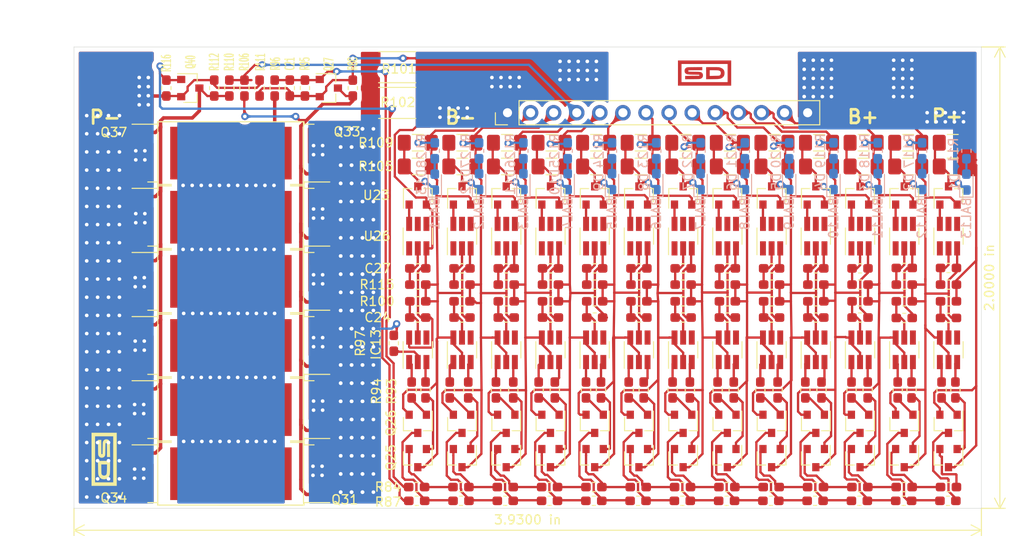
<source format=kicad_pcb>
(kicad_pcb (version 20171130) (host pcbnew "(5.1.5)-3")
  (title_block (title SD04_13S) (date 2020-02-28) (rev v0.2) (company "Shark Dynamics"))
  (layers (0 F.Cu signal) (31 B.Cu signal) (34 B.Paste user) (35 F.Paste user) (36 B.SilkS user) (37 F.SilkS user) (38 B.Mask user) (39 F.Mask user) (44 Edge.Cuts user))
  (net 0 "")
  (net 1 CV12)
  (net 2 "Net-(C2-Pad1)")
  (net 3 CV11)
  (net 4 "Net-(C3-Pad1)")
  (net 5 CV10)
  (net 6 "Net-(C4-Pad1)")
  (net 7 CV9)
  (net 8 "Net-(C5-Pad1)")
  (net 9 CV8)
  (net 10 "Net-(C6-Pad1)")
  (net 11 CV7)
  (net 12 "Net-(C7-Pad1)")
  (net 13 CV6)
  (net 14 "Net-(C8-Pad1)")
  (net 15 CV5)
  (net 16 "Net-(C9-Pad1)")
  (net 17 CV4)
  (net 18 "Net-(C10-Pad1)")
  (net 19 CV3)
  (net 20 "Net-(C11-Pad1)")
  (net 21 "Net-(C13-Pad1)")
  (net 22 "Net-(C14-Pad1)")
  (net 23 "Net-(C15-Pad1)")
  (net 24 "Net-(C16-Pad1)")
  (net 25 "Net-(C17-Pad1)")
  (net 26 "Net-(C18-Pad1)")
  (net 27 "Net-(C19-Pad1)")
  (net 28 "Net-(C20-Pad1)")
  (net 29 "Net-(C21-Pad1)")
  (net 30 "Net-(C22-Pad1)")
  (net 31 B-)
  (net 32 "Net-(C23-Pad1)")
  (net 33 CV2)
  (net 34 "Net-(C24-Pad1)")
  (net 35 CV1)
  (net 36 "Net-(C25-Pad1)")
  (net 37 "Net-(C26-Pad1)")
  (net 38 "Net-(C27-Pad1)")
  (net 39 "Net-(IC2-Pad3)")
  (net 40 "Net-(IC2-Pad1)")
  (net 41 "Net-(IC3-Pad3)")
  (net 42 "Net-(IC3-Pad1)")
  (net 43 "Net-(IC4-Pad3)")
  (net 44 "Net-(IC4-Pad1)")
  (net 45 "Net-(IC5-Pad3)")
  (net 46 "Net-(IC5-Pad1)")
  (net 47 "Net-(IC6-Pad3)")
  (net 48 "Net-(IC6-Pad1)")
  (net 49 "Net-(IC7-Pad3)")
  (net 50 "Net-(IC7-Pad1)")
  (net 51 "Net-(IC8-Pad3)")
  (net 52 "Net-(IC8-Pad1)")
  (net 53 "Net-(IC9-Pad3)")
  (net 54 "Net-(IC9-Pad1)")
  (net 55 "Net-(IC10-Pad3)")
  (net 56 "Net-(IC10-Pad1)")
  (net 57 "Net-(IC11-Pad3)")
  (net 58 "Net-(IC11-Pad1)")
  (net 59 "Net-(IC12-Pad3)")
  (net 60 "Net-(IC12-Pad1)")
  (net 61 "Net-(IC13-Pad3)")
  (net 62 "Net-(IC13-Pad1)")
  (net 63 B+)
  (net 64 "Net-(Q3-Pad2)")
  (net 65 "Net-(Q3-Pad1)")
  (net 66 "Net-(Q4-Pad3)")
  (net 67 "Net-(Q4-Pad1)")
  (net 68 "Net-(Q5-Pad2)")
  (net 69 "Net-(Q5-Pad1)")
  (net 70 "Net-(Q6-Pad3)")
  (net 71 "Net-(Q6-Pad1)")
  (net 72 "Net-(Q7-Pad2)")
  (net 73 "Net-(Q7-Pad1)")
  (net 74 "Net-(Q8-Pad3)")
  (net 75 "Net-(Q8-Pad1)")
  (net 76 "Net-(Q9-Pad2)")
  (net 77 "Net-(Q9-Pad1)")
  (net 78 "Net-(Q10-Pad3)")
  (net 79 "Net-(Q10-Pad1)")
  (net 80 "Net-(Q11-Pad2)")
  (net 81 "Net-(Q11-Pad1)")
  (net 82 "Net-(Q12-Pad3)")
  (net 83 "Net-(Q12-Pad1)")
  (net 84 "Net-(Q13-Pad2)")
  (net 85 "Net-(Q13-Pad1)")
  (net 86 "Net-(Q14-Pad3)")
  (net 87 "Net-(Q14-Pad1)")
  (net 88 "Net-(Q15-Pad2)")
  (net 89 "Net-(Q15-Pad1)")
  (net 90 "Net-(Q16-Pad3)")
  (net 91 "Net-(Q16-Pad1)")
  (net 92 "Net-(Q17-Pad2)")
  (net 93 "Net-(Q17-Pad1)")
  (net 94 "Net-(Q18-Pad3)")
  (net 95 "Net-(Q18-Pad1)")
  (net 96 "Net-(Q19-Pad2)")
  (net 97 "Net-(Q19-Pad1)")
  (net 98 "Net-(Q20-Pad3)")
  (net 99 "Net-(Q20-Pad1)")
  (net 100 "Net-(Q21-Pad1)")
  (net 101 "Net-(Q22-Pad1)")
  (net 102 /S3OC)
  (net 103 "Net-(Q23-Pad1)")
  (net 104 /S3OD)
  (net 105 "Net-(Q24-Pad1)")
  (net 106 "Net-(Q25-Pad2)")
  (net 107 "Net-(Q25-Pad1)")
  (net 108 "Net-(Q26-Pad3)")
  (net 109 "Net-(Q26-Pad1)")
  (net 110 FETSTACK-G1)
  (net 111 FETSTACK-D12)
  (net 112 FETSTACK-S1)
  (net 113 FETSTACK-S2)
  (net 114 FETSTACK-G2)
  (net 115 "Net-(U13-Pad6)")
  (net 116 "Net-(U14-Pad6)")
  (net 117 "Net-(U15-Pad6)")
  (net 118 "Net-(U16-Pad6)")
  (net 119 "Net-(U17-Pad6)")
  (net 120 "Net-(U18-Pad6)")
  (net 121 "Net-(U19-Pad6)")
  (net 122 "Net-(U10-Pad1)")
  (net 123 "Net-(U23-Pad1)")
  (net 124 "Net-(C1-Pad1)")
  (net 125 "Net-(C12-Pad1)")
  (net 126 "Net-(IC1-Pad3)")
  (net 127 "Net-(IC1-Pad1)")
  (net 128 "Net-(IC13-Pad2)")
  (net 129 "Net-(Q1-Pad2)")
  (net 130 "Net-(Q1-Pad1)")
  (net 131 "Net-(Q2-Pad3)")
  (net 132 "Net-(Q2-Pad1)")
  (net 133 "Net-(Q23-Pad2)")
  (net 134 "Net-(Q24-Pad3)")
  (net 135 "Net-(Q40-Pad1)")
  (net 136 "Net-(U1-Pad1)")
  (net 137 "Net-(U12-Pad6)")
  (net 138 "Net-(U21-Pad1)")
  (net 139 "Net-(U22-Pad1)")
  (net 140 "Net-(D1-Pad2)")
  (net 141 "Net-(D1-Pad1)")
  (net 142 "Net-(D2-Pad2)")
  (net 143 "Net-(D2-Pad1)")
  (net 144 "Net-(D3-Pad2)")
  (net 145 "Net-(D3-Pad1)")
  (net 146 "Net-(D4-Pad2)")
  (net 147 "Net-(D4-Pad1)")
  (net 148 "Net-(D5-Pad2)")
  (net 149 "Net-(D5-Pad1)")
  (net 150 "Net-(D6-Pad2)")
  (net 151 "Net-(D6-Pad1)")
  (net 152 "Net-(D7-Pad2)")
  (net 153 "Net-(D7-Pad1)")
  (net 154 "Net-(D8-Pad2)")
  (net 155 "Net-(D8-Pad1)")
  (net 156 "Net-(D9-Pad2)")
  (net 157 "Net-(D9-Pad1)")
  (net 158 "Net-(D10-Pad2)")
  (net 159 "Net-(D10-Pad1)")
  (net 160 "Net-(D11-Pad2)")
  (net 161 "Net-(D11-Pad1)")
  (net 162 "Net-(D12-Pad2)")
  (net 163 "Net-(D12-Pad1)")
  (net 164 "Net-(D13-Pad2)")
  (net 165 "Net-(D13-Pad1)")
  (module 99_others:sd_logo_front_silkscreen (layer F.Cu) (at 68.58 116.6495 270)
    (fp_text reference G*** hide)
    (fp_text value LOGO hide)
  )
  (module 99_others:sd_logo_front_copper_with_mask (layer F.Cu) (at 134.62 74.2315)
    (fp_text reference * hide)
    (fp_text value *)
    (fp_poly (pts (xy 1.110552 -0.761672) (xy 1.27834 -0.760413) (xy 1.409446 -0.757811) (xy 1.510929 -0.753454) (xy 1.589847 -0.74693) (xy 1.653257 -0.737826) (xy 1.708217 -0.725732) (xy 1.756274 -0.711953) (xy 1.932878 -0.637157) (xy 2.066796 -0.535042) (xy 2.158748 -0.404681) (xy 2.209456 -0.245148) (xy 2.220809 -0.1143) (xy 2.202041 0.069542) (xy 2.141775 0.224206) (xy 2.03973 0.350073) (xy 1.895626 0.447522) (xy 1.767493 0.499711) (xy 1.717819 0.512881) (xy 1.654175 0.523543) (xy 1.570379 0.532084) (xy 1.460248 0.538891) (xy 1.317599 0.54435) (xy 1.13625 0.548846) (xy 0.92075 0.552605) (xy 0.2032 0.563488) (xy 0.2032 0.206878) (xy 0.5842 0.206878) (xy 1.11125 0.198689) (xy 1.291527 0.195433) (xy 1.42827 0.19157) (xy 1.528748 0.186425) (xy 1.600224 0.179322) (xy 1.649968 0.169586) (xy 1.685244 0.156542) (xy 1.70797 0.143246) (xy 1.775266 0.069552) (xy 1.813742 -0.030504) (xy 1.822089 -0.140746) (xy 1.798996 -0.244997) (xy 1.745861 -0.32459) (xy 1.695966 -0.360431) (xy 1.628048 -0.387784) (xy 1.535723 -0.407588) (xy 1.412607 -0.420785) (xy 1.252316 -0.428315) (xy 1.048465 -0.431118) (xy 1.02235 -0.43118) (xy 0.5842 -0.4318) (xy 0.5842 0.206878) (xy 0.2032 0.206878) (xy 0.2032 -0.762) (xy 0.899024 -0.762) (xy 1.110552 -0.761672)) (layer F.Cu) (width 0.01))
    (fp_poly (pts (xy 2.9464 1.27) (xy -2.8956 1.27) (xy -2.8956 -1.1176) (xy -2.5146 -1.1176) (xy -2.5146 0.889) (xy 2.5654 0.889) (xy 2.5654 -1.1176) (xy -2.5146 -1.1176) (xy -2.8956 -1.1176) (xy -2.8956 -1.4986) (xy 2.9464 -1.4986) (xy 2.9464 1.27)) (layer F.Cu) (width 0.01))
    (fp_poly (pts (xy -0.2286 -0.4318) (xy -0.94615 -0.431454) (xy -1.134717 -0.430835) (xy -1.308814 -0.429261) (xy -1.461349 -0.426876) (xy -1.585225 -0.423824) (xy -1.673348 -0.420246) (xy -1.718623 -0.416288) (xy -1.72085 -0.415791) (xy -1.768372 -0.382844) (xy -1.778 -0.340422) (xy -1.759855 -0.286752) (xy -1.72085 -0.267305) (xy -1.680015 -0.263365) (xy -1.596217 -0.25935) (xy -1.47729 -0.255491) (xy -1.331071 -0.252017) (xy -1.165394 -0.249158) (xy -1.0541 -0.247771) (xy -0.857853 -0.245291) (xy -0.705476 -0.242178) (xy -0.590039 -0.237907) (xy -0.504612 -0.231948) (xy -0.442266 -0.223775) (xy -0.39607 -0.21286) (xy -0.359095 -0.198676) (xy -0.349651 -0.194146) (xy -0.243739 -0.115462) (xy -0.177398 -0.006) (xy -0.152622 0.130833) (xy -0.152495 0.142698) (xy -0.173378 0.281021) (xy -0.236865 0.392175) (xy -0.344566 0.478824) (xy -0.360954 0.487925) (xy -0.392568 0.503975) (xy -0.424724 0.516838) (xy -0.463297 0.526936) (xy -0.514166 0.534688) (xy -0.583208 0.540515) (xy -0.6763 0.544838) (xy -0.799321 0.548077) (xy -0.958148 0.550652) (xy -1.158657 0.552984) (xy -1.28905 0.554317) (xy -2.1082 0.562535) (xy -2.1082 0.203934) (xy -0.5461 0.1905) (xy -0.5461 0.0635) (xy -1.2065 0.050723) (xy -1.408424 0.046582) (xy -1.566275 0.04251) (xy -1.686776 0.037905) (xy -1.776649 0.032167) (xy -1.842618 0.024694) (xy -1.891405 0.014884) (xy -1.929733 0.002136) (xy -1.964325 -0.014151) (xy -1.970971 -0.017664) (xy -2.075993 -0.09082) (xy -2.139411 -0.18088) (xy -2.167655 -0.298869) (xy -2.17058 -0.360008) (xy -2.156116 -0.49155) (xy -2.106001 -0.593158) (xy -2.01366 -0.676425) (xy -1.978545 -0.6985) (xy -1.952104 -0.712485) (xy -1.921524 -0.72374) (xy -1.881128 -0.732626) (xy -1.825238 -0.739505) (xy -1.748179 -0.744737) (xy -1.644271 -0.748685) (xy -1.507839 -0.751709) (xy -1.333204 -0.754172) (xy -1.11469 -0.756433) (xy -1.06045 -0.756937) (xy -0.2286 -0.764574) (xy -0.2286 -0.4318)) (layer F.Cu) (width 0.01))
  )
  (module Resistor_SMD:R_0603_1608Metric_Pad1.05x0.95mm_HandSolder (layer B.Cu) (at 104.9655 82.677 270)
    (fp_text reference R128 (at 0 1.43 270) (layer B.SilkS) (effects (justify mirror)))
    (fp_text value 1K)
    (pad 2 smd roundrect (at 0.875 0 270) (size 1.05 0.95) (layers B.Cu B.Paste B.Mask) (net 164 "Net-(D13-Pad2)"))
    (pad 1 smd roundrect (at -0.875 0 270) (size 1.05 0.95) (layers B.Cu B.Paste B.Mask) (net 35 CV1))
  )
  (module Resistor_SMD:R_0603_1608Metric_Pad1.05x0.95mm_HandSolder (layer B.Cu) (at 109.839125 82.677 270)
    (fp_text reference R127 (at 0 1.43 270) (layer B.SilkS) (effects (justify mirror)))
    (fp_text value 1K)
    (pad 2 smd roundrect (at 0.875 0 270) (size 1.05 0.95) (layers B.Cu B.Paste B.Mask) (net 162 "Net-(D12-Pad2)"))
    (pad 1 smd roundrect (at -0.875 0 270) (size 1.05 0.95) (layers B.Cu B.Paste B.Mask) (net 33 CV2))
  )
  (module Resistor_SMD:R_0603_1608Metric_Pad1.05x0.95mm_HandSolder (layer B.Cu) (at 114.71275 82.677 270)
    (fp_text reference R126 (at 0 1.43 270) (layer B.SilkS) (effects (justify mirror)))
    (fp_text value 1K)
    (pad 2 smd roundrect (at 0.875 0 270) (size 1.05 0.95) (layers B.Cu B.Paste B.Mask) (net 160 "Net-(D11-Pad2)"))
    (pad 1 smd roundrect (at -0.875 0 270) (size 1.05 0.95) (layers B.Cu B.Paste B.Mask) (net 19 CV3))
  )
  (module Resistor_SMD:R_0603_1608Metric_Pad1.05x0.95mm_HandSolder (layer B.Cu) (at 119.586375 82.677 270)
    (fp_text reference R125 (at 0 1.43 270) (layer B.SilkS) (effects (justify mirror)))
    (fp_text value 1K)
    (pad 2 smd roundrect (at 0.875 0 270) (size 1.05 0.95) (layers B.Cu B.Paste B.Mask) (net 158 "Net-(D10-Pad2)"))
    (pad 1 smd roundrect (at -0.875 0 270) (size 1.05 0.95) (layers B.Cu B.Paste B.Mask) (net 17 CV4))
  )
  (module Resistor_SMD:R_0603_1608Metric_Pad1.05x0.95mm_HandSolder (layer B.Cu) (at 124.46 82.677 270)
    (fp_text reference R124 (at 0 1.43 270) (layer B.SilkS) (effects (justify mirror)))
    (fp_text value 1K)
    (pad 2 smd roundrect (at 0.875 0 270) (size 1.05 0.95) (layers B.Cu B.Paste B.Mask) (net 156 "Net-(D9-Pad2)"))
    (pad 1 smd roundrect (at -0.875 0 270) (size 1.05 0.95) (layers B.Cu B.Paste B.Mask) (net 15 CV5))
  )
  (module Resistor_SMD:R_0603_1608Metric_Pad1.05x0.95mm_HandSolder (layer B.Cu) (at 129.333625 82.677 270)
    (fp_text reference R123 (at 0 1.43 270) (layer B.SilkS) (effects (justify mirror)))
    (fp_text value 1K)
    (pad 2 smd roundrect (at 0.875 0 270) (size 1.05 0.95) (layers B.Cu B.Paste B.Mask) (net 154 "Net-(D8-Pad2)"))
    (pad 1 smd roundrect (at -0.875 0 270) (size 1.05 0.95) (layers B.Cu B.Paste B.Mask) (net 13 CV6))
  )
  (module Resistor_SMD:R_0603_1608Metric_Pad1.05x0.95mm_HandSolder (layer B.Cu) (at 134.20725 82.677 270)
    (fp_text reference R122 (at 0 1.43 270) (layer B.SilkS) (effects (justify mirror)))
    (fp_text value 1K)
    (pad 2 smd roundrect (at 0.875 0 270) (size 1.05 0.95) (layers B.Cu B.Paste B.Mask) (net 152 "Net-(D7-Pad2)"))
    (pad 1 smd roundrect (at -0.875 0 270) (size 1.05 0.95) (layers B.Cu B.Paste B.Mask) (net 11 CV7))
  )
  (module Resistor_SMD:R_0603_1608Metric_Pad1.05x0.95mm_HandSolder (layer B.Cu) (at 139.080875 82.677 270)
    (fp_text reference R121 (at 0 1.43 270) (layer B.SilkS) (effects (justify mirror)))
    (fp_text value 1K)
    (pad 2 smd roundrect (at 0.875 0 270) (size 1.05 0.95) (layers B.Cu B.Paste B.Mask) (net 150 "Net-(D6-Pad2)"))
    (pad 1 smd roundrect (at -0.875 0 270) (size 1.05 0.95) (layers B.Cu B.Paste B.Mask) (net 9 CV8))
  )
  (module Resistor_SMD:R_0603_1608Metric_Pad1.05x0.95mm_HandSolder (layer B.Cu) (at 143.9545 82.677 270)
    (fp_text reference R120 (at 0 1.43 270) (layer B.SilkS) (effects (justify mirror)))
    (fp_text value 1K)
    (pad 2 smd roundrect (at 0.875 0 270) (size 1.05 0.95) (layers B.Cu B.Paste B.Mask) (net 148 "Net-(D5-Pad2)"))
    (pad 1 smd roundrect (at -0.875 0 270) (size 1.05 0.95) (layers B.Cu B.Paste B.Mask) (net 7 CV9))
  )
  (module Resistor_SMD:R_0603_1608Metric_Pad1.05x0.95mm_HandSolder (layer B.Cu) (at 148.828125 82.677 270)
    (fp_text reference R119 (at 0 1.43 270) (layer B.SilkS) (effects (justify mirror)))
    (fp_text value 1K)
    (pad 2 smd roundrect (at 0.875 0 270) (size 1.05 0.95) (layers B.Cu B.Paste B.Mask) (net 146 "Net-(D4-Pad2)"))
    (pad 1 smd roundrect (at -0.875 0 270) (size 1.05 0.95) (layers B.Cu B.Paste B.Mask) (net 5 CV10))
  )
  (module Resistor_SMD:R_0603_1608Metric_Pad1.05x0.95mm_HandSolder (layer B.Cu) (at 153.70175 82.677 270)
    (fp_text reference R118 (at 0 1.43 270) (layer B.SilkS) (effects (justify mirror)))
    (fp_text value 1K)
    (pad 2 smd roundrect (at 0.875 0 270) (size 1.05 0.95) (layers B.Cu B.Paste B.Mask) (net 144 "Net-(D3-Pad2)"))
    (pad 1 smd roundrect (at -0.875 0 270) (size 1.05 0.95) (layers B.Cu B.Paste B.Mask) (net 3 CV11))
  )
  (module Resistor_SMD:R_0603_1608Metric_Pad1.05x0.95mm_HandSolder (layer B.Cu) (at 158.575375 82.677 270)
    (fp_text reference R117 (at 0 1.43 270) (layer B.SilkS) (effects (justify mirror)))
    (fp_text value 1K)
    (pad 2 smd roundrect (at 0.875 0 270) (size 1.05 0.95) (layers B.Cu B.Paste B.Mask) (net 142 "Net-(D2-Pad2)"))
    (pad 1 smd roundrect (at -0.875 0 270) (size 1.05 0.95) (layers B.Cu B.Paste B.Mask) (net 1 CV12))
  )
  (module LED_SMD:LED_0603_1608Metric_Pad1.05x0.95mm_HandSolder (layer B.Cu) (at 104.9655 86.12 90)
    (fp_text reference D13 (at 0.014 -1.4605 90) (layer B.SilkS) (effects (justify mirror)))
    (fp_text value LED)
    (pad 2 smd roundrect (at 0.875 0 90) (size 1.05 0.95) (layers B.Cu B.Paste B.Mask) (net 164 "Net-(D13-Pad2)"))
    (pad 1 smd roundrect (at -0.875 0 90) (size 1.05 0.95) (layers B.Cu B.Paste B.Mask) (net 165 "Net-(D13-Pad1)"))
  )
  (module LED_SMD:LED_0603_1608Metric_Pad1.05x0.95mm_HandSolder (layer B.Cu) (at 109.839125 86.075 90)
    (fp_text reference D12 (at 0.0325 -1.444625 90) (layer B.SilkS) (effects (justify mirror)))
    (fp_text value LED)
    (pad 2 smd roundrect (at 0.875 0 90) (size 1.05 0.95) (layers B.Cu B.Paste B.Mask) (net 162 "Net-(D12-Pad2)"))
    (pad 1 smd roundrect (at -0.875 0 90) (size 1.05 0.95) (layers B.Cu B.Paste B.Mask) (net 163 "Net-(D12-Pad1)"))
  )
  (module LED_SMD:LED_0603_1608Metric_Pad1.05x0.95mm_HandSolder (layer B.Cu) (at 114.71275 86.075 90)
    (fp_text reference D11 (at -0.031 -1.42875 90) (layer B.SilkS) (effects (justify mirror)))
    (fp_text value LED)
    (pad 2 smd roundrect (at 0.875 0 90) (size 1.05 0.95) (layers B.Cu B.Paste B.Mask) (net 160 "Net-(D11-Pad2)"))
    (pad 1 smd roundrect (at -0.875 0 90) (size 1.05 0.95) (layers B.Cu B.Paste B.Mask) (net 161 "Net-(D11-Pad1)"))
  )
  (module LED_SMD:LED_0603_1608Metric_Pad1.05x0.95mm_HandSolder (layer B.Cu) (at 119.586375 86.075 90)
    (fp_text reference D10 (at -0.031 -1.412875 90) (layer B.SilkS) (effects (justify mirror)))
    (fp_text value LED)
    (pad 2 smd roundrect (at 0.875 0 90) (size 1.05 0.95) (layers B.Cu B.Paste B.Mask) (net 158 "Net-(D10-Pad2)"))
    (pad 1 smd roundrect (at -0.875 0 90) (size 1.05 0.95) (layers B.Cu B.Paste B.Mask) (net 159 "Net-(D10-Pad1)"))
  )
  (module LED_SMD:LED_0603_1608Metric_Pad1.05x0.95mm_HandSolder (layer B.Cu) (at 124.46 86.075 90)
    (fp_text reference D9 (at -0.031 -1.4605 90) (layer B.SilkS) (effects (justify mirror)))
    (fp_text value LED)
    (pad 2 smd roundrect (at 0.875 0 90) (size 1.05 0.95) (layers B.Cu B.Paste B.Mask) (net 156 "Net-(D9-Pad2)"))
    (pad 1 smd roundrect (at -0.875 0 90) (size 1.05 0.95) (layers B.Cu B.Paste B.Mask) (net 157 "Net-(D9-Pad1)"))
  )
  (module LED_SMD:LED_0603_1608Metric_Pad1.05x0.95mm_HandSolder (layer B.Cu) (at 129.333625 86.075 90)
    (fp_text reference D8 (at -0.031 -1.381125 90) (layer B.SilkS) (effects (justify mirror)))
    (fp_text value LED)
    (pad 2 smd roundrect (at 0.875 0 90) (size 1.05 0.95) (layers B.Cu B.Paste B.Mask) (net 154 "Net-(D8-Pad2)"))
    (pad 1 smd roundrect (at -0.875 0 90) (size 1.05 0.95) (layers B.Cu B.Paste B.Mask) (net 155 "Net-(D8-Pad1)"))
  )
  (module LED_SMD:LED_0603_1608Metric_Pad1.05x0.95mm_HandSolder (layer B.Cu) (at 134.20725 86.075 90)
    (fp_text reference D7 (at 0.0325 -1.36525 90) (layer B.SilkS) (effects (justify mirror)))
    (fp_text value LED)
    (pad 2 smd roundrect (at 0.875 0 90) (size 1.05 0.95) (layers B.Cu B.Paste B.Mask) (net 152 "Net-(D7-Pad2)"))
    (pad 1 smd roundrect (at -0.875 0 90) (size 1.05 0.95) (layers B.Cu B.Paste B.Mask) (net 153 "Net-(D7-Pad1)"))
  )
  (module LED_SMD:LED_0603_1608Metric_Pad1.05x0.95mm_HandSolder (layer B.Cu) (at 139.080875 86.075 90)
    (fp_text reference D6 (at -0.031 -1.412875 90) (layer B.SilkS) (effects (justify mirror)))
    (fp_text value LED)
    (pad 2 smd roundrect (at 0.875 0 90) (size 1.05 0.95) (layers B.Cu B.Paste B.Mask) (net 150 "Net-(D6-Pad2)"))
    (pad 1 smd roundrect (at -0.875 0 90) (size 1.05 0.95) (layers B.Cu B.Paste B.Mask) (net 151 "Net-(D6-Pad1)"))
  )
  (module LED_SMD:LED_0603_1608Metric_Pad1.05x0.95mm_HandSolder (layer B.Cu) (at 143.9545 86.075 90)
    (fp_text reference D5 (at 0 -1.397 90) (layer B.SilkS) (effects (justify mirror)))
    (fp_text value LED)
    (pad 2 smd roundrect (at 0.875 0 90) (size 1.05 0.95) (layers B.Cu B.Paste B.Mask) (net 148 "Net-(D5-Pad2)"))
    (pad 1 smd roundrect (at -0.875 0 90) (size 1.05 0.95) (layers B.Cu B.Paste B.Mask) (net 149 "Net-(D5-Pad1)"))
  )
  (module LED_SMD:LED_0603_1608Metric_Pad1.05x0.95mm_HandSolder (layer B.Cu) (at 148.828125 86.075 90)
    (fp_text reference D4 (at 0 -1.444625 90) (layer B.SilkS) (effects (justify mirror)))
    (fp_text value LED)
    (pad 2 smd roundrect (at 0.875 0 90) (size 1.05 0.95) (layers B.Cu B.Paste B.Mask) (net 146 "Net-(D4-Pad2)"))
    (pad 1 smd roundrect (at -0.875 0 90) (size 1.05 0.95) (layers B.Cu B.Paste B.Mask) (net 147 "Net-(D4-Pad1)"))
  )
  (module LED_SMD:LED_0603_1608Metric_Pad1.05x0.95mm_HandSolder (layer B.Cu) (at 153.70175 86.075 90)
    (fp_text reference D3 (at -0.031 -1.42875 90) (layer B.SilkS) (effects (justify mirror)))
    (fp_text value LED)
    (pad 2 smd roundrect (at 0.875 0 90) (size 1.05 0.95) (layers B.Cu B.Paste B.Mask) (net 144 "Net-(D3-Pad2)"))
    (pad 1 smd roundrect (at -0.875 0 90) (size 1.05 0.95) (layers B.Cu B.Paste B.Mask) (net 145 "Net-(D3-Pad1)"))
  )
  (module LED_SMD:LED_0603_1608Metric_Pad1.05x0.95mm_HandSolder (layer B.Cu) (at 158.575375 86.075 90)
    (fp_text reference D2 (at -0.031 -1.476375 90) (layer B.SilkS) (effects (justify mirror)))
    (fp_text value LED)
    (pad 2 smd roundrect (at 0.875 0 90) (size 1.05 0.95) (layers B.Cu B.Paste B.Mask) (net 142 "Net-(D2-Pad2)"))
    (pad 1 smd roundrect (at -0.875 0 90) (size 1.05 0.95) (layers B.Cu B.Paste B.Mask) (net 143 "Net-(D2-Pad1)"))
  )
  (module Resistor_SMD:R_0603_1608Metric_Pad1.05x0.95mm_HandSolder (layer B.Cu) (at 163.449 82.677 270)
    (fp_text reference R11 (at 0 1.43 270) (layer B.SilkS) (effects (justify mirror)))
    (fp_text value 1K)
    (pad 2 smd roundrect (at 0.875 0 270) (size 1.05 0.95) (layers B.Cu B.Paste B.Mask) (net 140 "Net-(D1-Pad2)"))
    (pad 1 smd roundrect (at -0.875 0 270) (size 1.05 0.95) (layers B.Cu B.Paste B.Mask) (net 63 B+))
  )
  (module LED_SMD:LED_0603_1608Metric_Pad1.05x0.95mm_HandSolder (layer B.Cu) (at 163.449 86.12 90)
    (fp_text reference D1 (at 0.014 -1.3335 90) (layer B.SilkS) (effects (justify mirror)))
    (fp_text value LED)
    (pad 2 smd roundrect (at 0.875 0 90) (size 1.05 0.95) (layers B.Cu B.Paste B.Mask) (net 140 "Net-(D1-Pad2)"))
    (pad 1 smd roundrect (at -0.875 0 90) (size 1.05 0.95) (layers B.Cu B.Paste B.Mask) (net 141 "Net-(D1-Pad1)"))
  )
  (module Resistor_SMD:R_0603_1608Metric_Pad1.05x0.95mm_HandSolder (layer F.Cu) (at 87.3563 75.7695 270)
    (fp_text reference R96 (at -2.681 -0.0832 90) (layer F.SilkS) (effects (font (size 1 0.5) (thickness 0.125))))
    (fp_text value 1M hide)
    (pad 2 smd roundrect (at 0.875 0 270) (size 1.05 0.95) (layers F.Cu F.Paste F.Mask) (net 111 FETSTACK-D12))
    (pad 1 smd roundrect (at -0.875 0 270) (size 1.05 0.95) (layers F.Cu F.Paste F.Mask) (net 29 "Net-(C21-Pad1)"))
  )
  (module Package_TO_SOT_SMD:SOT-23 (layer F.Cu) (at 103.097 87.598768 90)
    (fp_text reference U23 (at 0.032268 -4.545 180) (layer F.SilkS))
    (fp_text value SLS2302 hide)
    (pad 3 smd rect (at 1 0 90) (size 0.9 0.8) (layers F.Cu F.Paste F.Mask) (net 165 "Net-(D13-Pad1)"))
    (pad 2 smd rect (at -1 0.95 90) (size 0.9 0.8) (layers F.Cu F.Paste F.Mask) (net 31 B-))
    (pad 1 smd rect (at -1 -0.95 90) (size 0.9 0.8) (layers F.Cu F.Paste F.Mask) (net 123 "Net-(U23-Pad1)"))
  )
  (module Package_TO_SOT_SMD:SOT-23-6_Handsoldering (layer F.Cu) (at 156.615201 92.074152 90)
    (fp_text reference U12 hide)
    (fp_text value HY2213-BB3A hide)
    (pad 5 smd rect (at 1.35 0 90) (size 1.56 0.65) (layers F.Cu F.Paste F.Mask))
    (pad 6 smd rect (at 1.35 -0.95 90) (size 1.56 0.65) (layers F.Cu F.Paste F.Mask) (net 137 "Net-(U12-Pad6)"))
    (pad 4 smd rect (at 1.35 0.95 90) (size 1.56 0.65) (layers F.Cu F.Paste F.Mask))
    (pad 3 smd rect (at -1.35 0.95 90) (size 1.56 0.65) (layers F.Cu F.Paste F.Mask) (net 3 CV11))
    (pad 2 smd rect (at -1.35 0 90) (size 1.56 0.65) (layers F.Cu F.Paste F.Mask) (net 125 "Net-(C12-Pad1)"))
    (pad 1 smd rect (at -1.35 -0.95 90) (size 1.56 0.65) (layers F.Cu F.Paste F.Mask))
  )
  (module Resistor_SMD:R_2512_6332Metric_Pad1.52x3.35mm_HandSolder (layer F.Cu) (at 100.838 73.4695 180)
    (fp_text reference R101 (at -0.1905 -0.1905) (layer F.SilkS))
    (fp_text value 4mΩ hide)
    (pad 2 smd roundrect (at 2.9875 0 180) (size 1.525 3.35) (layers F.Cu F.Paste F.Mask) (roundrect_rratio 0.163934) (net 112 FETSTACK-S1))
    (pad 1 smd roundrect (at -2.9875 0 180) (size 1.525 3.35) (layers F.Cu F.Paste F.Mask) (roundrect_rratio 0.163934) (net 31 B-))
  )
  (module SolderWirePad_1x01_SMD_5x5mm:SolderWirePad_1x01_SMD_5x5mm (layer F.Cu) (at 161.163 79.121)
    (fp_text reference H4 hide)
    (fp_text value P+)
    (pad 1 smd rect (at 0 -4.191) (size 5 5) (layers F.Cu F.Paste F.Mask) (net 63 B+))
  )
  (module SolderWirePad_1x01_SMD_5x5mm:SolderWirePad_1x01_SMD_5x5mm (layer F.Cu) (at 151.892 79.1845)
    (fp_text reference H1 hide)
    (fp_text value B+)
    (pad 1 smd rect (at 0 -4.191) (size 5 5) (layers F.Cu F.Paste F.Mask) (net 63 B+))
  )
  (module Package_TO_SOT_SMD:TO-252-2 (layer F.Cu) (at 88.1185 89.9932 180)
    (fp_text reference Q32 hide)
    (fp_text value P75N02LD hide)
    (pad 1 smd rect (at -4.2 -2.28 180) (size 2.2 1.2) (layers F.Cu F.Paste F.Mask) (net 110 FETSTACK-G1))
    (pad 3 smd rect (at -4.2 2.28 180) (size 2.2 1.2) (layers F.Cu F.Paste F.Mask) (net 112 FETSTACK-S1))
    (pad 2 smd rect (at 2.1 0 180) (size 6.4 5.8) (layers F.Cu F.Mask) (net 111 FETSTACK-D12))
  )
  (module Package_TO_SOT_SMD:TO-252-2 (layer F.Cu) (at 76.962 97.054)
    (fp_text reference Q38 hide)
    (fp_text value P75N02LD hide)
    (pad 1 smd rect (at -4.2 -2.28) (size 2.2 1.2) (layers F.Cu F.Paste F.Mask) (net 114 FETSTACK-G2))
    (pad 3 smd rect (at -4.2 2.28) (size 2.2 1.2) (layers F.Cu F.Paste F.Mask) (net 113 FETSTACK-S2))
    (pad 2 smd rect (at 2.1 0) (size 6.4 5.8) (layers F.Cu F.Mask) (net 111 FETSTACK-D12))
  )
  (module Package_TO_SOT_SMD:TO-252-2 (layer F.Cu) (at 76.962 89.993)
    (fp_text reference Q35 hide)
    (fp_text value P75N02LD hide)
    (pad 1 smd rect (at -4.2 -2.28) (size 2.2 1.2) (layers F.Cu F.Paste F.Mask) (net 114 FETSTACK-G2))
    (pad 3 smd rect (at -4.2 2.28) (size 2.2 1.2) (layers F.Cu F.Paste F.Mask) (net 113 FETSTACK-S2))
    (pad 2 smd rect (at 2.1 0) (size 6.4 5.8) (layers F.Cu F.Mask) (net 111 FETSTACK-D12))
  )
  (module Package_TO_SOT_SMD:TO-252-2 (layer F.Cu) (at 76.962 104.115)
    (fp_text reference Q36 hide)
    (fp_text value P75N02LD hide)
    (pad 1 smd rect (at -4.2 -2.28) (size 2.2 1.2) (layers F.Cu F.Paste F.Mask) (net 114 FETSTACK-G2))
    (pad 3 smd rect (at -4.2 2.28) (size 2.2 1.2) (layers F.Cu F.Paste F.Mask) (net 113 FETSTACK-S2))
    (pad 2 smd rect (at 2.1 0) (size 6.4 5.8) (layers F.Cu F.Mask) (net 111 FETSTACK-D12))
  )
  (module Package_TO_SOT_SMD:TO-252-2 (layer F.Cu) (at 76.962 111.176)
    (fp_text reference Q39 hide)
    (fp_text value P75N02LD hide)
    (pad 1 smd rect (at -4.2 -2.28) (size 2.2 1.2) (layers F.Cu F.Paste F.Mask) (net 114 FETSTACK-G2))
    (pad 3 smd rect (at -4.2 2.28) (size 2.2 1.2) (layers F.Cu F.Paste F.Mask) (net 113 FETSTACK-S2))
    (pad 2 smd rect (at 2.1 0) (size 6.4 5.8) (layers F.Cu F.Mask) (net 111 FETSTACK-D12))
  )
  (module Package_TO_SOT_SMD:TO-252-2 (layer F.Cu) (at 88.1185 82.932 180)
    (fp_text reference Q33 (at -7.195 2.3505) (layer F.SilkS))
    (fp_text value P75N02LD hide)
    (pad 1 smd rect (at -4.2 -2.28 180) (size 2.2 1.2) (layers F.Cu F.Paste F.Mask) (net 110 FETSTACK-G1))
    (pad 3 smd rect (at -4.2 2.28 180) (size 2.2 1.2) (layers F.Cu F.Paste F.Mask) (net 112 FETSTACK-S1))
    (pad 2 smd rect (at 2.1 0 180) (size 6.4 5.8) (layers F.Cu F.Mask) (net 111 FETSTACK-D12))
  )
  (module Package_TO_SOT_SMD:TO-252-2 (layer F.Cu) (at 88.1185 118.238 180)
    (fp_text reference Q31 (at -6.941 -2.8565) (layer F.SilkS))
    (fp_text value P75N02LD hide)
    (pad 1 smd rect (at -4.2 -2.28 180) (size 2.2 1.2) (layers F.Cu F.Paste F.Mask) (net 110 FETSTACK-G1))
    (pad 3 smd rect (at -4.2 2.28 180) (size 2.2 1.2) (layers F.Cu F.Paste F.Mask) (net 112 FETSTACK-S1))
    (pad 2 smd rect (at 2.1 0 180) (size 6.4 5.8) (layers F.Cu F.Mask) (net 111 FETSTACK-D12))
  )
  (module Package_TO_SOT_SMD:TO-252-2 (layer F.Cu) (at 88.1185 111.1768 180)
    (fp_text reference Q28 hide)
    (fp_text value P75N02LD hide)
    (pad 1 smd rect (at -4.2 -2.28 180) (size 2.2 1.2) (layers F.Cu F.Paste F.Mask) (net 110 FETSTACK-G1))
    (pad 3 smd rect (at -4.2 2.28 180) (size 2.2 1.2) (layers F.Cu F.Paste F.Mask) (net 112 FETSTACK-S1))
    (pad 2 smd rect (at 2.1 0 180) (size 6.4 5.8) (layers F.Cu F.Mask) (net 111 FETSTACK-D12))
  )
  (module Package_TO_SOT_SMD:TO-252-2 (layer F.Cu) (at 88.1185 104.1156 180)
    (fp_text reference Q30 hide)
    (fp_text value P75N02LD hide)
    (pad 1 smd rect (at -4.2 -2.28 180) (size 2.2 1.2) (layers F.Cu F.Paste F.Mask) (net 110 FETSTACK-G1))
    (pad 3 smd rect (at -4.2 2.28 180) (size 2.2 1.2) (layers F.Cu F.Paste F.Mask) (net 112 FETSTACK-S1))
    (pad 2 smd rect (at 2.1 0 180) (size 6.4 5.8) (layers F.Cu F.Mask) (net 111 FETSTACK-D12))
  )
  (module Package_TO_SOT_SMD:TO-252-2 (layer F.Cu) (at 76.962 118.237)
    (fp_text reference Q34 (at -7.3025 2.667) (layer F.SilkS))
    (fp_text value P75N02LD hide)
    (pad 1 smd rect (at -4.2 -2.28) (size 2.2 1.2) (layers F.Cu F.Paste F.Mask) (net 114 FETSTACK-G2))
    (pad 3 smd rect (at -4.2 2.28) (size 2.2 1.2) (layers F.Cu F.Paste F.Mask) (net 113 FETSTACK-S2))
    (pad 2 smd rect (at 2.1 0) (size 6.4 5.8) (layers F.Cu F.Mask) (net 111 FETSTACK-D12))
  )
  (module Package_TO_SOT_SMD:TO-252-2 (layer F.Cu) (at 88.1185 97.0544 180)
    (fp_text reference Q29 hide)
    (fp_text value P75N02LD hide)
    (pad 1 smd rect (at -4.2 -2.28 180) (size 2.2 1.2) (layers F.Cu F.Paste F.Mask) (net 110 FETSTACK-G1))
    (pad 3 smd rect (at -4.2 2.28 180) (size 2.2 1.2) (layers F.Cu F.Paste F.Mask) (net 112 FETSTACK-S1))
    (pad 2 smd rect (at 2.1 0 180) (size 6.4 5.8) (layers F.Cu F.Mask) (net 111 FETSTACK-D12))
  )
  (module Package_TO_SOT_SMD:TO-252-2 (layer F.Cu) (at 76.962 82.932)
    (fp_text reference Q37 (at -7.3025 -2.287) (layer F.SilkS))
    (fp_text value P75N02LD hide)
    (pad 1 smd rect (at -4.2 -2.28) (size 2.2 1.2) (layers F.Cu F.Paste F.Mask) (net 114 FETSTACK-G2))
    (pad 3 smd rect (at -4.2 2.28) (size 2.2 1.2) (layers F.Cu F.Paste F.Mask) (net 113 FETSTACK-S2))
    (pad 2 smd rect (at 2.1 0) (size 6.4 5.8) (layers F.Cu F.Mask) (net 111 FETSTACK-D12))
  )
  (module Connector_PinHeader_2.54mm:PinHeader_1x14_P2.54mm_Vertical (layer F.Cu) (at 112.9665 78.486 90)
    (fp_text reference J1 hide)
    (fp_text value CONN_14 hide)
    (pad 14 thru_hole oval (at 0 33.02 90) (size 1.7 1.7) (drill 1) (layers *.Cu *.Mask) (net 63 B+))
    (pad 13 thru_hole oval (at 0 30.48 90) (size 1.7 1.7) (drill 1) (layers *.Cu *.Mask) (net 1 CV12))
    (pad 12 thru_hole oval (at 0 27.94 90) (size 1.7 1.7) (drill 1) (layers *.Cu *.Mask) (net 3 CV11))
    (pad 11 thru_hole oval (at 0 25.4 90) (size 1.7 1.7) (drill 1) (layers *.Cu *.Mask) (net 5 CV10))
    (pad 10 thru_hole oval (at 0 22.86 90) (size 1.7 1.7) (drill 1) (layers *.Cu *.Mask) (net 7 CV9))
    (pad 9 thru_hole oval (at 0 20.32 90) (size 1.7 1.7) (drill 1) (layers *.Cu *.Mask) (net 9 CV8))
    (pad 8 thru_hole oval (at 0 17.78 90) (size 1.7 1.7) (drill 1) (layers *.Cu *.Mask) (net 11 CV7))
    (pad 7 thru_hole oval (at 0 15.24 90) (size 1.7 1.7) (drill 1) (layers *.Cu *.Mask) (net 13 CV6))
    (pad 6 thru_hole oval (at 0 12.7 90) (size 1.7 1.7) (drill 1) (layers *.Cu *.Mask) (net 15 CV5))
    (pad 5 thru_hole oval (at 0 10.16 90) (size 1.7 1.7) (drill 1) (layers *.Cu *.Mask) (net 17 CV4))
    (pad 4 thru_hole oval (at 0 7.62 90) (size 1.7 1.7) (drill 1) (layers *.Cu *.Mask) (net 19 CV3))
    (pad 3 thru_hole oval (at 0 5.08 90) (size 1.7 1.7) (drill 1) (layers *.Cu *.Mask) (net 33 CV2))
    (pad 2 thru_hole oval (at 0 2.54 90) (size 1.7 1.7) (drill 1) (layers *.Cu *.Mask) (net 35 CV1))
    (pad 1 thru_hole rect (at 0 0 90) (size 1.7 1.7) (drill 1) (layers *.Cu *.Mask) (net 31 B-))
  )
  (module SolderWirePad_1x01_SMD_5x5mm:SolderWirePad_1x01_SMD_5x5mm (layer F.Cu) (at 73.152 74.93 90)
    (fp_text reference H3 hide)
    (fp_text value P-)
    (pad 1 smd rect (at 0 -4.191 90) (size 5 5) (layers F.Cu F.Paste F.Mask) (net 113 FETSTACK-S2))
  )
  (module SolderWirePad_1x01_SMD_5x5mm:SolderWirePad_1x01_SMD_5x5mm (layer F.Cu) (at 111.9505 74.549 90)
    (fp_text reference H2 hide)
    (fp_text value B-)
    (pad 1 smd rect (at 0 -4.191 90) (size 5 5) (layers F.Cu F.Paste F.Mask) (net 31 B-))
  )
  (module Resistor_SMD:R_1206_3216Metric_Pad1.42x1.75mm_HandSolder (layer F.Cu) (at 161.951996 81.788 180)
    (fp_text reference R62 hide)
    (fp_text value 150R hide)
    (pad 1 smd roundrect (at -1.4875 0 180) (size 1.425 1.75) (layers F.Cu F.Paste F.Mask) (roundrect_rratio 0.175439) (net 63 B+))
    (pad 2 smd roundrect (at 1.4875 0 180) (size 1.425 1.75) (layers F.Cu F.Paste F.Mask) (roundrect_rratio 0.175439) (net 141 "Net-(D1-Pad1)"))
  )
  (module Resistor_SMD:R_1206_3216Metric_Pad1.42x1.75mm_HandSolder (layer F.Cu) (at 161.951996 84.403384 180)
    (fp_text reference R52 hide)
    (fp_text value 150R hide)
    (pad 2 smd roundrect (at 1.4875 0 180) (size 1.425 1.75) (layers F.Cu F.Paste F.Mask) (roundrect_rratio 0.175439) (net 141 "Net-(D1-Pad1)"))
    (pad 1 smd roundrect (at -1.4875 0 180) (size 1.425 1.75) (layers F.Cu F.Paste F.Mask) (roundrect_rratio 0.175439) (net 63 B+))
  )
  (module Package_TO_SOT_SMD:SOT-23-6_Handsoldering (layer F.Cu) (at 103.097 92.074152 90)
    (fp_text reference U26 (at 0 -4.4815 180) (layer F.SilkS))
    (fp_text value HY2213-BB3A hide)
    (pad 5 smd rect (at 1.35 0 90) (size 1.56 0.65) (layers F.Cu F.Paste F.Mask))
    (pad 6 smd rect (at 1.35 -0.95 90) (size 1.56 0.65) (layers F.Cu F.Paste F.Mask) (net 123 "Net-(U23-Pad1)"))
    (pad 4 smd rect (at 1.35 0.95 90) (size 1.56 0.65) (layers F.Cu F.Paste F.Mask))
    (pad 3 smd rect (at -1.35 0.95 90) (size 1.56 0.65) (layers F.Cu F.Paste F.Mask) (net 31 B-))
    (pad 2 smd rect (at -1.35 0 90) (size 1.56 0.65) (layers F.Cu F.Paste F.Mask) (net 38 "Net-(C27-Pad1)"))
    (pad 1 smd rect (at -1.35 -0.95 90) (size 1.56 0.65) (layers F.Cu F.Paste F.Mask))
  )
  (module Package_TO_SOT_SMD:SOT-23-6_Handsoldering (layer F.Cu) (at 107.962291 92.074152 90)
    (fp_text reference U25 hide)
    (fp_text value HY2213-BB3A hide)
    (pad 5 smd rect (at 1.35 0 90) (size 1.56 0.65) (layers F.Cu F.Paste F.Mask))
    (pad 6 smd rect (at 1.35 -0.95 90) (size 1.56 0.65) (layers F.Cu F.Paste F.Mask) (net 139 "Net-(U22-Pad1)"))
    (pad 4 smd rect (at 1.35 0.95 90) (size 1.56 0.65) (layers F.Cu F.Paste F.Mask))
    (pad 3 smd rect (at -1.35 0.95 90) (size 1.56 0.65) (layers F.Cu F.Paste F.Mask) (net 35 CV1))
    (pad 2 smd rect (at -1.35 0 90) (size 1.56 0.65) (layers F.Cu F.Paste F.Mask) (net 37 "Net-(C26-Pad1)"))
    (pad 1 smd rect (at -1.35 -0.95 90) (size 1.56 0.65) (layers F.Cu F.Paste F.Mask))
  )
  (module Package_TO_SOT_SMD:SOT-23-6_Handsoldering (layer F.Cu) (at 112.827582 92.074152 90)
    (fp_text reference U24 hide)
    (fp_text value HY2213-BB3A hide)
    (pad 5 smd rect (at 1.35 0 90) (size 1.56 0.65) (layers F.Cu F.Paste F.Mask))
    (pad 6 smd rect (at 1.35 -0.95 90) (size 1.56 0.65) (layers F.Cu F.Paste F.Mask) (net 138 "Net-(U21-Pad1)"))
    (pad 4 smd rect (at 1.35 0.95 90) (size 1.56 0.65) (layers F.Cu F.Paste F.Mask))
    (pad 3 smd rect (at -1.35 0.95 90) (size 1.56 0.65) (layers F.Cu F.Paste F.Mask) (net 33 CV2))
    (pad 2 smd rect (at -1.35 0 90) (size 1.56 0.65) (layers F.Cu F.Paste F.Mask) (net 36 "Net-(C25-Pad1)"))
    (pad 1 smd rect (at -1.35 -0.95 90) (size 1.56 0.65) (layers F.Cu F.Paste F.Mask))
  )
  (module Package_TO_SOT_SMD:SOT-23 (layer F.Cu) (at 107.962291 87.598768 90)
    (fp_text reference U22 hide)
    (fp_text value SLS2302 hide)
    (pad 3 smd rect (at 1 0 90) (size 0.9 0.8) (layers F.Cu F.Paste F.Mask) (net 163 "Net-(D12-Pad1)"))
    (pad 2 smd rect (at -1 0.95 90) (size 0.9 0.8) (layers F.Cu F.Paste F.Mask) (net 35 CV1))
    (pad 1 smd rect (at -1 -0.95 90) (size 0.9 0.8) (layers F.Cu F.Paste F.Mask) (net 139 "Net-(U22-Pad1)"))
  )
  (module Package_TO_SOT_SMD:SOT-23 (layer F.Cu) (at 112.827582 87.598768 90)
    (fp_text reference U21 hide)
    (fp_text value SLS2302 hide)
    (pad 3 smd rect (at 1 0 90) (size 0.9 0.8) (layers F.Cu F.Paste F.Mask) (net 161 "Net-(D11-Pad1)"))
    (pad 2 smd rect (at -1 0.95 90) (size 0.9 0.8) (layers F.Cu F.Paste F.Mask) (net 33 CV2))
    (pad 1 smd rect (at -1 -0.95 90) (size 0.9 0.8) (layers F.Cu F.Paste F.Mask) (net 138 "Net-(U21-Pad1)"))
  )
  (module Package_TO_SOT_SMD:SOT-23-6_Handsoldering (layer F.Cu) (at 117.692873 92.074152 90)
    (fp_text reference U20 hide)
    (fp_text value HY2213-BB3A hide)
    (pad 5 smd rect (at 1.35 0 90) (size 1.56 0.65) (layers F.Cu F.Paste F.Mask))
    (pad 6 smd rect (at 1.35 -0.95 90) (size 1.56 0.65) (layers F.Cu F.Paste F.Mask) (net 122 "Net-(U10-Pad1)"))
    (pad 4 smd rect (at 1.35 0.95 90) (size 1.56 0.65) (layers F.Cu F.Paste F.Mask))
    (pad 3 smd rect (at -1.35 0.95 90) (size 1.56 0.65) (layers F.Cu F.Paste F.Mask) (net 19 CV3))
    (pad 2 smd rect (at -1.35 0 90) (size 1.56 0.65) (layers F.Cu F.Paste F.Mask) (net 28 "Net-(C20-Pad1)"))
    (pad 1 smd rect (at -1.35 -0.95 90) (size 1.56 0.65) (layers F.Cu F.Paste F.Mask))
  )
  (module Package_TO_SOT_SMD:SOT-23-6_Handsoldering (layer F.Cu) (at 122.558164 92.074152 90)
    (fp_text reference U19 hide)
    (fp_text value HY2213-BB3A hide)
    (pad 5 smd rect (at 1.35 0 90) (size 1.56 0.65) (layers F.Cu F.Paste F.Mask))
    (pad 6 smd rect (at 1.35 -0.95 90) (size 1.56 0.65) (layers F.Cu F.Paste F.Mask) (net 121 "Net-(U19-Pad6)"))
    (pad 4 smd rect (at 1.35 0.95 90) (size 1.56 0.65) (layers F.Cu F.Paste F.Mask))
    (pad 3 smd rect (at -1.35 0.95 90) (size 1.56 0.65) (layers F.Cu F.Paste F.Mask) (net 17 CV4))
    (pad 2 smd rect (at -1.35 0 90) (size 1.56 0.65) (layers F.Cu F.Paste F.Mask) (net 27 "Net-(C19-Pad1)"))
    (pad 1 smd rect (at -1.35 -0.95 90) (size 1.56 0.65) (layers F.Cu F.Paste F.Mask))
  )
  (module Package_TO_SOT_SMD:SOT-23-6_Handsoldering (layer F.Cu) (at 127.423455 92.074152 90)
    (fp_text reference U18 hide)
    (fp_text value HY2213-BB3A hide)
    (pad 5 smd rect (at 1.35 0 90) (size 1.56 0.65) (layers F.Cu F.Paste F.Mask))
    (pad 6 smd rect (at 1.35 -0.95 90) (size 1.56 0.65) (layers F.Cu F.Paste F.Mask) (net 120 "Net-(U18-Pad6)"))
    (pad 4 smd rect (at 1.35 0.95 90) (size 1.56 0.65) (layers F.Cu F.Paste F.Mask))
    (pad 3 smd rect (at -1.35 0.95 90) (size 1.56 0.65) (layers F.Cu F.Paste F.Mask) (net 15 CV5))
    (pad 2 smd rect (at -1.35 0 90) (size 1.56 0.65) (layers F.Cu F.Paste F.Mask) (net 26 "Net-(C18-Pad1)"))
    (pad 1 smd rect (at -1.35 -0.95 90) (size 1.56 0.65) (layers F.Cu F.Paste F.Mask))
  )
  (module Package_TO_SOT_SMD:SOT-23-6_Handsoldering (layer F.Cu) (at 132.288746 92.074152 90)
    (fp_text reference U17 hide)
    (fp_text value HY2213-BB3A hide)
    (pad 5 smd rect (at 1.35 0 90) (size 1.56 0.65) (layers F.Cu F.Paste F.Mask))
    (pad 6 smd rect (at 1.35 -0.95 90) (size 1.56 0.65) (layers F.Cu F.Paste F.Mask) (net 119 "Net-(U17-Pad6)"))
    (pad 4 smd rect (at 1.35 0.95 90) (size 1.56 0.65) (layers F.Cu F.Paste F.Mask))
    (pad 3 smd rect (at -1.35 0.95 90) (size 1.56 0.65) (layers F.Cu F.Paste F.Mask) (net 13 CV6))
    (pad 2 smd rect (at -1.35 0 90) (size 1.56 0.65) (layers F.Cu F.Paste F.Mask) (net 25 "Net-(C17-Pad1)"))
    (pad 1 smd rect (at -1.35 -0.95 90) (size 1.56 0.65) (layers F.Cu F.Paste F.Mask))
  )
  (module Package_TO_SOT_SMD:SOT-23-6_Handsoldering (layer F.Cu) (at 137.154037 92.074152 90)
    (fp_text reference U16 hide)
    (fp_text value HY2213-BB3A hide)
    (pad 5 smd rect (at 1.35 0 90) (size 1.56 0.65) (layers F.Cu F.Paste F.Mask))
    (pad 6 smd rect (at 1.35 -0.95 90) (size 1.56 0.65) (layers F.Cu F.Paste F.Mask) (net 118 "Net-(U16-Pad6)"))
    (pad 4 smd rect (at 1.35 0.95 90) (size 1.56 0.65) (layers F.Cu F.Paste F.Mask))
    (pad 3 smd rect (at -1.35 0.95 90) (size 1.56 0.65) (layers F.Cu F.Paste F.Mask) (net 11 CV7))
    (pad 2 smd rect (at -1.35 0 90) (size 1.56 0.65) (layers F.Cu F.Paste F.Mask) (net 24 "Net-(C16-Pad1)"))
    (pad 1 smd rect (at -1.35 -0.95 90) (size 1.56 0.65) (layers F.Cu F.Paste F.Mask))
  )
  (module Package_TO_SOT_SMD:SOT-23-6_Handsoldering (layer F.Cu) (at 142.019328 92.074152 90)
    (fp_text reference U15 hide)
    (fp_text value HY2213-BB3A hide)
    (pad 5 smd rect (at 1.35 0 90) (size 1.56 0.65) (layers F.Cu F.Paste F.Mask))
    (pad 6 smd rect (at 1.35 -0.95 90) (size 1.56 0.65) (layers F.Cu F.Paste F.Mask) (net 117 "Net-(U15-Pad6)"))
    (pad 4 smd rect (at 1.35 0.95 90) (size 1.56 0.65) (layers F.Cu F.Paste F.Mask))
    (pad 3 smd rect (at -1.35 0.95 90) (size 1.56 0.65) (layers F.Cu F.Paste F.Mask) (net 9 CV8))
    (pad 2 smd rect (at -1.35 0 90) (size 1.56 0.65) (layers F.Cu F.Paste F.Mask) (net 23 "Net-(C15-Pad1)"))
    (pad 1 smd rect (at -1.35 -0.95 90) (size 1.56 0.65) (layers F.Cu F.Paste F.Mask))
  )
  (module Package_TO_SOT_SMD:SOT-23-6_Handsoldering (layer F.Cu) (at 146.884619 92.074152 90)
    (fp_text reference U14 hide)
    (fp_text value HY2213-BB3A hide)
    (pad 5 smd rect (at 1.35 0 90) (size 1.56 0.65) (layers F.Cu F.Paste F.Mask))
    (pad 6 smd rect (at 1.35 -0.95 90) (size 1.56 0.65) (layers F.Cu F.Paste F.Mask) (net 116 "Net-(U14-Pad6)"))
    (pad 4 smd rect (at 1.35 0.95 90) (size 1.56 0.65) (layers F.Cu F.Paste F.Mask))
    (pad 3 smd rect (at -1.35 0.95 90) (size 1.56 0.65) (layers F.Cu F.Paste F.Mask) (net 7 CV9))
    (pad 2 smd rect (at -1.35 0 90) (size 1.56 0.65) (layers F.Cu F.Paste F.Mask) (net 22 "Net-(C14-Pad1)"))
    (pad 1 smd rect (at -1.35 -0.95 90) (size 1.56 0.65) (layers F.Cu F.Paste F.Mask))
  )
  (module Package_TO_SOT_SMD:SOT-23-6_Handsoldering (layer F.Cu) (at 151.74991 92.074152 90)
    (fp_text reference U13 hide)
    (fp_text value HY2213-BB3A hide)
    (pad 5 smd rect (at 1.35 0 90) (size 1.56 0.65) (layers F.Cu F.Paste F.Mask))
    (pad 6 smd rect (at 1.35 -0.95 90) (size 1.56 0.65) (layers F.Cu F.Paste F.Mask) (net 115 "Net-(U13-Pad6)"))
    (pad 4 smd rect (at 1.35 0.95 90) (size 1.56 0.65) (layers F.Cu F.Paste F.Mask))
    (pad 3 smd rect (at -1.35 0.95 90) (size 1.56 0.65) (layers F.Cu F.Paste F.Mask) (net 5 CV10))
    (pad 2 smd rect (at -1.35 0 90) (size 1.56 0.65) (layers F.Cu F.Paste F.Mask) (net 21 "Net-(C13-Pad1)"))
    (pad 1 smd rect (at -1.35 -0.95 90) (size 1.56 0.65) (layers F.Cu F.Paste F.Mask))
  )
  (module Package_TO_SOT_SMD:SOT-23-6_Handsoldering (layer F.Cu) (at 161.480492 92.074152 90)
    (fp_text reference U11 hide)
    (fp_text value HY2213-BB3A hide)
    (pad 5 smd rect (at 1.35 0 90) (size 1.56 0.65) (layers F.Cu F.Paste F.Mask))
    (pad 6 smd rect (at 1.35 -0.95 90) (size 1.56 0.65) (layers F.Cu F.Paste F.Mask) (net 136 "Net-(U1-Pad1)"))
    (pad 4 smd rect (at 1.35 0.95 90) (size 1.56 0.65) (layers F.Cu F.Paste F.Mask))
    (pad 3 smd rect (at -1.35 0.95 90) (size 1.56 0.65) (layers F.Cu F.Paste F.Mask) (net 1 CV12))
    (pad 2 smd rect (at -1.35 0 90) (size 1.56 0.65) (layers F.Cu F.Paste F.Mask) (net 20 "Net-(C11-Pad1)"))
    (pad 1 smd rect (at -1.35 -0.95 90) (size 1.56 0.65) (layers F.Cu F.Paste F.Mask))
  )
  (module Package_TO_SOT_SMD:SOT-23 (layer F.Cu) (at 117.692873 87.598768 90)
    (fp_text reference U10 hide)
    (fp_text value SLS2302 hide)
    (pad 3 smd rect (at 1 0 90) (size 0.9 0.8) (layers F.Cu F.Paste F.Mask) (net 159 "Net-(D10-Pad1)"))
    (pad 2 smd rect (at -1 0.95 90) (size 0.9 0.8) (layers F.Cu F.Paste F.Mask) (net 19 CV3))
    (pad 1 smd rect (at -1 -0.95 90) (size 0.9 0.8) (layers F.Cu F.Paste F.Mask) (net 122 "Net-(U10-Pad1)"))
  )
  (module Package_TO_SOT_SMD:SOT-23 (layer F.Cu) (at 122.558164 87.598768 90)
    (fp_text reference U9 hide)
    (fp_text value SLS2302 hide)
    (pad 3 smd rect (at 1 0 90) (size 0.9 0.8) (layers F.Cu F.Paste F.Mask) (net 157 "Net-(D9-Pad1)"))
    (pad 2 smd rect (at -1 0.95 90) (size 0.9 0.8) (layers F.Cu F.Paste F.Mask) (net 17 CV4))
    (pad 1 smd rect (at -1 -0.95 90) (size 0.9 0.8) (layers F.Cu F.Paste F.Mask) (net 121 "Net-(U19-Pad6)"))
  )
  (module Package_TO_SOT_SMD:SOT-23 (layer F.Cu) (at 127.423455 87.598768 90)
    (fp_text reference U8 hide)
    (fp_text value SLS2302 hide)
    (pad 3 smd rect (at 1 0 90) (size 0.9 0.8) (layers F.Cu F.Paste F.Mask) (net 155 "Net-(D8-Pad1)"))
    (pad 2 smd rect (at -1 0.95 90) (size 0.9 0.8) (layers F.Cu F.Paste F.Mask) (net 15 CV5))
    (pad 1 smd rect (at -1 -0.95 90) (size 0.9 0.8) (layers F.Cu F.Paste F.Mask) (net 120 "Net-(U18-Pad6)"))
  )
  (module Package_TO_SOT_SMD:SOT-23 (layer F.Cu) (at 132.288746 87.598768 90)
    (fp_text reference U7 hide)
    (fp_text value SLS2302 hide)
    (pad 3 smd rect (at 1 0 90) (size 0.9 0.8) (layers F.Cu F.Paste F.Mask) (net 153 "Net-(D7-Pad1)"))
    (pad 2 smd rect (at -1 0.95 90) (size 0.9 0.8) (layers F.Cu F.Paste F.Mask) (net 13 CV6))
    (pad 1 smd rect (at -1 -0.95 90) (size 0.9 0.8) (layers F.Cu F.Paste F.Mask) (net 119 "Net-(U17-Pad6)"))
  )
  (module Package_TO_SOT_SMD:SOT-23 (layer F.Cu) (at 137.154037 87.598768 90)
    (fp_text reference U6 hide)
    (fp_text value SLS2302 hide)
    (pad 3 smd rect (at 1 0 90) (size 0.9 0.8) (layers F.Cu F.Paste F.Mask) (net 151 "Net-(D6-Pad1)"))
    (pad 2 smd rect (at -1 0.95 90) (size 0.9 0.8) (layers F.Cu F.Paste F.Mask) (net 11 CV7))
    (pad 1 smd rect (at -1 -0.95 90) (size 0.9 0.8) (layers F.Cu F.Paste F.Mask) (net 118 "Net-(U16-Pad6)"))
  )
  (module Package_TO_SOT_SMD:SOT-23 (layer F.Cu) (at 142.019328 87.598768 90)
    (fp_text reference U5 hide)
    (fp_text value SLS2302 hide)
    (pad 3 smd rect (at 1 0 90) (size 0.9 0.8) (layers F.Cu F.Paste F.Mask) (net 149 "Net-(D5-Pad1)"))
    (pad 2 smd rect (at -1 0.95 90) (size 0.9 0.8) (layers F.Cu F.Paste F.Mask) (net 9 CV8))
    (pad 1 smd rect (at -1 -0.95 90) (size 0.9 0.8) (layers F.Cu F.Paste F.Mask) (net 117 "Net-(U15-Pad6)"))
  )
  (module Package_TO_SOT_SMD:SOT-23 (layer F.Cu) (at 146.884619 87.598768 90)
    (fp_text reference U4 hide)
    (fp_text value SLS2302 hide)
    (pad 3 smd rect (at 1 0 90) (size 0.9 0.8) (layers F.Cu F.Paste F.Mask) (net 147 "Net-(D4-Pad1)"))
    (pad 2 smd rect (at -1 0.95 90) (size 0.9 0.8) (layers F.Cu F.Paste F.Mask) (net 7 CV9))
    (pad 1 smd rect (at -1 -0.95 90) (size 0.9 0.8) (layers F.Cu F.Paste F.Mask) (net 116 "Net-(U14-Pad6)"))
  )
  (module Package_TO_SOT_SMD:SOT-23 (layer F.Cu) (at 151.74991 87.598768 90)
    (fp_text reference U3 hide)
    (fp_text value SLS2302 hide)
    (pad 3 smd rect (at 1 0 90) (size 0.9 0.8) (layers F.Cu F.Paste F.Mask) (net 145 "Net-(D3-Pad1)"))
    (pad 2 smd rect (at -1 0.95 90) (size 0.9 0.8) (layers F.Cu F.Paste F.Mask) (net 5 CV10))
    (pad 1 smd rect (at -1 -0.95 90) (size 0.9 0.8) (layers F.Cu F.Paste F.Mask) (net 115 "Net-(U13-Pad6)"))
  )
  (module Package_TO_SOT_SMD:SOT-23 (layer F.Cu) (at 156.615201 87.598768 90)
    (fp_text reference U2 hide)
    (fp_text value SLS2302 hide)
    (pad 3 smd rect (at 1 0 90) (size 0.9 0.8) (layers F.Cu F.Paste F.Mask) (net 143 "Net-(D2-Pad1)"))
    (pad 2 smd rect (at -1 0.95 90) (size 0.9 0.8) (layers F.Cu F.Paste F.Mask) (net 3 CV11))
    (pad 1 smd rect (at -1 -0.95 90) (size 0.9 0.8) (layers F.Cu F.Paste F.Mask) (net 137 "Net-(U12-Pad6)"))
  )
  (module Package_TO_SOT_SMD:SOT-23 (layer F.Cu) (at 161.480492 87.598768 90)
    (fp_text reference U1 hide)
    (fp_text value SLS2302 hide)
    (pad 3 smd rect (at 1 0 90) (size 0.9 0.8) (layers F.Cu F.Paste F.Mask) (net 141 "Net-(D1-Pad1)"))
    (pad 2 smd rect (at -1 0.95 90) (size 0.9 0.8) (layers F.Cu F.Paste F.Mask) (net 1 CV12))
    (pad 1 smd rect (at -1 -0.95 90) (size 0.9 0.8) (layers F.Cu F.Paste F.Mask) (net 136 "Net-(U1-Pad1)"))
  )
  (module Resistor_SMD:R_0603_1608Metric_Pad1.05x0.95mm_HandSolder (layer F.Cu) (at 75.438 75.7695 270)
    (fp_text reference R116 (at -2.7445 0 90) (layer F.SilkS) (effects (font (size 1 0.5) (thickness 0.125))))
    (fp_text value 1M hide)
    (pad 2 smd roundrect (at 0.875 0 270) (size 1.05 0.95) (layers F.Cu F.Paste F.Mask) (net 113 FETSTACK-S2))
    (pad 1 smd roundrect (at -0.875 0 270) (size 1.05 0.95) (layers F.Cu F.Paste F.Mask) (net 135 "Net-(Q40-Pad1)"))
  )
  (module Resistor_SMD:R_0603_1608Metric_Pad1.05x0.95mm_HandSolder (layer F.Cu) (at 103.097 97.41492 180)
    (fp_text reference R115 (at 4.4815 0.00592) (layer F.SilkS))
    (fp_text value 100R hide)
    (pad 2 smd roundrect (at 0.875 0 180) (size 1.05 0.95) (layers F.Cu F.Paste F.Mask) (net 38 "Net-(C27-Pad1)"))
    (pad 1 smd roundrect (at -0.875 0 180) (size 1.05 0.95) (layers F.Cu F.Paste F.Mask) (net 35 CV1))
  )
  (module Resistor_SMD:R_0603_1608Metric_Pad1.05x0.95mm_HandSolder (layer F.Cu) (at 107.962291 97.41492 180)
    (fp_text reference R114 hide)
    (fp_text value 100R hide)
    (pad 2 smd roundrect (at 0.875 0 180) (size 1.05 0.95) (layers F.Cu F.Paste F.Mask) (net 37 "Net-(C26-Pad1)"))
    (pad 1 smd roundrect (at -0.875 0 180) (size 1.05 0.95) (layers F.Cu F.Paste F.Mask) (net 33 CV2))
  )
  (module Resistor_SMD:R_0603_1608Metric_Pad1.05x0.95mm_HandSolder (layer F.Cu) (at 112.827582 97.41492 180)
    (fp_text reference R113 hide)
    (fp_text value 100R hide)
    (pad 2 smd roundrect (at 0.875 0 180) (size 1.05 0.95) (layers F.Cu F.Paste F.Mask) (net 36 "Net-(C25-Pad1)"))
    (pad 1 smd roundrect (at -0.875 0 180) (size 1.05 0.95) (layers F.Cu F.Paste F.Mask) (net 19 CV3))
  )
  (module Resistor_SMD:R_0603_1608Metric_Pad1.05x0.95mm_HandSolder (layer F.Cu) (at 80.7041 75.7695 90)
    (fp_text reference R112 (at 2.8715 0.0044 90) (layer F.SilkS) (effects (font (size 1 0.5) (thickness 0.125))))
    (fp_text value 10M hide)
    (pad 2 smd roundrect (at 0.875 0 90) (size 1.05 0.95) (layers F.Cu F.Paste F.Mask) (net 113 FETSTACK-S2))
    (pad 1 smd roundrect (at -0.875 0 90) (size 1.05 0.95) (layers F.Cu F.Paste F.Mask) (net 114 FETSTACK-G2))
  )
  (module Resistor_SMD:R_0603_1608Metric_Pad1.05x0.95mm_HandSolder (layer F.Cu) (at 85.69325 75.7695 270)
    (fp_text reference R111 (at -2.8715 -0.09525 90) (layer F.SilkS) (effects (font (size 1 0.5) (thickness 0.125))))
    (fp_text value 510K hide)
    (pad 2 smd roundrect (at 0.875 0 270) (size 1.05 0.95) (layers F.Cu F.Paste F.Mask) (net 31 B-))
    (pad 1 smd roundrect (at -0.875 0 270) (size 1.05 0.95) (layers F.Cu F.Paste F.Mask) (net 113 FETSTACK-S2))
  )
  (module Resistor_SMD:R_0603_1608Metric_Pad1.05x0.95mm_HandSolder (layer F.Cu) (at 82.36715 75.7695 270)
    (fp_text reference R110 (at -2.8715 0.00765 90) (layer F.SilkS) (effects (font (size 1 0.5) (thickness 0.125))))
    (fp_text value 1M hide)
    (pad 2 smd roundrect (at 0.875 0 270) (size 1.05 0.95) (layers F.Cu F.Paste F.Mask) (net 114 FETSTACK-G2))
    (pad 1 smd roundrect (at -0.875 0 270) (size 1.05 0.95) (layers F.Cu F.Paste F.Mask) (net 19 CV3))
  )
  (module Resistor_SMD:R_0603_1608Metric_Pad1.05x0.95mm_HandSolder (layer F.Cu) (at 84.0302 75.7695 90)
    (fp_text reference R106 (at 2.8715 -0.0197 90) (layer F.SilkS) (effects (font (size 1 0.5) (thickness 0.125))))
    (fp_text value 1M hide)
    (pad 2 smd roundrect (at 0.875 0 90) (size 1.05 0.95) (layers F.Cu F.Paste F.Mask) (net 19 CV3))
    (pad 1 smd roundrect (at -0.875 0 90) (size 1.05 0.95) (layers F.Cu F.Paste F.Mask) (net 110 FETSTACK-G1))
  )
  (module Resistor_SMD:R_2512_6332Metric_Pad1.52x3.35mm_HandSolder (layer F.Cu) (at 100.838 77.4065 180)
    (fp_text reference R102 (at -0.0635 0.0635) (layer F.SilkS))
    (fp_text value 4mΩ hide)
    (pad 2 smd roundrect (at 2.9875 0 180) (size 1.525 3.35) (layers F.Cu F.Paste F.Mask) (roundrect_rratio 0.163934) (net 112 FETSTACK-S1))
    (pad 1 smd roundrect (at -2.9875 0 180) (size 1.525 3.35) (layers F.Cu F.Paste F.Mask) (roundrect_rratio 0.163934) (net 31 B-))
  )
  (module Resistor_SMD:R_0603_1608Metric_Pad1.05x0.95mm_HandSolder (layer F.Cu) (at 103.097 99.250304 180)
    (fp_text reference R100 (at 4.4815 -0.000196) (layer F.SilkS))
    (fp_text value 100R hide)
    (pad 2 smd roundrect (at 0.875 0 180) (size 1.05 0.95) (layers F.Cu F.Paste F.Mask) (net 34 "Net-(C24-Pad1)"))
    (pad 1 smd roundrect (at -0.875 0 180) (size 1.05 0.95) (layers F.Cu F.Paste F.Mask) (net 35 CV1))
  )
  (module Resistor_SMD:R_0603_1608Metric_Pad1.05x0.95mm_HandSolder (layer F.Cu) (at 107.962291 99.250304 180)
    (fp_text reference R99 hide)
    (fp_text value 100R hide)
    (pad 2 smd roundrect (at 0.875 0 180) (size 1.05 0.95) (layers F.Cu F.Paste F.Mask) (net 32 "Net-(C23-Pad1)"))
    (pad 1 smd roundrect (at -0.875 0 180) (size 1.05 0.95) (layers F.Cu F.Paste F.Mask) (net 33 CV2))
  )
  (module Resistor_SMD:R_0603_1608Metric_Pad1.05x0.95mm_HandSolder (layer F.Cu) (at 112.827582 99.250304 180)
    (fp_text reference R98 hide)
    (fp_text value 100R hide)
    (pad 2 smd roundrect (at 0.875 0 180) (size 1.05 0.95) (layers F.Cu F.Paste F.Mask) (net 30 "Net-(C22-Pad1)"))
    (pad 1 smd roundrect (at -0.875 0 180) (size 1.05 0.95) (layers F.Cu F.Paste F.Mask) (net 19 CV3))
  )
  (module Resistor_SMD:R_0603_1608Metric_Pad1.05x0.95mm_HandSolder (layer F.Cu) (at 100.457 103.872 90)
    (fp_text reference R97 (at -0.014 -3.683 90) (layer F.SilkS))
    (fp_text value 1K hide)
    (pad 2 smd roundrect (at 0.875 0 90) (size 1.05 0.95) (layers F.Cu F.Paste F.Mask) (net 112 FETSTACK-S1))
    (pad 1 smd roundrect (at -0.875 0 90) (size 1.05 0.95) (layers F.Cu F.Paste F.Mask) (net 128 "Net-(IC13-Pad2)"))
  )
  (module Resistor_SMD:R_0603_1608Metric_Pad1.05x0.95mm_HandSolder (layer F.Cu) (at 90.6824 75.7695 90)
    (fp_text reference R95 (at 2.681 -0.0044 90) (layer F.SilkS) (effects (font (size 1 0.5) (thickness 0.125))))
    (fp_text value 1M hide)
    (pad 2 smd roundrect (at 0.875 0 90) (size 1.05 0.95) (layers F.Cu F.Paste F.Mask) (net 29 "Net-(C21-Pad1)"))
    (pad 1 smd roundrect (at -0.875 0 90) (size 1.05 0.95) (layers F.Cu F.Paste F.Mask) (net 31 B-))
  )
  (module Resistor_SMD:R_0603_1608Metric_Pad1.05x0.95mm_HandSolder (layer F.Cu) (at 102.4255 109.016456 270)
    (fp_text reference R94 (at 0.140044 3.8735 90) (layer F.SilkS))
    (fp_text value 510K hide)
    (pad 2 smd roundrect (at 0.875 0 270) (size 1.05 0.95) (layers F.Cu F.Paste F.Mask) (net 109 "Net-(Q26-Pad1)"))
    (pad 1 smd roundrect (at -0.875 0 270) (size 1.05 0.95) (layers F.Cu F.Paste F.Mask) (net 62 "Net-(IC13-Pad1)"))
  )
  (module Resistor_SMD:R_0603_1608Metric_Pad1.05x0.95mm_HandSolder (layer F.Cu) (at 103.9495 109.016456 270)
    (fp_text reference R93 (at 0.140044 3.7465 90) (layer F.SilkS))
    (fp_text value 510K hide)
    (pad 2 smd roundrect (at 0.875 0 270) (size 1.05 0.95) (layers F.Cu F.Paste F.Mask) (net 107 "Net-(Q25-Pad1)"))
    (pad 1 smd roundrect (at -0.875 0 270) (size 1.05 0.95) (layers F.Cu F.Paste F.Mask) (net 61 "Net-(IC13-Pad3)"))
  )
  (module Resistor_SMD:R_0603_1608Metric_Pad1.05x0.95mm_HandSolder (layer F.Cu) (at 106.6165 109.016456 270)
    (fp_text reference R92 hide)
    (fp_text value 510K hide)
    (pad 2 smd roundrect (at 0.875 0 270) (size 1.05 0.95) (layers F.Cu F.Paste F.Mask) (net 105 "Net-(Q24-Pad1)"))
    (pad 1 smd roundrect (at -0.875 0 270) (size 1.05 0.95) (layers F.Cu F.Paste F.Mask) (net 60 "Net-(IC12-Pad1)"))
  )
  (module Resistor_SMD:R_0603_1608Metric_Pad1.05x0.95mm_HandSolder (layer F.Cu) (at 108.6485 109.016456 270)
    (fp_text reference R91 hide)
    (fp_text value 510K hide)
    (pad 2 smd roundrect (at 0.875 0 270) (size 1.05 0.95) (layers F.Cu F.Paste F.Mask) (net 103 "Net-(Q23-Pad1)"))
    (pad 1 smd roundrect (at -0.875 0 270) (size 1.05 0.95) (layers F.Cu F.Paste F.Mask) (net 59 "Net-(IC12-Pad3)"))
  )
  (module Resistor_SMD:R_0603_1608Metric_Pad1.05x0.95mm_HandSolder (layer F.Cu) (at 111.6965 109.016456 270)
    (fp_text reference R90 hide)
    (fp_text value 510K hide)
    (pad 2 smd roundrect (at 0.875 0 270) (size 1.05 0.95) (layers F.Cu F.Paste F.Mask) (net 101 "Net-(Q22-Pad1)"))
    (pad 1 smd roundrect (at -0.875 0 270) (size 1.05 0.95) (layers F.Cu F.Paste F.Mask) (net 58 "Net-(IC11-Pad1)"))
  )
  (module Resistor_SMD:R_0603_1608Metric_Pad1.05x0.95mm_HandSolder (layer F.Cu) (at 113.6015 109.016456 270)
    (fp_text reference R89 hide)
    (fp_text value 510K hide)
    (pad 2 smd roundrect (at 0.875 0 270) (size 1.05 0.95) (layers F.Cu F.Paste F.Mask) (net 100 "Net-(Q21-Pad1)"))
    (pad 1 smd roundrect (at -0.875 0 270) (size 1.05 0.95) (layers F.Cu F.Paste F.Mask) (net 57 "Net-(IC11-Pad3)"))
  )
  (module Resistor_SMD:R_0603_1608Metric_Pad1.05x0.95mm_HandSolder (layer F.Cu) (at 95.9485 75.7695 90)
    (fp_text reference R88 (at 2.681 0 90) (layer F.SilkS) (effects (font (size 1 0.5) (thickness 0.125))))
    (fp_text value 10M hide)
    (pad 2 smd roundrect (at 0.875 0 90) (size 1.05 0.95) (layers F.Cu F.Paste F.Mask) (net 31 B-))
    (pad 1 smd roundrect (at -0.875 0 90) (size 1.05 0.95) (layers F.Cu F.Paste F.Mask) (net 110 FETSTACK-G1))
  )
  (module Resistor_SMD:R_0603_1608Metric_Pad1.05x0.95mm_HandSolder (layer F.Cu) (at 102.983 121.2215)
    (fp_text reference R87 (at -3.161 0.127) (layer F.SilkS))
    (fp_text value 1M hide)
    (pad 2 smd roundrect (at 0.875 0) (size 1.05 0.95) (layers F.Cu F.Paste F.Mask) (net 108 "Net-(Q26-Pad3)"))
    (pad 1 smd roundrect (at -0.875 0) (size 1.05 0.95) (layers F.Cu F.Paste F.Mask) (net 29 "Net-(C21-Pad1)"))
  )
  (module Resistor_SMD:R_0603_1608Metric_Pad1.05x0.95mm_HandSolder (layer F.Cu) (at 107.852499 121.2215)
    (fp_text reference R86 hide)
    (fp_text value 1M hide)
    (pad 2 smd roundrect (at 0.875 0) (size 1.05 0.95) (layers F.Cu F.Paste F.Mask) (net 134 "Net-(Q24-Pad3)"))
    (pad 1 smd roundrect (at -0.875 0) (size 1.05 0.95) (layers F.Cu F.Paste F.Mask) (net 108 "Net-(Q26-Pad3)"))
  )
  (module Resistor_SMD:R_0603_1608Metric_Pad1.05x0.95mm_HandSolder (layer F.Cu) (at 112.721998 121.2215)
    (fp_text reference R85 hide)
    (fp_text value 1M hide)
    (pad 2 smd roundrect (at 0.875 0) (size 1.05 0.95) (layers F.Cu F.Paste F.Mask) (net 104 /S3OD))
    (pad 1 smd roundrect (at -0.875 0) (size 1.05 0.95) (layers F.Cu F.Paste F.Mask) (net 134 "Net-(Q24-Pad3)"))
  )
  (module Resistor_SMD:R_0603_1608Metric_Pad1.05x0.95mm_HandSolder (layer F.Cu) (at 102.97 119.703608)
    (fp_text reference R84 (at -3.148 -0.006108) (layer F.SilkS))
    (fp_text value 1M hide)
    (pad 2 smd roundrect (at 0.875 0) (size 1.05 0.95) (layers F.Cu F.Paste F.Mask) (net 106 "Net-(Q25-Pad2)"))
    (pad 1 smd roundrect (at -0.875 0) (size 1.05 0.95) (layers F.Cu F.Paste F.Mask) (net 135 "Net-(Q40-Pad1)"))
  )
  (module Resistor_SMD:R_0603_1608Metric_Pad1.05x0.95mm_HandSolder (layer F.Cu) (at 107.845874 119.703608)
    (fp_text reference R83 hide)
    (fp_text value 1M hide)
    (pad 2 smd roundrect (at 0.875 0) (size 1.05 0.95) (layers F.Cu F.Paste F.Mask) (net 133 "Net-(Q23-Pad2)"))
    (pad 1 smd roundrect (at -0.875 0) (size 1.05 0.95) (layers F.Cu F.Paste F.Mask) (net 106 "Net-(Q25-Pad2)"))
  )
  (module Resistor_SMD:R_0603_1608Metric_Pad1.05x0.95mm_HandSolder (layer F.Cu) (at 112.721748 119.703608)
    (fp_text reference R82 hide)
    (fp_text value 1M hide)
    (pad 2 smd roundrect (at 0.875 0) (size 1.05 0.95) (layers F.Cu F.Paste F.Mask) (net 102 /S3OC))
    (pad 1 smd roundrect (at -0.875 0) (size 1.05 0.95) (layers F.Cu F.Paste F.Mask) (net 133 "Net-(Q23-Pad2)"))
  )
  (module Resistor_SMD:R_0603_1608Metric_Pad1.05x0.95mm_HandSolder (layer F.Cu) (at 117.692873 97.41492 180)
    (fp_text reference R81 hide)
    (fp_text value 100R hide)
    (pad 2 smd roundrect (at 0.875 0 180) (size 1.05 0.95) (layers F.Cu F.Paste F.Mask) (net 28 "Net-(C20-Pad1)"))
    (pad 1 smd roundrect (at -0.875 0 180) (size 1.05 0.95) (layers F.Cu F.Paste F.Mask) (net 17 CV4))
  )
  (module Resistor_SMD:R_0603_1608Metric_Pad1.05x0.95mm_HandSolder (layer F.Cu) (at 122.558164 97.41492 180)
    (fp_text reference R80 hide)
    (fp_text value 100R hide)
    (pad 2 smd roundrect (at 0.875 0 180) (size 1.05 0.95) (layers F.Cu F.Paste F.Mask) (net 27 "Net-(C19-Pad1)"))
    (pad 1 smd roundrect (at -0.875 0 180) (size 1.05 0.95) (layers F.Cu F.Paste F.Mask) (net 15 CV5))
  )
  (module Resistor_SMD:R_0603_1608Metric_Pad1.05x0.95mm_HandSolder (layer F.Cu) (at 127.423455 97.41492 180)
    (fp_text reference R79 hide)
    (fp_text value 100R hide)
    (pad 2 smd roundrect (at 0.875 0 180) (size 1.05 0.95) (layers F.Cu F.Paste F.Mask) (net 26 "Net-(C18-Pad1)"))
    (pad 1 smd roundrect (at -0.875 0 180) (size 1.05 0.95) (layers F.Cu F.Paste F.Mask) (net 13 CV6))
  )
  (module Resistor_SMD:R_0603_1608Metric_Pad1.05x0.95mm_HandSolder (layer F.Cu) (at 132.288746 97.41492 180)
    (fp_text reference R78 hide)
    (fp_text value 100R hide)
    (pad 2 smd roundrect (at 0.875 0 180) (size 1.05 0.95) (layers F.Cu F.Paste F.Mask) (net 25 "Net-(C17-Pad1)"))
    (pad 1 smd roundrect (at -0.875 0 180) (size 1.05 0.95) (layers F.Cu F.Paste F.Mask) (net 11 CV7))
  )
  (module Resistor_SMD:R_0603_1608Metric_Pad1.05x0.95mm_HandSolder (layer F.Cu) (at 137.154037 97.41492 180)
    (fp_text reference R77 hide)
    (fp_text value 100R hide)
    (pad 2 smd roundrect (at 0.875 0 180) (size 1.05 0.95) (layers F.Cu F.Paste F.Mask) (net 24 "Net-(C16-Pad1)"))
    (pad 1 smd roundrect (at -0.875 0 180) (size 1.05 0.95) (layers F.Cu F.Paste F.Mask) (net 9 CV8))
  )
  (module Resistor_SMD:R_0603_1608Metric_Pad1.05x0.95mm_HandSolder (layer F.Cu) (at 142.019328 97.41492 180)
    (fp_text reference R76 hide)
    (fp_text value 100R hide)
    (pad 2 smd roundrect (at 0.875 0 180) (size 1.05 0.95) (layers F.Cu F.Paste F.Mask) (net 23 "Net-(C15-Pad1)"))
    (pad 1 smd roundrect (at -0.875 0 180) (size 1.05 0.95) (layers F.Cu F.Paste F.Mask) (net 7 CV9))
  )
  (module Resistor_SMD:R_0603_1608Metric_Pad1.05x0.95mm_HandSolder (layer F.Cu) (at 146.884619 97.41492 180)
    (fp_text reference R75 hide)
    (fp_text value 100R hide)
    (pad 2 smd roundrect (at 0.875 0 180) (size 1.05 0.95) (layers F.Cu F.Paste F.Mask) (net 22 "Net-(C14-Pad1)"))
    (pad 1 smd roundrect (at -0.875 0 180) (size 1.05 0.95) (layers F.Cu F.Paste F.Mask) (net 5 CV10))
  )
  (module Resistor_SMD:R_0603_1608Metric_Pad1.05x0.95mm_HandSolder (layer F.Cu) (at 151.74991 97.41492 180)
    (fp_text reference R74 hide)
    (fp_text value 100R hide)
    (pad 2 smd roundrect (at 0.875 0 180) (size 1.05 0.95) (layers F.Cu F.Paste F.Mask) (net 21 "Net-(C13-Pad1)"))
    (pad 1 smd roundrect (at -0.875 0 180) (size 1.05 0.95) (layers F.Cu F.Paste F.Mask) (net 3 CV11))
  )
  (module Resistor_SMD:R_0603_1608Metric_Pad1.05x0.95mm_HandSolder (layer F.Cu) (at 156.615201 97.41492 180)
    (fp_text reference R73 hide)
    (fp_text value 100R hide)
    (pad 2 smd roundrect (at 0.875 0 180) (size 1.05 0.95) (layers F.Cu F.Paste F.Mask) (net 125 "Net-(C12-Pad1)"))
    (pad 1 smd roundrect (at -0.875 0 180) (size 1.05 0.95) (layers F.Cu F.Paste F.Mask) (net 1 CV12))
  )
  (module Resistor_SMD:R_0603_1608Metric_Pad1.05x0.95mm_HandSolder (layer F.Cu) (at 161.480492 97.41492 180)
    (fp_text reference R72 hide)
    (fp_text value 100R hide)
    (pad 2 smd roundrect (at 0.875 0 180) (size 1.05 0.95) (layers F.Cu F.Paste F.Mask) (net 20 "Net-(C11-Pad1)"))
    (pad 1 smd roundrect (at -0.875 0 180) (size 1.05 0.95) (layers F.Cu F.Paste F.Mask) (net 63 B+))
  )
  (module Resistor_SMD:R_0603_1608Metric_Pad1.05x0.95mm_HandSolder (layer F.Cu) (at 117.692873 99.250304 180)
    (fp_text reference R51 hide)
    (fp_text value 100R hide)
    (pad 2 smd roundrect (at 0.875 0 180) (size 1.05 0.95) (layers F.Cu F.Paste F.Mask) (net 18 "Net-(C10-Pad1)"))
    (pad 1 smd roundrect (at -0.875 0 180) (size 1.05 0.95) (layers F.Cu F.Paste F.Mask) (net 17 CV4))
  )
  (module Resistor_SMD:R_0603_1608Metric_Pad1.05x0.95mm_HandSolder (layer F.Cu) (at 122.558164 99.250304 180)
    (fp_text reference R50 hide)
    (fp_text value 100R hide)
    (pad 2 smd roundrect (at 0.875 0 180) (size 1.05 0.95) (layers F.Cu F.Paste F.Mask) (net 16 "Net-(C9-Pad1)"))
    (pad 1 smd roundrect (at -0.875 0 180) (size 1.05 0.95) (layers F.Cu F.Paste F.Mask) (net 15 CV5))
  )
  (module Resistor_SMD:R_0603_1608Metric_Pad1.05x0.95mm_HandSolder (layer F.Cu) (at 127.423455 99.250304 180)
    (fp_text reference R49 hide)
    (fp_text value 100R hide)
    (pad 2 smd roundrect (at 0.875 0 180) (size 1.05 0.95) (layers F.Cu F.Paste F.Mask) (net 14 "Net-(C8-Pad1)"))
    (pad 1 smd roundrect (at -0.875 0 180) (size 1.05 0.95) (layers F.Cu F.Paste F.Mask) (net 13 CV6))
  )
  (module Resistor_SMD:R_0603_1608Metric_Pad1.05x0.95mm_HandSolder (layer F.Cu) (at 132.288746 99.250304 180)
    (fp_text reference R48 hide)
    (fp_text value 100R hide)
    (pad 2 smd roundrect (at 0.875 0 180) (size 1.05 0.95) (layers F.Cu F.Paste F.Mask) (net 12 "Net-(C7-Pad1)"))
    (pad 1 smd roundrect (at -0.875 0 180) (size 1.05 0.95) (layers F.Cu F.Paste F.Mask) (net 11 CV7))
  )
  (module Resistor_SMD:R_0603_1608Metric_Pad1.05x0.95mm_HandSolder (layer F.Cu) (at 137.154037 99.250304 180)
    (fp_text reference R47 hide)
    (fp_text value 100R hide)
    (pad 2 smd roundrect (at 0.875 0 180) (size 1.05 0.95) (layers F.Cu F.Paste F.Mask) (net 10 "Net-(C6-Pad1)"))
    (pad 1 smd roundrect (at -0.875 0 180) (size 1.05 0.95) (layers F.Cu F.Paste F.Mask) (net 9 CV8))
  )
  (module Resistor_SMD:R_0603_1608Metric_Pad1.05x0.95mm_HandSolder (layer F.Cu) (at 142.019328 99.250304 180)
    (fp_text reference R46 hide)
    (fp_text value 100R hide)
    (pad 2 smd roundrect (at 0.875 0 180) (size 1.05 0.95) (layers F.Cu F.Paste F.Mask) (net 8 "Net-(C5-Pad1)"))
    (pad 1 smd roundrect (at -0.875 0 180) (size 1.05 0.95) (layers F.Cu F.Paste F.Mask) (net 7 CV9))
  )
  (module Resistor_SMD:R_0603_1608Metric_Pad1.05x0.95mm_HandSolder (layer F.Cu) (at 146.884619 99.250304 180)
    (fp_text reference R45 hide)
    (fp_text value 100R hide)
    (pad 2 smd roundrect (at 0.875 0 180) (size 1.05 0.95) (layers F.Cu F.Paste F.Mask) (net 6 "Net-(C4-Pad1)"))
    (pad 1 smd roundrect (at -0.875 0 180) (size 1.05 0.95) (layers F.Cu F.Paste F.Mask) (net 5 CV10))
  )
  (module Resistor_SMD:R_0603_1608Metric_Pad1.05x0.95mm_HandSolder (layer F.Cu) (at 151.74991 99.250304 180)
    (fp_text reference R44 hide)
    (fp_text value 100R hide)
    (pad 2 smd roundrect (at 0.875 0 180) (size 1.05 0.95) (layers F.Cu F.Paste F.Mask) (net 4 "Net-(C3-Pad1)"))
    (pad 1 smd roundrect (at -0.875 0 180) (size 1.05 0.95) (layers F.Cu F.Paste F.Mask) (net 3 CV11))
  )
  (module Resistor_SMD:R_0603_1608Metric_Pad1.05x0.95mm_HandSolder (layer F.Cu) (at 156.615201 99.250304 180)
    (fp_text reference R43 hide)
    (fp_text value 100R hide)
    (pad 2 smd roundrect (at 0.875 0 180) (size 1.05 0.95) (layers F.Cu F.Paste F.Mask) (net 2 "Net-(C2-Pad1)"))
    (pad 1 smd roundrect (at -0.875 0 180) (size 1.05 0.95) (layers F.Cu F.Paste F.Mask) (net 1 CV12))
  )
  (module Resistor_SMD:R_0603_1608Metric_Pad1.05x0.95mm_HandSolder (layer F.Cu) (at 161.480492 99.250304 180)
    (fp_text reference R42 hide)
    (fp_text value 100R hide)
    (pad 2 smd roundrect (at 0.875 0 180) (size 1.05 0.95) (layers F.Cu F.Paste F.Mask) (net 124 "Net-(C1-Pad1)"))
    (pad 1 smd roundrect (at -0.875 0 180) (size 1.05 0.95) (layers F.Cu F.Paste F.Mask) (net 63 B+))
  )
  (module Resistor_SMD:R_0603_1608Metric_Pad1.05x0.95mm_HandSolder (layer F.Cu) (at 116.3955 109.016456 270)
    (fp_text reference R41 hide)
    (fp_text value 510K hide)
    (pad 2 smd roundrect (at 0.875 0 270) (size 1.05 0.95) (layers F.Cu F.Paste F.Mask) (net 99 "Net-(Q20-Pad1)"))
    (pad 1 smd roundrect (at -0.875 0 270) (size 1.05 0.95) (layers F.Cu F.Paste F.Mask) (net 56 "Net-(IC10-Pad1)"))
  )
  (module Resistor_SMD:R_0603_1608Metric_Pad1.05x0.95mm_HandSolder (layer F.Cu) (at 118.1735 109.016456 270)
    (fp_text reference R40 hide)
    (fp_text value 510K hide)
    (pad 2 smd roundrect (at 0.875 0 270) (size 1.05 0.95) (layers F.Cu F.Paste F.Mask) (net 97 "Net-(Q19-Pad1)"))
    (pad 1 smd roundrect (at -0.875 0 270) (size 1.05 0.95) (layers F.Cu F.Paste F.Mask) (net 55 "Net-(IC10-Pad3)"))
  )
  (module Resistor_SMD:R_0603_1608Metric_Pad1.05x0.95mm_HandSolder (layer F.Cu) (at 121.6025 109.016456 270)
    (fp_text reference R39 hide)
    (fp_text value 510K hide)
    (pad 2 smd roundrect (at 0.875 0 270) (size 1.05 0.95) (layers F.Cu F.Paste F.Mask) (net 95 "Net-(Q18-Pad1)"))
    (pad 1 smd roundrect (at -0.875 0 270) (size 1.05 0.95) (layers F.Cu F.Paste F.Mask) (net 54 "Net-(IC9-Pad1)"))
  )
  (module Resistor_SMD:R_0603_1608Metric_Pad1.05x0.95mm_HandSolder (layer F.Cu) (at 123.2535 109.016456 270)
    (fp_text reference R38 hide)
    (fp_text value 510K hide)
    (pad 2 smd roundrect (at 0.875 0 270) (size 1.05 0.95) (layers F.Cu F.Paste F.Mask) (net 93 "Net-(Q17-Pad1)"))
    (pad 1 smd roundrect (at -0.875 0 270) (size 1.05 0.95) (layers F.Cu F.Paste F.Mask) (net 53 "Net-(IC9-Pad3)"))
  )
  (module Resistor_SMD:R_0603_1608Metric_Pad1.05x0.95mm_HandSolder (layer F.Cu) (at 126.3015 109.016456 270)
    (fp_text reference R37 hide)
    (fp_text value 510K hide)
    (pad 2 smd roundrect (at 0.875 0 270) (size 1.05 0.95) (layers F.Cu F.Paste F.Mask) (net 91 "Net-(Q16-Pad1)"))
    (pad 1 smd roundrect (at -0.875 0 270) (size 1.05 0.95) (layers F.Cu F.Paste F.Mask) (net 52 "Net-(IC8-Pad1)"))
  )
  (module Resistor_SMD:R_0603_1608Metric_Pad1.05x0.95mm_HandSolder (layer F.Cu) (at 127.9525 109.016456 270)
    (fp_text reference R36 hide)
    (fp_text value 510K hide)
    (pad 2 smd roundrect (at 0.875 0 270) (size 1.05 0.95) (layers F.Cu F.Paste F.Mask) (net 89 "Net-(Q15-Pad1)"))
    (pad 1 smd roundrect (at -0.875 0 270) (size 1.05 0.95) (layers F.Cu F.Paste F.Mask) (net 51 "Net-(IC8-Pad3)"))
  )
  (module Resistor_SMD:R_0603_1608Metric_Pad1.05x0.95mm_HandSolder (layer F.Cu) (at 131.1275 109.016456 270)
    (fp_text reference R35 hide)
    (fp_text value 510K hide)
    (pad 2 smd roundrect (at 0.875 0 270) (size 1.05 0.95) (layers F.Cu F.Paste F.Mask) (net 87 "Net-(Q14-Pad1)"))
    (pad 1 smd roundrect (at -0.875 0 270) (size 1.05 0.95) (layers F.Cu F.Paste F.Mask) (net 50 "Net-(IC7-Pad1)"))
  )
  (module Resistor_SMD:R_0603_1608Metric_Pad1.05x0.95mm_HandSolder (layer F.Cu) (at 133.0325 109.016456 270)
    (fp_text reference R34 hide)
    (fp_text value 510K hide)
    (pad 2 smd roundrect (at 0.875 0 270) (size 1.05 0.95) (layers F.Cu F.Paste F.Mask) (net 85 "Net-(Q13-Pad1)"))
    (pad 1 smd roundrect (at -0.875 0 270) (size 1.05 0.95) (layers F.Cu F.Paste F.Mask) (net 49 "Net-(IC7-Pad3)"))
  )
  (module Resistor_SMD:R_0603_1608Metric_Pad1.05x0.95mm_HandSolder (layer F.Cu) (at 136.0805 109.016456 270)
    (fp_text reference R33 hide)
    (fp_text value 510K hide)
    (pad 2 smd roundrect (at 0.875 0 270) (size 1.05 0.95) (layers F.Cu F.Paste F.Mask) (net 83 "Net-(Q12-Pad1)"))
    (pad 1 smd roundrect (at -0.875 0 270) (size 1.05 0.95) (layers F.Cu F.Paste F.Mask) (net 48 "Net-(IC6-Pad1)"))
  )
  (module Resistor_SMD:R_0603_1608Metric_Pad1.05x0.95mm_HandSolder (layer F.Cu) (at 137.8585 109.016456 270)
    (fp_text reference R32 hide)
    (fp_text value 510K hide)
    (pad 2 smd roundrect (at 0.875 0 270) (size 1.05 0.95) (layers F.Cu F.Paste F.Mask) (net 81 "Net-(Q11-Pad1)"))
    (pad 1 smd roundrect (at -0.875 0 270) (size 1.05 0.95) (layers F.Cu F.Paste F.Mask) (net 47 "Net-(IC6-Pad3)"))
  )
  (module Resistor_SMD:R_0603_1608Metric_Pad1.05x0.95mm_HandSolder (layer F.Cu) (at 140.7795 109.016456 270)
    (fp_text reference R31 hide)
    (fp_text value 510K hide)
    (pad 2 smd roundrect (at 0.875 0 270) (size 1.05 0.95) (layers F.Cu F.Paste F.Mask) (net 79 "Net-(Q10-Pad1)"))
    (pad 1 smd roundrect (at -0.875 0 270) (size 1.05 0.95) (layers F.Cu F.Paste F.Mask) (net 46 "Net-(IC5-Pad1)"))
  )
  (module Resistor_SMD:R_0603_1608Metric_Pad1.05x0.95mm_HandSolder (layer F.Cu) (at 142.6845 109.016456 270)
    (fp_text reference R30 hide)
    (fp_text value 510K hide)
    (pad 2 smd roundrect (at 0.875 0 270) (size 1.05 0.95) (layers F.Cu F.Paste F.Mask) (net 77 "Net-(Q9-Pad1)"))
    (pad 1 smd roundrect (at -0.875 0 270) (size 1.05 0.95) (layers F.Cu F.Paste F.Mask) (net 45 "Net-(IC5-Pad3)"))
  )
  (module Resistor_SMD:R_0603_1608Metric_Pad1.05x0.95mm_HandSolder (layer F.Cu) (at 145.7325 109.016456 270)
    (fp_text reference R29 hide)
    (fp_text value 510K hide)
    (pad 2 smd roundrect (at 0.875 0 270) (size 1.05 0.95) (layers F.Cu F.Paste F.Mask) (net 75 "Net-(Q8-Pad1)"))
    (pad 1 smd roundrect (at -0.875 0 270) (size 1.05 0.95) (layers F.Cu F.Paste F.Mask) (net 44 "Net-(IC4-Pad1)"))
  )
  (module Resistor_SMD:R_0603_1608Metric_Pad1.05x0.95mm_HandSolder (layer F.Cu) (at 147.5105 109.016456 270)
    (fp_text reference R28 hide)
    (fp_text value 510K hide)
    (pad 2 smd roundrect (at 0.875 0 270) (size 1.05 0.95) (layers F.Cu F.Paste F.Mask) (net 73 "Net-(Q7-Pad1)"))
    (pad 1 smd roundrect (at -0.875 0 270) (size 1.05 0.95) (layers F.Cu F.Paste F.Mask) (net 43 "Net-(IC4-Pad3)"))
  )
  (module Resistor_SMD:R_0603_1608Metric_Pad1.05x0.95mm_HandSolder (layer F.Cu) (at 150.8125 109.016456 270)
    (fp_text reference R27 hide)
    (fp_text value 510K hide)
    (pad 2 smd roundrect (at 0.875 0 270) (size 1.05 0.95) (layers F.Cu F.Paste F.Mask) (net 71 "Net-(Q6-Pad1)"))
    (pad 1 smd roundrect (at -0.875 0 270) (size 1.05 0.95) (layers F.Cu F.Paste F.Mask) (net 42 "Net-(IC3-Pad1)"))
  )
  (module Resistor_SMD:R_0603_1608Metric_Pad1.05x0.95mm_HandSolder (layer F.Cu) (at 152.5905 109.016456 270)
    (fp_text reference R26 hide)
    (fp_text value 510K hide)
    (pad 2 smd roundrect (at 0.875 0 270) (size 1.05 0.95) (layers F.Cu F.Paste F.Mask) (net 69 "Net-(Q5-Pad1)"))
    (pad 1 smd roundrect (at -0.875 0 270) (size 1.05 0.95) (layers F.Cu F.Paste F.Mask) (net 41 "Net-(IC3-Pad3)"))
  )
  (module Resistor_SMD:R_0603_1608Metric_Pad1.05x0.95mm_HandSolder (layer F.Cu) (at 155.8925 109.016456 270)
    (fp_text reference R25 hide)
    (fp_text value 510K hide)
    (pad 2 smd roundrect (at 0.875 0 270) (size 1.05 0.95) (layers F.Cu F.Paste F.Mask) (net 67 "Net-(Q4-Pad1)"))
    (pad 1 smd roundrect (at -0.875 0 270) (size 1.05 0.95) (layers F.Cu F.Paste F.Mask) (net 40 "Net-(IC2-Pad1)"))
  )
  (module Resistor_SMD:R_0603_1608Metric_Pad1.05x0.95mm_HandSolder (layer F.Cu) (at 157.4165 109.016456 270)
    (fp_text reference R24 hide)
    (fp_text value 510K hide)
    (pad 2 smd roundrect (at 0.875 0 270) (size 1.05 0.95) (layers F.Cu F.Paste F.Mask) (net 65 "Net-(Q3-Pad1)"))
    (pad 1 smd roundrect (at -0.875 0 270) (size 1.05 0.95) (layers F.Cu F.Paste F.Mask) (net 39 "Net-(IC2-Pad3)"))
  )
  (module Resistor_SMD:R_0603_1608Metric_Pad1.05x0.95mm_HandSolder (layer F.Cu) (at 160.7185 109.016456 270)
    (fp_text reference R23 hide)
    (fp_text value 510K hide)
    (pad 2 smd roundrect (at 0.875 0 270) (size 1.05 0.95) (layers F.Cu F.Paste F.Mask) (net 132 "Net-(Q2-Pad1)"))
    (pad 1 smd roundrect (at -0.875 0 270) (size 1.05 0.95) (layers F.Cu F.Paste F.Mask) (net 127 "Net-(IC1-Pad1)"))
  )
  (module Resistor_SMD:R_0603_1608Metric_Pad1.05x0.95mm_HandSolder (layer F.Cu) (at 162.2425 109.016456 270)
    (fp_text reference R22 hide)
    (fp_text value 510K hide)
    (pad 2 smd roundrect (at 0.875 0 270) (size 1.05 0.95) (layers F.Cu F.Paste F.Mask) (net 130 "Net-(Q1-Pad1)"))
    (pad 1 smd roundrect (at -0.875 0 270) (size 1.05 0.95) (layers F.Cu F.Paste F.Mask) (net 126 "Net-(IC1-Pad3)"))
  )
  (module Resistor_SMD:R_0603_1608Metric_Pad1.05x0.95mm_HandSolder (layer F.Cu) (at 117.591497 121.2215)
    (fp_text reference R21 hide)
    (fp_text value 1M hide)
    (pad 2 smd roundrect (at 0.875 0) (size 1.05 0.95) (layers F.Cu F.Paste F.Mask) (net 98 "Net-(Q20-Pad3)"))
    (pad 1 smd roundrect (at -0.875 0) (size 1.05 0.95) (layers F.Cu F.Paste F.Mask) (net 104 /S3OD))
  )
  (module Resistor_SMD:R_0603_1608Metric_Pad1.05x0.95mm_HandSolder (layer F.Cu) (at 122.460996 121.2215)
    (fp_text reference R20 hide)
    (fp_text value 1M hide)
    (pad 2 smd roundrect (at 0.875 0) (size 1.05 0.95) (layers F.Cu F.Paste F.Mask) (net 94 "Net-(Q18-Pad3)"))
    (pad 1 smd roundrect (at -0.875 0) (size 1.05 0.95) (layers F.Cu F.Paste F.Mask) (net 98 "Net-(Q20-Pad3)"))
  )
  (module Resistor_SMD:R_0603_1608Metric_Pad1.05x0.95mm_HandSolder (layer F.Cu) (at 127.330495 121.2215)
    (fp_text reference R19 hide)
    (fp_text value 1M hide)
    (pad 2 smd roundrect (at 0.875 0) (size 1.05 0.95) (layers F.Cu F.Paste F.Mask) (net 90 "Net-(Q16-Pad3)"))
    (pad 1 smd roundrect (at -0.875 0) (size 1.05 0.95) (layers F.Cu F.Paste F.Mask) (net 94 "Net-(Q18-Pad3)"))
  )
  (module Resistor_SMD:R_0603_1608Metric_Pad1.05x0.95mm_HandSolder (layer F.Cu) (at 132.199994 121.2215)
    (fp_text reference R18 hide)
    (fp_text value 1M hide)
    (pad 2 smd roundrect (at 0.875 0) (size 1.05 0.95) (layers F.Cu F.Paste F.Mask) (net 86 "Net-(Q14-Pad3)"))
    (pad 1 smd roundrect (at -0.875 0) (size 1.05 0.95) (layers F.Cu F.Paste F.Mask) (net 90 "Net-(Q16-Pad3)"))
  )
  (module Resistor_SMD:R_0603_1608Metric_Pad1.05x0.95mm_HandSolder (layer F.Cu) (at 137.069493 121.2215)
    (fp_text reference R17 hide)
    (fp_text value 1M hide)
    (pad 2 smd roundrect (at 0.875 0) (size 1.05 0.95) (layers F.Cu F.Paste F.Mask) (net 82 "Net-(Q12-Pad3)"))
    (pad 1 smd roundrect (at -0.875 0) (size 1.05 0.95) (layers F.Cu F.Paste F.Mask) (net 86 "Net-(Q14-Pad3)"))
  )
  (module Resistor_SMD:R_0603_1608Metric_Pad1.05x0.95mm_HandSolder (layer F.Cu) (at 141.938992 121.2215)
    (fp_text reference R16 hide)
    (fp_text value 1M hide)
    (pad 2 smd roundrect (at 0.875 0) (size 1.05 0.95) (layers F.Cu F.Paste F.Mask) (net 78 "Net-(Q10-Pad3)"))
    (pad 1 smd roundrect (at -0.875 0) (size 1.05 0.95) (layers F.Cu F.Paste F.Mask) (net 82 "Net-(Q12-Pad3)"))
  )
  (module Resistor_SMD:R_0603_1608Metric_Pad1.05x0.95mm_HandSolder (layer F.Cu) (at 146.808491 121.2215)
    (fp_text reference R15 hide)
    (fp_text value 1M hide)
    (pad 2 smd roundrect (at 0.875 0) (size 1.05 0.95) (layers F.Cu F.Paste F.Mask) (net 74 "Net-(Q8-Pad3)"))
    (pad 1 smd roundrect (at -0.875 0) (size 1.05 0.95) (layers F.Cu F.Paste F.Mask) (net 78 "Net-(Q10-Pad3)"))
  )
  (module Resistor_SMD:R_0603_1608Metric_Pad1.05x0.95mm_HandSolder (layer F.Cu) (at 151.67799 121.2215)
    (fp_text reference R14 hide)
    (fp_text value 1M hide)
    (pad 2 smd roundrect (at 0.875 0) (size 1.05 0.95) (layers F.Cu F.Paste F.Mask) (net 70 "Net-(Q6-Pad3)"))
    (pad 1 smd roundrect (at -0.875 0) (size 1.05 0.95) (layers F.Cu F.Paste F.Mask) (net 74 "Net-(Q8-Pad3)"))
  )
  (module Resistor_SMD:R_0603_1608Metric_Pad1.05x0.95mm_HandSolder (layer F.Cu) (at 156.547489 121.2215)
    (fp_text reference R13 hide)
    (fp_text value 1M hide)
    (pad 2 smd roundrect (at 0.875 0) (size 1.05 0.95) (layers F.Cu F.Paste F.Mask) (net 66 "Net-(Q4-Pad3)"))
    (pad 1 smd roundrect (at -0.875 0) (size 1.05 0.95) (layers F.Cu F.Paste F.Mask) (net 70 "Net-(Q6-Pad3)"))
  )
  (module Resistor_SMD:R_0603_1608Metric_Pad1.05x0.95mm_HandSolder (layer F.Cu) (at 161.416992 121.2215)
    (fp_text reference R12 hide)
    (fp_text value 1M hide)
    (pad 2 smd roundrect (at 0.875 0) (size 1.05 0.95) (layers F.Cu F.Paste F.Mask) (net 131 "Net-(Q2-Pad3)"))
    (pad 1 smd roundrect (at -0.875 0) (size 1.05 0.95) (layers F.Cu F.Paste F.Mask) (net 66 "Net-(Q4-Pad3)"))
  )
  (module Resistor_SMD:R_0603_1608Metric_Pad1.05x0.95mm_HandSolder (layer F.Cu) (at 117.597622 119.703608)
    (fp_text reference R10 hide)
    (fp_text value 1M hide)
    (pad 2 smd roundrect (at 0.875 0) (size 1.05 0.95) (layers F.Cu F.Paste F.Mask) (net 96 "Net-(Q19-Pad2)"))
    (pad 1 smd roundrect (at -0.875 0) (size 1.05 0.95) (layers F.Cu F.Paste F.Mask) (net 102 /S3OC))
  )
  (module Resistor_SMD:R_0603_1608Metric_Pad1.05x0.95mm_HandSolder (layer F.Cu) (at 122.473496 119.703608)
    (fp_text reference R9 hide)
    (fp_text value 1M hide)
    (pad 2 smd roundrect (at 0.875 0) (size 1.05 0.95) (layers F.Cu F.Paste F.Mask) (net 92 "Net-(Q17-Pad2)"))
    (pad 1 smd roundrect (at -0.875 0) (size 1.05 0.95) (layers F.Cu F.Paste F.Mask) (net 96 "Net-(Q19-Pad2)"))
  )
  (module Resistor_SMD:R_0603_1608Metric_Pad1.05x0.95mm_HandSolder (layer F.Cu) (at 127.34937 119.703608)
    (fp_text reference R8 hide)
    (fp_text value 1M hide)
    (pad 2 smd roundrect (at 0.875 0) (size 1.05 0.95) (layers F.Cu F.Paste F.Mask) (net 88 "Net-(Q15-Pad2)"))
    (pad 1 smd roundrect (at -0.875 0) (size 1.05 0.95) (layers F.Cu F.Paste F.Mask) (net 92 "Net-(Q17-Pad2)"))
  )
  (module Resistor_SMD:R_0603_1608Metric_Pad1.05x0.95mm_HandSolder (layer F.Cu) (at 132.225244 119.703608)
    (fp_text reference R7 hide)
    (fp_text value 1M hide)
    (pad 2 smd roundrect (at 0.875 0) (size 1.05 0.95) (layers F.Cu F.Paste F.Mask) (net 84 "Net-(Q13-Pad2)"))
    (pad 1 smd roundrect (at -0.875 0) (size 1.05 0.95) (layers F.Cu F.Paste F.Mask) (net 88 "Net-(Q15-Pad2)"))
  )
  (module Resistor_SMD:R_0603_1608Metric_Pad1.05x0.95mm_HandSolder (layer F.Cu) (at 137.101118 119.703608)
    (fp_text reference R6 hide)
    (fp_text value 1M hide)
    (pad 2 smd roundrect (at 0.875 0) (size 1.05 0.95) (layers F.Cu F.Paste F.Mask) (net 80 "Net-(Q11-Pad2)"))
    (pad 1 smd roundrect (at -0.875 0) (size 1.05 0.95) (layers F.Cu F.Paste F.Mask) (net 84 "Net-(Q13-Pad2)"))
  )
  (module Resistor_SMD:R_0603_1608Metric_Pad1.05x0.95mm_HandSolder (layer F.Cu) (at 141.976992 119.703608)
    (fp_text reference R5 hide)
    (fp_text value 1M hide)
    (pad 2 smd roundrect (at 0.875 0) (size 1.05 0.95) (layers F.Cu F.Paste F.Mask) (net 76 "Net-(Q9-Pad2)"))
    (pad 1 smd roundrect (at -0.875 0) (size 1.05 0.95) (layers F.Cu F.Paste F.Mask) (net 80 "Net-(Q11-Pad2)"))
  )
  (module Resistor_SMD:R_0603_1608Metric_Pad1.05x0.95mm_HandSolder (layer F.Cu) (at 146.852866 119.703608)
    (fp_text reference R4 hide)
    (fp_text value 1M hide)
    (pad 2 smd roundrect (at 0.875 0) (size 1.05 0.95) (layers F.Cu F.Paste F.Mask) (net 72 "Net-(Q7-Pad2)"))
    (pad 1 smd roundrect (at -0.875 0) (size 1.05 0.95) (layers F.Cu F.Paste F.Mask) (net 76 "Net-(Q9-Pad2)"))
  )
  (module Resistor_SMD:R_0603_1608Metric_Pad1.05x0.95mm_HandSolder (layer F.Cu) (at 151.72874 119.703608)
    (fp_text reference R3 hide)
    (fp_text value 1M hide)
    (pad 2 smd roundrect (at 0.875 0) (size 1.05 0.95) (layers F.Cu F.Paste F.Mask) (net 68 "Net-(Q5-Pad2)"))
    (pad 1 smd roundrect (at -0.875 0) (size 1.05 0.95) (layers F.Cu F.Paste F.Mask) (net 72 "Net-(Q7-Pad2)"))
  )
  (module Resistor_SMD:R_0603_1608Metric_Pad1.05x0.95mm_HandSolder (layer F.Cu) (at 156.604614 119.703608)
    (fp_text reference R2 hide)
    (fp_text value 1M hide)
    (pad 2 smd roundrect (at 0.875 0) (size 1.05 0.95) (layers F.Cu F.Paste F.Mask) (net 64 "Net-(Q3-Pad2)"))
    (pad 1 smd roundrect (at -0.875 0) (size 1.05 0.95) (layers F.Cu F.Paste F.Mask) (net 68 "Net-(Q5-Pad2)"))
  )
  (module Resistor_SMD:R_0603_1608Metric_Pad1.05x0.95mm_HandSolder (layer F.Cu) (at 161.480492 119.703608)
    (fp_text reference R1 hide)
    (fp_text value 1M hide)
    (pad 2 smd roundrect (at 0.875 0) (size 1.05 0.95) (layers F.Cu F.Paste F.Mask) (net 129 "Net-(Q1-Pad2)"))
    (pad 1 smd roundrect (at -0.875 0) (size 1.05 0.95) (layers F.Cu F.Paste F.Mask) (net 64 "Net-(Q3-Pad2)"))
  )
  (module Package_TO_SOT_SMD:SOT-23 (layer F.Cu) (at 78.07105 75.7695)
    (fp_text reference Q40 (at 0.03395 -2.8715 90) (layer F.SilkS) (effects (font (size 1 0.5) (thickness 0.125))))
    (fp_text value MMBT3904 hide)
    (pad 3 smd rect (at 1 0) (size 0.9 0.8) (layers F.Cu F.Paste F.Mask) (net 114 FETSTACK-G2))
    (pad 2 smd rect (at -1 0.95) (size 0.9 0.8) (layers F.Cu F.Paste F.Mask) (net 113 FETSTACK-S2))
    (pad 1 smd rect (at -1 -0.95) (size 0.9 0.8) (layers F.Cu F.Paste F.Mask) (net 135 "Net-(Q40-Pad1)"))
  )
  (module Package_TO_SOT_SMD:SOT-23 (layer F.Cu) (at 93.31545 75.7695)
    (fp_text reference Q27 (at 0 -2.6175 90) (layer F.SilkS) (effects (font (size 1 0.5) (thickness 0.125))))
    (fp_text value MMBT3904 hide)
    (pad 3 smd rect (at 1 0) (size 0.9 0.8) (layers F.Cu F.Paste F.Mask) (net 110 FETSTACK-G1))
    (pad 2 smd rect (at -1 0.95) (size 0.9 0.8) (layers F.Cu F.Paste F.Mask) (net 31 B-))
    (pad 1 smd rect (at -1 -0.95) (size 0.9 0.8) (layers F.Cu F.Paste F.Mask) (net 29 "Net-(C21-Pad1)"))
  )
  (module Package_TO_SOT_SMD:SOT-23 (layer F.Cu) (at 103.097 112.74184 270)
    (fp_text reference Q26 (at -0.09284 2.9575 90) (layer F.SilkS))
    (fp_text value MMBT3906 hide)
    (pad 3 smd rect (at 1 0 270) (size 0.9 0.8) (layers F.Cu F.Paste F.Mask) (net 108 "Net-(Q26-Pad3)"))
    (pad 2 smd rect (at -1 0.95 270) (size 0.9 0.8) (layers F.Cu F.Paste F.Mask) (net 35 CV1))
    (pad 1 smd rect (at -1 -0.95 270) (size 0.9 0.8) (layers F.Cu F.Paste F.Mask) (net 109 "Net-(Q26-Pad1)"))
  )
  (module Package_TO_SOT_SMD:SOT-23 (layer F.Cu) (at 103.097 116.517224 270)
    (fp_text reference Q25 (at -0.058224 2.9575 90) (layer F.SilkS))
    (fp_text value MMBT3906 hide)
    (pad 3 smd rect (at 1 0 270) (size 0.9 0.8) (layers F.Cu F.Paste F.Mask) (net 35 CV1))
    (pad 2 smd rect (at -1 0.95 270) (size 0.9 0.8) (layers F.Cu F.Paste F.Mask) (net 106 "Net-(Q25-Pad2)"))
    (pad 1 smd rect (at -1 -0.95 270) (size 0.9 0.8) (layers F.Cu F.Paste F.Mask) (net 107 "Net-(Q25-Pad1)"))
  )
  (module Package_TO_SOT_SMD:SOT-23 (layer F.Cu) (at 107.962291 112.74184 270)
    (fp_text reference Q24 hide)
    (fp_text value MMBT3906 hide)
    (pad 3 smd rect (at 1 0 270) (size 0.9 0.8) (layers F.Cu F.Paste F.Mask) (net 134 "Net-(Q24-Pad3)"))
    (pad 2 smd rect (at -1 0.95 270) (size 0.9 0.8) (layers F.Cu F.Paste F.Mask) (net 33 CV2))
    (pad 1 smd rect (at -1 -0.95 270) (size 0.9 0.8) (layers F.Cu F.Paste F.Mask) (net 105 "Net-(Q24-Pad1)"))
  )
  (module Package_TO_SOT_SMD:SOT-23 (layer F.Cu) (at 107.962291 116.517224 270)
    (fp_text reference Q23 hide)
    (fp_text value MMBT3906 hide)
    (pad 3 smd rect (at 1 0 270) (size 0.9 0.8) (layers F.Cu F.Paste F.Mask) (net 33 CV2))
    (pad 2 smd rect (at -1 0.95 270) (size 0.9 0.8) (layers F.Cu F.Paste F.Mask) (net 133 "Net-(Q23-Pad2)"))
    (pad 1 smd rect (at -1 -0.95 270) (size 0.9 0.8) (layers F.Cu F.Paste F.Mask) (net 103 "Net-(Q23-Pad1)"))
  )
  (module Package_TO_SOT_SMD:SOT-23 (layer F.Cu) (at 112.827582 112.74184 270)
    (fp_text reference Q22 hide)
    (fp_text value MMBT3906 hide)
    (pad 3 smd rect (at 1 0 270) (size 0.9 0.8) (layers F.Cu F.Paste F.Mask) (net 104 /S3OD))
    (pad 2 smd rect (at -1 0.95 270) (size 0.9 0.8) (layers F.Cu F.Paste F.Mask) (net 19 CV3))
    (pad 1 smd rect (at -1 -0.95 270) (size 0.9 0.8) (layers F.Cu F.Paste F.Mask) (net 101 "Net-(Q22-Pad1)"))
  )
  (module Package_TO_SOT_SMD:SOT-23 (layer F.Cu) (at 112.827582 116.517224 270)
    (fp_text reference Q21 hide)
    (fp_text value MMBT3906 hide)
    (pad 3 smd rect (at 1 0 270) (size 0.9 0.8) (layers F.Cu F.Paste F.Mask) (net 19 CV3))
    (pad 2 smd rect (at -1 0.95 270) (size 0.9 0.8) (layers F.Cu F.Paste F.Mask) (net 102 /S3OC))
    (pad 1 smd rect (at -1 -0.95 270) (size 0.9 0.8) (layers F.Cu F.Paste F.Mask) (net 100 "Net-(Q21-Pad1)"))
  )
  (module Package_TO_SOT_SMD:SOT-23 (layer F.Cu) (at 117.692873 112.74184 270)
    (fp_text reference Q20 hide)
    (fp_text value MMBT3906 hide)
    (pad 3 smd rect (at 1 0 270) (size 0.9 0.8) (layers F.Cu F.Paste F.Mask) (net 98 "Net-(Q20-Pad3)"))
    (pad 2 smd rect (at -1 0.95 270) (size 0.9 0.8) (layers F.Cu F.Paste F.Mask) (net 17 CV4))
    (pad 1 smd rect (at -1 -0.95 270) (size 0.9 0.8) (layers F.Cu F.Paste F.Mask) (net 99 "Net-(Q20-Pad1)"))
  )
  (module Package_TO_SOT_SMD:SOT-23 (layer F.Cu) (at 117.692873 116.517224 270)
    (fp_text reference Q19 hide)
    (fp_text value MMBT3906 hide)
    (pad 3 smd rect (at 1 0 270) (size 0.9 0.8) (layers F.Cu F.Paste F.Mask) (net 17 CV4))
    (pad 2 smd rect (at -1 0.95 270) (size 0.9 0.8) (layers F.Cu F.Paste F.Mask) (net 96 "Net-(Q19-Pad2)"))
    (pad 1 smd rect (at -1 -0.95 270) (size 0.9 0.8) (layers F.Cu F.Paste F.Mask) (net 97 "Net-(Q19-Pad1)"))
  )
  (module Package_TO_SOT_SMD:SOT-23 (layer F.Cu) (at 122.558164 112.74184 270)
    (fp_text reference Q18 hide)
    (fp_text value MMBT3906 hide)
    (pad 3 smd rect (at 1 0 270) (size 0.9 0.8) (layers F.Cu F.Paste F.Mask) (net 94 "Net-(Q18-Pad3)"))
    (pad 2 smd rect (at -1 0.95 270) (size 0.9 0.8) (layers F.Cu F.Paste F.Mask) (net 15 CV5))
    (pad 1 smd rect (at -1 -0.95 270) (size 0.9 0.8) (layers F.Cu F.Paste F.Mask) (net 95 "Net-(Q18-Pad1)"))
  )
  (module Package_TO_SOT_SMD:SOT-23 (layer F.Cu) (at 122.558164 116.517224 270)
    (fp_text reference Q17 hide)
    (fp_text value MMBT3906 hide)
    (pad 3 smd rect (at 1 0 270) (size 0.9 0.8) (layers F.Cu F.Paste F.Mask) (net 15 CV5))
    (pad 2 smd rect (at -1 0.95 270) (size 0.9 0.8) (layers F.Cu F.Paste F.Mask) (net 92 "Net-(Q17-Pad2)"))
    (pad 1 smd rect (at -1 -0.95 270) (size 0.9 0.8) (layers F.Cu F.Paste F.Mask) (net 93 "Net-(Q17-Pad1)"))
  )
  (module Package_TO_SOT_SMD:SOT-23 (layer F.Cu) (at 127.423455 112.74184 270)
    (fp_text reference Q16 hide)
    (fp_text value MMBT3906 hide)
    (pad 3 smd rect (at 1 0 270) (size 0.9 0.8) (layers F.Cu F.Paste F.Mask) (net 90 "Net-(Q16-Pad3)"))
    (pad 2 smd rect (at -1 0.95 270) (size 0.9 0.8) (layers F.Cu F.Paste F.Mask) (net 13 CV6))
    (pad 1 smd rect (at -1 -0.95 270) (size 0.9 0.8) (layers F.Cu F.Paste F.Mask) (net 91 "Net-(Q16-Pad1)"))
  )
  (module Package_TO_SOT_SMD:SOT-23 (layer F.Cu) (at 127.423455 116.517224 270)
    (fp_text reference Q15 hide)
    (fp_text value MMBT3906 hide)
    (pad 3 smd rect (at 1 0 270) (size 0.9 0.8) (layers F.Cu F.Paste F.Mask) (net 13 CV6))
    (pad 2 smd rect (at -1 0.95 270) (size 0.9 0.8) (layers F.Cu F.Paste F.Mask) (net 88 "Net-(Q15-Pad2)"))
    (pad 1 smd rect (at -1 -0.95 270) (size 0.9 0.8) (layers F.Cu F.Paste F.Mask) (net 89 "Net-(Q15-Pad1)"))
  )
  (module Package_TO_SOT_SMD:SOT-23 (layer F.Cu) (at 132.288746 112.74184 270)
    (fp_text reference Q14 hide)
    (fp_text value MMBT3906 hide)
    (pad 3 smd rect (at 1 0 270) (size 0.9 0.8) (layers F.Cu F.Paste F.Mask) (net 86 "Net-(Q14-Pad3)"))
    (pad 2 smd rect (at -1 0.95 270) (size 0.9 0.8) (layers F.Cu F.Paste F.Mask) (net 11 CV7))
    (pad 1 smd rect (at -1 -0.95 270) (size 0.9 0.8) (layers F.Cu F.Paste F.Mask) (net 87 "Net-(Q14-Pad1)"))
  )
  (module Package_TO_SOT_SMD:SOT-23 (layer F.Cu) (at 132.288746 116.517224 270)
    (fp_text reference Q13 hide)
    (fp_text value MMBT3906 hide)
    (pad 3 smd rect (at 1 0 270) (size 0.9 0.8) (layers F.Cu F.Paste F.Mask) (net 11 CV7))
    (pad 2 smd rect (at -1 0.95 270) (size 0.9 0.8) (layers F.Cu F.Paste F.Mask) (net 84 "Net-(Q13-Pad2)"))
    (pad 1 smd rect (at -1 -0.95 270) (size 0.9 0.8) (layers F.Cu F.Paste F.Mask) (net 85 "Net-(Q13-Pad1)"))
  )
  (module Package_TO_SOT_SMD:SOT-23 (layer F.Cu) (at 137.154037 112.74184 270)
    (fp_text reference Q12 hide)
    (fp_text value MMBT3906 hide)
    (pad 3 smd rect (at 1 0 270) (size 0.9 0.8) (layers F.Cu F.Paste F.Mask) (net 82 "Net-(Q12-Pad3)"))
    (pad 2 smd rect (at -1 0.95 270) (size 0.9 0.8) (layers F.Cu F.Paste F.Mask) (net 9 CV8))
    (pad 1 smd rect (at -1 -0.95 270) (size 0.9 0.8) (layers F.Cu F.Paste F.Mask) (net 83 "Net-(Q12-Pad1)"))
  )
  (module Package_TO_SOT_SMD:SOT-23 (layer F.Cu) (at 137.154037 116.517224 270)
    (fp_text reference Q11 hide)
    (fp_text value MMBT3906 hide)
    (pad 3 smd rect (at 1 0 270) (size 0.9 0.8) (layers F.Cu F.Paste F.Mask) (net 9 CV8))
    (pad 2 smd rect (at -1 0.95 270) (size 0.9 0.8) (layers F.Cu F.Paste F.Mask) (net 80 "Net-(Q11-Pad2)"))
    (pad 1 smd rect (at -1 -0.95 270) (size 0.9 0.8) (layers F.Cu F.Paste F.Mask) (net 81 "Net-(Q11-Pad1)"))
  )
  (module Package_TO_SOT_SMD:SOT-23 (layer F.Cu) (at 142.019328 112.74184 270)
    (fp_text reference Q10 hide)
    (fp_text value MMBT3906 hide)
    (pad 3 smd rect (at 1 0 270) (size 0.9 0.8) (layers F.Cu F.Paste F.Mask) (net 78 "Net-(Q10-Pad3)"))
    (pad 2 smd rect (at -1 0.95 270) (size 0.9 0.8) (layers F.Cu F.Paste F.Mask) (net 7 CV9))
    (pad 1 smd rect (at -1 -0.95 270) (size 0.9 0.8) (layers F.Cu F.Paste F.Mask) (net 79 "Net-(Q10-Pad1)"))
  )
  (module Package_TO_SOT_SMD:SOT-23 (layer F.Cu) (at 142.019328 116.517224 270)
    (fp_text reference Q9 hide)
    (fp_text value MMBT3906 hide)
    (pad 3 smd rect (at 1 0 270) (size 0.9 0.8) (layers F.Cu F.Paste F.Mask) (net 7 CV9))
    (pad 2 smd rect (at -1 0.95 270) (size 0.9 0.8) (layers F.Cu F.Paste F.Mask) (net 76 "Net-(Q9-Pad2)"))
    (pad 1 smd rect (at -1 -0.95 270) (size 0.9 0.8) (layers F.Cu F.Paste F.Mask) (net 77 "Net-(Q9-Pad1)"))
  )
  (module Package_TO_SOT_SMD:SOT-23 (layer F.Cu) (at 146.884619 112.74184 270)
    (fp_text reference Q8 hide)
    (fp_text value MMBT3906 hide)
    (pad 3 smd rect (at 1 0 270) (size 0.9 0.8) (layers F.Cu F.Paste F.Mask) (net 74 "Net-(Q8-Pad3)"))
    (pad 2 smd rect (at -1 0.95 270) (size 0.9 0.8) (layers F.Cu F.Paste F.Mask) (net 5 CV10))
    (pad 1 smd rect (at -1 -0.95 270) (size 0.9 0.8) (layers F.Cu F.Paste F.Mask) (net 75 "Net-(Q8-Pad1)"))
  )
  (module Package_TO_SOT_SMD:SOT-23 (layer F.Cu) (at 146.884619 116.517224 270)
    (fp_text reference Q7 hide)
    (fp_text value MMBT3906 hide)
    (pad 3 smd rect (at 1 0 270) (size 0.9 0.8) (layers F.Cu F.Paste F.Mask) (net 5 CV10))
    (pad 2 smd rect (at -1 0.95 270) (size 0.9 0.8) (layers F.Cu F.Paste F.Mask) (net 72 "Net-(Q7-Pad2)"))
    (pad 1 smd rect (at -1 -0.95 270) (size 0.9 0.8) (layers F.Cu F.Paste F.Mask) (net 73 "Net-(Q7-Pad1)"))
  )
  (module Package_TO_SOT_SMD:SOT-23 (layer F.Cu) (at 151.74991 112.74184 270)
    (fp_text reference Q6 hide)
    (fp_text value MMBT3906 hide)
    (pad 3 smd rect (at 1 0 270) (size 0.9 0.8) (layers F.Cu F.Paste F.Mask) (net 70 "Net-(Q6-Pad3)"))
    (pad 2 smd rect (at -1 0.95 270) (size 0.9 0.8) (layers F.Cu F.Paste F.Mask) (net 3 CV11))
    (pad 1 smd rect (at -1 -0.95 270) (size 0.9 0.8) (layers F.Cu F.Paste F.Mask) (net 71 "Net-(Q6-Pad1)"))
  )
  (module Package_TO_SOT_SMD:SOT-23 (layer F.Cu) (at 151.74991 116.517224 270)
    (fp_text reference Q5 hide)
    (fp_text value MMBT3906 hide)
    (pad 3 smd rect (at 1 0 270) (size 0.9 0.8) (layers F.Cu F.Paste F.Mask) (net 3 CV11))
    (pad 2 smd rect (at -1 0.95 270) (size 0.9 0.8) (layers F.Cu F.Paste F.Mask) (net 68 "Net-(Q5-Pad2)"))
    (pad 1 smd rect (at -1 -0.95 270) (size 0.9 0.8) (layers F.Cu F.Paste F.Mask) (net 69 "Net-(Q5-Pad1)"))
  )
  (module Package_TO_SOT_SMD:SOT-23 (layer F.Cu) (at 156.615201 112.74184 270)
    (fp_text reference Q4 hide)
    (fp_text value MMBT3906 hide)
    (pad 3 smd rect (at 1 0 270) (size 0.9 0.8) (layers F.Cu F.Paste F.Mask) (net 66 "Net-(Q4-Pad3)"))
    (pad 2 smd rect (at -1 0.95 270) (size 0.9 0.8) (layers F.Cu F.Paste F.Mask) (net 1 CV12))
    (pad 1 smd rect (at -1 -0.95 270) (size 0.9 0.8) (layers F.Cu F.Paste F.Mask) (net 67 "Net-(Q4-Pad1)"))
  )
  (module Package_TO_SOT_SMD:SOT-23 (layer F.Cu) (at 156.615201 116.517224 270)
    (fp_text reference Q3 hide)
    (fp_text value MMBT3906 hide)
    (pad 3 smd rect (at 1 0 270) (size 0.9 0.8) (layers F.Cu F.Paste F.Mask) (net 1 CV12))
    (pad 2 smd rect (at -1 0.95 270) (size 0.9 0.8) (layers F.Cu F.Paste F.Mask) (net 64 "Net-(Q3-Pad2)"))
    (pad 1 smd rect (at -1 -0.95 270) (size 0.9 0.8) (layers F.Cu F.Paste F.Mask) (net 65 "Net-(Q3-Pad1)"))
  )
  (module Package_TO_SOT_SMD:SOT-23 (layer F.Cu) (at 161.480492 112.74184 270)
    (fp_text reference Q2 hide)
    (fp_text value MMBT3906 hide)
    (pad 3 smd rect (at 1 0 270) (size 0.9 0.8) (layers F.Cu F.Paste F.Mask) (net 131 "Net-(Q2-Pad3)"))
    (pad 2 smd rect (at -1 0.95 270) (size 0.9 0.8) (layers F.Cu F.Paste F.Mask) (net 63 B+))
    (pad 1 smd rect (at -1 -0.95 270) (size 0.9 0.8) (layers F.Cu F.Paste F.Mask) (net 132 "Net-(Q2-Pad1)"))
  )
  (module Package_TO_SOT_SMD:SOT-23 (layer F.Cu) (at 161.480492 116.517224 270)
    (fp_text reference Q1 hide)
    (fp_text value MMBT3906 hide)
    (pad 3 smd rect (at 1 0 270) (size 0.9 0.8) (layers F.Cu F.Paste F.Mask) (net 63 B+))
    (pad 2 smd rect (at -1 0.95 270) (size 0.9 0.8) (layers F.Cu F.Paste F.Mask) (net 129 "Net-(Q1-Pad2)"))
    (pad 1 smd rect (at -1 -0.95 270) (size 0.9 0.8) (layers F.Cu F.Paste F.Mask) (net 130 "Net-(Q1-Pad1)"))
  )
  (module Package_TO_SOT_SMD:SOT-23-6_Handsoldering (layer F.Cu) (at 103.097 104.591072 90)
    (fp_text reference IC13 (at 0.578072 -4.6085 90) (layer F.SilkS))
    (fp_text value DW01A-G hide)
    (pad 5 smd rect (at 1.35 0 90) (size 1.56 0.65) (layers F.Cu F.Paste F.Mask) (net 34 "Net-(C24-Pad1)"))
    (pad 6 smd rect (at 1.35 -0.95 90) (size 1.56 0.65) (layers F.Cu F.Paste F.Mask) (net 31 B-))
    (pad 4 smd rect (at 1.35 0.95 90) (size 1.56 0.65) (layers F.Cu F.Paste F.Mask))
    (pad 3 smd rect (at -1.35 0.95 90) (size 1.56 0.65) (layers F.Cu F.Paste F.Mask) (net 61 "Net-(IC13-Pad3)"))
    (pad 2 smd rect (at -1.35 0 90) (size 1.56 0.65) (layers F.Cu F.Paste F.Mask) (net 128 "Net-(IC13-Pad2)"))
    (pad 1 smd rect (at -1.35 -0.95 90) (size 1.56 0.65) (layers F.Cu F.Paste F.Mask) (net 62 "Net-(IC13-Pad1)"))
  )
  (module Package_TO_SOT_SMD:SOT-23-6_Handsoldering (layer F.Cu) (at 107.962291 104.591072 90)
    (fp_text reference IC12 hide)
    (fp_text value DW01A-G hide)
    (pad 5 smd rect (at 1.35 0 90) (size 1.56 0.65) (layers F.Cu F.Paste F.Mask) (net 32 "Net-(C23-Pad1)"))
    (pad 6 smd rect (at 1.35 -0.95 90) (size 1.56 0.65) (layers F.Cu F.Paste F.Mask) (net 35 CV1))
    (pad 4 smd rect (at 1.35 0.95 90) (size 1.56 0.65) (layers F.Cu F.Paste F.Mask))
    (pad 3 smd rect (at -1.35 0.95 90) (size 1.56 0.65) (layers F.Cu F.Paste F.Mask) (net 59 "Net-(IC12-Pad3)"))
    (pad 2 smd rect (at -1.35 0 90) (size 1.56 0.65) (layers F.Cu F.Paste F.Mask) (net 35 CV1))
    (pad 1 smd rect (at -1.35 -0.95 90) (size 1.56 0.65) (layers F.Cu F.Paste F.Mask) (net 60 "Net-(IC12-Pad1)"))
  )
  (module Package_TO_SOT_SMD:SOT-23-6_Handsoldering (layer F.Cu) (at 112.827582 104.591072 90)
    (fp_text reference IC11 hide)
    (fp_text value DW01A-G hide)
    (pad 5 smd rect (at 1.35 0 90) (size 1.56 0.65) (layers F.Cu F.Paste F.Mask) (net 30 "Net-(C22-Pad1)"))
    (pad 6 smd rect (at 1.35 -0.95 90) (size 1.56 0.65) (layers F.Cu F.Paste F.Mask) (net 33 CV2))
    (pad 4 smd rect (at 1.35 0.95 90) (size 1.56 0.65) (layers F.Cu F.Paste F.Mask))
    (pad 3 smd rect (at -1.35 0.95 90) (size 1.56 0.65) (layers F.Cu F.Paste F.Mask) (net 57 "Net-(IC11-Pad3)"))
    (pad 2 smd rect (at -1.35 0 90) (size 1.56 0.65) (layers F.Cu F.Paste F.Mask) (net 33 CV2))
    (pad 1 smd rect (at -1.35 -0.95 90) (size 1.56 0.65) (layers F.Cu F.Paste F.Mask) (net 58 "Net-(IC11-Pad1)"))
  )
  (module Package_TO_SOT_SMD:SOT-23-6_Handsoldering (layer F.Cu) (at 117.692873 104.591072 90)
    (fp_text reference IC10 hide)
    (fp_text value DW01A-G hide)
    (pad 5 smd rect (at 1.35 0 90) (size 1.56 0.65) (layers F.Cu F.Paste F.Mask) (net 18 "Net-(C10-Pad1)"))
    (pad 6 smd rect (at 1.35 -0.95 90) (size 1.56 0.65) (layers F.Cu F.Paste F.Mask) (net 19 CV3))
    (pad 4 smd rect (at 1.35 0.95 90) (size 1.56 0.65) (layers F.Cu F.Paste F.Mask))
    (pad 3 smd rect (at -1.35 0.95 90) (size 1.56 0.65) (layers F.Cu F.Paste F.Mask) (net 55 "Net-(IC10-Pad3)"))
    (pad 2 smd rect (at -1.35 0 90) (size 1.56 0.65) (layers F.Cu F.Paste F.Mask) (net 19 CV3))
    (pad 1 smd rect (at -1.35 -0.95 90) (size 1.56 0.65) (layers F.Cu F.Paste F.Mask) (net 56 "Net-(IC10-Pad1)"))
  )
  (module Package_TO_SOT_SMD:SOT-23-6_Handsoldering (layer F.Cu) (at 122.558164 104.591072 90)
    (fp_text reference IC9 hide)
    (fp_text value DW01A-G hide)
    (pad 5 smd rect (at 1.35 0 90) (size 1.56 0.65) (layers F.Cu F.Paste F.Mask) (net 16 "Net-(C9-Pad1)"))
    (pad 6 smd rect (at 1.35 -0.95 90) (size 1.56 0.65) (layers F.Cu F.Paste F.Mask) (net 17 CV4))
    (pad 4 smd rect (at 1.35 0.95 90) (size 1.56 0.65) (layers F.Cu F.Paste F.Mask))
    (pad 3 smd rect (at -1.35 0.95 90) (size 1.56 0.65) (layers F.Cu F.Paste F.Mask) (net 53 "Net-(IC9-Pad3)"))
    (pad 2 smd rect (at -1.35 0 90) (size 1.56 0.65) (layers F.Cu F.Paste F.Mask) (net 17 CV4))
    (pad 1 smd rect (at -1.35 -0.95 90) (size 1.56 0.65) (layers F.Cu F.Paste F.Mask) (net 54 "Net-(IC9-Pad1)"))
  )
  (module Package_TO_SOT_SMD:SOT-23-6_Handsoldering (layer F.Cu) (at 127.423455 104.591072 90)
    (fp_text reference IC8 hide)
    (fp_text value DW01A-G hide)
    (pad 5 smd rect (at 1.35 0 90) (size 1.56 0.65) (layers F.Cu F.Paste F.Mask) (net 14 "Net-(C8-Pad1)"))
    (pad 6 smd rect (at 1.35 -0.95 90) (size 1.56 0.65) (layers F.Cu F.Paste F.Mask) (net 15 CV5))
    (pad 4 smd rect (at 1.35 0.95 90) (size 1.56 0.65) (layers F.Cu F.Paste F.Mask))
    (pad 3 smd rect (at -1.35 0.95 90) (size 1.56 0.65) (layers F.Cu F.Paste F.Mask) (net 51 "Net-(IC8-Pad3)"))
    (pad 2 smd rect (at -1.35 0 90) (size 1.56 0.65) (layers F.Cu F.Paste F.Mask) (net 15 CV5))
    (pad 1 smd rect (at -1.35 -0.95 90) (size 1.56 0.65) (layers F.Cu F.Paste F.Mask) (net 52 "Net-(IC8-Pad1)"))
  )
  (module Package_TO_SOT_SMD:SOT-23-6_Handsoldering (layer F.Cu) (at 132.288746 104.591072 90)
    (fp_text reference IC7 hide)
    (fp_text value DW01A-G hide)
    (pad 5 smd rect (at 1.35 0 90) (size 1.56 0.65) (layers F.Cu F.Paste F.Mask) (net 12 "Net-(C7-Pad1)"))
    (pad 6 smd rect (at 1.35 -0.95 90) (size 1.56 0.65) (layers F.Cu F.Paste F.Mask) (net 13 CV6))
    (pad 4 smd rect (at 1.35 0.95 90) (size 1.56 0.65) (layers F.Cu F.Paste F.Mask))
    (pad 3 smd rect (at -1.35 0.95 90) (size 1.56 0.65) (layers F.Cu F.Paste F.Mask) (net 49 "Net-(IC7-Pad3)"))
    (pad 2 smd rect (at -1.35 0 90) (size 1.56 0.65) (layers F.Cu F.Paste F.Mask) (net 13 CV6))
    (pad 1 smd rect (at -1.35 -0.95 90) (size 1.56 0.65) (layers F.Cu F.Paste F.Mask) (net 50 "Net-(IC7-Pad1)"))
  )
  (module Package_TO_SOT_SMD:SOT-23-6_Handsoldering (layer F.Cu) (at 137.154037 104.591072 90)
    (fp_text reference IC6 hide)
    (fp_text value DW01A-G hide)
    (pad 5 smd rect (at 1.35 0 90) (size 1.56 0.65) (layers F.Cu F.Paste F.Mask) (net 10 "Net-(C6-Pad1)"))
    (pad 6 smd rect (at 1.35 -0.95 90) (size 1.56 0.65) (layers F.Cu F.Paste F.Mask) (net 11 CV7))
    (pad 4 smd rect (at 1.35 0.95 90) (size 1.56 0.65) (layers F.Cu F.Paste F.Mask))
    (pad 3 smd rect (at -1.35 0.95 90) (size 1.56 0.65) (layers F.Cu F.Paste F.Mask) (net 47 "Net-(IC6-Pad3)"))
    (pad 2 smd rect (at -1.35 0 90) (size 1.56 0.65) (layers F.Cu F.Paste F.Mask) (net 11 CV7))
    (pad 1 smd rect (at -1.35 -0.95 90) (size 1.56 0.65) (layers F.Cu F.Paste F.Mask) (net 48 "Net-(IC6-Pad1)"))
  )
  (module Package_TO_SOT_SMD:SOT-23-6_Handsoldering (layer F.Cu) (at 142.019328 104.591072 90)
    (fp_text reference IC5 hide)
    (fp_text value DW01A-G hide)
    (pad 5 smd rect (at 1.35 0 90) (size 1.56 0.65) (layers F.Cu F.Paste F.Mask) (net 8 "Net-(C5-Pad1)"))
    (pad 6 smd rect (at 1.35 -0.95 90) (size 1.56 0.65) (layers F.Cu F.Paste F.Mask) (net 9 CV8))
    (pad 4 smd rect (at 1.35 0.95 90) (size 1.56 0.65) (layers F.Cu F.Paste F.Mask))
    (pad 3 smd rect (at -1.35 0.95 90) (size 1.56 0.65) (layers F.Cu F.Paste F.Mask) (net 45 "Net-(IC5-Pad3)"))
    (pad 2 smd rect (at -1.35 0 90) (size 1.56 0.65) (layers F.Cu F.Paste F.Mask) (net 9 CV8))
    (pad 1 smd rect (at -1.35 -0.95 90) (size 1.56 0.65) (layers F.Cu F.Paste F.Mask) (net 46 "Net-(IC5-Pad1)"))
  )
  (module Package_TO_SOT_SMD:SOT-23-6_Handsoldering (layer F.Cu) (at 146.884619 104.591072 90)
    (fp_text reference IC4 hide)
    (fp_text value DW01A-G hide)
    (pad 5 smd rect (at 1.35 0 90) (size 1.56 0.65) (layers F.Cu F.Paste F.Mask) (net 6 "Net-(C4-Pad1)"))
    (pad 6 smd rect (at 1.35 -0.95 90) (size 1.56 0.65) (layers F.Cu F.Paste F.Mask) (net 7 CV9))
    (pad 4 smd rect (at 1.35 0.95 90) (size 1.56 0.65) (layers F.Cu F.Paste F.Mask))
    (pad 3 smd rect (at -1.35 0.95 90) (size 1.56 0.65) (layers F.Cu F.Paste F.Mask) (net 43 "Net-(IC4-Pad3)"))
    (pad 2 smd rect (at -1.35 0 90) (size 1.56 0.65) (layers F.Cu F.Paste F.Mask) (net 7 CV9))
    (pad 1 smd rect (at -1.35 -0.95 90) (size 1.56 0.65) (layers F.Cu F.Paste F.Mask) (net 44 "Net-(IC4-Pad1)"))
  )
  (module Package_TO_SOT_SMD:SOT-23-6_Handsoldering (layer F.Cu) (at 151.74991 104.591072 90)
    (fp_text reference IC3 hide)
    (fp_text value DW01A-G hide)
    (pad 5 smd rect (at 1.35 0 90) (size 1.56 0.65) (layers F.Cu F.Paste F.Mask) (net 4 "Net-(C3-Pad1)"))
    (pad 6 smd rect (at 1.35 -0.95 90) (size 1.56 0.65) (layers F.Cu F.Paste F.Mask) (net 5 CV10))
    (pad 4 smd rect (at 1.35 0.95 90) (size 1.56 0.65) (layers F.Cu F.Paste F.Mask))
    (pad 3 smd rect (at -1.35 0.95 90) (size 1.56 0.65) (layers F.Cu F.Paste F.Mask) (net 41 "Net-(IC3-Pad3)"))
    (pad 2 smd rect (at -1.35 0 90) (size 1.56 0.65) (layers F.Cu F.Paste F.Mask) (net 5 CV10))
    (pad 1 smd rect (at -1.35 -0.95 90) (size 1.56 0.65) (layers F.Cu F.Paste F.Mask) (net 42 "Net-(IC3-Pad1)"))
  )
  (module Package_TO_SOT_SMD:SOT-23-6_Handsoldering (layer F.Cu) (at 156.615201 104.591072 90)
    (fp_text reference IC2 hide)
    (fp_text value DW01A-G hide)
    (pad 5 smd rect (at 1.35 0 90) (size 1.56 0.65) (layers F.Cu F.Paste F.Mask) (net 2 "Net-(C2-Pad1)"))
    (pad 6 smd rect (at 1.35 -0.95 90) (size 1.56 0.65) (layers F.Cu F.Paste F.Mask) (net 3 CV11))
    (pad 4 smd rect (at 1.35 0.95 90) (size 1.56 0.65) (layers F.Cu F.Paste F.Mask))
    (pad 3 smd rect (at -1.35 0.95 90) (size 1.56 0.65) (layers F.Cu F.Paste F.Mask) (net 39 "Net-(IC2-Pad3)"))
    (pad 2 smd rect (at -1.35 0 90) (size 1.56 0.65) (layers F.Cu F.Paste F.Mask) (net 3 CV11))
    (pad 1 smd rect (at -1.35 -0.95 90) (size 1.56 0.65) (layers F.Cu F.Paste F.Mask) (net 40 "Net-(IC2-Pad1)"))
  )
  (module Package_TO_SOT_SMD:SOT-23-6_Handsoldering (layer F.Cu) (at 161.480492 104.591072 90)
    (fp_text reference IC1 hide)
    (fp_text value DW01A-G hide)
    (pad 5 smd rect (at 1.35 0 90) (size 1.56 0.65) (layers F.Cu F.Paste F.Mask) (net 124 "Net-(C1-Pad1)"))
    (pad 6 smd rect (at 1.35 -0.95 90) (size 1.56 0.65) (layers F.Cu F.Paste F.Mask) (net 1 CV12))
    (pad 4 smd rect (at 1.35 0.95 90) (size 1.56 0.65) (layers F.Cu F.Paste F.Mask))
    (pad 3 smd rect (at -1.35 0.95 90) (size 1.56 0.65) (layers F.Cu F.Paste F.Mask) (net 126 "Net-(IC1-Pad3)"))
    (pad 2 smd rect (at -1.35 0 90) (size 1.56 0.65) (layers F.Cu F.Paste F.Mask) (net 1 CV12))
    (pad 1 smd rect (at -1.35 -0.95 90) (size 1.56 0.65) (layers F.Cu F.Paste F.Mask) (net 127 "Net-(IC1-Pad1)"))
  )
  (module Capacitor_SMD:C_0603_1608Metric_Pad1.05x0.95mm_HandSolder (layer F.Cu) (at 103.097 95.624688)
    (fp_text reference C27 (at -4.418 0.006312) (layer F.SilkS))
    (fp_text value 0.1uF hide)
    (pad 2 smd roundrect (at 0.875 0) (size 1.05 0.95) (layers F.Cu F.Paste F.Mask) (net 31 B-))
    (pad 1 smd roundrect (at -0.875 0) (size 1.05 0.95) (layers F.Cu F.Paste F.Mask) (net 38 "Net-(C27-Pad1)"))
  )
  (module Capacitor_SMD:C_0603_1608Metric_Pad1.05x0.95mm_HandSolder (layer F.Cu) (at 107.962291 95.624688)
    (fp_text reference C26 hide)
    (fp_text value 0.1uF hide)
    (pad 2 smd roundrect (at 0.875 0) (size 1.05 0.95) (layers F.Cu F.Paste F.Mask) (net 35 CV1))
    (pad 1 smd roundrect (at -0.875 0) (size 1.05 0.95) (layers F.Cu F.Paste F.Mask) (net 37 "Net-(C26-Pad1)"))
  )
  (module Capacitor_SMD:C_0603_1608Metric_Pad1.05x0.95mm_HandSolder (layer F.Cu) (at 112.827582 95.624688)
    (fp_text reference C25 hide)
    (fp_text value 0.1uF hide)
    (pad 2 smd roundrect (at 0.875 0) (size 1.05 0.95) (layers F.Cu F.Paste F.Mask) (net 33 CV2))
    (pad 1 smd roundrect (at -0.875 0) (size 1.05 0.95) (layers F.Cu F.Paste F.Mask) (net 36 "Net-(C25-Pad1)"))
  )
  (module Capacitor_SMD:C_0603_1608Metric_Pad1.05x0.95mm_HandSolder (layer F.Cu) (at 103.097 101.040536)
    (fp_text reference C24 (at -4.418 -0.012036) (layer F.SilkS))
    (fp_text value 0.1uF hide)
    (pad 2 smd roundrect (at 0.875 0) (size 1.05 0.95) (layers F.Cu F.Paste F.Mask) (net 31 B-))
    (pad 1 smd roundrect (at -0.875 0) (size 1.05 0.95) (layers F.Cu F.Paste F.Mask) (net 34 "Net-(C24-Pad1)"))
  )
  (module Capacitor_SMD:C_0603_1608Metric_Pad1.05x0.95mm_HandSolder (layer F.Cu) (at 107.962291 101.040536)
    (fp_text reference C23 hide)
    (fp_text value 0.1uF hide)
    (pad 2 smd roundrect (at 0.875 0) (size 1.05 0.95) (layers F.Cu F.Paste F.Mask) (net 35 CV1))
    (pad 1 smd roundrect (at -0.875 0) (size 1.05 0.95) (layers F.Cu F.Paste F.Mask) (net 32 "Net-(C23-Pad1)"))
  )
  (module Capacitor_SMD:C_0603_1608Metric_Pad1.05x0.95mm_HandSolder (layer F.Cu) (at 112.827582 101.040536)
    (fp_text reference C22 hide)
    (fp_text value 0.1uF hide)
    (pad 2 smd roundrect (at 0.875 0) (size 1.05 0.95) (layers F.Cu F.Paste F.Mask) (net 33 CV2))
    (pad 1 smd roundrect (at -0.875 0) (size 1.05 0.95) (layers F.Cu F.Paste F.Mask) (net 30 "Net-(C22-Pad1)"))
  )
  (module Capacitor_SMD:C_0603_1608Metric_Pad1.05x0.95mm_HandSolder (layer F.Cu) (at 89.01935 75.7695 270)
    (fp_text reference C21 (at -2.681 -0.00765 90) (layer F.SilkS) (effects (font (size 1 0.5) (thickness 0.125))))
    (fp_text value 0.47uF hide)
    (pad 2 smd roundrect (at 0.875 0 270) (size 1.05 0.95) (layers F.Cu F.Paste F.Mask) (net 31 B-))
    (pad 1 smd roundrect (at -0.875 0 270) (size 1.05 0.95) (layers F.Cu F.Paste F.Mask) (net 29 "Net-(C21-Pad1)"))
  )
  (module Capacitor_SMD:C_0603_1608Metric_Pad1.05x0.95mm_HandSolder (layer F.Cu) (at 117.692873 95.624688)
    (fp_text reference C20 hide)
    (fp_text value 0.1uF hide)
    (pad 2 smd roundrect (at 0.875 0) (size 1.05 0.95) (layers F.Cu F.Paste F.Mask) (net 19 CV3))
    (pad 1 smd roundrect (at -0.875 0) (size 1.05 0.95) (layers F.Cu F.Paste F.Mask) (net 28 "Net-(C20-Pad1)"))
  )
  (module Capacitor_SMD:C_0603_1608Metric_Pad1.05x0.95mm_HandSolder (layer F.Cu) (at 122.558164 95.624688)
    (fp_text reference C19 hide)
    (fp_text value 0.1uF hide)
    (pad 2 smd roundrect (at 0.875 0) (size 1.05 0.95) (layers F.Cu F.Paste F.Mask) (net 17 CV4))
    (pad 1 smd roundrect (at -0.875 0) (size 1.05 0.95) (layers F.Cu F.Paste F.Mask) (net 27 "Net-(C19-Pad1)"))
  )
  (module Capacitor_SMD:C_0603_1608Metric_Pad1.05x0.95mm_HandSolder (layer F.Cu) (at 127.423455 95.624688)
    (fp_text reference C18 hide)
    (fp_text value 0.1uF hide)
    (pad 2 smd roundrect (at 0.875 0) (size 1.05 0.95) (layers F.Cu F.Paste F.Mask) (net 15 CV5))
    (pad 1 smd roundrect (at -0.875 0) (size 1.05 0.95) (layers F.Cu F.Paste F.Mask) (net 26 "Net-(C18-Pad1)"))
  )
  (module Capacitor_SMD:C_0603_1608Metric_Pad1.05x0.95mm_HandSolder (layer F.Cu) (at 132.288746 95.624688)
    (fp_text reference C17 hide)
    (fp_text value 0.1uF hide)
    (pad 2 smd roundrect (at 0.875 0) (size 1.05 0.95) (layers F.Cu F.Paste F.Mask) (net 13 CV6))
    (pad 1 smd roundrect (at -0.875 0) (size 1.05 0.95) (layers F.Cu F.Paste F.Mask) (net 25 "Net-(C17-Pad1)"))
  )
  (module Capacitor_SMD:C_0603_1608Metric_Pad1.05x0.95mm_HandSolder (layer F.Cu) (at 137.154037 95.624688)
    (fp_text reference C16 hide)
    (fp_text value 0.1uF hide)
    (pad 2 smd roundrect (at 0.875 0) (size 1.05 0.95) (layers F.Cu F.Paste F.Mask) (net 11 CV7))
    (pad 1 smd roundrect (at -0.875 0) (size 1.05 0.95) (layers F.Cu F.Paste F.Mask) (net 24 "Net-(C16-Pad1)"))
  )
  (module Capacitor_SMD:C_0603_1608Metric_Pad1.05x0.95mm_HandSolder (layer F.Cu) (at 142.019328 95.624688)
    (fp_text reference C15 hide)
    (fp_text value 0.1uF hide)
    (pad 2 smd roundrect (at 0.875 0) (size 1.05 0.95) (layers F.Cu F.Paste F.Mask) (net 9 CV8))
    (pad 1 smd roundrect (at -0.875 0) (size 1.05 0.95) (layers F.Cu F.Paste F.Mask) (net 23 "Net-(C15-Pad1)"))
  )
  (module Capacitor_SMD:C_0603_1608Metric_Pad1.05x0.95mm_HandSolder (layer F.Cu) (at 146.884619 95.624688)
    (fp_text reference C14 hide)
    (fp_text value 0.1uF hide)
    (pad 2 smd roundrect (at 0.875 0) (size 1.05 0.95) (layers F.Cu F.Paste F.Mask) (net 7 CV9))
    (pad 1 smd roundrect (at -0.875 0) (size 1.05 0.95) (layers F.Cu F.Paste F.Mask) (net 22 "Net-(C14-Pad1)"))
  )
  (module Capacitor_SMD:C_0603_1608Metric_Pad1.05x0.95mm_HandSolder (layer F.Cu) (at 151.74991 95.624688)
    (fp_text reference C13 hide)
    (fp_text value 0.1uF hide)
    (pad 2 smd roundrect (at 0.875 0) (size 1.05 0.95) (layers F.Cu F.Paste F.Mask) (net 5 CV10))
    (pad 1 smd roundrect (at -0.875 0) (size 1.05 0.95) (layers F.Cu F.Paste F.Mask) (net 21 "Net-(C13-Pad1)"))
  )
  (module Capacitor_SMD:C_0603_1608Metric_Pad1.05x0.95mm_HandSolder (layer F.Cu) (at 156.615201 95.579536)
    (fp_text reference C12 hide)
    (fp_text value 0.1uF hide)
    (pad 2 smd roundrect (at 0.875 0) (size 1.05 0.95) (layers F.Cu F.Paste F.Mask) (net 3 CV11))
    (pad 1 smd roundrect (at -0.875 0) (size 1.05 0.95) (layers F.Cu F.Paste F.Mask) (net 125 "Net-(C12-Pad1)"))
  )
  (module Capacitor_SMD:C_0603_1608Metric_Pad1.05x0.95mm_HandSolder (layer F.Cu) (at 161.480492 95.579536)
    (fp_text reference C11 hide)
    (fp_text value 0.1uF hide)
    (pad 2 smd roundrect (at 0.875 0) (size 1.05 0.95) (layers F.Cu F.Paste F.Mask) (net 1 CV12))
    (pad 1 smd roundrect (at -0.875 0) (size 1.05 0.95) (layers F.Cu F.Paste F.Mask) (net 20 "Net-(C11-Pad1)"))
  )
  (module Capacitor_SMD:C_0603_1608Metric_Pad1.05x0.95mm_HandSolder (layer F.Cu) (at 117.692873 101.040536)
    (fp_text reference C10 hide)
    (fp_text value 0.1uF hide)
    (pad 2 smd roundrect (at 0.875 0) (size 1.05 0.95) (layers F.Cu F.Paste F.Mask) (net 19 CV3))
    (pad 1 smd roundrect (at -0.875 0) (size 1.05 0.95) (layers F.Cu F.Paste F.Mask) (net 18 "Net-(C10-Pad1)"))
  )
  (module Capacitor_SMD:C_0603_1608Metric_Pad1.05x0.95mm_HandSolder (layer F.Cu) (at 122.558164 101.040536)
    (fp_text reference C9 hide)
    (fp_text value 0.1uF hide)
    (pad 2 smd roundrect (at 0.875 0) (size 1.05 0.95) (layers F.Cu F.Paste F.Mask) (net 17 CV4))
    (pad 1 smd roundrect (at -0.875 0) (size 1.05 0.95) (layers F.Cu F.Paste F.Mask) (net 16 "Net-(C9-Pad1)"))
  )
  (module Capacitor_SMD:C_0603_1608Metric_Pad1.05x0.95mm_HandSolder (layer F.Cu) (at 127.423455 101.040536)
    (fp_text reference C8 hide)
    (fp_text value 0.1uF hide)
    (pad 2 smd roundrect (at 0.875 0) (size 1.05 0.95) (layers F.Cu F.Paste F.Mask) (net 15 CV5))
    (pad 1 smd roundrect (at -0.875 0) (size 1.05 0.95) (layers F.Cu F.Paste F.Mask) (net 14 "Net-(C8-Pad1)"))
  )
  (module Capacitor_SMD:C_0603_1608Metric_Pad1.05x0.95mm_HandSolder (layer F.Cu) (at 132.288746 101.040536)
    (fp_text reference C7 hide)
    (fp_text value 0.1uF hide)
    (pad 2 smd roundrect (at 0.875 0) (size 1.05 0.95) (layers F.Cu F.Paste F.Mask) (net 13 CV6))
    (pad 1 smd roundrect (at -0.875 0) (size 1.05 0.95) (layers F.Cu F.Paste F.Mask) (net 12 "Net-(C7-Pad1)"))
  )
  (module Capacitor_SMD:C_0603_1608Metric_Pad1.05x0.95mm_HandSolder (layer F.Cu) (at 137.154037 101.040536)
    (fp_text reference C6 hide)
    (fp_text value 0.1uF hide)
    (pad 2 smd roundrect (at 0.875 0) (size 1.05 0.95) (layers F.Cu F.Paste F.Mask) (net 11 CV7))
    (pad 1 smd roundrect (at -0.875 0) (size 1.05 0.95) (layers F.Cu F.Paste F.Mask) (net 10 "Net-(C6-Pad1)"))
  )
  (module Capacitor_SMD:C_0603_1608Metric_Pad1.05x0.95mm_HandSolder (layer F.Cu) (at 142.019328 101.040536)
    (fp_text reference C5 hide)
    (fp_text value 0.1uF hide)
    (pad 2 smd roundrect (at 0.875 0) (size 1.05 0.95) (layers F.Cu F.Paste F.Mask) (net 9 CV8))
    (pad 1 smd roundrect (at -0.875 0) (size 1.05 0.95) (layers F.Cu F.Paste F.Mask) (net 8 "Net-(C5-Pad1)"))
  )
  (module Capacitor_SMD:C_0603_1608Metric_Pad1.05x0.95mm_HandSolder (layer F.Cu) (at 146.884619 101.040536)
    (fp_text reference C4 hide)
    (fp_text value 0.1uF hide)
    (pad 2 smd roundrect (at 0.875 0) (size 1.05 0.95) (layers F.Cu F.Paste F.Mask) (net 7 CV9))
    (pad 1 smd roundrect (at -0.875 0) (size 1.05 0.95) (layers F.Cu F.Paste F.Mask) (net 6 "Net-(C4-Pad1)"))
  )
  (module Capacitor_SMD:C_0603_1608Metric_Pad1.05x0.95mm_HandSolder (layer F.Cu) (at 151.74991 101.040536)
    (fp_text reference C3 hide)
    (fp_text value 0.1uF hide)
    (pad 2 smd roundrect (at 0.875 0) (size 1.05 0.95) (layers F.Cu F.Paste F.Mask) (net 5 CV10))
    (pad 1 smd roundrect (at -0.875 0) (size 1.05 0.95) (layers F.Cu F.Paste F.Mask) (net 4 "Net-(C3-Pad1)"))
  )
  (module Capacitor_SMD:C_0603_1608Metric_Pad1.05x0.95mm_HandSolder (layer F.Cu) (at 156.615201 101.085688)
    (fp_text reference C2 hide)
    (fp_text value 0.1uF hide)
    (pad 2 smd roundrect (at 0.875 0) (size 1.05 0.95) (layers F.Cu F.Paste F.Mask) (net 3 CV11))
    (pad 1 smd roundrect (at -0.875 0) (size 1.05 0.95) (layers F.Cu F.Paste F.Mask) (net 2 "Net-(C2-Pad1)"))
  )
  (module Capacitor_SMD:C_0603_1608Metric_Pad1.05x0.95mm_HandSolder (layer F.Cu) (at 161.480492 101.085688)
    (fp_text reference C1 hide)
    (fp_text value 0.1uF hide)
    (pad 2 smd roundrect (at 0.875 0) (size 1.05 0.95) (layers F.Cu F.Paste F.Mask) (net 1 CV12))
    (pad 1 smd roundrect (at -0.875 0) (size 1.05 0.95) (layers F.Cu F.Paste F.Mask) (net 124 "Net-(C1-Pad1)"))
  )
  (module Resistor_SMD:R_1206_3216Metric_Pad1.42x1.75mm_HandSolder (layer F.Cu) (at 157.047413 84.403384 180)
    (fp_text reference R53 hide)
    (fp_text value 150R hide)
    (pad 2 smd roundrect (at 1.4875 0 180) (size 1.425 1.75) (layers F.Cu F.Paste F.Mask) (roundrect_rratio 0.175439) (net 143 "Net-(D2-Pad1)"))
    (pad 1 smd roundrect (at -1.4875 0 180) (size 1.425 1.75) (layers F.Cu F.Paste F.Mask) (roundrect_rratio 0.175439) (net 1 CV12))
  )
  (module Resistor_SMD:R_1206_3216Metric_Pad1.42x1.75mm_HandSolder (layer F.Cu) (at 152.14283 84.403384 180)
    (fp_text reference R54 hide)
    (fp_text value 150R hide)
    (pad 1 smd roundrect (at -1.4875 0 180) (size 1.425 1.75) (layers F.Cu F.Paste F.Mask) (roundrect_rratio 0.175439) (net 3 CV11))
    (pad 2 smd roundrect (at 1.4875 0 180) (size 1.425 1.75) (layers F.Cu F.Paste F.Mask) (roundrect_rratio 0.175439) (net 145 "Net-(D3-Pad1)"))
  )
  (module Resistor_SMD:R_1206_3216Metric_Pad1.42x1.75mm_HandSolder (layer F.Cu) (at 147.238247 84.403384 180)
    (fp_text reference R55 hide)
    (fp_text value 150R hide)
    (pad 2 smd roundrect (at 1.4875 0 180) (size 1.425 1.75) (layers F.Cu F.Paste F.Mask) (roundrect_rratio 0.175439) (net 147 "Net-(D4-Pad1)"))
    (pad 1 smd roundrect (at -1.4875 0 180) (size 1.425 1.75) (layers F.Cu F.Paste F.Mask) (roundrect_rratio 0.175439) (net 5 CV10))
  )
  (module Resistor_SMD:R_1206_3216Metric_Pad1.42x1.75mm_HandSolder (layer F.Cu) (at 142.333664 84.403384 180)
    (fp_text reference R56 hide)
    (fp_text value 150R hide)
    (pad 2 smd roundrect (at 1.4875 0 180) (size 1.425 1.75) (layers F.Cu F.Paste F.Mask) (roundrect_rratio 0.175439) (net 149 "Net-(D5-Pad1)"))
    (pad 1 smd roundrect (at -1.4875 0 180) (size 1.425 1.75) (layers F.Cu F.Paste F.Mask) (roundrect_rratio 0.175439) (net 7 CV9))
  )
  (module Resistor_SMD:R_1206_3216Metric_Pad1.42x1.75mm_HandSolder (layer F.Cu) (at 137.429081 84.403384 180)
    (fp_text reference R57 hide)
    (fp_text value 150R hide)
    (pad 2 smd roundrect (at 1.4875 0 180) (size 1.425 1.75) (layers F.Cu F.Paste F.Mask) (roundrect_rratio 0.175439) (net 151 "Net-(D6-Pad1)"))
    (pad 1 smd roundrect (at -1.4875 0 180) (size 1.425 1.75) (layers F.Cu F.Paste F.Mask) (roundrect_rratio 0.175439) (net 9 CV8))
  )
  (module Resistor_SMD:R_1206_3216Metric_Pad1.42x1.75mm_HandSolder (layer F.Cu) (at 132.524498 84.403384 180)
    (fp_text reference R58 hide)
    (fp_text value 150R hide)
    (pad 1 smd roundrect (at -1.4875 0 180) (size 1.425 1.75) (layers F.Cu F.Paste F.Mask) (roundrect_rratio 0.175439) (net 11 CV7))
    (pad 2 smd roundrect (at 1.4875 0 180) (size 1.425 1.75) (layers F.Cu F.Paste F.Mask) (roundrect_rratio 0.175439) (net 153 "Net-(D7-Pad1)"))
  )
  (module Resistor_SMD:R_1206_3216Metric_Pad1.42x1.75mm_HandSolder (layer F.Cu) (at 127.619915 84.403384 180)
    (fp_text reference R59 hide)
    (fp_text value 150R hide)
    (pad 2 smd roundrect (at 1.4875 0 180) (size 1.425 1.75) (layers F.Cu F.Paste F.Mask) (roundrect_rratio 0.175439) (net 155 "Net-(D8-Pad1)"))
    (pad 1 smd roundrect (at -1.4875 0 180) (size 1.425 1.75) (layers F.Cu F.Paste F.Mask) (roundrect_rratio 0.175439) (net 13 CV6))
  )
  (module Resistor_SMD:R_1206_3216Metric_Pad1.42x1.75mm_HandSolder (layer F.Cu) (at 122.715332 84.403384 180)
    (fp_text reference R60 hide)
    (fp_text value 150R hide)
    (pad 2 smd roundrect (at 1.4875 0 180) (size 1.425 1.75) (layers F.Cu F.Paste F.Mask) (roundrect_rratio 0.175439) (net 157 "Net-(D9-Pad1)"))
    (pad 1 smd roundrect (at -1.4875 0 180) (size 1.425 1.75) (layers F.Cu F.Paste F.Mask) (roundrect_rratio 0.175439) (net 15 CV5))
  )
  (module Resistor_SMD:R_1206_3216Metric_Pad1.42x1.75mm_HandSolder (layer F.Cu) (at 117.810749 84.403384 180)
    (fp_text reference R61 hide)
    (fp_text value 150R hide)
    (pad 2 smd roundrect (at 1.4875 0 180) (size 1.425 1.75) (layers F.Cu F.Paste F.Mask) (roundrect_rratio 0.175439) (net 159 "Net-(D10-Pad1)"))
    (pad 1 smd roundrect (at -1.4875 0 180) (size 1.425 1.75) (layers F.Cu F.Paste F.Mask) (roundrect_rratio 0.175439) (net 17 CV4))
  )
  (module Resistor_SMD:R_1206_3216Metric_Pad1.42x1.75mm_HandSolder (layer F.Cu) (at 157.047413 81.788 180)
    (fp_text reference R63 hide)
    (fp_text value 150R hide)
    (pad 1 smd roundrect (at -1.4875 0 180) (size 1.425 1.75) (layers F.Cu F.Paste F.Mask) (roundrect_rratio 0.175439) (net 1 CV12))
    (pad 2 smd roundrect (at 1.4875 0 180) (size 1.425 1.75) (layers F.Cu F.Paste F.Mask) (roundrect_rratio 0.175439) (net 143 "Net-(D2-Pad1)"))
  )
  (module Resistor_SMD:R_1206_3216Metric_Pad1.42x1.75mm_HandSolder (layer F.Cu) (at 152.14283 81.788 180)
    (fp_text reference R64 hide)
    (fp_text value 150R hide)
    (pad 2 smd roundrect (at 1.4875 0 180) (size 1.425 1.75) (layers F.Cu F.Paste F.Mask) (roundrect_rratio 0.175439) (net 145 "Net-(D3-Pad1)"))
    (pad 1 smd roundrect (at -1.4875 0 180) (size 1.425 1.75) (layers F.Cu F.Paste F.Mask) (roundrect_rratio 0.175439) (net 3 CV11))
  )
  (module Resistor_SMD:R_1206_3216Metric_Pad1.42x1.75mm_HandSolder (layer F.Cu) (at 147.238247 81.788 180)
    (fp_text reference R65 hide)
    (fp_text value 150R hide)
    (pad 1 smd roundrect (at -1.4875 0 180) (size 1.425 1.75) (layers F.Cu F.Paste F.Mask) (roundrect_rratio 0.175439) (net 5 CV10))
    (pad 2 smd roundrect (at 1.4875 0 180) (size 1.425 1.75) (layers F.Cu F.Paste F.Mask) (roundrect_rratio 0.175439) (net 147 "Net-(D4-Pad1)"))
  )
  (module Resistor_SMD:R_1206_3216Metric_Pad1.42x1.75mm_HandSolder (layer F.Cu) (at 142.333664 81.788 180)
    (fp_text reference R66 hide)
    (fp_text value 150R hide)
    (pad 1 smd roundrect (at -1.4875 0 180) (size 1.425 1.75) (layers F.Cu F.Paste F.Mask) (roundrect_rratio 0.175439) (net 7 CV9))
    (pad 2 smd roundrect (at 1.4875 0 180) (size 1.425 1.75) (layers F.Cu F.Paste F.Mask) (roundrect_rratio 0.175439) (net 149 "Net-(D5-Pad1)"))
  )
  (module Resistor_SMD:R_1206_3216Metric_Pad1.42x1.75mm_HandSolder (layer F.Cu) (at 137.429081 81.788 180)
    (fp_text reference R67 hide)
    (fp_text value 150R hide)
    (pad 1 smd roundrect (at -1.4875 0 180) (size 1.425 1.75) (layers F.Cu F.Paste F.Mask) (roundrect_rratio 0.175439) (net 9 CV8))
    (pad 2 smd roundrect (at 1.4875 0 180) (size 1.425 1.75) (layers F.Cu F.Paste F.Mask) (roundrect_rratio 0.175439) (net 151 "Net-(D6-Pad1)"))
  )
  (module Resistor_SMD:R_1206_3216Metric_Pad1.42x1.75mm_HandSolder (layer F.Cu) (at 132.524498 81.788 180)
    (fp_text reference R68 hide)
    (fp_text value 150R hide)
    (pad 1 smd roundrect (at -1.4875 0 180) (size 1.425 1.75) (layers F.Cu F.Paste F.Mask) (roundrect_rratio 0.175439) (net 11 CV7))
    (pad 2 smd roundrect (at 1.4875 0 180) (size 1.425 1.75) (layers F.Cu F.Paste F.Mask) (roundrect_rratio 0.175439) (net 153 "Net-(D7-Pad1)"))
  )
  (module Resistor_SMD:R_1206_3216Metric_Pad1.42x1.75mm_HandSolder (layer F.Cu) (at 127.619915 81.788 180)
    (fp_text reference R69 hide)
    (fp_text value 150R hide)
    (pad 1 smd roundrect (at -1.4875 0 180) (size 1.425 1.75) (layers F.Cu F.Paste F.Mask) (roundrect_rratio 0.175439) (net 13 CV6))
    (pad 2 smd roundrect (at 1.4875 0 180) (size 1.425 1.75) (layers F.Cu F.Paste F.Mask) (roundrect_rratio 0.175439) (net 155 "Net-(D8-Pad1)"))
  )
  (module Resistor_SMD:R_1206_3216Metric_Pad1.42x1.75mm_HandSolder (layer F.Cu) (at 122.715332 81.788 180)
    (fp_text reference R70 hide)
    (fp_text value 150R hide)
    (pad 1 smd roundrect (at -1.4875 0 180) (size 1.425 1.75) (layers F.Cu F.Paste F.Mask) (roundrect_rratio 0.175439) (net 15 CV5))
    (pad 2 smd roundrect (at 1.4875 0 180) (size 1.425 1.75) (layers F.Cu F.Paste F.Mask) (roundrect_rratio 0.175439) (net 157 "Net-(D9-Pad1)"))
  )
  (module Resistor_SMD:R_1206_3216Metric_Pad1.42x1.75mm_HandSolder (layer F.Cu) (at 117.810749 81.788 180)
    (fp_text reference R71 hide)
    (fp_text value 150R hide)
    (pad 1 smd roundrect (at -1.4875 0 180) (size 1.425 1.75) (layers F.Cu F.Paste F.Mask) (roundrect_rratio 0.175439) (net 17 CV4))
    (pad 2 smd roundrect (at 1.4875 0 180) (size 1.425 1.75) (layers F.Cu F.Paste F.Mask) (roundrect_rratio 0.175439) (net 159 "Net-(D10-Pad1)"))
  )
  (module Resistor_SMD:R_1206_3216Metric_Pad1.42x1.75mm_HandSolder (layer F.Cu) (at 112.906166 84.403384 180)
    (fp_text reference R103 hide)
    (fp_text value 150R hide)
    (pad 2 smd roundrect (at 1.4875 0 180) (size 1.425 1.75) (layers F.Cu F.Paste F.Mask) (roundrect_rratio 0.175439) (net 161 "Net-(D11-Pad1)"))
    (pad 1 smd roundrect (at -1.4875 0 180) (size 1.425 1.75) (layers F.Cu F.Paste F.Mask) (roundrect_rratio 0.175439) (net 19 CV3))
  )
  (module Resistor_SMD:R_1206_3216Metric_Pad1.42x1.75mm_HandSolder (layer F.Cu) (at 108.001583 84.403384 180)
    (fp_text reference R104 hide)
    (fp_text value 150R hide)
    (pad 2 smd roundrect (at 1.4875 0 180) (size 1.425 1.75) (layers F.Cu F.Paste F.Mask) (roundrect_rratio 0.175439) (net 163 "Net-(D12-Pad1)"))
    (pad 1 smd roundrect (at -1.4875 0 180) (size 1.425 1.75) (layers F.Cu F.Paste F.Mask) (roundrect_rratio 0.175439) (net 33 CV2))
  )
  (module Resistor_SMD:R_1206_3216Metric_Pad1.42x1.75mm_HandSolder (layer F.Cu) (at 103.097 84.403384 180)
    (fp_text reference R105 (at 4.6085 0.011884) (layer F.SilkS))
    (fp_text value 150R hide)
    (pad 2 smd roundrect (at 1.4875 0 180) (size 1.425 1.75) (layers F.Cu F.Paste F.Mask) (roundrect_rratio 0.175439) (net 165 "Net-(D13-Pad1)"))
    (pad 1 smd roundrect (at -1.4875 0 180) (size 1.425 1.75) (layers F.Cu F.Paste F.Mask) (roundrect_rratio 0.175439) (net 35 CV1))
  )
  (module Resistor_SMD:R_1206_3216Metric_Pad1.42x1.75mm_HandSolder (layer F.Cu) (at 112.906166 81.788 180)
    (fp_text reference R107 hide)
    (fp_text value 150R hide)
    (pad 1 smd roundrect (at -1.4875 0 180) (size 1.425 1.75) (layers F.Cu F.Paste F.Mask) (roundrect_rratio 0.175439) (net 19 CV3))
    (pad 2 smd roundrect (at 1.4875 0 180) (size 1.425 1.75) (layers F.Cu F.Paste F.Mask) (roundrect_rratio 0.175439) (net 161 "Net-(D11-Pad1)"))
  )
  (module Resistor_SMD:R_1206_3216Metric_Pad1.42x1.75mm_HandSolder (layer F.Cu) (at 108.001583 81.788 180)
    (fp_text reference R108 hide)
    (fp_text value 150R hide)
    (pad 1 smd roundrect (at -1.4875 0 180) (size 1.425 1.75) (layers F.Cu F.Paste F.Mask) (roundrect_rratio 0.175439) (net 33 CV2))
    (pad 2 smd roundrect (at 1.4875 0 180) (size 1.425 1.75) (layers F.Cu F.Paste F.Mask) (roundrect_rratio 0.175439) (net 163 "Net-(D12-Pad1)"))
  )
  (module Resistor_SMD:R_1206_3216Metric_Pad1.42x1.75mm_HandSolder (layer F.Cu) (at 103.097 81.788 180)
    (fp_text reference R109 (at 4.6085 0) (layer F.SilkS))
    (fp_text value 150R hide)
    (pad 2 smd roundrect (at 1.4875 0 180) (size 1.425 1.75) (layers F.Cu F.Paste F.Mask) (roundrect_rratio 0.175439) (net 165 "Net-(D13-Pad1)"))
    (pad 1 smd roundrect (at -1.4875 0 180) (size 1.425 1.75) (layers F.Cu F.Paste F.Mask) (roundrect_rratio 0.175439) (net 35 CV1))
  )
  (gr_text BAL13 (at 163.449 90.074691 90) (layer B.SilkS) (effects (font (size 1 1)) (justify mirror)))
  (gr_text BAL12 (at 158.575375 90.074691 90) (layer B.SilkS) (effects (font (size 1 1)) (justify mirror)))
  (gr_text BAL11 (at 153.70175 90.074691 90) (layer B.SilkS) (effects (font (size 1 1)) (justify mirror)))
  (gr_text BAL10 (at 148.828125 90.074691 90) (layer B.SilkS) (effects (font (size 1 1)) (justify mirror)))
  (gr_text BAL9 (at 143.9545 89.5985 90) (layer B.SilkS) (effects (font (size 1 1)) (justify mirror)))
  (gr_text BAL8 (at 139.080875 89.5985 90) (layer B.SilkS) (effects (font (size 1 1)) (justify mirror)))
  (gr_text BAL7 (at 134.20725 89.5985 90) (layer B.SilkS) (effects (font (size 1 1)) (justify mirror)))
  (gr_text BAL6 (at 129.333625 89.5985 90) (layer B.SilkS) (effects (font (size 1 1)) (justify mirror)))
  (gr_text BAL5 (at 124.46 89.5985 90) (layer B.SilkS) (effects (font (size 1 1)) (justify mirror)))
  (gr_text BAL4 (at 119.586375 89.5985 90) (layer B.SilkS) (effects (font (size 1 1)) (justify mirror)))
  (gr_text BAL3 (at 114.71275 89.5985 90) (layer B.SilkS) (effects (font (size 1 1)) (justify mirror)))
  (gr_text BAL2 (at 109.839125 89.5985 90) (layer B.SilkS) (effects (font (size 1 1)) (justify mirror)))
  (gr_text BAL1 (at 104.9655 89.5985 90) (layer B.SilkS) (effects (font (size 1 1)) (justify mirror)))
  (gr_text P- (at 68.707 78.994) (layer F.SilkS) (effects (font (size 1.5 1.5) (thickness 0.3))))
  (gr_text B- (at 107.823 78.994) (layer F.SilkS) (effects (font (size 1.5 1.5) (thickness 0.3))))
  (gr_text P+ (at 161.3535 78.867) (layer F.SilkS) (effects (font (size 1.5 1.5) (thickness 0.3))))
  (gr_text B+ (at 152.0825 78.9305) (layer F.SilkS) (effects (font (size 1.5 1.5) (thickness 0.3))))
  (dimension 99.822 (width 0.12) (layer F.SilkS) (gr_text "99.822 mm" (at 115.189 125.73) (layer F.SilkS) (effects (font (size 1 1) (thickness 0.15)))) (feature1 (pts (xy 165.1 122.047) (xy 165.1 125.046421))) (feature2 (pts (xy 65.278 122.047) (xy 65.278 125.046421))) (crossbar (pts (xy 65.278 124.46) (xy 165.1 124.46))) (arrow1a (pts (xy 165.1 124.46) (xy 163.973496 125.046421))) (arrow1b (pts (xy 165.1 124.46) (xy 163.973496 123.873579))) (arrow2a (pts (xy 65.278 124.46) (xy 66.404504 125.046421))) (arrow2b (pts (xy 65.278 124.46) (xy 66.404504 123.873579))))
  (gr_line (start 65.278 122.047) (end 165.1 122.047) (layer Edge.Cuts) (width 0.05))
  (dimension 50.8 (width 0.12) (layer F.SilkS) (gr_text "50.800 mm" (at 168.402 96.647 270) (layer F.SilkS) (effects (font (size 1 1) (thickness 0.15)))) (feature1 (pts (xy 165.1 122.047) (xy 167.718421 122.047))) (feature2 (pts (xy 165.1 71.247) (xy 167.718421 71.247))) (crossbar (pts (xy 167.132 71.247) (xy 167.132 122.047))) (arrow1a (pts (xy 167.132 122.047) (xy 166.545579 120.920496))) (arrow1b (pts (xy 167.132 122.047) (xy 167.718421 120.920496))) (arrow2a (pts (xy 167.132 71.247) (xy 166.545579 72.373504))) (arrow2b (pts (xy 167.132 71.247) (xy 167.718421 72.373504))))
  (gr_line (start 90.525 121.688) (end 90.525 79.482) (layer F.SilkS) (width 0.12))
  (gr_line (start 74.492 121.687) (end 90.525 121.688) (layer F.SilkS) (width 0.12))
  (gr_line (start 74.492 79.482) (end 74.492 121.687) (layer F.SilkS) (width 0.12))
  (gr_line (start 90.525 79.482) (end 74.492 79.482) (layer F.SilkS) (width 0.12))
  (gr_line (start 65.278 71.247) (end 65.278 71.247) (layer Edge.Cuts) (width 0.05))
  (gr_line (start 165.1 71.247) (end 65.278 71.247) (layer Edge.Cuts) (width 0.05))
  (gr_line (start 165.1 122.047) (end 165.1 71.247) (layer Edge.Cuts) (width 0.05))
  (gr_line (start 65.278 71.247) (end 65.278 122.047) (layer Edge.Cuts) (width 0.05))
  (segment (start 162.4305 88.598768) (end 162.4305 88.648768) (width 0.25) (layer F.Cu) (net 1))
  (segment (start 162.4305 95.504536) (end 162.3555 95.579536) (width 0.25) (layer F.Cu) (net 1))
  (segment (start 162.4305 93.424152) (end 162.4305 95.504536) (width 0.25) (layer F.Cu) (net 1))
  (segment (start 162.3555 96.054536) (end 161.50549 96.904546) (width 0.25) (layer F.Cu) (net 1))
  (segment (start 162.3555 95.579536) (end 162.3555 96.054536) (width 0.25) (layer F.Cu) (net 1))
  (segment (start 161.50549 100.760678) (end 161.8305 101.085688) (width 0.25) (layer F.Cu) (net 1))
  (segment (start 161.8305 101.085688) (end 162.3555 101.085688) (width 0.25) (layer F.Cu) (net 1))
  (segment (start 158.102701 82.663) (end 158.102701 84.403384) (width 0.25) (layer F.Cu) (net 1))
  (segment (start 158.102701 81.788) (end 158.102701 82.663) (width 0.25) (layer F.Cu) (net 1))
  (segment (start 158.102701 85.278384) (end 158.9405 86.116183) (width 0.254) (layer F.Cu) (net 1))
  (segment (start 158.102701 84.403384) (end 158.102701 85.278384) (width 0.254) (layer F.Cu) (net 1))
  (segment (start 157.490201 99.250304) (end 157.490201 97.41492) (width 0.254) (layer F.Cu) (net 1))
  (segment (start 158.9405 97.073268) (end 158.9405 96.774) (width 0.254) (layer F.Cu) (net 1))
  (segment (start 161.50549 98.40001) (end 161.50549 100.760678) (width 0.25) (layer F.Cu) (net 1))
  (segment (start 161.50549 96.904546) (end 161.50549 98.40001) (width 0.25) (layer F.Cu) (net 1))
  (segment (start 160.530492 103.957072) (end 160.530492 103.241072) (width 0.254) (layer F.Cu) (net 1))
  (segment (start 161.480492 104.907072) (end 160.530492 103.957072) (width 0.254) (layer F.Cu) (net 1))
  (segment (start 161.480492 105.941072) (end 161.480492 104.907072) (width 0.254) (layer F.Cu) (net 1))
  (segment (start 158.9405 102.23008) (end 158.9405 101.854) (width 0.254) (layer F.Cu) (net 1))
  (segment (start 159.951492 103.241072) (end 158.9405 102.23008) (width 0.254) (layer F.Cu) (net 1))
  (segment (start 160.530492 103.241072) (end 159.951492 103.241072) (width 0.254) (layer F.Cu) (net 1))
  (segment (start 157.430817 117.517224) (end 156.615201 117.517224) (width 0.254) (layer F.Cu) (net 1))
  (segment (start 158.9405 116.007541) (end 157.430817 117.517224) (width 0.254) (layer F.Cu) (net 1))
  (segment (start 155.46715 108.993466) (end 158.913034 108.993466) (width 0.254) (layer F.Cu) (net 1))
  (segment (start 155.09049 109.370126) (end 155.46715 108.993466) (width 0.254) (layer F.Cu) (net 1))
  (segment (start 158.913034 108.993466) (end 158.9405 108.966) (width 0.254) (layer F.Cu) (net 1))
  (segment (start 155.09049 110.463129) (end 155.09049 109.370126) (width 0.254) (layer F.Cu) (net 1))
  (segment (start 155.665201 111.03784) (end 155.09049 110.463129) (width 0.254) (layer F.Cu) (net 1))
  (segment (start 158.9405 101.854) (end 158.9405 108.966) (width 0.254) (layer F.Cu) (net 1))
  (segment (start 155.665201 111.74184) (end 155.665201 111.03784) (width 0.254) (layer F.Cu) (net 1))
  (segment (start 158.9405 108.966) (end 158.9405 116.007541) (width 0.254) (layer F.Cu) (net 1))
  (segment (start 158.9405 87.6935) (end 158.9405 96.774) (width 0.254) (layer F.Cu) (net 1))
  (segment (start 158.9405 86.116183) (end 158.9405 87.6935) (width 0.254) (layer F.Cu) (net 1))
  (segment (start 162.430492 88.598768) (end 162.430492 88.548768) (width 0.254) (layer F.Cu) (net 1))
  (segment (start 161.703491 87.821767) (end 159.068767 87.821767) (width 0.254) (layer F.Cu) (net 1))
  (segment (start 159.068767 87.821767) (end 158.9405 87.6935) (width 0.254) (layer F.Cu) (net 1))
  (segment (start 162.430492 88.548768) (end 161.703491 87.821767) (width 0.254) (layer F.Cu) (net 1))
  (segment (start 158.534913 80.913) (end 158.534913 81.788) (width 0.254) (layer F.Cu) (net 1))
  (segment (start 144.623501 79.663001) (end 157.284914 79.663001) (width 0.254) (layer F.Cu) (net 1))
  (segment (start 157.284914 79.663001) (end 158.534913 80.913) (width 0.254) (layer F.Cu) (net 1))
  (segment (start 143.4465 78.486) (end 144.623501 79.663001) (width 0.254) (layer F.Cu) (net 1))
  (segment (start 158.021121 97.409) (end 158.9405 97.409) (width 0.254) (layer F.Cu) (net 1))
  (segment (start 157.490201 97.41492) (end 158.015201 97.41492) (width 0.254) (layer F.Cu) (net 1))
  (segment (start 158.015201 97.41492) (end 158.021121 97.409) (width 0.254) (layer F.Cu) (net 1))
  (segment (start 158.9405 96.774) (end 158.9405 97.409) (width 0.254) (layer F.Cu) (net 1))
  (segment (start 158.015201 99.250304) (end 158.015397 99.2505) (width 0.254) (layer F.Cu) (net 1))
  (segment (start 157.490201 99.250304) (end 158.015201 99.250304) (width 0.254) (layer F.Cu) (net 1))
  (segment (start 158.015397 99.2505) (end 158.9405 99.2505) (width 0.254) (layer F.Cu) (net 1))
  (segment (start 158.9405 99.2505) (end 158.9405 101.854) (width 0.254) (layer F.Cu) (net 1))
  (segment (start 158.96549 98.40001) (end 158.9405 98.425) (width 0.254) (layer F.Cu) (net 1))
  (segment (start 161.50549 98.40001) (end 158.96549 98.40001) (width 0.254) (layer F.Cu) (net 1))
  (segment (start 158.9405 97.409) (end 158.9405 98.425) (width 0.254) (layer F.Cu) (net 1))
  (segment (start 158.9405 98.425) (end 158.9405 99.2505) (width 0.254) (layer F.Cu) (net 1))
  (via (at 157.226 81.788) (size 0.8) (drill 0.4) (layers F.Cu B.Cu) (net 1))
  (segment (start 158.575375 81.802) (end 157.24 81.802) (width 0.25) (layer B.Cu) (net 1))
  (segment (start 157.24 81.802) (end 157.226 81.788) (width 0.25) (layer B.Cu) (net 1))
  (segment (start 157.226 81.788) (end 158.534913 81.788) (width 0.25) (layer F.Cu) (net 1))
  (segment (start 156.265201 101.085688) (end 155.740201 101.085688) (width 0.254) (layer F.Cu) (net 2))
  (segment (start 156.615201 101.435688) (end 156.265201 101.085688) (width 0.254) (layer F.Cu) (net 2))
  (segment (start 156.615201 103.241072) (end 156.615201 101.435688) (width 0.254) (layer F.Cu) (net 2))
  (segment (start 155.740201 101.085688) (end 155.740201 99.250304) (width 0.254) (layer F.Cu) (net 2))
  (segment (start 153.23741 82.663) (end 153.23741 84.403384) (width 0.25) (layer F.Cu) (net 3))
  (segment (start 153.23741 81.788) (end 153.23741 82.663) (width 0.25) (layer F.Cu) (net 3))
  (segment (start 157.565201 88.598768) (end 157.565201 88.648768) (width 0.254) (layer F.Cu) (net 3))
  (segment (start 155.665201 103.957072) (end 155.665201 103.241072) (width 0.254) (layer F.Cu) (net 3))
  (segment (start 156.615201 104.907072) (end 155.665201 103.957072) (width 0.254) (layer F.Cu) (net 3))
  (segment (start 156.615201 105.941072) (end 156.615201 104.907072) (width 0.254) (layer F.Cu) (net 3))
  (segment (start 156.965201 95.579536) (end 157.490201 95.579536) (width 0.254) (layer F.Cu) (net 3))
  (segment (start 156.638191 95.906546) (end 156.965201 95.579536) (width 0.254) (layer F.Cu) (net 3))
  (segment (start 157.490201 100.610688) (end 156.638191 99.758678) (width 0.254) (layer F.Cu) (net 3))
  (segment (start 157.490201 101.085688) (end 157.490201 100.610688) (width 0.254) (layer F.Cu) (net 3))
  (segment (start 157.490201 93.499152) (end 157.565201 93.424152) (width 0.254) (layer F.Cu) (net 3))
  (segment (start 157.490201 95.579536) (end 157.490201 93.499152) (width 0.254) (layer F.Cu) (net 3))
  (segment (start 153.23741 85.278384) (end 153.23741 84.403384) (width 0.254) (layer F.Cu) (net 3))
  (segment (start 153.880921 85.921895) (end 153.23741 85.278384) (width 0.254) (layer F.Cu) (net 3))
  (segment (start 152.40391 117.517224) (end 153.880921 116.040213) (width 0.254) (layer F.Cu) (net 3))
  (segment (start 151.74991 117.517224) (end 152.40391 117.517224) (width 0.254) (layer F.Cu) (net 3))
  (segment (start 150.01049 109.370126) (end 150.38715 108.993466) (width 0.254) (layer F.Cu) (net 3))
  (segment (start 150.01049 111.60642) (end 150.01049 109.370126) (width 0.254) (layer F.Cu) (net 3))
  (segment (start 150.14591 111.74184) (end 150.01049 111.60642) (width 0.254) (layer F.Cu) (net 3))
  (segment (start 150.79991 111.74184) (end 150.14591 111.74184) (width 0.254) (layer F.Cu) (net 3))
  (segment (start 155.086201 103.241072) (end 155.076273 103.251) (width 0.254) (layer F.Cu) (net 3))
  (segment (start 155.665201 103.241072) (end 155.086201 103.241072) (width 0.254) (layer F.Cu) (net 3))
  (segment (start 155.076273 103.251) (end 153.8605 103.251) (width 0.254) (layer F.Cu) (net 3))
  (segment (start 152.62491 99.250304) (end 153.797196 99.250304) (width 0.254) (layer F.Cu) (net 3))
  (segment (start 153.797196 99.250304) (end 153.8605 99.187) (width 0.254) (layer F.Cu) (net 3))
  (segment (start 153.7335 97.409) (end 153.8605 97.282) (width 0.254) (layer F.Cu) (net 3))
  (segment (start 153.15583 97.409) (end 153.7335 97.409) (width 0.254) (layer F.Cu) (net 3))
  (segment (start 153.971191 98.314309) (end 153.8605 98.425) (width 0.254) (layer F.Cu) (net 3))
  (segment (start 156.638191 98.314309) (end 153.971191 98.314309) (width 0.254) (layer F.Cu) (net 3))
  (segment (start 156.638191 99.758678) (end 156.638191 98.314309) (width 0.254) (layer F.Cu) (net 3))
  (segment (start 156.638191 98.314309) (end 156.638191 95.906546) (width 0.254) (layer F.Cu) (net 3))
  (segment (start 153.8605 99.187) (end 153.8605 98.425) (width 0.254) (layer F.Cu) (net 3))
  (segment (start 153.8605 98.425) (end 153.8605 97.282) (width 0.254) (layer F.Cu) (net 3))
  (segment (start 152.62491 97.41492) (end 153.14991 97.41492) (width 0.254) (layer F.Cu) (net 3))
  (segment (start 153.14991 97.41492) (end 153.15583 97.409) (width 0.254) (layer F.Cu) (net 3))
  (segment (start 152.62491 99.250304) (end 152.62491 97.41492) (width 0.254) (layer F.Cu) (net 3))
  (segment (start 157.236933 87.5665) (end 153.8605 87.5665) (width 0.254) (layer F.Cu) (net 3))
  (segment (start 157.565201 87.894768) (end 157.236933 87.5665) (width 0.254) (layer F.Cu) (net 3))
  (segment (start 157.565201 88.598768) (end 157.565201 87.894768) (width 0.254) (layer F.Cu) (net 3))
  (segment (start 153.8605 97.282) (end 153.8605 87.5665) (width 0.254) (layer F.Cu) (net 3))
  (segment (start 153.8605 87.5665) (end 153.880921 85.921895) (width 0.254) (layer F.Cu) (net 3))
  (segment (start 142.108581 78.486) (end 140.9065 78.486) (width 0.254) (layer F.Cu) (net 3))
  (segment (start 153.23741 81.788) (end 153.23741 80.913) (width 0.254) (layer F.Cu) (net 3))
  (segment (start 153.23741 80.913) (end 152.441421 80.117011) (width 0.254) (layer F.Cu) (net 3))
  (segment (start 143.335549 80.117011) (end 142.24 79.021462) (width 0.254) (layer F.Cu) (net 3))
  (segment (start 142.24 79.021462) (end 142.24 78.617419) (width 0.254) (layer F.Cu) (net 3))
  (segment (start 142.24 78.617419) (end 142.108581 78.486) (width 0.254) (layer F.Cu) (net 3))
  (segment (start 152.441421 80.117011) (end 143.335549 80.117011) (width 0.254) (layer F.Cu) (net 3))
  (segment (start 153.797 108.258296) (end 153.797 103.3145) (width 0.254) (layer F.Cu) (net 3))
  (segment (start 150.38715 108.993466) (end 153.06183 108.993466) (width 0.254) (layer F.Cu) (net 3))
  (segment (start 153.8605 103.251) (end 153.797 103.3145) (width 0.254) (layer F.Cu) (net 3))
  (segment (start 153.06183 108.993466) (end 153.797 108.258296) (width 0.254) (layer F.Cu) (net 3))
  (segment (start 153.797 103.3145) (end 153.8605 99.187) (width 0.254) (layer F.Cu) (net 3))
  (segment (start 153.880921 103.398421) (end 153.797 103.3145) (width 0.254) (layer F.Cu) (net 3))
  (segment (start 153.880921 116.040213) (end 153.880921 103.398421) (width 0.254) (layer F.Cu) (net 3))
  (via (at 152.273 81.788) (size 0.8) (drill 0.4) (layers F.Cu B.Cu) (net 3))
  (segment (start 153.63033 81.788) (end 152.273 81.788) (width 0.25) (layer F.Cu) (net 3))
  (segment (start 153.68775 81.788) (end 153.70175 81.802) (width 0.25) (layer B.Cu) (net 3))
  (segment (start 152.273 81.788) (end 153.68775 81.788) (width 0.25) (layer B.Cu) (net 3))
  (segment (start 150.87491 101.040536) (end 150.87491 99.250304) (width 0.254) (layer F.Cu) (net 4))
  (segment (start 151.39991 101.040536) (end 150.87491 101.040536) (width 0.254) (layer F.Cu) (net 4))
  (segment (start 151.74991 101.390536) (end 151.39991 101.040536) (width 0.254) (layer F.Cu) (net 4))
  (segment (start 151.74991 103.241072) (end 151.74991 101.390536) (width 0.254) (layer F.Cu) (net 4))
  (segment (start 148.372119 82.663) (end 148.372119 84.403384) (width 0.25) (layer F.Cu) (net 5))
  (segment (start 148.372119 81.788) (end 148.372119 82.663) (width 0.25) (layer F.Cu) (net 5))
  (segment (start 150.79991 103.957072) (end 150.79991 103.241072) (width 0.254) (layer F.Cu) (net 5))
  (segment (start 151.74991 104.907072) (end 150.79991 103.957072) (width 0.254) (layer F.Cu) (net 5))
  (segment (start 151.74991 105.941072) (end 151.74991 104.907072) (width 0.254) (layer F.Cu) (net 5))
  (segment (start 152.62491 93.499152) (end 152.69991 93.424152) (width 0.254) (layer F.Cu) (net 5))
  (segment (start 152.62491 95.624688) (end 152.62491 93.499152) (width 0.254) (layer F.Cu) (net 5))
  (segment (start 152.62491 100.87241) (end 152.62491 101.040536) (width 0.254) (layer F.Cu) (net 5))
  (segment (start 152.62491 95.624688) (end 152.62491 96.09158) (width 0.254) (layer F.Cu) (net 5))
  (segment (start 151.7729 100.0204) (end 152.62491 100.87241) (width 0.254) (layer F.Cu) (net 5))
  (segment (start 152.62491 96.09158) (end 151.7729 96.94359) (width 0.254) (layer F.Cu) (net 5))
  (segment (start 147.759619 99.250304) (end 147.759619 97.41492) (width 0.254) (layer F.Cu) (net 5))
  (segment (start 149.01563 85.921895) (end 148.372119 85.278384) (width 0.254) (layer F.Cu) (net 5))
  (segment (start 147.538619 117.517224) (end 149.01563 116.040213) (width 0.254) (layer F.Cu) (net 5))
  (segment (start 148.372119 85.278384) (end 148.372119 84.403384) (width 0.254) (layer F.Cu) (net 5))
  (segment (start 146.884619 117.517224) (end 147.538619 117.517224) (width 0.254) (layer F.Cu) (net 5))
  (segment (start 145.30715 108.993466) (end 149.007034 108.993466) (width 0.254) (layer F.Cu) (net 5))
  (segment (start 144.93049 111.391711) (end 144.93049 109.370126) (width 0.254) (layer F.Cu) (net 5))
  (segment (start 149.007034 108.993466) (end 149.0345 108.966) (width 0.254) (layer F.Cu) (net 5))
  (segment (start 145.280619 111.74184) (end 144.93049 111.391711) (width 0.254) (layer F.Cu) (net 5))
  (segment (start 145.934619 111.74184) (end 145.280619 111.74184) (width 0.254) (layer F.Cu) (net 5))
  (segment (start 144.93049 109.370126) (end 145.30715 108.993466) (width 0.254) (layer F.Cu) (net 5))
  (segment (start 149.01563 116.040213) (end 149.0345 108.966) (width 0.254) (layer F.Cu) (net 5))
  (segment (start 149.0345 108.966) (end 149.0345 103.1875) (width 0.254) (layer F.Cu) (net 5))
  (segment (start 149.0424 98.3059) (end 149.0345 98.298) (width 0.254) (layer F.Cu) (net 5))
  (segment (start 151.7729 96.94359) (end 151.7729 98.3059) (width 0.254) (layer F.Cu) (net 5))
  (segment (start 151.7729 98.3059) (end 151.7729 100.0204) (width 0.254) (layer F.Cu) (net 5))
  (segment (start 151.7729 98.3059) (end 149.0424 98.3059) (width 0.254) (layer F.Cu) (net 5))
  (segment (start 148.290539 97.409) (end 149.0345 97.409) (width 0.254) (layer F.Cu) (net 5))
  (segment (start 147.759619 97.41492) (end 148.284619 97.41492) (width 0.254) (layer F.Cu) (net 5))
  (segment (start 148.284619 97.41492) (end 148.290539 97.409) (width 0.254) (layer F.Cu) (net 5))
  (segment (start 149.0345 98.298) (end 149.0345 97.409) (width 0.254) (layer F.Cu) (net 5))
  (segment (start 148.284619 99.250304) (end 148.347923 99.187) (width 0.254) (layer F.Cu) (net 5))
  (segment (start 147.759619 99.250304) (end 148.284619 99.250304) (width 0.254) (layer F.Cu) (net 5))
  (segment (start 149.0345 103.1875) (end 149.0345 99.187) (width 0.254) (layer F.Cu) (net 5))
  (segment (start 148.347923 99.187) (end 149.0345 99.187) (width 0.254) (layer F.Cu) (net 5))
  (segment (start 149.0345 99.187) (end 149.0345 98.298) (width 0.254) (layer F.Cu) (net 5))
  (segment (start 152.69991 88.648768) (end 152.69991 88.598768) (width 0.254) (layer F.Cu) (net 5))
  (segment (start 152.69991 87.894768) (end 152.371642 87.5665) (width 0.254) (layer F.Cu) (net 5))
  (segment (start 152.69991 88.598768) (end 152.69991 87.894768) (width 0.254) (layer F.Cu) (net 5))
  (segment (start 152.371642 87.5665) (end 149.0345 87.5665) (width 0.254) (layer F.Cu) (net 5))
  (segment (start 149.0345 97.409) (end 149.0345 87.5665) (width 0.254) (layer F.Cu) (net 5))
  (segment (start 149.0345 87.5665) (end 149.01563 85.921895) (width 0.254) (layer F.Cu) (net 5))
  (segment (start 150.167338 103.1875) (end 149.0345 103.1875) (width 0.254) (layer F.Cu) (net 5))
  (segment (start 150.22091 103.241072) (end 150.167338 103.1875) (width 0.254) (layer F.Cu) (net 5))
  (segment (start 150.79991 103.241072) (end 150.22091 103.241072) (width 0.254) (layer F.Cu) (net 5))
  (segment (start 139.729499 78.646918) (end 139.568581 78.486) (width 0.254) (layer F.Cu) (net 5))
  (segment (start 139.729499 79.050961) (end 139.729499 78.646918) (width 0.254) (layer F.Cu) (net 5))
  (segment (start 140.341539 79.663001) (end 139.729499 79.050961) (width 0.254) (layer F.Cu) (net 5))
  (segment (start 148.372119 80.913) (end 148.03014 80.571021) (width 0.254) (layer F.Cu) (net 5))
  (segment (start 139.568581 78.486) (end 138.3665 78.486) (width 0.254) (layer F.Cu) (net 5))
  (segment (start 142.239473 79.663001) (end 140.341539 79.663001) (width 0.254) (layer F.Cu) (net 5))
  (segment (start 143.147492 80.571021) (end 142.239473 79.663001) (width 0.254) (layer F.Cu) (net 5))
  (segment (start 148.372119 81.788) (end 148.372119 80.913) (width 0.254) (layer F.Cu) (net 5))
  (segment (start 148.03014 80.571021) (end 143.147492 80.571021) (width 0.254) (layer F.Cu) (net 5))
  (via (at 147.2565 81.788) (size 0.8) (drill 0.4) (layers F.Cu B.Cu) (net 5))
  (segment (start 148.725747 81.788) (end 147.2565 81.788) (width 0.25) (layer F.Cu) (net 5))
  (segment (start 148.814125 81.788) (end 148.828125 81.802) (width 0.25) (layer B.Cu) (net 5))
  (segment (start 147.2565 81.788) (end 148.814125 81.788) (width 0.25) (layer B.Cu) (net 5))
  (segment (start 146.884619 101.390536) (end 146.534619 101.040536) (width 0.254) (layer F.Cu) (net 6))
  (segment (start 146.534619 101.040536) (end 146.009619 101.040536) (width 0.254) (layer F.Cu) (net 6))
  (segment (start 146.884619 103.241072) (end 146.884619 101.390536) (width 0.254) (layer F.Cu) (net 6))
  (segment (start 146.009619 101.040536) (end 146.009619 99.250304) (width 0.254) (layer F.Cu) (net 6))
  (segment (start 143.506828 81.788) (end 143.506828 84.403384) (width 0.25) (layer F.Cu) (net 7))
  (segment (start 147.759619 93.499152) (end 147.834619 93.424152) (width 0.254) (layer F.Cu) (net 7))
  (segment (start 147.759619 95.624688) (end 147.759619 93.499152) (width 0.254) (layer F.Cu) (net 7))
  (segment (start 147.759619 101.040536) (end 147.759619 100.706119) (width 0.254) (layer F.Cu) (net 7))
  (segment (start 147.234619 95.624688) (end 147.759619 95.624688) (width 0.254) (layer F.Cu) (net 7))
  (segment (start 146.907609 95.951698) (end 147.234619 95.624688) (width 0.254) (layer F.Cu) (net 7))
  (segment (start 147.234619 101.040536) (end 146.907609 100.713526) (width 0.254) (layer F.Cu) (net 7))
  (segment (start 147.759619 101.040536) (end 147.234619 101.040536) (width 0.254) (layer F.Cu) (net 7))
  (segment (start 147.834619 88.648768) (end 147.834619 88.598768) (width 0.254) (layer F.Cu) (net 7))
  (segment (start 144.150339 85.921895) (end 143.506828 85.278384) (width 0.254) (layer F.Cu) (net 7))
  (segment (start 142.673328 117.517224) (end 144.150339 116.040213) (width 0.254) (layer F.Cu) (net 7))
  (segment (start 142.019328 117.517224) (end 142.673328 117.517224) (width 0.254) (layer F.Cu) (net 7))
  (segment (start 143.506828 85.278384) (end 143.506828 84.403384) (width 0.254) (layer F.Cu) (net 7))
  (segment (start 147.834619 87.894768) (end 147.633351 87.6935) (width 0.254) (layer F.Cu) (net 7))
  (segment (start 147.834619 88.598768) (end 147.834619 87.894768) (width 0.254) (layer F.Cu) (net 7))
  (segment (start 144.1704 87.6935) (end 144.145 87.7189) (width 0.254) (layer F.Cu) (net 7))
  (segment (start 147.633351 87.6935) (end 144.1704 87.6935) (width 0.254) (layer F.Cu) (net 7))
  (segment (start 144.145 87.7189) (end 144.150339 85.921895) (width 0.254) (layer F.Cu) (net 7))
  (segment (start 146.884619 104.907072) (end 145.934619 103.957072) (width 0.254) (layer F.Cu) (net 7))
  (segment (start 145.934619 103.957072) (end 145.934619 103.241072) (width 0.254) (layer F.Cu) (net 7))
  (segment (start 146.884619 105.941072) (end 146.884619 104.907072) (width 0.254) (layer F.Cu) (net 7))
  (segment (start 145.355619 103.241072) (end 145.345691 103.251) (width 0.254) (layer F.Cu) (net 7))
  (segment (start 145.934619 103.241072) (end 145.355619 103.241072) (width 0.254) (layer F.Cu) (net 7))
  (segment (start 145.345691 103.251) (end 144.145 103.251) (width 0.254) (layer F.Cu) (net 7))
  (segment (start 144.176391 98.329391) (end 144.145 98.298) (width 0.254) (layer F.Cu) (net 7))
  (segment (start 146.907609 98.329391) (end 146.907609 95.951698) (width 0.254) (layer F.Cu) (net 7))
  (segment (start 146.907609 98.329391) (end 144.176391 98.329391) (width 0.254) (layer F.Cu) (net 7))
  (segment (start 146.907609 100.713526) (end 146.907609 98.329391) (width 0.254) (layer F.Cu) (net 7))
  (segment (start 139.97749 109.370126) (end 140.318116 109.0295) (width 0.254) (layer F.Cu) (net 7))
  (segment (start 139.97749 111.304002) (end 139.97749 109.370126) (width 0.254) (layer F.Cu) (net 7))
  (segment (start 140.415328 111.74184) (end 139.97749 111.304002) (width 0.254) (layer F.Cu) (net 7))
  (segment (start 141.069328 111.74184) (end 140.415328 111.74184) (width 0.254) (layer F.Cu) (net 7))
  (segment (start 142.894328 99.250304) (end 142.894328 97.41492) (width 0.254) (layer F.Cu) (net 7))
  (segment (start 142.894328 97.41492) (end 144.07558 97.41492) (width 0.254) (layer F.Cu) (net 7))
  (segment (start 144.145 98.298) (end 144.145 97.3455) (width 0.254) (layer F.Cu) (net 7))
  (segment (start 144.07558 97.41492) (end 144.145 97.3455) (width 0.254) (layer F.Cu) (net 7))
  (segment (start 144.145 97.3455) (end 144.145 87.7189) (width 0.254) (layer F.Cu) (net 7))
  (segment (start 143.419328 99.250304) (end 143.419524 99.2505) (width 0.254) (layer F.Cu) (net 7))
  (segment (start 142.894328 99.250304) (end 143.419328 99.250304) (width 0.254) (layer F.Cu) (net 7))
  (segment (start 143.419524 99.2505) (end 144.145 99.2505) (width 0.254) (layer F.Cu) (net 7))
  (segment (start 144.145 99.2505) (end 144.145 98.298) (width 0.254) (layer F.Cu) (net 7))
  (segment (start 138.255549 80.117011) (end 137.189499 79.050961) (width 0.254) (layer F.Cu) (net 7))
  (segment (start 143.506828 81.788) (end 142.794328 81.788) (width 0.254) (layer F.Cu) (net 7))
  (segment (start 141.123339 80.117011) (end 138.255549 80.117011) (width 0.254) (layer F.Cu) (net 7))
  (segment (start 142.794328 81.788) (end 141.123339 80.117011) (width 0.254) (layer F.Cu) (net 7))
  (segment (start 137.189499 79.050961) (end 137.189499 78.578999) (width 0.254) (layer F.Cu) (net 7))
  (segment (start 137.0965 78.486) (end 135.8265 78.486) (width 0.254) (layer F.Cu) (net 7))
  (segment (start 137.189499 78.578999) (end 137.0965 78.486) (width 0.254) (layer F.Cu) (net 7))
  (segment (start 144.2085 107.940796) (end 144.2085 103.1875) (width 0.254) (layer F.Cu) (net 7))
  (segment (start 143.119796 109.0295) (end 144.2085 107.940796) (width 0.254) (layer F.Cu) (net 7))
  (segment (start 140.318116 109.0295) (end 143.119796 109.0295) (width 0.254) (layer F.Cu) (net 7))
  (segment (start 144.145 103.251) (end 144.2085 103.1875) (width 0.254) (layer F.Cu) (net 7))
  (segment (start 144.2085 103.1875) (end 144.145 99.2505) (width 0.254) (layer F.Cu) (net 7))
  (segment (start 144.150339 103.256339) (end 144.145 103.251) (width 0.254) (layer F.Cu) (net 7))
  (segment (start 144.150339 116.040213) (end 144.150339 103.256339) (width 0.254) (layer F.Cu) (net 7))
  (via (at 142.24 82.169) (size 0.8) (drill 0.4) (layers F.Cu B.Cu) (net 7))
  (segment (start 143.9545 81.802) (end 142.607 81.802) (width 0.25) (layer B.Cu) (net 7))
  (segment (start 142.607 81.802) (end 142.24 82.169) (width 0.25) (layer B.Cu) (net 7))
  (segment (start 143.440164 82.169) (end 143.821164 81.788) (width 0.25) (layer F.Cu) (net 7))
  (segment (start 142.24 82.169) (end 143.440164 82.169) (width 0.25) (layer F.Cu) (net 7))
  (segment (start 142.019328 101.390536) (end 141.669328 101.040536) (width 0.254) (layer F.Cu) (net 8))
  (segment (start 141.669328 101.040536) (end 141.144328 101.040536) (width 0.254) (layer F.Cu) (net 8))
  (segment (start 142.019328 103.241072) (end 142.019328 101.390536) (width 0.254) (layer F.Cu) (net 8))
  (segment (start 141.144328 101.040536) (end 141.144328 99.250304) (width 0.254) (layer F.Cu) (net 8))
  (segment (start 138.641537 82.663) (end 138.641537 84.403384) (width 0.25) (layer F.Cu) (net 9))
  (segment (start 138.641537 81.788) (end 138.641537 82.663) (width 0.25) (layer F.Cu) (net 9))
  (segment (start 141.069328 103.957072) (end 141.069328 103.241072) (width 0.254) (layer F.Cu) (net 9))
  (segment (start 142.019328 104.907072) (end 141.069328 103.957072) (width 0.254) (layer F.Cu) (net 9))
  (segment (start 142.019328 105.941072) (end 142.019328 104.907072) (width 0.254) (layer F.Cu) (net 9))
  (segment (start 142.369328 95.624688) (end 142.894328 95.624688) (width 0.254) (layer F.Cu) (net 9))
  (segment (start 142.042318 95.951698) (end 142.369328 95.624688) (width 0.254) (layer F.Cu) (net 9))
  (segment (start 142.369328 101.040536) (end 142.042318 100.713526) (width 0.254) (layer F.Cu) (net 9))
  (segment (start 142.894328 101.040536) (end 142.369328 101.040536) (width 0.254) (layer F.Cu) (net 9))
  (segment (start 142.894328 93.499152) (end 142.969328 93.424152) (width 0.254) (layer F.Cu) (net 9))
  (segment (start 142.894328 95.624688) (end 142.894328 93.499152) (width 0.254) (layer F.Cu) (net 9))
  (segment (start 142.969328 88.648768) (end 142.969328 88.598768) (width 0.254) (layer F.Cu) (net 9))
  (segment (start 138.641537 85.278384) (end 138.641537 84.403384) (width 0.254) (layer F.Cu) (net 9))
  (segment (start 139.285048 85.921895) (end 138.641537 85.278384) (width 0.254) (layer F.Cu) (net 9))
  (segment (start 137.808037 117.517224) (end 139.285048 116.040213) (width 0.254) (layer F.Cu) (net 9))
  (segment (start 137.154037 117.517224) (end 137.808037 117.517224) (width 0.254) (layer F.Cu) (net 9))
  (segment (start 142.969328 88.598768) (end 142.969328 88.548768) (width 0.254) (layer F.Cu) (net 9))
  (segment (start 138.029037 99.250304) (end 138.029037 97.41492) (width 0.254) (layer F.Cu) (net 9))
  (segment (start 142.042318 98.290818) (end 139.326182 98.290818) (width 0.254) (layer F.Cu) (net 9))
  (segment (start 142.042318 100.713526) (end 142.042318 98.290818) (width 0.254) (layer F.Cu) (net 9))
  (segment (start 139.326182 98.290818) (end 139.319 98.298) (width 0.254) (layer F.Cu) (net 9))
  (segment (start 142.042318 98.290818) (end 142.042318 95.951698) (width 0.254) (layer F.Cu) (net 9))
  (segment (start 138.554233 99.2505) (end 139.319 99.2505) (width 0.254) (layer F.Cu) (net 9))
  (segment (start 138.554037 99.250304) (end 138.554233 99.2505) (width 0.254) (layer F.Cu) (net 9))
  (segment (start 138.029037 99.250304) (end 138.554037 99.250304) (width 0.254) (layer F.Cu) (net 9))
  (segment (start 139.319 99.2505) (end 139.319 98.298) (width 0.254) (layer F.Cu) (net 9))
  (segment (start 138.029037 97.41492) (end 138.554037 97.41492) (width 0.254) (layer F.Cu) (net 9))
  (segment (start 139.319 98.298) (end 139.319 97.409) (width 0.254) (layer F.Cu) (net 9))
  (segment (start 138.559957 97.409) (end 139.319 97.409) (width 0.254) (layer F.Cu) (net 9))
  (segment (start 138.554037 97.41492) (end 138.559957 97.409) (width 0.254) (layer F.Cu) (net 9))
  (segment (start 139.372572 103.241072) (end 139.319 103.1875) (width 0.254) (layer F.Cu) (net 9))
  (segment (start 141.069328 103.241072) (end 139.372572 103.241072) (width 0.254) (layer F.Cu) (net 9))
  (segment (start 139.319 103.1875) (end 139.319 99.2505) (width 0.254) (layer F.Cu) (net 9))
  (segment (start 135.27849 109.370126) (end 135.60917 109.039446) (width 0.254) (layer F.Cu) (net 9))
  (segment (start 136.204037 111.338333) (end 135.27849 110.412786) (width 0.254) (layer F.Cu) (net 9))
  (segment (start 136.204037 111.74184) (end 136.204037 111.338333) (width 0.254) (layer F.Cu) (net 9))
  (segment (start 135.27849 110.412786) (end 135.27849 109.370126) (width 0.254) (layer F.Cu) (net 9))
  (segment (start 142.969328 87.894768) (end 142.70456 87.63) (width 0.254) (layer F.Cu) (net 9))
  (segment (start 142.969328 88.598768) (end 142.969328 87.894768) (width 0.254) (layer F.Cu) (net 9))
  (segment (start 139.319 97.409) (end 139.319 87.63) (width 0.254) (layer F.Cu) (net 9))
  (segment (start 142.70456 87.63) (end 139.319 87.63) (width 0.254) (layer F.Cu) (net 9))
  (segment (start 139.319 87.63) (end 139.285048 85.921895) (width 0.254) (layer F.Cu) (net 9))
  (segment (start 135.804038 79.663001) (end 134.463501 79.663001) (width 0.254) (layer F.Cu) (net 9))
  (segment (start 134.136499 79.335999) (end 133.2865 78.486) (width 0.254) (layer F.Cu) (net 9))
  (segment (start 137.929037 81.788) (end 135.804038 79.663001) (width 0.254) (layer F.Cu) (net 9))
  (segment (start 134.463501 79.663001) (end 134.136499 79.335999) (width 0.254) (layer F.Cu) (net 9))
  (segment (start 138.641537 81.788) (end 137.929037 81.788) (width 0.254) (layer F.Cu) (net 9))
  (segment (start 139.319 108.004296) (end 139.319 103.1875) (width 0.254) (layer F.Cu) (net 9))
  (segment (start 138.28385 109.039446) (end 139.319 108.004296) (width 0.254) (layer F.Cu) (net 9))
  (segment (start 135.60917 109.039446) (end 138.28385 109.039446) (width 0.254) (layer F.Cu) (net 9))
  (segment (start 139.285048 103.221452) (end 139.319 103.1875) (width 0.254) (layer F.Cu) (net 9))
  (segment (start 139.285048 116.040213) (end 139.285048 103.221452) (width 0.254) (layer F.Cu) (net 9))
  (via (at 137.3505 82.296) (size 0.8) (drill 0.4) (layers F.Cu B.Cu) (net 9))
  (segment (start 138.916581 81.788) (end 137.8585 81.788) (width 0.25) (layer F.Cu) (net 9))
  (segment (start 137.8585 81.788) (end 137.3505 82.296) (width 0.25) (layer F.Cu) (net 9))
  (segment (start 138.586875 82.296) (end 139.080875 81.802) (width 0.25) (layer B.Cu) (net 9))
  (segment (start 137.3505 82.296) (end 138.586875 82.296) (width 0.25) (layer B.Cu) (net 9))
  (segment (start 136.804037 101.040536) (end 136.279037 101.040536) (width 0.254) (layer F.Cu) (net 10))
  (segment (start 137.154037 101.390536) (end 136.804037 101.040536) (width 0.254) (layer F.Cu) (net 10))
  (segment (start 137.154037 103.241072) (end 137.154037 101.390536) (width 0.254) (layer F.Cu) (net 10))
  (segment (start 136.279037 101.040536) (end 136.279037 99.250304) (width 0.254) (layer F.Cu) (net 10))
  (segment (start 133.776246 82.663) (end 133.776246 84.403384) (width 0.25) (layer F.Cu) (net 11))
  (segment (start 133.776246 81.788) (end 133.776246 82.663) (width 0.25) (layer F.Cu) (net 11))
  (segment (start 133.163746 99.250304) (end 133.163746 97.41492) (width 0.254) (layer F.Cu) (net 11))
  (segment (start 133.776246 85.278384) (end 133.776246 84.403384) (width 0.254) (layer F.Cu) (net 11))
  (segment (start 134.419757 85.921895) (end 133.776246 85.278384) (width 0.254) (layer F.Cu) (net 11))
  (segment (start 132.942746 117.517224) (end 134.419757 116.040213) (width 0.254) (layer F.Cu) (net 11))
  (segment (start 132.288746 117.517224) (end 132.942746 117.517224) (width 0.254) (layer F.Cu) (net 11))
  (segment (start 136.204037 103.957072) (end 136.204037 103.241072) (width 0.254) (layer F.Cu) (net 11))
  (segment (start 137.154037 104.907072) (end 136.204037 103.957072) (width 0.254) (layer F.Cu) (net 11))
  (segment (start 137.154037 105.941072) (end 137.154037 104.907072) (width 0.254) (layer F.Cu) (net 11))
  (segment (start 137.504037 95.624688) (end 138.029037 95.624688) (width 0.254) (layer F.Cu) (net 11))
  (segment (start 137.177027 95.951698) (end 137.504037 95.624688) (width 0.254) (layer F.Cu) (net 11))
  (segment (start 137.504037 101.040536) (end 137.177027 100.713526) (width 0.254) (layer F.Cu) (net 11))
  (segment (start 138.029037 101.040536) (end 137.504037 101.040536) (width 0.254) (layer F.Cu) (net 11))
  (segment (start 138.029037 93.499152) (end 138.104037 93.424152) (width 0.254) (layer F.Cu) (net 11))
  (segment (start 138.029037 95.624688) (end 138.029037 93.499152) (width 0.254) (layer F.Cu) (net 11))
  (segment (start 136.204037 103.241072) (end 134.439428 103.241072) (width 0.254) (layer F.Cu) (net 11))
  (segment (start 134.439428 103.241072) (end 134.4295 103.251) (width 0.254) (layer F.Cu) (net 11))
  (segment (start 130.666116 109.0295) (end 134.4295 109.0295) (width 0.254) (layer F.Cu) (net 11))
  (segment (start 130.32549 109.370126) (end 130.666116 109.0295) (width 0.254) (layer F.Cu) (net 11))
  (segment (start 130.32549 111.382584) (end 130.32549 109.370126) (width 0.254) (layer F.Cu) (net 11))
  (segment (start 130.684746 111.74184) (end 130.32549 111.382584) (width 0.254) (layer F.Cu) (net 11))
  (segment (start 131.338746 111.74184) (end 130.684746 111.74184) (width 0.254) (layer F.Cu) (net 11))
  (segment (start 134.4295 109.0295) (end 134.4295 103.251) (width 0.254) (layer F.Cu) (net 11))
  (segment (start 134.419757 116.040213) (end 134.4295 109.0295) (width 0.254) (layer F.Cu) (net 11))
  (segment (start 133.163746 99.250304) (end 133.688746 99.250304) (width 0.254) (layer F.Cu) (net 11))
  (segment (start 134.4295 103.251) (end 134.366 99.2505) (width 0.254) (layer F.Cu) (net 11))
  (segment (start 133.688942 99.2505) (end 134.366 99.2505) (width 0.254) (layer F.Cu) (net 11))
  (segment (start 133.688746 99.250304) (end 133.688942 99.2505) (width 0.254) (layer F.Cu) (net 11))
  (segment (start 133.163746 97.41492) (end 134.36008 97.41492) (width 0.254) (layer F.Cu) (net 11))
  (segment (start 134.36008 97.41492) (end 134.366 97.409) (width 0.254) (layer F.Cu) (net 11))
  (segment (start 134.412473 98.280973) (end 134.366 98.2345) (width 0.254) (layer F.Cu) (net 11))
  (segment (start 137.177027 98.280973) (end 134.412473 98.280973) (width 0.254) (layer F.Cu) (net 11))
  (segment (start 137.177027 100.713526) (end 137.177027 98.280973) (width 0.254) (layer F.Cu) (net 11))
  (segment (start 134.366 99.2505) (end 134.366 98.2345) (width 0.254) (layer F.Cu) (net 11))
  (segment (start 137.177027 98.280973) (end 137.177027 95.951698) (width 0.254) (layer F.Cu) (net 11))
  (segment (start 134.366 98.2345) (end 134.366 97.409) (width 0.254) (layer F.Cu) (net 11))
  (segment (start 137.839269 87.63) (end 134.4295 87.63) (width 0.254) (layer F.Cu) (net 11))
  (segment (start 138.104037 87.894768) (end 137.839269 87.63) (width 0.254) (layer F.Cu) (net 11))
  (segment (start 138.104037 88.598768) (end 138.104037 87.894768) (width 0.254) (layer F.Cu) (net 11))
  (segment (start 134.366 97.409) (end 134.4295 87.63) (width 0.254) (layer F.Cu) (net 11))
  (segment (start 134.4295 87.63) (end 134.419757 85.921895) (width 0.254) (layer F.Cu) (net 11))
  (segment (start 130.7465 79.470754) (end 130.7465 78.486) (width 0.254) (layer F.Cu) (net 11))
  (segment (start 133.063746 81.788) (end 130.7465 79.470754) (width 0.254) (layer F.Cu) (net 11))
  (segment (start 133.776246 81.788) (end 133.063746 81.788) (width 0.254) (layer F.Cu) (net 11))
  (via (at 132.3975 82.2325) (size 0.8) (drill 0.4) (layers F.Cu B.Cu) (net 11))
  (segment (start 134.20725 81.802) (end 132.828 81.802) (width 0.25) (layer B.Cu) (net 11))
  (segment (start 132.828 81.802) (end 132.3975 82.2325) (width 0.25) (layer B.Cu) (net 11))
  (segment (start 133.567498 82.2325) (end 134.011998 81.788) (width 0.25) (layer F.Cu) (net 11))
  (segment (start 132.3975 82.2325) (end 133.567498 82.2325) (width 0.25) (layer F.Cu) (net 11))
  (segment (start 131.938746 101.040536) (end 131.413746 101.040536) (width 0.254) (layer F.Cu) (net 12))
  (segment (start 132.288746 101.390536) (end 131.938746 101.040536) (width 0.254) (layer F.Cu) (net 12))
  (segment (start 132.288746 103.241072) (end 132.288746 101.390536) (width 0.254) (layer F.Cu) (net 12))
  (segment (start 131.413746 101.040536) (end 131.413746 99.250304) (width 0.254) (layer F.Cu) (net 12))
  (segment (start 128.910955 81.788) (end 128.910955 84.403384) (width 0.25) (layer F.Cu) (net 13))
  (segment (start 128.298455 99.250304) (end 128.298455 97.41492) (width 0.254) (layer F.Cu) (net 13))
  (segment (start 128.910955 85.278384) (end 128.910955 84.403384) (width 0.254) (layer F.Cu) (net 13))
  (segment (start 128.077455 117.517224) (end 129.554466 116.040213) (width 0.254) (layer F.Cu) (net 13))
  (segment (start 129.554466 85.921895) (end 128.910955 85.278384) (width 0.254) (layer F.Cu) (net 13))
  (segment (start 127.423455 117.517224) (end 128.077455 117.517224) (width 0.254) (layer F.Cu) (net 13))
  (segment (start 131.338746 103.957072) (end 131.338746 103.241072) (width 0.254) (layer F.Cu) (net 13))
  (segment (start 132.288746 104.907072) (end 131.338746 103.957072) (width 0.254) (layer F.Cu) (net 13))
  (segment (start 132.288746 105.941072) (end 132.288746 104.907072) (width 0.254) (layer F.Cu) (net 13))
  (segment (start 132.311736 95.951698) (end 132.638746 95.624688) (width 0.254) (layer F.Cu) (net 13))
  (segment (start 132.638746 95.624688) (end 133.163746 95.624688) (width 0.254) (layer F.Cu) (net 13))
  (segment (start 132.638746 101.040536) (end 132.311736 100.713526) (width 0.254) (layer F.Cu) (net 13))
  (segment (start 133.163746 101.040536) (end 132.638746 101.040536) (width 0.254) (layer F.Cu) (net 13))
  (segment (start 130.749818 103.251) (end 129.54 103.251) (width 0.254) (layer F.Cu) (net 13))
  (segment (start 130.759746 103.241072) (end 130.749818 103.251) (width 0.254) (layer F.Cu) (net 13))
  (segment (start 131.338746 103.241072) (end 130.759746 103.241072) (width 0.254) (layer F.Cu) (net 13))
  (segment (start 132.311736 100.713526) (end 132.311736 98.339236) (width 0.254) (layer F.Cu) (net 13))
  (segment (start 132.311736 98.339236) (end 132.311736 95.951698) (width 0.254) (layer F.Cu) (net 13))
  (segment (start 128.823651 99.2505) (end 129.54 99.2505) (width 0.254) (layer F.Cu) (net 13))
  (segment (start 128.823455 99.250304) (end 128.823651 99.2505) (width 0.254) (layer F.Cu) (net 13))
  (segment (start 129.54 103.251) (end 129.54 99.2505) (width 0.254) (layer F.Cu) (net 13))
  (segment (start 128.298455 99.250304) (end 128.823455 99.250304) (width 0.254) (layer F.Cu) (net 13))
  (segment (start 128.298455 97.41492) (end 129.53408 97.41492) (width 0.254) (layer F.Cu) (net 13))
  (segment (start 129.53408 97.41492) (end 129.54 97.409) (width 0.254) (layer F.Cu) (net 13))
  (segment (start 129.54 99.2505) (end 129.4765 98.3615) (width 0.254) (layer F.Cu) (net 13))
  (segment (start 129.4765 98.3615) (end 129.54 97.409) (width 0.254) (layer F.Cu) (net 13))
  (segment (start 132.311736 98.339236) (end 129.625764 98.339236) (width 0.254) (layer F.Cu) (net 13))
  (segment (start 129.625764 98.339236) (end 129.4765 98.3615) (width 0.254) (layer F.Cu) (net 13))
  (segment (start 133.163746 93.499152) (end 133.238746 93.424152) (width 0.254) (layer F.Cu) (net 13))
  (segment (start 133.163746 95.624688) (end 133.163746 93.499152) (width 0.254) (layer F.Cu) (net 13))
  (segment (start 132.973978 87.63) (end 129.54 87.63) (width 0.254) (layer F.Cu) (net 13))
  (segment (start 133.238746 87.894768) (end 132.973978 87.63) (width 0.254) (layer F.Cu) (net 13))
  (segment (start 133.238746 88.598768) (end 133.238746 87.894768) (width 0.254) (layer F.Cu) (net 13))
  (segment (start 129.54 97.409) (end 129.54 87.63) (width 0.254) (layer F.Cu) (net 13))
  (segment (start 129.54 87.63) (end 129.554466 85.921895) (width 0.254) (layer F.Cu) (net 13))
  (segment (start 128.910955 79.190455) (end 128.2065 78.486) (width 0.254) (layer F.Cu) (net 13))
  (segment (start 128.910955 81.788) (end 128.910955 79.190455) (width 0.254) (layer F.Cu) (net 13))
  (segment (start 126.473455 111.74184) (end 125.819455 111.74184) (width 0.254) (layer F.Cu) (net 13))
  (segment (start 125.49949 109.370126) (end 125.83017 109.039446) (width 0.254) (layer F.Cu) (net 13))
  (segment (start 125.819455 111.74184) (end 125.49949 111.421875) (width 0.254) (layer F.Cu) (net 13))
  (segment (start 125.49949 111.421875) (end 125.49949 109.370126) (width 0.254) (layer F.Cu) (net 13))
  (segment (start 128.37785 109.039446) (end 129.54 107.877296) (width 0.254) (layer F.Cu) (net 13))
  (segment (start 125.83017 109.039446) (end 128.37785 109.039446) (width 0.254) (layer F.Cu) (net 13))
  (segment (start 129.554466 103.201966) (end 129.54 103.1875) (width 0.254) (layer F.Cu) (net 13))
  (segment (start 129.554466 116.040213) (end 129.554466 103.201966) (width 0.254) (layer F.Cu) (net 13))
  (segment (start 129.54 107.877296) (end 129.54 103.1875) (width 0.254) (layer F.Cu) (net 13))
  (segment (start 129.54 103.1875) (end 129.54 99.2505) (width 0.254) (layer F.Cu) (net 13))
  (via (at 127.5715 81.9785) (size 0.8) (drill 0.4) (layers F.Cu B.Cu) (net 13))
  (segment (start 129.107415 81.788) (end 127.762 81.788) (width 0.25) (layer F.Cu) (net 13))
  (segment (start 127.762 81.788) (end 127.5715 81.9785) (width 0.25) (layer F.Cu) (net 13))
  (segment (start 129.157125 81.9785) (end 129.333625 81.802) (width 0.25) (layer B.Cu) (net 13))
  (segment (start 127.5715 81.9785) (end 129.157125 81.9785) (width 0.25) (layer B.Cu) (net 13))
  (segment (start 127.073455 101.040536) (end 126.548455 101.040536) (width 0.254) (layer F.Cu) (net 14))
  (segment (start 127.423455 101.390536) (end 127.073455 101.040536) (width 0.254) (layer F.Cu) (net 14))
  (segment (start 127.423455 103.241072) (end 127.423455 101.390536) (width 0.254) (layer F.Cu) (net 14))
  (segment (start 126.548455 101.040536) (end 126.548455 99.250304) (width 0.254) (layer F.Cu) (net 14))
  (segment (start 124.045664 81.788) (end 124.045664 84.403384) (width 0.25) (layer F.Cu) (net 15))
  (segment (start 123.433164 99.250304) (end 123.433164 97.41492) (width 0.254) (layer F.Cu) (net 15))
  (segment (start 124.045664 85.278384) (end 124.045664 84.403384) (width 0.254) (layer F.Cu) (net 15))
  (segment (start 124.689175 85.921895) (end 124.045664 85.278384) (width 0.254) (layer F.Cu) (net 15))
  (segment (start 123.212164 117.517224) (end 124.689175 116.040213) (width 0.254) (layer F.Cu) (net 15))
  (segment (start 122.558164 117.517224) (end 123.212164 117.517224) (width 0.254) (layer F.Cu) (net 15))
  (segment (start 126.473455 103.957072) (end 126.473455 103.241072) (width 0.254) (layer F.Cu) (net 15))
  (segment (start 127.423455 104.907072) (end 126.473455 103.957072) (width 0.254) (layer F.Cu) (net 15))
  (segment (start 127.423455 105.941072) (end 127.423455 104.907072) (width 0.254) (layer F.Cu) (net 15))
  (segment (start 127.773455 95.624688) (end 128.298455 95.624688) (width 0.254) (layer F.Cu) (net 15))
  (segment (start 127.446445 95.951698) (end 127.773455 95.624688) (width 0.254) (layer F.Cu) (net 15))
  (segment (start 127.773455 101.040536) (end 127.446445 100.713526) (width 0.254) (layer F.Cu) (net 15))
  (segment (start 128.298455 101.040536) (end 127.773455 101.040536) (width 0.254) (layer F.Cu) (net 15))
  (segment (start 126.473455 103.241072) (end 125.894455 103.241072) (width 0.254) (layer F.Cu) (net 15))
  (segment (start 125.884527 103.251) (end 124.714 103.251) (width 0.254) (layer F.Cu) (net 15))
  (segment (start 125.894455 103.241072) (end 125.884527 103.251) (width 0.254) (layer F.Cu) (net 15))
  (segment (start 120.80049 109.370126) (end 121.17715 108.993466) (width 0.254) (layer F.Cu) (net 15))
  (segment (start 120.80049 111.588166) (end 120.80049 109.370126) (width 0.254) (layer F.Cu) (net 15))
  (segment (start 120.954164 111.74184) (end 120.80049 111.588166) (width 0.254) (layer F.Cu) (net 15))
  (segment (start 121.608164 111.74184) (end 120.954164 111.74184) (width 0.254) (layer F.Cu) (net 15))
  (segment (start 124.715945 98.299945) (end 124.714 98.298) (width 0.254) (layer F.Cu) (net 15))
  (segment (start 127.446445 98.299945) (end 124.715945 98.299945) (width 0.254) (layer F.Cu) (net 15))
  (segment (start 127.446445 100.713526) (end 127.446445 98.299945) (width 0.254) (layer F.Cu) (net 15))
  (segment (start 127.446445 98.299945) (end 127.446445 95.951698) (width 0.254) (layer F.Cu) (net 15))
  (segment (start 123.433164 97.41492) (end 124.70808 97.41492) (width 0.254) (layer F.Cu) (net 15))
  (segment (start 124.714 98.298) (end 124.714 97.409) (width 0.254) (layer F.Cu) (net 15))
  (segment (start 124.70808 97.41492) (end 124.714 97.409) (width 0.254) (layer F.Cu) (net 15))
  (segment (start 123.95836 99.2505) (end 124.714 99.2505) (width 0.254) (layer F.Cu) (net 15))
  (segment (start 123.958164 99.250304) (end 123.95836 99.2505) (width 0.254) (layer F.Cu) (net 15))
  (segment (start 123.433164 99.250304) (end 123.958164 99.250304) (width 0.254) (layer F.Cu) (net 15))
  (segment (start 124.714 99.2505) (end 124.714 98.298) (width 0.254) (layer F.Cu) (net 15))
  (segment (start 128.298455 93.499152) (end 128.373455 93.424152) (width 0.254) (layer F.Cu) (net 15))
  (segment (start 128.298455 95.624688) (end 128.298455 93.499152) (width 0.254) (layer F.Cu) (net 15))
  (segment (start 128.045187 87.5665) (end 124.714 87.5665) (width 0.254) (layer F.Cu) (net 15))
  (segment (start 128.373455 87.894768) (end 128.045187 87.5665) (width 0.254) (layer F.Cu) (net 15))
  (segment (start 128.373455 88.598768) (end 128.373455 87.894768) (width 0.254) (layer F.Cu) (net 15))
  (segment (start 124.714 97.409) (end 124.714 87.5665) (width 0.254) (layer F.Cu) (net 15))
  (segment (start 124.714 87.5665) (end 124.689175 85.921895) (width 0.254) (layer F.Cu) (net 15))
  (segment (start 124.045664 80.106836) (end 125.6665 78.486) (width 0.254) (layer F.Cu) (net 15))
  (segment (start 124.045664 81.788) (end 124.045664 80.106836) (width 0.254) (layer F.Cu) (net 15))
  (segment (start 123.72483 108.993466) (end 124.6505 108.067796) (width 0.254) (layer F.Cu) (net 15))
  (segment (start 121.17715 108.993466) (end 123.72483 108.993466) (width 0.254) (layer F.Cu) (net 15))
  (segment (start 124.714 103.251) (end 124.6505 102.997) (width 0.254) (layer F.Cu) (net 15))
  (segment (start 124.6505 102.997) (end 124.714 99.2505) (width 0.254) (layer F.Cu) (net 15))
  (segment (start 124.689175 116.040213) (end 124.689175 103.416675) (width 0.254) (layer F.Cu) (net 15))
  (segment (start 124.6505 108.067796) (end 124.587 103.3145) (width 0.254) (layer F.Cu) (net 15))
  (segment (start 124.689175 103.416675) (end 124.587 103.3145) (width 0.254) (layer F.Cu) (net 15))
  (segment (start 124.587 103.3145) (end 124.6505 102.997) (width 0.254) (layer F.Cu) (net 15))
  (via (at 122.7455 81.9785) (size 0.8) (drill 0.4) (layers F.Cu B.Cu) (net 15))
  (segment (start 124.46 81.802) (end 122.922 81.802) (width 0.25) (layer B.Cu) (net 15))
  (segment (start 122.922 81.802) (end 122.7455 81.9785) (width 0.25) (layer B.Cu) (net 15))
  (segment (start 124.012332 81.9785) (end 124.202832 81.788) (width 0.25) (layer F.Cu) (net 15))
  (segment (start 122.7455 81.9785) (end 124.012332 81.9785) (width 0.25) (layer F.Cu) (net 15))
  (segment (start 122.208164 101.040536) (end 121.683164 101.040536) (width 0.254) (layer F.Cu) (net 16))
  (segment (start 122.558164 101.390536) (end 122.208164 101.040536) (width 0.254) (layer F.Cu) (net 16))
  (segment (start 122.558164 103.241072) (end 122.558164 101.390536) (width 0.254) (layer F.Cu) (net 16))
  (segment (start 121.683164 101.040536) (end 121.683164 99.250304) (width 0.254) (layer F.Cu) (net 16))
  (segment (start 119.180373 81.788) (end 119.180373 84.403384) (width 0.25) (layer F.Cu) (net 17))
  (segment (start 118.567873 99.250304) (end 118.567873 97.41492) (width 0.254) (layer F.Cu) (net 17))
  (segment (start 119.823884 85.921895) (end 119.180373 85.278384) (width 0.254) (layer F.Cu) (net 17))
  (segment (start 119.180373 85.278384) (end 119.180373 84.403384) (width 0.254) (layer F.Cu) (net 17))
  (segment (start 118.346873 117.517224) (end 119.823884 116.040213) (width 0.254) (layer F.Cu) (net 17))
  (segment (start 117.692873 117.517224) (end 118.346873 117.517224) (width 0.254) (layer F.Cu) (net 17))
  (segment (start 121.608164 103.957072) (end 121.608164 103.241072) (width 0.254) (layer F.Cu) (net 17))
  (segment (start 122.558164 104.907072) (end 121.608164 103.957072) (width 0.254) (layer F.Cu) (net 17))
  (segment (start 122.558164 105.941072) (end 122.558164 104.907072) (width 0.254) (layer F.Cu) (net 17))
  (segment (start 122.908164 95.624688) (end 123.433164 95.624688) (width 0.254) (layer F.Cu) (net 17))
  (segment (start 122.581154 95.951698) (end 122.908164 95.624688) (width 0.254) (layer F.Cu) (net 17))
  (segment (start 123.900056 101.040536) (end 122.581154 99.721634) (width 0.254) (layer F.Cu) (net 17))
  (segment (start 123.433164 101.040536) (end 123.900056 101.040536) (width 0.254) (layer F.Cu) (net 17))
  (segment (start 119.797034 108.993466) (end 119.8245 108.966) (width 0.254) (layer F.Cu) (net 17))
  (segment (start 115.59349 111.246457) (end 115.59349 109.370126) (width 0.254) (layer F.Cu) (net 17))
  (segment (start 116.088873 111.74184) (end 115.59349 111.246457) (width 0.254) (layer F.Cu) (net 17))
  (segment (start 116.742873 111.74184) (end 116.088873 111.74184) (width 0.254) (layer F.Cu) (net 17))
  (segment (start 115.97015 108.993466) (end 119.797034 108.993466) (width 0.254) (layer F.Cu) (net 17))
  (segment (start 115.59349 109.370126) (end 115.97015 108.993466) (width 0.254) (layer F.Cu) (net 17))
  (segment (start 119.823884 116.040213) (end 119.8245 108.966) (width 0.254) (layer F.Cu) (net 17))
  (segment (start 122.581154 98.335346) (end 119.914154 98.335346) (width 0.254) (layer F.Cu) (net 17))
  (segment (start 122.581154 99.721634) (end 122.581154 98.335346) (width 0.254) (layer F.Cu) (net 17))
  (segment (start 119.914154 98.335346) (end 119.888 98.3615) (width 0.254) (layer F.Cu) (net 17))
  (segment (start 122.581154 98.335346) (end 122.581154 95.951698) (width 0.254) (layer F.Cu) (net 17))
  (segment (start 119.098793 97.409) (end 119.8245 97.409) (width 0.254) (layer F.Cu) (net 17))
  (segment (start 119.092873 97.41492) (end 119.098793 97.409) (width 0.254) (layer F.Cu) (net 17))
  (segment (start 118.567873 97.41492) (end 119.092873 97.41492) (width 0.254) (layer F.Cu) (net 17))
  (segment (start 119.888 98.3615) (end 119.8245 97.409) (width 0.254) (layer F.Cu) (net 17))
  (segment (start 119.760804 99.250304) (end 119.8245 99.314) (width 0.254) (layer F.Cu) (net 17))
  (segment (start 118.567873 99.250304) (end 119.760804 99.250304) (width 0.254) (layer F.Cu) (net 17))
  (segment (start 119.8245 99.314) (end 119.888 98.3615) (width 0.254) (layer F.Cu) (net 17))
  (segment (start 123.433164 93.499152) (end 123.508164 93.424152) (width 0.254) (layer F.Cu) (net 17))
  (segment (start 123.433164 95.624688) (end 123.433164 93.499152) (width 0.254) (layer F.Cu) (net 17))
  (segment (start 119.834428 103.241072) (end 119.8245 103.251) (width 0.254) (layer F.Cu) (net 17))
  (segment (start 121.608164 103.241072) (end 119.834428 103.241072) (width 0.254) (layer F.Cu) (net 17))
  (segment (start 119.8245 108.966) (end 119.8245 103.251) (width 0.254) (layer F.Cu) (net 17))
  (segment (start 119.8245 103.251) (end 119.8245 99.314) (width 0.254) (layer F.Cu) (net 17))
  (segment (start 123.306896 87.6935) (end 119.8245 87.6935) (width 0.254) (layer F.Cu) (net 17))
  (segment (start 123.508164 87.894768) (end 123.306896 87.6935) (width 0.254) (layer F.Cu) (net 17))
  (segment (start 123.508164 88.598768) (end 123.508164 87.894768) (width 0.254) (layer F.Cu) (net 17))
  (segment (start 119.8245 97.409) (end 119.8245 87.6935) (width 0.254) (layer F.Cu) (net 17))
  (segment (start 119.8245 87.6935) (end 119.823884 85.921895) (width 0.254) (layer F.Cu) (net 17))
  (segment (start 119.180373 80.913) (end 119.575373 80.518) (width 0.254) (layer F.Cu) (net 17))
  (segment (start 119.180373 81.788) (end 119.180373 80.913) (width 0.254) (layer F.Cu) (net 17))
  (segment (start 121.0945 80.518) (end 123.1265 78.486) (width 0.254) (layer F.Cu) (net 17))
  (segment (start 119.575373 80.518) (end 121.0945 80.518) (width 0.254) (layer F.Cu) (net 17))
  (via (at 117.6655 81.915) (size 0.8) (drill 0.4) (layers F.Cu B.Cu) (net 17))
  (segment (start 119.298249 81.788) (end 117.7925 81.788) (width 0.25) (layer F.Cu) (net 17))
  (segment (start 117.7925 81.788) (end 117.6655 81.915) (width 0.25) (layer F.Cu) (net 17))
  (segment (start 119.473375 81.915) (end 119.586375 81.802) (width 0.25) (layer B.Cu) (net 17))
  (segment (start 117.6655 81.915) (end 119.473375 81.915) (width 0.25) (layer B.Cu) (net 17))
  (segment (start 117.342873 101.040536) (end 116.817873 101.040536) (width 0.254) (layer F.Cu) (net 18))
  (segment (start 117.692873 101.390536) (end 117.342873 101.040536) (width 0.254) (layer F.Cu) (net 18))
  (segment (start 117.692873 103.241072) (end 117.692873 101.390536) (width 0.254) (layer F.Cu) (net 18))
  (segment (start 116.817873 101.040536) (end 116.817873 99.250304) (width 0.254) (layer F.Cu) (net 18))
  (segment (start 114.315082 82.663) (end 114.315082 84.403384) (width 0.25) (layer F.Cu) (net 19))
  (segment (start 114.315082 81.788) (end 114.315082 82.663) (width 0.25) (layer F.Cu) (net 19))
  (segment (start 113.702582 99.250304) (end 113.702582 97.41492) (width 0.254) (layer F.Cu) (net 19))
  (segment (start 114.315082 85.278384) (end 114.315082 84.403384) (width 0.254) (layer F.Cu) (net 19))
  (segment (start 114.958593 85.921895) (end 114.315082 85.278384) (width 0.254) (layer F.Cu) (net 19))
  (segment (start 113.481582 117.517224) (end 114.958593 116.040213) (width 0.254) (layer F.Cu) (net 19))
  (segment (start 112.827582 117.517224) (end 113.481582 117.517224) (width 0.254) (layer F.Cu) (net 19))
  (segment (start 116.742873 103.957072) (end 116.742873 103.241072) (width 0.254) (layer F.Cu) (net 19))
  (segment (start 117.692873 104.907072) (end 116.742873 103.957072) (width 0.254) (layer F.Cu) (net 19))
  (segment (start 117.692873 105.941072) (end 117.692873 104.907072) (width 0.254) (layer F.Cu) (net 19))
  (segment (start 117.715863 95.951698) (end 118.042873 95.624688) (width 0.254) (layer F.Cu) (net 19))
  (segment (start 118.042873 95.624688) (end 118.567873 95.624688) (width 0.254) (layer F.Cu) (net 19))
  (segment (start 118.042873 101.040536) (end 117.715863 100.713526) (width 0.254) (layer F.Cu) (net 19))
  (segment (start 118.567873 101.040536) (end 118.042873 101.040536) (width 0.254) (layer F.Cu) (net 19))
  (segment (start 116.742873 103.241072) (end 114.944928 103.241072) (width 0.254) (layer F.Cu) (net 19))
  (segment (start 114.944928 103.241072) (end 114.935 103.251) (width 0.254) (layer F.Cu) (net 19))
  (segment (start 111.22517 109.039446) (end 114.944946 109.039446) (width 0.254) (layer F.Cu) (net 19))
  (segment (start 110.89449 109.370126) (end 111.22517 109.039446) (width 0.254) (layer F.Cu) (net 19))
  (segment (start 110.89449 111.412748) (end 110.89449 109.370126) (width 0.254) (layer F.Cu) (net 19))
  (segment (start 111.223582 111.74184) (end 110.89449 111.412748) (width 0.254) (layer F.Cu) (net 19))
  (segment (start 111.877582 111.74184) (end 111.223582 111.74184) (width 0.254) (layer F.Cu) (net 19))
  (segment (start 114.958593 116.040213) (end 114.9985 109.093) (width 0.254) (layer F.Cu) (net 19))
  (segment (start 114.944946 109.039446) (end 114.9985 109.093) (width 0.254) (layer F.Cu) (net 19))
  (segment (start 114.9985 109.093) (end 114.935 103.251) (width 0.254) (layer F.Cu) (net 19))
  (segment (start 114.948137 98.311137) (end 114.935 98.298) (width 0.254) (layer F.Cu) (net 19))
  (segment (start 117.715863 98.311137) (end 114.948137 98.311137) (width 0.254) (layer F.Cu) (net 19))
  (segment (start 117.715863 100.713526) (end 117.715863 98.311137) (width 0.254) (layer F.Cu) (net 19))
  (segment (start 117.715863 98.311137) (end 117.715863 95.951698) (width 0.254) (layer F.Cu) (net 19))
  (segment (start 114.227582 97.41492) (end 114.233502 97.409) (width 0.254) (layer F.Cu) (net 19))
  (segment (start 113.702582 97.41492) (end 114.227582 97.41492) (width 0.254) (layer F.Cu) (net 19))
  (segment (start 114.233502 97.409) (end 114.935 97.409) (width 0.254) (layer F.Cu) (net 19))
  (segment (start 114.935 98.298) (end 114.935 97.409) (width 0.254) (layer F.Cu) (net 19))
  (segment (start 114.227778 99.2505) (end 114.935 99.2505) (width 0.254) (layer F.Cu) (net 19))
  (segment (start 114.227582 99.250304) (end 114.227778 99.2505) (width 0.254) (layer F.Cu) (net 19))
  (segment (start 113.702582 99.250304) (end 114.227582 99.250304) (width 0.254) (layer F.Cu) (net 19))
  (segment (start 114.935 103.251) (end 114.935 99.2505) (width 0.254) (layer F.Cu) (net 19))
  (segment (start 114.935 99.2505) (end 114.935 98.298) (width 0.254) (layer F.Cu) (net 19))
  (segment (start 118.567873 93.499152) (end 118.642873 93.424152) (width 0.254) (layer F.Cu) (net 19))
  (segment (start 118.567873 95.624688) (end 118.567873 93.499152) (width 0.254) (layer F.Cu) (net 19))
  (segment (start 118.568605 87.8205) (end 114.935 87.8205) (width 0.254) (layer F.Cu) (net 19))
  (segment (start 118.642873 87.894768) (end 118.568605 87.8205) (width 0.254) (layer F.Cu) (net 19))
  (segment (start 114.935 97.409) (end 114.935 87.8205) (width 0.254) (layer F.Cu) (net 19))
  (segment (start 118.642873 88.598768) (end 118.642873 87.894768) (width 0.254) (layer F.Cu) (net 19))
  (segment (start 114.935 87.8205) (end 114.958593 85.921895) (width 0.254) (layer F.Cu) (net 19))
  (segment (start 114.315082 80.913) (end 114.642092 80.58599) (width 0.254) (layer F.Cu) (net 19))
  (segment (start 114.315082 81.788) (end 114.315082 80.913) (width 0.254) (layer F.Cu) (net 19))
  (segment (start 118.48651 80.58599) (end 120.5865 78.486) (width 0.254) (layer F.Cu) (net 19))
  (segment (start 114.642092 80.58599) (end 118.48651 80.58599) (width 0.254) (layer F.Cu) (net 19))
  (segment (start 82.36715 74.8945) (end 84.8005 74.8945) (width 0.254) (layer F.Cu) (net 19))
  (via (at 85.979 73.2155) (size 0.8) (drill 0.4) (layers F.Cu B.Cu) (net 19))
  (segment (start 85.1842 73.2155) (end 85.979 73.2155) (width 0.254) (layer F.Cu) (net 19))
  (segment (start 84.0302 74.8945) (end 84.0302 74.3695) (width 0.254) (layer F.Cu) (net 19))
  (segment (start 84.0302 74.3695) (end 85.1842 73.2155) (width 0.254) (layer F.Cu) (net 19))
  (segment (start 115.316 73.2155) (end 120.5865 78.486) (width 0.254) (layer B.Cu) (net 19))
  (segment (start 85.979 73.2155) (end 115.316 73.2155) (width 0.254) (layer B.Cu) (net 19))
  (segment (start 114.71275 81.802) (end 113.0795 81.802) (width 0.25) (layer B.Cu) (net 19))
  (via (at 113.03 81.8515) (size 0.8) (drill 0.4) (layers F.Cu B.Cu) (net 19))
  (segment (start 113.0795 81.802) (end 113.03 81.8515) (width 0.25) (layer B.Cu) (net 19))
  (segment (start 114.330166 81.8515) (end 114.393666 81.788) (width 0.25) (layer F.Cu) (net 19))
  (segment (start 113.03 81.8515) (end 114.330166 81.8515) (width 0.25) (layer F.Cu) (net 19))
  (segment (start 161.1305 95.579536) (end 160.6055 95.579536) (width 0.25) (layer F.Cu) (net 20))
  (segment (start 161.4805 95.229536) (end 161.1305 95.579536) (width 0.25) (layer F.Cu) (net 20))
  (segment (start 161.4805 93.424152) (end 161.4805 95.229536) (width 0.25) (layer F.Cu) (net 20))
  (segment (start 160.6055 95.579536) (end 160.6055 97.41492) (width 0.25) (layer F.Cu) (net 20))
  (segment (start 150.87491 97.41492) (end 150.87491 95.624688) (width 0.254) (layer F.Cu) (net 21))
  (segment (start 151.74991 94.458152) (end 151.74991 93.424152) (width 0.254) (layer F.Cu) (net 21))
  (segment (start 151.74991 95.274688) (end 151.74991 94.458152) (width 0.254) (layer F.Cu) (net 21))
  (segment (start 151.39991 95.624688) (end 151.74991 95.274688) (width 0.254) (layer F.Cu) (net 21))
  (segment (start 150.87491 95.624688) (end 151.39991 95.624688) (width 0.254) (layer F.Cu) (net 21))
  (segment (start 146.884619 94.458152) (end 146.884619 93.424152) (width 0.254) (layer F.Cu) (net 22))
  (segment (start 146.884619 95.274688) (end 146.884619 94.458152) (width 0.254) (layer F.Cu) (net 22))
  (segment (start 146.534619 95.624688) (end 146.884619 95.274688) (width 0.254) (layer F.Cu) (net 22))
  (segment (start 146.009619 95.624688) (end 146.534619 95.624688) (width 0.254) (layer F.Cu) (net 22))
  (segment (start 146.009619 97.41492) (end 146.009619 95.624688) (width 0.254) (layer F.Cu) (net 22))
  (segment (start 141.144328 97.41492) (end 141.144328 95.624688) (width 0.254) (layer F.Cu) (net 23))
  (segment (start 142.019328 95.274688) (end 142.019328 94.458152) (width 0.254) (layer F.Cu) (net 23))
  (segment (start 141.669328 95.624688) (end 142.019328 95.274688) (width 0.254) (layer F.Cu) (net 23))
  (segment (start 142.019328 94.458152) (end 142.019328 93.424152) (width 0.254) (layer F.Cu) (net 23))
  (segment (start 141.144328 95.624688) (end 141.669328 95.624688) (width 0.254) (layer F.Cu) (net 23))
  (segment (start 136.279037 95.624688) (end 136.279037 97.41492) (width 0.254) (layer F.Cu) (net 24))
  (segment (start 137.154037 94.458152) (end 137.154037 93.424152) (width 0.254) (layer F.Cu) (net 24))
  (segment (start 136.804037 95.624688) (end 137.154037 95.274688) (width 0.254) (layer F.Cu) (net 24))
  (segment (start 137.154037 95.274688) (end 137.154037 94.458152) (width 0.254) (layer F.Cu) (net 24))
  (segment (start 136.279037 95.624688) (end 136.804037 95.624688) (width 0.254) (layer F.Cu) (net 24))
  (segment (start 131.413746 97.41492) (end 131.413746 95.624688) (width 0.254) (layer F.Cu) (net 25))
  (segment (start 132.288746 94.458152) (end 132.288746 93.424152) (width 0.254) (layer F.Cu) (net 25))
  (segment (start 132.288746 95.274688) (end 132.288746 94.458152) (width 0.254) (layer F.Cu) (net 25))
  (segment (start 131.938746 95.624688) (end 132.288746 95.274688) (width 0.254) (layer F.Cu) (net 25))
  (segment (start 131.413746 95.624688) (end 131.938746 95.624688) (width 0.254) (layer F.Cu) (net 25))
  (segment (start 126.548455 97.41492) (end 126.548455 95.624688) (width 0.254) (layer F.Cu) (net 26))
  (segment (start 127.423455 94.458152) (end 127.423455 93.424152) (width 0.254) (layer F.Cu) (net 26))
  (segment (start 127.423455 95.274688) (end 127.423455 94.458152) (width 0.254) (layer F.Cu) (net 26))
  (segment (start 127.073455 95.624688) (end 127.423455 95.274688) (width 0.254) (layer F.Cu) (net 26))
  (segment (start 126.548455 95.624688) (end 127.073455 95.624688) (width 0.254) (layer F.Cu) (net 26))
  (segment (start 121.683164 97.41492) (end 121.683164 95.624688) (width 0.254) (layer F.Cu) (net 27))
  (segment (start 122.558164 94.458152) (end 122.558164 93.424152) (width 0.254) (layer F.Cu) (net 27))
  (segment (start 122.558164 95.274688) (end 122.558164 94.458152) (width 0.254) (layer F.Cu) (net 27))
  (segment (start 122.208164 95.624688) (end 122.558164 95.274688) (width 0.254) (layer F.Cu) (net 27))
  (segment (start 121.683164 95.624688) (end 122.208164 95.624688) (width 0.254) (layer F.Cu) (net 27))
  (segment (start 116.817873 97.41492) (end 116.817873 95.624688) (width 0.254) (layer F.Cu) (net 28))
  (segment (start 117.692873 94.458152) (end 117.692873 93.424152) (width 0.254) (layer F.Cu) (net 28))
  (segment (start 117.342873 95.624688) (end 117.692873 95.274688) (width 0.254) (layer F.Cu) (net 28))
  (segment (start 117.692873 95.274688) (end 117.692873 94.458152) (width 0.254) (layer F.Cu) (net 28))
  (segment (start 116.817873 95.624688) (end 117.342873 95.624688) (width 0.254) (layer F.Cu) (net 28))
  (segment (start 92.24045 74.8945) (end 92.31545 74.8195) (width 0.254) (layer F.Cu) (net 29))
  (segment (start 87.3563 74.8945) (end 92.24045 74.8945) (width 0.254) (layer F.Cu) (net 29))
  (via (at 94.1705 73.9425) (size 0.8) (drill 0.4) (layers F.Cu B.Cu) (net 29))
  (segment (start 92.31545 74.8195) (end 93.19245 73.9425) (width 0.254) (layer F.Cu) (net 29))
  (segment (start 93.19245 73.9425) (end 94.1705 73.9425) (width 0.254) (layer F.Cu) (net 29))
  (segment (start 94.1705 73.9425) (end 99.533 73.9425) (width 0.254) (layer B.Cu) (net 29))
  (segment (start 99.20098 105.491027) (end 99.20098 101.388453) (width 0.254) (layer F.Cu) (net 29))
  (segment (start 99.98567 106.275716) (end 99.20098 105.491027) (width 0.254) (layer F.Cu) (net 29))
  (segment (start 101.583 121.2215) (end 101.092 120.7305) (width 0.254) (layer F.Cu) (net 29))
  (segment (start 99.98567 118.761344) (end 99.98567 106.275716) (width 0.254) (layer F.Cu) (net 29))
  (segment (start 102.108 121.2215) (end 101.583 121.2215) (width 0.254) (layer F.Cu) (net 29))
  (segment (start 101.092 119.867674) (end 99.98567 118.761344) (width 0.254) (layer F.Cu) (net 29))
  (segment (start 101.092 120.7305) (end 101.092 119.867674) (width 0.254) (layer F.Cu) (net 29))
  (segment (start 99.20098 101.388453) (end 99.20098 101.20502) (width 0.25) (layer F.Cu) (net 29))
  (segment (start 99.20098 101.20502) (end 99.568 100.838) (width 0.25) (layer F.Cu) (net 29))
  (via (at 99.533 73.9425) (size 0.8) (drill 0.4) (layers F.Cu B.Cu) (net 29))
  (segment (start 99.568 100.838) (end 99.568 73.9775) (width 0.25) (layer F.Cu) (net 29))
  (segment (start 99.568 73.9775) (end 99.533 73.9425) (width 0.25) (layer F.Cu) (net 29))
  (segment (start 112.477582 101.040536) (end 111.952582 101.040536) (width 0.254) (layer F.Cu) (net 30))
  (segment (start 112.827582 101.390536) (end 112.477582 101.040536) (width 0.254) (layer F.Cu) (net 30))
  (segment (start 112.827582 103.241072) (end 112.827582 101.390536) (width 0.254) (layer F.Cu) (net 30))
  (segment (start 111.952582 101.040536) (end 111.952582 99.250304) (width 0.254) (layer F.Cu) (net 30))
  (segment (start 103.447 95.624688) (end 103.972 95.624688) (width 0.254) (layer F.Cu) (net 31))
  (segment (start 103.11999 95.951698) (end 103.447 95.624688) (width 0.254) (layer F.Cu) (net 31))
  (segment (start 103.11999 100.713526) (end 103.11999 95.951698) (width 0.254) (layer F.Cu) (net 31))
  (segment (start 103.447 101.040536) (end 103.11999 100.713526) (width 0.254) (layer F.Cu) (net 31))
  (segment (start 103.972 101.040536) (end 103.447 101.040536) (width 0.254) (layer F.Cu) (net 31))
  (segment (start 103.972 93.499152) (end 104.047 93.424152) (width 0.254) (layer F.Cu) (net 31))
  (segment (start 103.972 95.624688) (end 103.972 93.499152) (width 0.254) (layer F.Cu) (net 31))
  (segment (start 111.3545 78.486) (end 112.9665 78.486) (width 0.762) (layer F.Cu) (net 31))
  (segment (start 108.4345 78.486) (end 111.3545 78.486) (width 0.762) (layer F.Cu) (net 31))
  (segment (start 107.7595 77.811) (end 108.4345 78.486) (width 0.762) (layer F.Cu) (net 31))
  (segment (start 107.7595 74.549) (end 107.7595 77.811) (width 0.762) (layer F.Cu) (net 31))
  (segment (start 104.497 101.040536) (end 103.972 101.040536) (width 0.254) (layer F.Cu) (net 31))
  (segment (start 104.699001 104.282673) (end 104.699001 101.242537) (width 0.254) (layer F.Cu) (net 31))
  (segment (start 104.633601 104.348073) (end 104.699001 104.282673) (width 0.254) (layer F.Cu) (net 31))
  (segment (start 104.699001 101.242537) (end 104.497 101.040536) (width 0.254) (layer F.Cu) (net 31))
  (segment (start 102.220001 104.348073) (end 104.633601 104.348073) (width 0.254) (layer F.Cu) (net 31))
  (segment (start 102.147 104.275072) (end 102.220001 104.348073) (width 0.254) (layer F.Cu) (net 31))
  (segment (start 102.147 103.241072) (end 102.147 104.275072) (width 0.254) (layer F.Cu) (net 31))
  (segment (start 104.701 89.302768) (end 104.047 88.648768) (width 0.254) (layer F.Cu) (net 31))
  (segment (start 104.047 88.648768) (end 104.047 88.598768) (width 0.254) (layer F.Cu) (net 31))
  (segment (start 104.626 93.424152) (end 104.701 93.349152) (width 0.254) (layer F.Cu) (net 31))
  (segment (start 104.701 93.349152) (end 104.701 89.302768) (width 0.254) (layer F.Cu) (net 31))
  (segment (start 104.047 93.424152) (end 104.626 93.424152) (width 0.254) (layer F.Cu) (net 31))
  (segment (start 107.2375 74.027) (end 107.7595 74.549) (width 0.254) (layer F.Cu) (net 31))
  (segment (start 107.7595 74.549) (end 103.54499 78.76351) (width 0.254) (layer F.Cu) (net 31))
  (segment (start 105.8545 74.549) (end 107.7595 74.549) (width 0.254) (layer F.Cu) (net 31))
  (segment (start 92.24045 76.6445) (end 92.31545 76.7195) (width 0.254) (layer F.Cu) (net 31))
  (segment (start 89.01935 76.6445) (end 92.24045 76.6445) (width 0.254) (layer F.Cu) (net 31))
  (segment (start 95.4735 74.8945) (end 95.9485 74.8945) (width 0.254) (layer F.Cu) (net 31))
  (segment (start 93.01945 75.626898) (end 93.751848 74.8945) (width 0.254) (layer F.Cu) (net 31))
  (segment (start 93.01945 76.0655) (end 93.01945 75.626898) (width 0.254) (layer F.Cu) (net 31))
  (segment (start 92.36545 76.7195) (end 93.01945 76.0655) (width 0.254) (layer F.Cu) (net 31))
  (segment (start 93.751848 74.8945) (end 95.4735 74.8945) (width 0.254) (layer F.Cu) (net 31))
  (segment (start 92.31545 76.7195) (end 92.36545 76.7195) (width 0.254) (layer F.Cu) (net 31))
  (via (at 95.9485 72.4885) (size 0.8) (drill 0.4) (layers F.Cu B.Cu) (net 31))
  (segment (start 95.9485 74.8945) (end 95.9485 72.4885) (width 0.254) (layer F.Cu) (net 31))
  (via (at 101.473 72.4885) (size 0.8) (drill 0.4) (layers F.Cu B.Cu) (net 31))
  (segment (start 95.9485 72.4885) (end 101.473 72.4885) (width 0.254) (layer B.Cu) (net 31))
  (segment (start 102.8445 72.4885) (end 103.8255 73.4695) (width 0.254) (layer F.Cu) (net 31))
  (segment (start 101.473 72.4885) (end 102.8445 72.4885) (width 0.254) (layer F.Cu) (net 31))
  (segment (start 88.69234 75.79249) (end 89.01935 76.1195) (width 0.254) (layer F.Cu) (net 31))
  (segment (start 89.01935 76.1195) (end 89.01935 76.6445) (width 0.254) (layer F.Cu) (net 31))
  (segment (start 86.02026 75.79249) (end 88.69234 75.79249) (width 0.254) (layer F.Cu) (net 31))
  (segment (start 85.69325 76.1195) (end 86.02026 75.79249) (width 0.254) (layer F.Cu) (net 31))
  (segment (start 85.69325 76.6445) (end 85.69325 76.1195) (width 0.254) (layer F.Cu) (net 31))
  (via (at 105.537 77.978) (size 0.8) (drill 0.4) (layers F.Cu B.Cu) (net 31))
  (via (at 111.252 74.6125) (size 0.8) (drill 0.4) (layers F.Cu B.Cu) (net 31))
  (via (at 106.537 77.978) (size 0.8) (drill 0.4) (layers F.Cu B.Cu) (net 31))
  (via (at 107.537 77.978) (size 0.8) (drill 0.4) (layers F.Cu B.Cu) (net 31))
  (via (at 108.537 77.978) (size 0.8) (drill 0.4) (layers F.Cu B.Cu) (net 31))
  (via (at 105.537 78.978) (size 0.8) (drill 0.4) (layers F.Cu B.Cu) (net 31))
  (via (at 106.537 78.978) (size 0.8) (drill 0.4) (layers F.Cu B.Cu) (net 31))
  (via (at 107.537 78.978) (size 0.8) (drill 0.4) (layers F.Cu B.Cu) (net 31))
  (via (at 108.537 78.978) (size 0.8) (drill 0.4) (layers F.Cu B.Cu) (net 31))
  (via (at 118.745 72.8345) (size 0.8) (drill 0.4) (layers F.Cu B.Cu) (net 31))
  (via (at 112.252 74.6125) (size 0.8) (drill 0.4) (layers F.Cu B.Cu) (net 31))
  (via (at 113.252 74.6125) (size 0.8) (drill 0.4) (layers F.Cu B.Cu) (net 31))
  (via (at 114.252 74.6125) (size 0.8) (drill 0.4) (layers F.Cu B.Cu) (net 31))
  (via (at 111.252 75.6125) (size 0.8) (drill 0.4) (layers F.Cu B.Cu) (net 31))
  (via (at 112.252 75.6125) (size 0.8) (drill 0.4) (layers F.Cu B.Cu) (net 31))
  (via (at 113.252 75.6125) (size 0.8) (drill 0.4) (layers F.Cu B.Cu) (net 31))
  (via (at 114.252 75.6125) (size 0.8) (drill 0.4) (layers F.Cu B.Cu) (net 31))
  (via (at 119.745 72.8345) (size 0.8) (drill 0.4) (layers F.Cu B.Cu) (net 31))
  (via (at 120.745 72.8345) (size 0.8) (drill 0.4) (layers F.Cu B.Cu) (net 31))
  (via (at 121.745 72.8345) (size 0.8) (drill 0.4) (layers F.Cu B.Cu) (net 31))
  (via (at 122.745 72.8345) (size 0.8) (drill 0.4) (layers F.Cu B.Cu) (net 31))
  (via (at 118.745 73.8345) (size 0.8) (drill 0.4) (layers F.Cu B.Cu) (net 31))
  (via (at 119.745 73.8345) (size 0.8) (drill 0.4) (layers F.Cu B.Cu) (net 31))
  (via (at 120.745 73.8345) (size 0.8) (drill 0.4) (layers F.Cu B.Cu) (net 31))
  (via (at 121.745 73.8345) (size 0.8) (drill 0.4) (layers F.Cu B.Cu) (net 31))
  (via (at 122.745 73.8345) (size 0.8) (drill 0.4) (layers F.Cu B.Cu) (net 31))
  (via (at 118.745 74.8345) (size 0.8) (drill 0.4) (layers F.Cu B.Cu) (net 31))
  (via (at 119.745 74.8345) (size 0.8) (drill 0.4) (layers F.Cu B.Cu) (net 31))
  (via (at 120.745 74.8345) (size 0.8) (drill 0.4) (layers F.Cu B.Cu) (net 31))
  (via (at 121.745 74.8345) (size 0.8) (drill 0.4) (layers F.Cu B.Cu) (net 31))
  (via (at 122.745 74.8345) (size 0.8) (drill 0.4) (layers F.Cu B.Cu) (net 31))
  (segment (start 102.5525 80.391) (end 103.8255 79.118) (width 0.25) (layer F.Cu) (net 31))
  (segment (start 100.57199 80.92482) (end 101.10581 80.391) (width 0.25) (layer F.Cu) (net 31))
  (segment (start 103.8255 79.118) (end 103.8255 77.4065) (width 0.25) (layer F.Cu) (net 31))
  (segment (start 101.10581 80.391) (end 102.5525 80.391) (width 0.25) (layer F.Cu) (net 31))
  (segment (start 100.57199 85.50876) (end 100.57199 80.92482) (width 0.25) (layer F.Cu) (net 31))
  (segment (start 104.047 88.598768) (end 104.047 87.898768) (width 0.25) (layer F.Cu) (net 31))
  (segment (start 104.047 87.898768) (end 103.971999 87.823767) (width 0.25) (layer F.Cu) (net 31))
  (segment (start 103.971999 87.823767) (end 102.886997 87.823767) (width 0.25) (layer F.Cu) (net 31))
  (segment (start 102.886997 87.823767) (end 100.57199 85.50876) (width 0.25) (layer F.Cu) (net 31))
  (segment (start 107.612291 101.040536) (end 107.087291 101.040536) (width 0.254) (layer F.Cu) (net 32))
  (segment (start 107.962291 101.390536) (end 107.612291 101.040536) (width 0.254) (layer F.Cu) (net 32))
  (segment (start 107.962291 103.241072) (end 107.962291 101.390536) (width 0.254) (layer F.Cu) (net 32))
  (segment (start 107.087291 101.040536) (end 107.087291 99.250304) (width 0.254) (layer F.Cu) (net 32))
  (segment (start 109.449791 82.663) (end 109.449791 84.403384) (width 0.25) (layer F.Cu) (net 33))
  (segment (start 109.449791 81.788) (end 109.449791 82.663) (width 0.25) (layer F.Cu) (net 33))
  (segment (start 108.837291 99.250304) (end 108.837291 97.41492) (width 0.254) (layer F.Cu) (net 33))
  (segment (start 109.449791 85.278384) (end 109.449791 84.403384) (width 0.254) (layer F.Cu) (net 33))
  (segment (start 108.616291 117.517224) (end 110.093302 116.040213) (width 0.254) (layer F.Cu) (net 33))
  (segment (start 110.093302 85.921895) (end 109.449791 85.278384) (width 0.254) (layer F.Cu) (net 33))
  (segment (start 107.962291 117.517224) (end 108.616291 117.517224) (width 0.254) (layer F.Cu) (net 33))
  (segment (start 111.298582 103.241072) (end 111.288654 103.251) (width 0.254) (layer F.Cu) (net 33))
  (segment (start 111.288654 103.251) (end 110.0455 103.251) (width 0.254) (layer F.Cu) (net 33))
  (segment (start 111.877582 103.241072) (end 111.298582 103.241072) (width 0.254) (layer F.Cu) (net 33))
  (segment (start 105.81449 109.370126) (end 106.155116 109.0295) (width 0.254) (layer F.Cu) (net 33))
  (segment (start 105.81449 110.412786) (end 105.81449 109.370126) (width 0.254) (layer F.Cu) (net 33))
  (segment (start 107.143544 111.74184) (end 105.81449 110.412786) (width 0.254) (layer F.Cu) (net 33))
  (segment (start 106.155116 109.0295) (end 110.109 109.0295) (width 0.254) (layer F.Cu) (net 33))
  (segment (start 107.012291 111.74184) (end 107.143544 111.74184) (width 0.254) (layer F.Cu) (net 33))
  (segment (start 110.093302 116.040213) (end 110.109 109.0295) (width 0.254) (layer F.Cu) (net 33))
  (segment (start 110.109 109.0295) (end 110.0455 103.251) (width 0.254) (layer F.Cu) (net 33))
  (segment (start 113.177582 95.624688) (end 113.702582 95.624688) (width 0.254) (layer F.Cu) (net 33))
  (segment (start 112.850572 95.951698) (end 113.177582 95.624688) (width 0.254) (layer F.Cu) (net 33))
  (segment (start 113.177582 101.040536) (end 112.850572 100.713526) (width 0.254) (layer F.Cu) (net 33))
  (segment (start 113.702582 101.040536) (end 113.177582 101.040536) (width 0.254) (layer F.Cu) (net 33))
  (segment (start 113.702582 93.499152) (end 113.777582 93.424152) (width 0.254) (layer F.Cu) (net 33))
  (segment (start 113.702582 95.624688) (end 113.702582 93.499152) (width 0.254) (layer F.Cu) (net 33))
  (segment (start 111.877582 103.957072) (end 111.877582 103.241072) (width 0.254) (layer F.Cu) (net 33))
  (segment (start 112.827582 104.907072) (end 111.877582 103.957072) (width 0.254) (layer F.Cu) (net 33))
  (segment (start 112.827582 105.941072) (end 112.827582 104.907072) (width 0.254) (layer F.Cu) (net 33))
  (segment (start 112.850572 98.350428) (end 110.056572 98.350428) (width 0.254) (layer F.Cu) (net 33))
  (segment (start 110.056572 98.350428) (end 110.0455 98.3615) (width 0.254) (layer F.Cu) (net 33))
  (segment (start 112.850572 98.350428) (end 112.850572 95.951698) (width 0.254) (layer F.Cu) (net 33))
  (segment (start 112.850572 100.713526) (end 112.850572 98.350428) (width 0.254) (layer F.Cu) (net 33))
  (segment (start 109.552987 99.441) (end 110.0455 99.441) (width 0.254) (layer F.Cu) (net 33))
  (segment (start 108.837291 99.250304) (end 109.362291 99.250304) (width 0.254) (layer F.Cu) (net 33))
  (segment (start 109.362291 99.250304) (end 109.552987 99.441) (width 0.254) (layer F.Cu) (net 33))
  (segment (start 110.0455 103.251) (end 110.0455 99.441) (width 0.254) (layer F.Cu) (net 33))
  (segment (start 110.0455 99.441) (end 110.0455 98.3615) (width 0.254) (layer F.Cu) (net 33))
  (segment (start 108.837291 97.41492) (end 109.97608 97.41492) (width 0.254) (layer F.Cu) (net 33))
  (segment (start 110.0455 98.3615) (end 110.0455 97.3455) (width 0.254) (layer F.Cu) (net 33))
  (segment (start 109.97608 97.41492) (end 110.0455 97.3455) (width 0.254) (layer F.Cu) (net 33))
  (segment (start 113.777582 87.894768) (end 113.576314 87.6935) (width 0.254) (layer F.Cu) (net 33))
  (segment (start 113.777582 88.598768) (end 113.777582 87.894768) (width 0.254) (layer F.Cu) (net 33))
  (segment (start 113.576314 87.6935) (end 110.0455 87.6935) (width 0.254) (layer F.Cu) (net 33))
  (segment (start 110.0455 97.3455) (end 110.0455 87.6935) (width 0.254) (layer F.Cu) (net 33))
  (segment (start 110.0455 87.6935) (end 110.093302 85.921895) (width 0.254) (layer F.Cu) (net 33))
  (segment (start 109.449791 80.913) (end 110.230811 80.13198) (width 0.254) (layer F.Cu) (net 33))
  (segment (start 109.449791 81.788) (end 109.449791 80.913) (width 0.254) (layer F.Cu) (net 33))
  (segment (start 116.40052 80.13198) (end 118.0465 78.486) (width 0.254) (layer F.Cu) (net 33))
  (segment (start 110.230811 80.13198) (end 116.40052 80.13198) (width 0.254) (layer F.Cu) (net 33))
  (via (at 108.077 81.8515) (size 0.8) (drill 0.4) (layers F.Cu B.Cu) (net 33))
  (segment (start 109.489083 81.788) (end 108.1405 81.788) (width 0.25) (layer F.Cu) (net 33))
  (segment (start 108.1405 81.788) (end 108.077 81.8515) (width 0.25) (layer F.Cu) (net 33))
  (segment (start 109.789625 81.8515) (end 109.839125 81.802) (width 0.25) (layer B.Cu) (net 33))
  (segment (start 108.077 81.8515) (end 109.789625 81.8515) (width 0.25) (layer B.Cu) (net 33))
  (segment (start 102.222 101.040536) (end 102.222 99.250304) (width 0.254) (layer F.Cu) (net 34))
  (segment (start 102.747 101.040536) (end 102.222 101.040536) (width 0.254) (layer F.Cu) (net 34))
  (segment (start 103.097 101.390536) (end 102.747 101.040536) (width 0.254) (layer F.Cu) (net 34))
  (segment (start 103.097 103.241072) (end 103.097 101.390536) (width 0.254) (layer F.Cu) (net 34))
  (segment (start 104.5845 82.663) (end 104.5845 84.403384) (width 0.25) (layer F.Cu) (net 35))
  (segment (start 104.5845 81.788) (end 104.5845 82.663) (width 0.25) (layer F.Cu) (net 35))
  (segment (start 103.972 99.250304) (end 103.972 97.41492) (width 0.254) (layer F.Cu) (net 35))
  (segment (start 105.228011 85.921895) (end 104.5845 85.278384) (width 0.254) (layer F.Cu) (net 35))
  (segment (start 103.751 117.517224) (end 105.228011 116.040213) (width 0.254) (layer F.Cu) (net 35))
  (segment (start 104.5845 85.278384) (end 104.5845 84.403384) (width 0.254) (layer F.Cu) (net 35))
  (segment (start 103.097 117.517224) (end 103.751 117.517224) (width 0.254) (layer F.Cu) (net 35))
  (segment (start 107.012291 103.241072) (end 105.336572 103.241072) (width 0.254) (layer F.Cu) (net 35))
  (segment (start 105.336572 103.241072) (end 105.283 103.1875) (width 0.254) (layer F.Cu) (net 35))
  (segment (start 101.493 111.03784) (end 101.493 109.500616) (width 0.254) (layer F.Cu) (net 35))
  (segment (start 102.147 111.69184) (end 101.493 111.03784) (width 0.254) (layer F.Cu) (net 35))
  (segment (start 102.147 111.74184) (end 102.147 111.69184) (width 0.254) (layer F.Cu) (net 35))
  (segment (start 101.493 109.500616) (end 102.00015 108.993466) (width 0.254) (layer F.Cu) (net 35))
  (segment (start 108.837291 93.499152) (end 108.912291 93.424152) (width 0.254) (layer F.Cu) (net 35))
  (segment (start 108.837291 95.624688) (end 108.837291 93.499152) (width 0.254) (layer F.Cu) (net 35))
  (segment (start 108.912291 87.894768) (end 108.711023 87.6935) (width 0.254) (layer F.Cu) (net 35))
  (segment (start 108.912291 88.598768) (end 108.912291 87.894768) (width 0.254) (layer F.Cu) (net 35))
  (segment (start 108.711023 87.6935) (end 105.156 87.6935) (width 0.254) (layer F.Cu) (net 35))
  (segment (start 105.156 87.6935) (end 105.228011 85.921895) (width 0.254) (layer F.Cu) (net 35))
  (segment (start 107.012291 103.957072) (end 107.012291 103.241072) (width 0.254) (layer F.Cu) (net 35))
  (segment (start 107.962291 104.907072) (end 107.012291 103.957072) (width 0.254) (layer F.Cu) (net 35))
  (segment (start 107.962291 105.941072) (end 107.962291 104.907072) (width 0.254) (layer F.Cu) (net 35))
  (segment (start 107.985281 95.951698) (end 108.312291 95.624688) (width 0.254) (layer F.Cu) (net 35))
  (segment (start 108.312291 95.624688) (end 108.837291 95.624688) (width 0.254) (layer F.Cu) (net 35))
  (segment (start 108.312291 101.040536) (end 107.985281 100.713526) (width 0.254) (layer F.Cu) (net 35))
  (segment (start 108.837291 101.040536) (end 108.312291 101.040536) (width 0.254) (layer F.Cu) (net 35))
  (segment (start 105.318281 98.333281) (end 105.283 98.298) (width 0.254) (layer F.Cu) (net 35))
  (segment (start 107.985281 98.333281) (end 105.318281 98.333281) (width 0.254) (layer F.Cu) (net 35))
  (segment (start 107.985281 100.713526) (end 107.985281 98.333281) (width 0.254) (layer F.Cu) (net 35))
  (segment (start 107.985281 98.333281) (end 107.985281 95.951698) (width 0.254) (layer F.Cu) (net 35))
  (segment (start 104.497196 99.2505) (end 105.283 99.2505) (width 0.254) (layer F.Cu) (net 35))
  (segment (start 104.497 99.250304) (end 104.497196 99.2505) (width 0.254) (layer F.Cu) (net 35))
  (segment (start 103.972 99.250304) (end 104.497 99.250304) (width 0.254) (layer F.Cu) (net 35))
  (segment (start 105.283 103.1875) (end 105.283 99.2505) (width 0.254) (layer F.Cu) (net 35))
  (segment (start 105.283 99.2505) (end 105.283 98.298) (width 0.254) (layer F.Cu) (net 35))
  (segment (start 103.972 97.41492) (end 105.21358 97.41492) (width 0.254) (layer F.Cu) (net 35))
  (segment (start 105.21358 97.41492) (end 105.283 97.3455) (width 0.254) (layer F.Cu) (net 35))
  (segment (start 105.283 98.298) (end 105.283 97.3455) (width 0.254) (layer F.Cu) (net 35))
  (segment (start 105.283 97.3455) (end 105.156 87.6935) (width 0.254) (layer F.Cu) (net 35))
  (segment (start 114.656501 79.335999) (end 115.5065 78.486) (width 0.254) (layer F.Cu) (net 35))
  (segment (start 114.329499 79.663001) (end 114.656501 79.335999) (width 0.254) (layer F.Cu) (net 35))
  (segment (start 105.192034 103.38561) (end 105.336572 103.241072) (width 0.254) (layer F.Cu) (net 35))
  (segment (start 105.192034 108.222262) (end 105.192034 103.38561) (width 0.254) (layer F.Cu) (net 35))
  (segment (start 104.42083 108.993466) (end 105.192034 108.222262) (width 0.254) (layer F.Cu) (net 35))
  (segment (start 102.00015 108.993466) (end 104.42083 108.993466) (width 0.254) (layer F.Cu) (net 35))
  (segment (start 105.192034 103.604534) (end 105.192034 103.38561) (width 0.254) (layer F.Cu) (net 35))
  (segment (start 105.228011 103.640511) (end 105.192034 103.604534) (width 0.254) (layer F.Cu) (net 35))
  (segment (start 105.228011 116.040213) (end 105.228011 103.640511) (width 0.254) (layer F.Cu) (net 35))
  (segment (start 105.03851 80.45899) (end 109.261735 80.45899) (width 0.254) (layer F.Cu) (net 35))
  (segment (start 104.5845 81.788) (end 104.5845 80.913) (width 0.254) (layer F.Cu) (net 35))
  (segment (start 104.5845 80.913) (end 105.03851 80.45899) (width 0.254) (layer F.Cu) (net 35))
  (segment (start 110.057724 79.663001) (end 114.329499 79.663001) (width 0.254) (layer F.Cu) (net 35))
  (segment (start 109.261735 80.45899) (end 110.057724 79.663001) (width 0.254) (layer F.Cu) (net 35))
  (via (at 103.124 81.788) (size 0.8) (drill 0.4) (layers F.Cu B.Cu) (net 35))
  (segment (start 104.9655 81.802) (end 103.138 81.802) (width 0.25) (layer B.Cu) (net 35))
  (segment (start 103.138 81.802) (end 103.124 81.788) (width 0.25) (layer B.Cu) (net 35))
  (segment (start 103.124 81.788) (end 104.5845 81.788) (width 0.25) (layer F.Cu) (net 35))
  (segment (start 111.952582 97.41492) (end 111.952582 95.624688) (width 0.254) (layer F.Cu) (net 36))
  (segment (start 112.827582 94.458152) (end 112.827582 93.424152) (width 0.254) (layer F.Cu) (net 36))
  (segment (start 112.827582 95.274688) (end 112.827582 94.458152) (width 0.254) (layer F.Cu) (net 36))
  (segment (start 112.477582 95.624688) (end 112.827582 95.274688) (width 0.254) (layer F.Cu) (net 36))
  (segment (start 111.952582 95.624688) (end 112.477582 95.624688) (width 0.254) (layer F.Cu) (net 36))
  (segment (start 107.962291 94.458152) (end 107.962291 93.424152) (width 0.254) (layer F.Cu) (net 37))
  (segment (start 107.962291 95.274688) (end 107.962291 94.458152) (width 0.254) (layer F.Cu) (net 37))
  (segment (start 107.612291 95.624688) (end 107.962291 95.274688) (width 0.254) (layer F.Cu) (net 37))
  (segment (start 107.087291 95.624688) (end 107.612291 95.624688) (width 0.254) (layer F.Cu) (net 37))
  (segment (start 107.087291 97.41492) (end 107.087291 95.624688) (width 0.254) (layer F.Cu) (net 37))
  (segment (start 103.097 94.458152) (end 103.097 93.424152) (width 0.254) (layer F.Cu) (net 38))
  (segment (start 103.097 95.274688) (end 103.097 94.458152) (width 0.254) (layer F.Cu) (net 38))
  (segment (start 102.747 95.624688) (end 103.097 95.274688) (width 0.254) (layer F.Cu) (net 38))
  (segment (start 102.222 95.624688) (end 102.747 95.624688) (width 0.254) (layer F.Cu) (net 38))
  (segment (start 102.222 95.624688) (end 102.222 97.41492) (width 0.254) (layer F.Cu) (net 38))
  (segment (start 157.4165 106.089773) (end 157.565201 105.941072) (width 0.254) (layer F.Cu) (net 39))
  (segment (start 157.4165 108.141456) (end 157.4165 106.089773) (width 0.254) (layer F.Cu) (net 39))
  (segment (start 155.8925 106.168371) (end 155.665201 105.941072) (width 0.254) (layer F.Cu) (net 40))
  (segment (start 155.8925 108.141456) (end 155.8925 106.168371) (width 0.254) (layer F.Cu) (net 40))
  (segment (start 152.5905 106.050482) (end 152.69991 105.941072) (width 0.254) (layer F.Cu) (net 41))
  (segment (start 152.5905 108.141456) (end 152.5905 106.050482) (width 0.254) (layer F.Cu) (net 41))
  (segment (start 150.8125 105.953662) (end 150.79991 105.941072) (width 0.254) (layer F.Cu) (net 42))
  (segment (start 150.8125 108.141456) (end 150.8125 105.953662) (width 0.254) (layer F.Cu) (net 42))
  (segment (start 147.834619 107.817337) (end 147.834619 105.941072) (width 0.254) (layer F.Cu) (net 43))
  (segment (start 147.5105 108.141456) (end 147.834619 107.817337) (width 0.254) (layer F.Cu) (net 43))
  (segment (start 145.7325 106.143191) (end 145.934619 105.941072) (width 0.254) (layer F.Cu) (net 44))
  (segment (start 145.7325 108.141456) (end 145.7325 106.143191) (width 0.254) (layer F.Cu) (net 44))
  (segment (start 142.6845 106.2259) (end 142.969328 105.941072) (width 0.254) (layer F.Cu) (net 45))
  (segment (start 142.6845 108.141456) (end 142.6845 106.2259) (width 0.254) (layer F.Cu) (net 45))
  (segment (start 140.7795 106.2309) (end 141.069328 105.941072) (width 0.254) (layer F.Cu) (net 46))
  (segment (start 140.7795 108.141456) (end 140.7795 106.2309) (width 0.254) (layer F.Cu) (net 46))
  (segment (start 137.8585 106.186609) (end 138.104037 105.941072) (width 0.254) (layer F.Cu) (net 47))
  (segment (start 137.8585 108.141456) (end 137.8585 106.186609) (width 0.254) (layer F.Cu) (net 47))
  (segment (start 136.0805 106.064609) (end 136.204037 105.941072) (width 0.254) (layer F.Cu) (net 48))
  (segment (start 136.0805 108.141456) (end 136.0805 106.064609) (width 0.254) (layer F.Cu) (net 48))
  (segment (start 133.0325 106.147318) (end 133.238746 105.941072) (width 0.254) (layer F.Cu) (net 49))
  (segment (start 133.0325 108.141456) (end 133.0325 106.147318) (width 0.254) (layer F.Cu) (net 49))
  (segment (start 131.1275 106.152318) (end 131.338746 105.941072) (width 0.254) (layer F.Cu) (net 50))
  (segment (start 131.1275 108.141456) (end 131.1275 106.152318) (width 0.254) (layer F.Cu) (net 50))
  (segment (start 128.373455 107.720501) (end 128.373455 105.941072) (width 0.254) (layer F.Cu) (net 51))
  (segment (start 127.9525 108.141456) (end 128.373455 107.720501) (width 0.254) (layer F.Cu) (net 51))
  (segment (start 126.3015 106.113027) (end 126.473455 105.941072) (width 0.254) (layer F.Cu) (net 52))
  (segment (start 126.3015 108.141456) (end 126.3015 106.113027) (width 0.254) (layer F.Cu) (net 52))
  (segment (start 123.2535 106.195736) (end 123.508164 105.941072) (width 0.254) (layer F.Cu) (net 53))
  (segment (start 123.2535 108.141456) (end 123.2535 106.195736) (width 0.254) (layer F.Cu) (net 53))
  (segment (start 121.6025 105.946736) (end 121.608164 105.941072) (width 0.254) (layer F.Cu) (net 54))
  (segment (start 121.6025 108.141456) (end 121.6025 105.946736) (width 0.254) (layer F.Cu) (net 54))
  (segment (start 118.642873 107.672083) (end 118.642873 105.941072) (width 0.254) (layer F.Cu) (net 55))
  (segment (start 118.1735 108.141456) (end 118.642873 107.672083) (width 0.254) (layer F.Cu) (net 55))
  (segment (start 116.3955 106.288445) (end 116.742873 105.941072) (width 0.254) (layer F.Cu) (net 56))
  (segment (start 116.3955 108.141456) (end 116.3955 106.288445) (width 0.254) (layer F.Cu) (net 56))
  (segment (start 113.6015 106.117154) (end 113.777582 105.941072) (width 0.254) (layer F.Cu) (net 57))
  (segment (start 113.6015 108.141456) (end 113.6015 106.117154) (width 0.254) (layer F.Cu) (net 57))
  (segment (start 111.6965 106.122154) (end 111.877582 105.941072) (width 0.254) (layer F.Cu) (net 58))
  (segment (start 111.6965 108.141456) (end 111.6965 106.122154) (width 0.254) (layer F.Cu) (net 58))
  (segment (start 108.6485 106.204863) (end 108.912291 105.941072) (width 0.254) (layer F.Cu) (net 59))
  (segment (start 108.6485 108.141456) (end 108.6485 106.204863) (width 0.254) (layer F.Cu) (net 59))
  (segment (start 106.6165 106.336863) (end 107.012291 105.941072) (width 0.254) (layer F.Cu) (net 60))
  (segment (start 106.6165 108.141456) (end 106.6165 106.336863) (width 0.254) (layer F.Cu) (net 60))
  (segment (start 103.9495 106.038572) (end 104.047 105.941072) (width 0.254) (layer F.Cu) (net 61))
  (segment (start 103.9495 108.141456) (end 103.9495 106.038572) (width 0.254) (layer F.Cu) (net 61))
  (segment (start 102.4255 106.219572) (end 102.147 105.941072) (width 0.254) (layer F.Cu) (net 62))
  (segment (start 102.4255 108.141456) (end 102.4255 106.219572) (width 0.254) (layer F.Cu) (net 62))
  (segment (start 162.967992 84.403384) (end 162.967992 81.788) (width 0.25) (layer F.Cu) (net 63))
  (segment (start 162.3555 97.41492) (end 162.3555 99.250304) (width 0.25) (layer F.Cu) (net 63))
  (segment (start 162.8775 82.042) (end 162.8775 74.93) (width 0.254) (layer F.Cu) (net 63))
  (segment (start 164.5285 83.693) (end 162.8775 82.042) (width 0.254) (layer F.Cu) (net 63))
  (segment (start 162.355492 96.93992) (end 164.5285 94.766912) (width 0.254) (layer F.Cu) (net 63))
  (segment (start 162.355492 97.41492) (end 162.355492 96.93992) (width 0.254) (layer F.Cu) (net 63))
  (segment (start 164.5285 94.766912) (end 164.5285 93.345) (width 0.254) (layer F.Cu) (net 63))
  (segment (start 164.074054 109.039446) (end 164.5285 108.585) (width 0.254) (layer F.Cu) (net 63))
  (segment (start 159.91649 109.324146) (end 160.20119 109.039446) (width 0.254) (layer F.Cu) (net 63))
  (segment (start 160.530492 111.026788) (end 159.91649 110.412786) (width 0.254) (layer F.Cu) (net 63))
  (segment (start 160.530492 111.74184) (end 160.530492 111.026788) (width 0.254) (layer F.Cu) (net 63))
  (segment (start 159.91649 110.412786) (end 159.91649 109.324146) (width 0.254) (layer F.Cu) (net 63))
  (segment (start 164.5285 108.585) (end 164.5285 93.345) (width 0.254) (layer F.Cu) (net 63))
  (segment (start 160.20119 109.039446) (end 164.074054 109.039446) (width 0.254) (layer F.Cu) (net 63))
  (segment (start 164.5285 115.123216) (end 164.5285 108.585) (width 0.254) (layer F.Cu) (net 63))
  (segment (start 161.480492 117.517224) (end 162.134492 117.517224) (width 0.254) (layer F.Cu) (net 63))
  (segment (start 162.134492 117.517224) (end 164.5285 115.123216) (width 0.254) (layer F.Cu) (net 63))
  (segment (start 152.8445 78.192) (end 152.8445 74.93) (width 0.762) (layer F.Cu) (net 63))
  (segment (start 152.5505 78.486) (end 152.8445 78.192) (width 0.762) (layer F.Cu) (net 63))
  (segment (start 145.9865 78.486) (end 152.5505 78.486) (width 0.762) (layer F.Cu) (net 63))
  (segment (start 164.5285 93.345) (end 164.5285 84.2645) (width 0.254) (layer F.Cu) (net 63))
  (segment (start 163.439496 83.175496) (end 163.439496 81.788) (width 0.254) (layer F.Cu) (net 63))
  (segment (start 164.5285 84.2645) (end 163.439496 83.175496) (width 0.254) (layer F.Cu) (net 63))
  (via (at 145.6055 72.7075) (size 0.8) (drill 0.4) (layers F.Cu B.Cu) (net 63))
  (via (at 155.448 72.7075) (size 0.8) (drill 0.4) (layers F.Cu B.Cu) (net 63))
  (via (at 159.131 78.486) (size 0.8) (drill 0.4) (layers F.Cu B.Cu) (net 63))
  (via (at 146.6055 72.7075) (size 0.8) (drill 0.4) (layers F.Cu B.Cu) (net 63))
  (via (at 147.6055 72.7075) (size 0.8) (drill 0.4) (layers F.Cu B.Cu) (net 63))
  (via (at 148.6055 72.7075) (size 0.8) (drill 0.4) (layers F.Cu B.Cu) (net 63))
  (via (at 145.6055 73.7075) (size 0.8) (drill 0.4) (layers F.Cu B.Cu) (net 63))
  (via (at 146.6055 73.7075) (size 0.8) (drill 0.4) (layers F.Cu B.Cu) (net 63))
  (via (at 147.6055 73.7075) (size 0.8) (drill 0.4) (layers F.Cu B.Cu) (net 63))
  (via (at 148.6055 73.7075) (size 0.8) (drill 0.4) (layers F.Cu B.Cu) (net 63))
  (via (at 145.6055 74.7075) (size 0.8) (drill 0.4) (layers F.Cu B.Cu) (net 63))
  (via (at 146.6055 74.7075) (size 0.8) (drill 0.4) (layers F.Cu B.Cu) (net 63))
  (via (at 147.6055 74.7075) (size 0.8) (drill 0.4) (layers F.Cu B.Cu) (net 63))
  (via (at 148.6055 74.7075) (size 0.8) (drill 0.4) (layers F.Cu B.Cu) (net 63))
  (via (at 145.6055 75.7075) (size 0.8) (drill 0.4) (layers F.Cu B.Cu) (net 63))
  (via (at 146.6055 75.7075) (size 0.8) (drill 0.4) (layers F.Cu B.Cu) (net 63))
  (via (at 147.6055 75.7075) (size 0.8) (drill 0.4) (layers F.Cu B.Cu) (net 63))
  (via (at 148.6055 75.7075) (size 0.8) (drill 0.4) (layers F.Cu B.Cu) (net 63))
  (via (at 145.6055 76.7075) (size 0.8) (drill 0.4) (layers F.Cu B.Cu) (net 63))
  (via (at 146.6055 76.7075) (size 0.8) (drill 0.4) (layers F.Cu B.Cu) (net 63))
  (via (at 147.6055 76.7075) (size 0.8) (drill 0.4) (layers F.Cu B.Cu) (net 63))
  (via (at 148.6055 76.7075) (size 0.8) (drill 0.4) (layers F.Cu B.Cu) (net 63))
  (via (at 156.448 72.7075) (size 0.8) (drill 0.4) (layers F.Cu B.Cu) (net 63))
  (via (at 157.448 72.7075) (size 0.8) (drill 0.4) (layers F.Cu B.Cu) (net 63))
  (via (at 155.448 73.7075) (size 0.8) (drill 0.4) (layers F.Cu B.Cu) (net 63))
  (via (at 156.448 73.7075) (size 0.8) (drill 0.4) (layers F.Cu B.Cu) (net 63))
  (via (at 157.448 73.7075) (size 0.8) (drill 0.4) (layers F.Cu B.Cu) (net 63))
  (via (at 155.448 74.7075) (size 0.8) (drill 0.4) (layers F.Cu B.Cu) (net 63))
  (via (at 156.448 74.7075) (size 0.8) (drill 0.4) (layers F.Cu B.Cu) (net 63))
  (via (at 157.448 74.7075) (size 0.8) (drill 0.4) (layers F.Cu B.Cu) (net 63))
  (via (at 155.448 75.7075) (size 0.8) (drill 0.4) (layers F.Cu B.Cu) (net 63))
  (via (at 156.448 75.7075) (size 0.8) (drill 0.4) (layers F.Cu B.Cu) (net 63))
  (via (at 157.448 75.7075) (size 0.8) (drill 0.4) (layers F.Cu B.Cu) (net 63))
  (via (at 155.448 76.7075) (size 0.8) (drill 0.4) (layers F.Cu B.Cu) (net 63))
  (via (at 156.448 76.7075) (size 0.8) (drill 0.4) (layers F.Cu B.Cu) (net 63))
  (via (at 157.448 76.7075) (size 0.8) (drill 0.4) (layers F.Cu B.Cu) (net 63))
  (via (at 160.131 78.486) (size 0.8) (drill 0.4) (layers F.Cu B.Cu) (net 63))
  (via (at 161.131 78.486) (size 0.8) (drill 0.4) (layers F.Cu B.Cu) (net 63))
  (via (at 162.131 78.486) (size 0.8) (drill 0.4) (layers F.Cu B.Cu) (net 63))
  (via (at 163.131 78.486) (size 0.8) (drill 0.4) (layers F.Cu B.Cu) (net 63))
  (via (at 159.131 79.486) (size 0.8) (drill 0.4) (layers F.Cu B.Cu) (net 63))
  (via (at 160.131 79.486) (size 0.8) (drill 0.4) (layers F.Cu B.Cu) (net 63))
  (via (at 161.131 79.486) (size 0.8) (drill 0.4) (layers F.Cu B.Cu) (net 63))
  (via (at 162.131 79.486) (size 0.8) (drill 0.4) (layers F.Cu B.Cu) (net 63))
  (via (at 163.131 79.486) (size 0.8) (drill 0.4) (layers F.Cu B.Cu) (net 63))
  (segment (start 160.605492 119.703608) (end 157.479614 119.703608) (width 0.254) (layer F.Cu) (net 64))
  (segment (start 157.479614 119.228608) (end 156.615006 118.364) (width 0.254) (layer F.Cu) (net 64))
  (segment (start 157.479614 119.703608) (end 157.479614 119.228608) (width 0.254) (layer F.Cu) (net 64))
  (segment (start 156.615006 118.364) (end 155.391566 118.364) (width 0.254) (layer F.Cu) (net 64))
  (segment (start 155.391566 118.364) (end 155.20351 118.175944) (width 0.254) (layer F.Cu) (net 64))
  (segment (start 155.20351 115.978915) (end 155.665201 115.517224) (width 0.254) (layer F.Cu) (net 64))
  (segment (start 155.20351 118.175944) (end 155.20351 115.978915) (width 0.254) (layer F.Cu) (net 64))
  (segment (start 158.292202 110.292158) (end 157.8915 109.891456) (width 0.254) (layer F.Cu) (net 65))
  (segment (start 157.8915 109.891456) (end 157.4165 109.891456) (width 0.254) (layer F.Cu) (net 65))
  (segment (start 158.292202 114.086223) (end 158.292202 110.292158) (width 0.254) (layer F.Cu) (net 65))
  (segment (start 157.565201 114.813224) (end 158.292202 114.086223) (width 0.254) (layer F.Cu) (net 65))
  (segment (start 157.565201 115.517224) (end 157.565201 114.813224) (width 0.254) (layer F.Cu) (net 65))
  (segment (start 160.605492 121.158) (end 157.485989 121.158) (width 0.254) (layer F.Cu) (net 66))
  (segment (start 156.581624 120.778635) (end 156.581624 119.232278) (width 0.254) (layer F.Cu) (net 66))
  (segment (start 157.485989 121.158) (end 156.960989 121.158) (width 0.254) (layer F.Cu) (net 66))
  (segment (start 156.581624 119.232278) (end 156.221346 118.872) (width 0.254) (layer F.Cu) (net 66))
  (segment (start 156.960989 121.158) (end 156.581624 120.778635) (width 0.254) (layer F.Cu) (net 66))
  (segment (start 156.221346 118.872) (end 155.2575 118.872) (width 0.254) (layer F.Cu) (net 66))
  (segment (start 155.2575 118.872) (end 154.7495 118.364) (width 0.254) (layer F.Cu) (net 66))
  (segment (start 155.961201 113.74184) (end 156.615201 113.74184) (width 0.254) (layer F.Cu) (net 66))
  (segment (start 154.7495 114.953541) (end 155.961201 113.74184) (width 0.254) (layer F.Cu) (net 66))
  (segment (start 154.7495 118.364) (end 154.7495 114.953541) (width 0.254) (layer F.Cu) (net 66))
  (segment (start 155.8925 110.019139) (end 155.8925 109.891456) (width 0.254) (layer F.Cu) (net 67))
  (segment (start 157.565201 111.69184) (end 155.8925 110.019139) (width 0.254) (layer F.Cu) (net 67))
  (segment (start 157.565201 111.74184) (end 157.565201 111.69184) (width 0.254) (layer F.Cu) (net 67))
  (segment (start 155.729614 119.703608) (end 152.60374 119.703608) (width 0.254) (layer F.Cu) (net 68))
  (segment (start 152.60374 119.488201) (end 151.533529 118.41799) (width 0.254) (layer F.Cu) (net 68))
  (segment (start 150.526919 115.790215) (end 150.79991 115.517224) (width 0.254) (layer F.Cu) (net 68))
  (segment (start 150.86649 118.41799) (end 150.526919 118.078419) (width 0.254) (layer F.Cu) (net 68))
  (segment (start 152.60374 119.703608) (end 152.60374 119.488201) (width 0.254) (layer F.Cu) (net 68))
  (segment (start 151.533529 118.41799) (end 150.86649 118.41799) (width 0.254) (layer F.Cu) (net 68))
  (segment (start 150.526919 118.078419) (end 150.526919 115.790215) (width 0.254) (layer F.Cu) (net 68))
  (segment (start 153.0655 109.891456) (end 152.5905 109.891456) (width 0.254) (layer F.Cu) (net 69))
  (segment (start 153.426911 110.252867) (end 153.0655 109.891456) (width 0.254) (layer F.Cu) (net 69))
  (segment (start 152.69991 114.813224) (end 153.426911 114.086223) (width 0.254) (layer F.Cu) (net 69))
  (segment (start 153.426911 114.086223) (end 153.426911 110.252867) (width 0.254) (layer F.Cu) (net 69))
  (segment (start 152.69991 115.517224) (end 152.69991 114.813224) (width 0.254) (layer F.Cu) (net 69))
  (segment (start 155.735989 121.158) (end 152.61649 121.158) (width 0.254) (layer F.Cu) (net 70))
  (segment (start 151.70575 119.232278) (end 151.345472 118.872) (width 0.254) (layer F.Cu) (net 70))
  (segment (start 152.61649 121.158) (end 152.61649 121.039698) (width 0.254) (layer F.Cu) (net 70))
  (segment (start 151.70575 120.128958) (end 151.70575 119.232278) (width 0.254) (layer F.Cu) (net 70))
  (segment (start 152.61649 121.039698) (end 151.70575 120.128958) (width 0.254) (layer F.Cu) (net 70))
  (segment (start 151.345472 118.872) (end 150.3045 118.872) (width 0.254) (layer F.Cu) (net 70))
  (segment (start 151.09591 113.74184) (end 151.74991 113.74184) (width 0.254) (layer F.Cu) (net 70))
  (segment (start 150.3045 118.872) (end 150.072909 118.640409) (width 0.254) (layer F.Cu) (net 70))
  (segment (start 150.072909 114.764841) (end 151.09591 113.74184) (width 0.254) (layer F.Cu) (net 70))
  (segment (start 150.072909 118.640409) (end 150.072909 114.764841) (width 0.254) (layer F.Cu) (net 70))
  (segment (start 150.899526 109.891456) (end 150.8125 109.891456) (width 0.254) (layer F.Cu) (net 71))
  (segment (start 152.69991 111.69184) (end 150.899526 109.891456) (width 0.254) (layer F.Cu) (net 71))
  (segment (start 152.69991 111.74184) (end 152.69991 111.69184) (width 0.254) (layer F.Cu) (net 71))
  (segment (start 148.252866 119.703608) (end 150.85374 119.703608) (width 0.254) (layer F.Cu) (net 72))
  (segment (start 147.727866 119.703608) (end 148.252866 119.703608) (width 0.254) (layer F.Cu) (net 72))
  (segment (start 145.661628 115.790215) (end 145.934619 115.517224) (width 0.254) (layer F.Cu) (net 72))
  (segment (start 147.727866 119.703608) (end 147.727866 119.228608) (width 0.254) (layer F.Cu) (net 72))
  (segment (start 146.946846 118.447588) (end 145.943088 118.447588) (width 0.254) (layer F.Cu) (net 72))
  (segment (start 145.943088 118.447588) (end 145.661628 118.166128) (width 0.254) (layer F.Cu) (net 72))
  (segment (start 147.727866 119.228608) (end 146.946846 118.447588) (width 0.254) (layer F.Cu) (net 72))
  (segment (start 145.661628 118.166128) (end 145.661628 115.790215) (width 0.254) (layer F.Cu) (net 72))
  (segment (start 147.9855 109.891456) (end 147.5105 109.891456) (width 0.254) (layer F.Cu) (net 73))
  (segment (start 148.56162 110.467576) (end 147.9855 109.891456) (width 0.254) (layer F.Cu) (net 73))
  (segment (start 148.56162 114.086223) (end 148.56162 110.467576) (width 0.254) (layer F.Cu) (net 73))
  (segment (start 147.834619 114.813224) (end 148.56162 114.086223) (width 0.254) (layer F.Cu) (net 73))
  (segment (start 147.834619 115.517224) (end 147.834619 114.813224) (width 0.254) (layer F.Cu) (net 73))
  (segment (start 147.746991 121.158) (end 150.86649 121.158) (width 0.254) (layer F.Cu) (net 74))
  (segment (start 146.829876 120.128958) (end 146.829876 119.232278) (width 0.254) (layer F.Cu) (net 74))
  (segment (start 146.829876 119.232278) (end 146.499196 118.901598) (width 0.254) (layer F.Cu) (net 74))
  (segment (start 147.746991 121.158) (end 147.746991 121.046073) (width 0.254) (layer F.Cu) (net 74))
  (segment (start 147.746991 121.046073) (end 146.829876 120.128958) (width 0.254) (layer F.Cu) (net 74))
  (segment (start 146.499196 118.901598) (end 145.635098 118.901598) (width 0.254) (layer F.Cu) (net 74))
  (segment (start 146.230619 113.74184) (end 146.884619 113.74184) (width 0.254) (layer F.Cu) (net 74))
  (segment (start 145.207618 114.764841) (end 146.230619 113.74184) (width 0.254) (layer F.Cu) (net 74))
  (segment (start 145.207618 118.474118) (end 145.207618 114.764841) (width 0.254) (layer F.Cu) (net 74))
  (segment (start 145.635098 118.901598) (end 145.207618 118.474118) (width 0.254) (layer F.Cu) (net 74))
  (segment (start 147.834619 111.538915) (end 146.18716 109.891456) (width 0.254) (layer F.Cu) (net 75))
  (segment (start 146.18716 109.891456) (end 145.7325 109.891456) (width 0.254) (layer F.Cu) (net 75))
  (segment (start 147.834619 111.74184) (end 147.834619 111.538915) (width 0.254) (layer F.Cu) (net 75))
  (segment (start 142.851992 119.703608) (end 145.977866 119.703608) (width 0.254) (layer F.Cu) (net 76))
  (segment (start 140.796337 115.790215) (end 141.069328 115.517224) (width 0.254) (layer F.Cu) (net 76))
  (segment (start 141.1605 118.4275) (end 140.796337 118.063337) (width 0.254) (layer F.Cu) (net 76))
  (segment (start 141.1605 118.447588) (end 141.1605 118.4275) (width 0.254) (layer F.Cu) (net 76))
  (segment (start 140.796337 118.063337) (end 140.796337 115.790215) (width 0.254) (layer F.Cu) (net 76))
  (segment (start 142.851992 119.703608) (end 142.754108 119.703608) (width 0.254) (layer F.Cu) (net 76))
  (segment (start 142.408012 119.357512) (end 142.408011 119.044221) (width 0.254) (layer F.Cu) (net 76))
  (segment (start 142.754108 119.703608) (end 142.408012 119.357512) (width 0.254) (layer F.Cu) (net 76))
  (segment (start 142.408011 119.044221) (end 141.811379 118.447588) (width 0.254) (layer F.Cu) (net 76))
  (segment (start 141.811379 118.447588) (end 141.1605 118.447588) (width 0.254) (layer F.Cu) (net 76))
  (segment (start 143.1595 109.891456) (end 142.6845 109.891456) (width 0.254) (layer F.Cu) (net 77))
  (segment (start 143.696329 110.428285) (end 143.1595 109.891456) (width 0.254) (layer F.Cu) (net 77))
  (segment (start 143.696329 114.086223) (end 143.696329 110.428285) (width 0.254) (layer F.Cu) (net 77))
  (segment (start 142.969328 114.813224) (end 143.696329 114.086223) (width 0.254) (layer F.Cu) (net 77))
  (segment (start 142.969328 115.517224) (end 142.969328 114.813224) (width 0.254) (layer F.Cu) (net 77))
  (segment (start 142.877492 121.158) (end 145.996991 121.158) (width 0.254) (layer F.Cu) (net 78))
  (segment (start 141.365328 113.74184) (end 142.019328 113.74184) (width 0.254) (layer F.Cu) (net 78))
  (segment (start 140.342327 118.625327) (end 140.342327 114.764841) (width 0.254) (layer F.Cu) (net 78))
  (segment (start 142.877492 121.158) (end 142.877492 121.096992) (width 0.254) (layer F.Cu) (net 78))
  (segment (start 140.618598 118.901598) (end 140.342327 118.625327) (width 0.254) (layer F.Cu) (net 78))
  (segment (start 142.877492 121.096992) (end 141.954002 120.173502) (width 0.254) (layer F.Cu) (net 78))
  (segment (start 141.623322 118.901598) (end 140.618598 118.901598) (width 0.254) (layer F.Cu) (net 78))
  (segment (start 141.954002 120.173502) (end 141.954002 119.232278) (width 0.254) (layer F.Cu) (net 78))
  (segment (start 140.342327 114.764841) (end 141.365328 113.74184) (width 0.254) (layer F.Cu) (net 78))
  (segment (start 141.954002 119.232278) (end 141.623322 118.901598) (width 0.254) (layer F.Cu) (net 78))
  (segment (start 141.2545 109.891456) (end 140.7795 109.891456) (width 0.254) (layer F.Cu) (net 79))
  (segment (start 142.969328 111.606284) (end 141.2545 109.891456) (width 0.254) (layer F.Cu) (net 79))
  (segment (start 142.969328 111.74184) (end 142.969328 111.606284) (width 0.254) (layer F.Cu) (net 79))
  (segment (start 137.976118 119.703608) (end 141.101992 119.703608) (width 0.254) (layer F.Cu) (net 80))
  (segment (start 136.024261 115.697) (end 136.204037 115.517224) (width 0.254) (layer F.Cu) (net 80))
  (segment (start 135.931046 115.697) (end 136.024261 115.697) (width 0.254) (layer F.Cu) (net 80))
  (segment (start 137.976118 119.228608) (end 137.041735 118.294225) (width 0.254) (layer F.Cu) (net 80))
  (segment (start 135.931046 118.151046) (end 135.931046 115.697) (width 0.254) (layer F.Cu) (net 80))
  (segment (start 137.976118 119.703608) (end 137.976118 119.228608) (width 0.254) (layer F.Cu) (net 80))
  (segment (start 136.074225 118.294225) (end 135.931046 118.151046) (width 0.254) (layer F.Cu) (net 80))
  (segment (start 137.041735 118.294225) (end 136.074225 118.294225) (width 0.254) (layer F.Cu) (net 80))
  (segment (start 138.3335 109.891456) (end 137.8585 109.891456) (width 0.254) (layer F.Cu) (net 81))
  (segment (start 138.831038 110.388994) (end 138.3335 109.891456) (width 0.254) (layer F.Cu) (net 81))
  (segment (start 138.831038 114.086223) (end 138.831038 110.388994) (width 0.254) (layer F.Cu) (net 81))
  (segment (start 138.104037 114.813224) (end 138.831038 114.086223) (width 0.254) (layer F.Cu) (net 81))
  (segment (start 138.104037 115.517224) (end 138.104037 114.813224) (width 0.254) (layer F.Cu) (net 81))
  (segment (start 138.007993 121.158) (end 140.5255 121.158) (width 0.254) (layer F.Cu) (net 82))
  (segment (start 140.5255 121.158) (end 141.127492 121.158) (width 0.254) (layer F.Cu) (net 82))
  (segment (start 137.078128 120.128958) (end 137.078128 119.232278) (width 0.254) (layer F.Cu) (net 82))
  (segment (start 138.007993 121.158) (end 138.007993 121.058823) (width 0.254) (layer F.Cu) (net 82))
  (segment (start 137.078128 119.232278) (end 136.747448 118.901598) (width 0.254) (layer F.Cu) (net 82))
  (segment (start 138.007993 121.058823) (end 137.078128 120.128958) (width 0.254) (layer F.Cu) (net 82))
  (segment (start 136.747448 118.901598) (end 135.89 118.901598) (width 0.254) (layer F.Cu) (net 82))
  (segment (start 136.500037 113.74184) (end 137.154037 113.74184) (width 0.254) (layer F.Cu) (net 82))
  (segment (start 135.477036 114.764841) (end 136.500037 113.74184) (width 0.254) (layer F.Cu) (net 82))
  (segment (start 135.89 118.901598) (end 135.477036 118.488634) (width 0.254) (layer F.Cu) (net 82))
  (segment (start 135.477036 118.488634) (end 135.477036 114.764841) (width 0.254) (layer F.Cu) (net 82))
  (segment (start 136.303653 109.891456) (end 136.0805 109.891456) (width 0.254) (layer F.Cu) (net 83))
  (segment (start 138.104037 111.69184) (end 136.303653 109.891456) (width 0.254) (layer F.Cu) (net 83))
  (segment (start 138.104037 111.74184) (end 138.104037 111.69184) (width 0.254) (layer F.Cu) (net 83))
  (segment (start 133.625244 119.703608) (end 136.226118 119.703608) (width 0.254) (layer F.Cu) (net 84))
  (segment (start 133.100244 119.703608) (end 133.625244 119.703608) (width 0.254) (layer F.Cu) (net 84))
  (segment (start 131.065755 115.790215) (end 131.338746 115.517224) (width 0.254) (layer F.Cu) (net 84))
  (segment (start 133.100244 119.703608) (end 133.100244 119.228608) (width 0.254) (layer F.Cu) (net 84))
  (segment (start 133.100244 119.228608) (end 132.319224 118.447588) (width 0.254) (layer F.Cu) (net 84))
  (segment (start 132.319224 118.447588) (end 131.465088 118.447588) (width 0.254) (layer F.Cu) (net 84))
  (segment (start 131.465088 118.447588) (end 131.065755 118.048255) (width 0.254) (layer F.Cu) (net 84))
  (segment (start 131.065755 118.048255) (end 131.065755 115.790215) (width 0.254) (layer F.Cu) (net 84))
  (segment (start 133.5075 109.891456) (end 133.0325 109.891456) (width 0.254) (layer F.Cu) (net 85))
  (segment (start 133.965747 110.349703) (end 133.5075 109.891456) (width 0.254) (layer F.Cu) (net 85))
  (segment (start 133.965747 114.086223) (end 133.965747 110.349703) (width 0.254) (layer F.Cu) (net 85))
  (segment (start 133.238746 114.813224) (end 133.965747 114.086223) (width 0.254) (layer F.Cu) (net 85))
  (segment (start 133.238746 115.517224) (end 133.238746 114.813224) (width 0.254) (layer F.Cu) (net 85))
  (segment (start 133.663494 121.158) (end 136.257993 121.158) (width 0.254) (layer F.Cu) (net 86))
  (segment (start 133.138494 121.158) (end 133.663494 121.158) (width 0.254) (layer F.Cu) (net 86))
  (segment (start 131.634746 113.74184) (end 132.288746 113.74184) (width 0.254) (layer F.Cu) (net 86))
  (segment (start 130.611745 118.610245) (end 130.611745 114.764841) (width 0.254) (layer F.Cu) (net 86))
  (segment (start 133.138494 121.158) (end 133.138494 121.065198) (width 0.254) (layer F.Cu) (net 86))
  (segment (start 133.138494 121.065198) (end 132.202254 120.128958) (width 0.254) (layer F.Cu) (net 86))
  (segment (start 130.611745 114.764841) (end 131.634746 113.74184) (width 0.254) (layer F.Cu) (net 86))
  (segment (start 130.903098 118.901598) (end 130.611745 118.610245) (width 0.254) (layer F.Cu) (net 86))
  (segment (start 132.202254 120.128958) (end 132.202254 119.232278) (width 0.254) (layer F.Cu) (net 86))
  (segment (start 132.202254 119.232278) (end 131.871574 118.901598) (width 0.254) (layer F.Cu) (net 86))
  (segment (start 131.871574 118.901598) (end 130.903098 118.901598) (width 0.254) (layer F.Cu) (net 86))
  (segment (start 131.6025 109.891456) (end 131.1275 109.891456) (width 0.254) (layer F.Cu) (net 87))
  (segment (start 133.238746 111.527702) (end 131.6025 109.891456) (width 0.254) (layer F.Cu) (net 87))
  (segment (start 133.238746 111.74184) (end 133.238746 111.527702) (width 0.254) (layer F.Cu) (net 87))
  (segment (start 128.22437 119.703608) (end 131.350244 119.703608) (width 0.254) (layer F.Cu) (net 88))
  (segment (start 127.78039 119.46189) (end 127.78039 119.044221) (width 0.254) (layer F.Cu) (net 88))
  (segment (start 128.22437 119.703608) (end 128.022108 119.703608) (width 0.254) (layer F.Cu) (net 88))
  (segment (start 127.78039 119.044221) (end 127.183757 118.447588) (width 0.254) (layer F.Cu) (net 88))
  (segment (start 128.022108 119.703608) (end 127.78039 119.46189) (width 0.254) (layer F.Cu) (net 88))
  (segment (start 126.473455 116.221224) (end 126.473455 115.517224) (width 0.254) (layer F.Cu) (net 88))
  (segment (start 126.915217 118.447588) (end 126.473455 118.005826) (width 0.254) (layer F.Cu) (net 88))
  (segment (start 126.473455 118.005826) (end 126.473455 116.221224) (width 0.254) (layer F.Cu) (net 88))
  (segment (start 127.183757 118.447588) (end 126.915217 118.447588) (width 0.254) (layer F.Cu) (net 88))
  (segment (start 129.100456 115.444223) (end 129.100456 110.564412) (width 0.254) (layer F.Cu) (net 89))
  (segment (start 128.4275 109.891456) (end 127.9525 109.891456) (width 0.254) (layer F.Cu) (net 89))
  (segment (start 129.100456 110.564412) (end 128.4275 109.891456) (width 0.254) (layer F.Cu) (net 89))
  (segment (start 129.027455 115.517224) (end 129.100456 115.444223) (width 0.254) (layer F.Cu) (net 89))
  (segment (start 128.373455 115.517224) (end 129.027455 115.517224) (width 0.254) (layer F.Cu) (net 89))
  (segment (start 128.268995 121.158) (end 131.388494 121.158) (width 0.254) (layer F.Cu) (net 90))
  (segment (start 127.32638 119.232278) (end 126.9957 118.901598) (width 0.254) (layer F.Cu) (net 90))
  (segment (start 128.268995 121.158) (end 127.32638 120.215385) (width 0.254) (layer F.Cu) (net 90))
  (segment (start 127.32638 120.215385) (end 127.32638 119.232278) (width 0.254) (layer F.Cu) (net 90))
  (segment (start 126.9957 118.901598) (end 126.238 118.901598) (width 0.254) (layer F.Cu) (net 90))
  (segment (start 126.769455 113.74184) (end 127.423455 113.74184) (width 0.254) (layer F.Cu) (net 90))
  (segment (start 125.746454 114.764841) (end 126.769455 113.74184) (width 0.254) (layer F.Cu) (net 90))
  (segment (start 125.746454 118.410052) (end 125.746454 114.764841) (width 0.254) (layer F.Cu) (net 90))
  (segment (start 126.238 118.901598) (end 125.746454 118.410052) (width 0.254) (layer F.Cu) (net 90))
  (segment (start 126.573071 109.891456) (end 126.3015 109.891456) (width 0.254) (layer F.Cu) (net 91))
  (segment (start 128.373455 111.69184) (end 126.573071 109.891456) (width 0.254) (layer F.Cu) (net 91))
  (segment (start 128.373455 111.74184) (end 128.373455 111.69184) (width 0.254) (layer F.Cu) (net 91))
  (segment (start 126.47437 119.703608) (end 123.348496 119.703608) (width 0.254) (layer F.Cu) (net 92))
  (segment (start 121.608164 116.221224) (end 121.608164 115.517224) (width 0.254) (layer F.Cu) (net 92))
  (segment (start 121.608164 118.005826) (end 121.608164 116.221224) (width 0.254) (layer F.Cu) (net 92))
  (segment (start 121.896563 118.294225) (end 121.608164 118.005826) (width 0.254) (layer F.Cu) (net 92))
  (segment (start 122.414113 118.294225) (end 121.896563 118.294225) (width 0.254) (layer F.Cu) (net 92))
  (segment (start 123.348496 119.228608) (end 122.414113 118.294225) (width 0.254) (layer F.Cu) (net 92))
  (segment (start 123.348496 119.703608) (end 123.348496 119.228608) (width 0.254) (layer F.Cu) (net 92))
  (segment (start 124.235165 115.444223) (end 124.235165 110.398121) (width 0.254) (layer F.Cu) (net 93))
  (segment (start 124.235165 110.398121) (end 123.7285 109.891456) (width 0.254) (layer F.Cu) (net 93))
  (segment (start 124.162164 115.517224) (end 124.235165 115.444223) (width 0.254) (layer F.Cu) (net 93))
  (segment (start 123.7285 109.891456) (end 123.2535 109.891456) (width 0.254) (layer F.Cu) (net 93))
  (segment (start 123.508164 115.517224) (end 124.162164 115.517224) (width 0.254) (layer F.Cu) (net 93))
  (segment (start 126.518995 121.158) (end 123.399496 121.158) (width 0.254) (layer F.Cu) (net 94))
  (segment (start 122.450506 120.128958) (end 122.450506 119.232278) (width 0.254) (layer F.Cu) (net 94))
  (segment (start 123.399496 121.158) (end 123.399496 121.077948) (width 0.254) (layer F.Cu) (net 94))
  (segment (start 123.399496 121.077948) (end 122.450506 120.128958) (width 0.254) (layer F.Cu) (net 94))
  (segment (start 122.450506 119.232278) (end 122.119826 118.901598) (width 0.254) (layer F.Cu) (net 94))
  (segment (start 122.119826 118.901598) (end 121.285 118.901598) (width 0.254) (layer F.Cu) (net 94))
  (segment (start 121.904164 113.74184) (end 122.558164 113.74184) (width 0.254) (layer F.Cu) (net 94))
  (segment (start 120.881163 114.764841) (end 121.904164 113.74184) (width 0.254) (layer F.Cu) (net 94))
  (segment (start 120.881163 118.497761) (end 120.881163 114.764841) (width 0.254) (layer F.Cu) (net 94))
  (segment (start 121.285 118.901598) (end 120.881163 118.497761) (width 0.254) (layer F.Cu) (net 94))
  (segment (start 121.70778 109.891456) (end 121.6025 109.891456) (width 0.254) (layer F.Cu) (net 95))
  (segment (start 123.508164 111.69184) (end 121.70778 109.891456) (width 0.254) (layer F.Cu) (net 95))
  (segment (start 123.508164 111.74184) (end 123.508164 111.69184) (width 0.254) (layer F.Cu) (net 95))
  (segment (start 121.598496 119.703608) (end 118.472622 119.703608) (width 0.254) (layer F.Cu) (net 96))
  (segment (start 116.742873 116.221224) (end 116.742873 115.517224) (width 0.254) (layer F.Cu) (net 96))
  (segment (start 116.742873 118.005826) (end 116.742873 116.221224) (width 0.254) (layer F.Cu) (net 96))
  (segment (start 117.101047 118.364) (end 116.742873 118.005826) (width 0.254) (layer F.Cu) (net 96))
  (segment (start 118.472622 119.488201) (end 117.348421 118.364) (width 0.254) (layer F.Cu) (net 96))
  (segment (start 117.348421 118.364) (end 117.101047 118.364) (width 0.254) (layer F.Cu) (net 96))
  (segment (start 118.472622 119.703608) (end 118.472622 119.488201) (width 0.254) (layer F.Cu) (net 96))
  (segment (start 118.6485 109.891456) (end 118.1735 109.891456) (width 0.254) (layer F.Cu) (net 97))
  (segment (start 119.369874 110.61283) (end 118.6485 109.891456) (width 0.254) (layer F.Cu) (net 97))
  (segment (start 119.296873 115.517224) (end 119.369874 115.444223) (width 0.254) (layer F.Cu) (net 97))
  (segment (start 119.369874 115.444223) (end 119.369874 110.61283) (width 0.254) (layer F.Cu) (net 97))
  (segment (start 118.642873 115.517224) (end 119.296873 115.517224) (width 0.254) (layer F.Cu) (net 97))
  (segment (start 121.649496 121.158) (end 118.529997 121.158) (width 0.254) (layer F.Cu) (net 98))
  (segment (start 117.038873 113.74184) (end 117.692873 113.74184) (width 0.254) (layer F.Cu) (net 98))
  (segment (start 116.015872 114.764841) (end 117.038873 113.74184) (width 0.254) (layer F.Cu) (net 98))
  (segment (start 116.015872 118.45847) (end 116.015872 114.764841) (width 0.254) (layer F.Cu) (net 98))
  (segment (start 118.529997 121.158) (end 117.574632 120.202635) (width 0.254) (layer F.Cu) (net 98))
  (segment (start 117.574632 120.202635) (end 117.574632 119.232278) (width 0.254) (layer F.Cu) (net 98))
  (segment (start 117.574632 119.232278) (end 117.243952 118.901598) (width 0.254) (layer F.Cu) (net 98))
  (segment (start 116.459 118.901598) (end 116.015872 118.45847) (width 0.254) (layer F.Cu) (net 98))
  (segment (start 117.243952 118.901598) (end 116.459 118.901598) (width 0.254) (layer F.Cu) (net 98))
  (segment (start 118.642873 111.69184) (end 116.842489 109.891456) (width 0.254) (layer F.Cu) (net 99))
  (segment (start 116.842489 109.891456) (end 116.3955 109.891456) (width 0.254) (layer F.Cu) (net 99))
  (segment (start 118.642873 111.74184) (end 118.642873 111.69184) (width 0.254) (layer F.Cu) (net 99))
  (segment (start 114.504583 110.319539) (end 114.0765 109.891456) (width 0.254) (layer F.Cu) (net 100))
  (segment (start 114.0765 109.891456) (end 113.6015 109.891456) (width 0.254) (layer F.Cu) (net 100))
  (segment (start 114.504583 115.444223) (end 114.504583 110.319539) (width 0.254) (layer F.Cu) (net 100))
  (segment (start 114.431582 115.517224) (end 114.504583 115.444223) (width 0.254) (layer F.Cu) (net 100))
  (segment (start 113.777582 115.517224) (end 114.431582 115.517224) (width 0.254) (layer F.Cu) (net 100))
  (segment (start 112.1715 109.891456) (end 111.6965 109.891456) (width 0.254) (layer F.Cu) (net 101))
  (segment (start 113.777582 111.497538) (end 112.1715 109.891456) (width 0.254) (layer F.Cu) (net 101))
  (segment (start 113.777582 111.74184) (end 113.777582 111.497538) (width 0.254) (layer F.Cu) (net 101))
  (segment (start 113.596748 119.703608) (end 116.722622 119.703608) (width 0.254) (layer F.Cu) (net 102))
  (segment (start 111.877582 115.833418) (end 111.877582 115.517224) (width 0.254) (layer F.Cu) (net 102))
  (segment (start 111.604591 116.106409) (end 111.877582 115.833418) (width 0.254) (layer F.Cu) (net 102))
  (segment (start 111.604591 117.827591) (end 111.604591 116.106409) (width 0.254) (layer F.Cu) (net 102))
  (segment (start 113.544108 119.703608) (end 113.152768 119.312268) (width 0.254) (layer F.Cu) (net 102))
  (segment (start 113.596748 119.703608) (end 113.544108 119.703608) (width 0.254) (layer F.Cu) (net 102))
  (segment (start 113.152767 119.044221) (end 112.556135 118.447588) (width 0.254) (layer F.Cu) (net 102))
  (segment (start 112.224588 118.447588) (end 111.604591 117.827591) (width 0.254) (layer F.Cu) (net 102))
  (segment (start 113.152768 119.312268) (end 113.152767 119.044221) (width 0.254) (layer F.Cu) (net 102))
  (segment (start 112.556135 118.447588) (end 112.224588 118.447588) (width 0.254) (layer F.Cu) (net 102))
  (segment (start 109.1235 109.891456) (end 108.6485 109.891456) (width 0.254) (layer F.Cu) (net 103))
  (segment (start 109.639292 114.086223) (end 109.639292 110.407248) (width 0.254) (layer F.Cu) (net 103))
  (segment (start 108.912291 114.813224) (end 109.639292 114.086223) (width 0.254) (layer F.Cu) (net 103))
  (segment (start 109.639292 110.407248) (end 109.1235 109.891456) (width 0.254) (layer F.Cu) (net 103))
  (segment (start 108.912291 115.517224) (end 108.912291 114.813224) (width 0.254) (layer F.Cu) (net 103))
  (segment (start 113.660498 121.158) (end 116.779997 121.158) (width 0.254) (layer F.Cu) (net 104))
  (segment (start 112.698758 119.232278) (end 112.368078 118.901598) (width 0.254) (layer F.Cu) (net 104))
  (segment (start 113.660498 121.158) (end 112.698758 120.19626) (width 0.254) (layer F.Cu) (net 104))
  (segment (start 112.698758 120.19626) (end 112.698758 119.232278) (width 0.254) (layer F.Cu) (net 104))
  (segment (start 112.368078 118.901598) (end 111.6965 118.901598) (width 0.254) (layer F.Cu) (net 104))
  (segment (start 112.173582 113.74184) (end 112.827582 113.74184) (width 0.254) (layer F.Cu) (net 104))
  (segment (start 111.150581 114.764841) (end 112.173582 113.74184) (width 0.254) (layer F.Cu) (net 104))
  (segment (start 111.6965 118.901598) (end 111.150581 118.355679) (width 0.254) (layer F.Cu) (net 104))
  (segment (start 111.150581 118.355679) (end 111.150581 114.764841) (width 0.254) (layer F.Cu) (net 104))
  (segment (start 107.0915 109.891456) (end 106.6165 109.891456) (width 0.254) (layer F.Cu) (net 105))
  (segment (start 107.111907 109.891456) (end 107.0915 109.891456) (width 0.254) (layer F.Cu) (net 105))
  (segment (start 108.912291 111.69184) (end 107.111907 109.891456) (width 0.254) (layer F.Cu) (net 105))
  (segment (start 108.912291 111.74184) (end 108.912291 111.69184) (width 0.254) (layer F.Cu) (net 105))
  (segment (start 103.845 119.703608) (end 106.970874 119.703608) (width 0.254) (layer F.Cu) (net 106))
  (segment (start 102.147 116.221224) (end 102.147 115.517224) (width 0.254) (layer F.Cu) (net 106))
  (segment (start 102.147 118.005826) (end 102.147 116.221224) (width 0.254) (layer F.Cu) (net 106))
  (segment (start 102.435399 118.294225) (end 102.147 118.005826) (width 0.254) (layer F.Cu) (net 106))
  (segment (start 102.651024 118.294225) (end 102.435399 118.294225) (width 0.254) (layer F.Cu) (net 106))
  (segment (start 103.845 119.488201) (end 102.651024 118.294225) (width 0.254) (layer F.Cu) (net 106))
  (segment (start 103.845 119.703608) (end 103.845 119.488201) (width 0.254) (layer F.Cu) (net 106))
  (segment (start 104.4245 109.891456) (end 103.9495 109.891456) (width 0.254) (layer F.Cu) (net 107))
  (segment (start 104.774001 110.240957) (end 104.4245 109.891456) (width 0.254) (layer F.Cu) (net 107))
  (segment (start 104.774001 115.444223) (end 104.774001 110.240957) (width 0.254) (layer F.Cu) (net 107))
  (segment (start 104.701 115.517224) (end 104.774001 115.444223) (width 0.254) (layer F.Cu) (net 107))
  (segment (start 104.047 115.517224) (end 104.701 115.517224) (width 0.254) (layer F.Cu) (net 107))
  (segment (start 103.9215 121.158) (end 107.040999 121.158) (width 0.254) (layer F.Cu) (net 108))
  (segment (start 101.419999 114.764841) (end 102.443 113.74184) (width 0.254) (layer F.Cu) (net 108))
  (segment (start 101.419999 118.628499) (end 101.419999 114.764841) (width 0.254) (layer F.Cu) (net 108))
  (segment (start 101.693098 118.901598) (end 101.419999 118.628499) (width 0.254) (layer F.Cu) (net 108))
  (segment (start 102.443 113.74184) (end 103.097 113.74184) (width 0.254) (layer F.Cu) (net 108))
  (segment (start 103.9215 121.13) (end 102.94701 120.15551) (width 0.254) (layer F.Cu) (net 108))
  (segment (start 102.61633 118.901598) (end 101.693098 118.901598) (width 0.254) (layer F.Cu) (net 108))
  (segment (start 103.9215 121.158) (end 103.9215 121.13) (width 0.254) (layer F.Cu) (net 108))
  (segment (start 102.94701 120.15551) (end 102.94701 119.232278) (width 0.254) (layer F.Cu) (net 108))
  (segment (start 102.94701 119.232278) (end 102.61633 118.901598) (width 0.254) (layer F.Cu) (net 108))
  (segment (start 104.047 111.69184) (end 102.21016 109.855) (width 0.254) (layer F.Cu) (net 109))
  (segment (start 104.047 111.74184) (end 104.047 111.69184) (width 0.254) (layer F.Cu) (net 109))
  (segment (start 102.389044 109.855) (end 102.4255 109.891456) (width 0.254) (layer F.Cu) (net 109))
  (segment (start 102.21016 109.855) (end 102.389044 109.855) (width 0.254) (layer F.Cu) (net 109))
  (segment (start 90.8375 120.518) (end 90.2335 119.914) (width 0.381) (layer F.Cu) (net 110))
  (segment (start 92.3185 120.518) (end 90.8375 120.518) (width 0.381) (layer F.Cu) (net 110))
  (segment (start 90.2335 119.914) (end 90.2335 118.872) (width 0.381) (layer F.Cu) (net 110))
  (segment (start 90.2335 118.872) (end 90.2335 112.268) (width 0.381) (layer F.Cu) (net 110))
  (segment (start 90.2335 112.268) (end 90.2335 105.664) (width 0.381) (layer F.Cu) (net 110))
  (segment (start 90.2335 105.664) (end 90.2335 99.187) (width 0.381) (layer F.Cu) (net 110))
  (segment (start 90.2335 84.608) (end 90.2335 84.328) (width 0.381) (layer F.Cu) (net 110))
  (segment (start 90.8375 85.212) (end 90.2335 84.608) (width 0.381) (layer F.Cu) (net 110))
  (segment (start 92.3185 85.212) (end 90.8375 85.212) (width 0.381) (layer F.Cu) (net 110))
  (segment (start 90.2335 91.6692) (end 90.2335 90.678) (width 0.381) (layer F.Cu) (net 110))
  (segment (start 90.8375 92.2732) (end 90.2335 91.6692) (width 0.381) (layer F.Cu) (net 110))
  (segment (start 92.3185 92.2732) (end 90.8375 92.2732) (width 0.381) (layer F.Cu) (net 110))
  (segment (start 90.2335 92.71) (end 90.2335 90.678) (width 0.381) (layer F.Cu) (net 110))
  (segment (start 90.2335 90.678) (end 90.2335 84.328) (width 0.381) (layer F.Cu) (net 110))
  (segment (start 90.2335 98.7304) (end 90.2335 98.171) (width 0.381) (layer F.Cu) (net 110))
  (segment (start 92.3185 99.3344) (end 90.8375 99.3344) (width 0.381) (layer F.Cu) (net 110))
  (segment (start 90.2335 99.187) (end 90.2335 98.171) (width 0.381) (layer F.Cu) (net 110))
  (segment (start 90.8375 99.3344) (end 90.2335 98.7304) (width 0.381) (layer F.Cu) (net 110))
  (segment (start 90.2335 98.171) (end 90.2335 92.71) (width 0.381) (layer F.Cu) (net 110))
  (segment (start 90.2335 105.7916) (end 90.2335 105.664) (width 0.381) (layer F.Cu) (net 110))
  (segment (start 90.8375 106.3956) (end 90.2335 105.7916) (width 0.381) (layer F.Cu) (net 110))
  (segment (start 92.3185 106.3956) (end 90.8375 106.3956) (width 0.381) (layer F.Cu) (net 110))
  (segment (start 90.2335 112.8528) (end 90.2335 112.268) (width 0.381) (layer F.Cu) (net 110))
  (segment (start 90.8375 113.4568) (end 90.2335 112.8528) (width 0.381) (layer F.Cu) (net 110))
  (segment (start 92.3185 113.4568) (end 90.8375 113.4568) (width 0.381) (layer F.Cu) (net 110))
  (segment (start 95.19045 76.6445) (end 94.31545 75.7695) (width 0.254) (layer F.Cu) (net 110))
  (segment (start 95.9485 76.6445) (end 95.19045 76.6445) (width 0.254) (layer F.Cu) (net 110))
  (segment (start 95.9485 77.1695) (end 95.9485 76.6445) (width 0.381) (layer F.Cu) (net 110))
  (segment (start 95.607999 77.510001) (end 95.9485 77.1695) (width 0.381) (layer F.Cu) (net 110))
  (segment (start 92.669999 77.510001) (end 95.607999 77.510001) (width 0.381) (layer F.Cu) (net 110))
  (segment (start 90.2335 79.9465) (end 92.669999 77.510001) (width 0.381) (layer F.Cu) (net 110))
  (segment (start 90.2335 84.328) (end 90.2335 79.9465) (width 0.381) (layer F.Cu) (net 110))
  (segment (start 84.0302 77.1695) (end 84.0105 77.1892) (width 0.254) (layer F.Cu) (net 110))
  (segment (start 84.0302 76.6445) (end 84.0302 77.1695) (width 0.254) (layer F.Cu) (net 110))
  (via (at 84.074 78.8955) (size 0.8) (drill 0.4) (layers F.Cu B.Cu) (net 110))
  (segment (start 84.0105 77.1892) (end 84.0105 78.832) (width 0.254) (layer F.Cu) (net 110))
  (segment (start 84.0105 78.832) (end 84.074 78.8955) (width 0.254) (layer F.Cu) (net 110))
  (via (at 89.662 78.8955) (size 0.8) (drill 0.4) (layers F.Cu B.Cu) (net 110))
  (segment (start 84.074 78.8955) (end 89.662 78.8955) (width 0.254) (layer B.Cu) (net 110))
  (segment (start 90.061999 79.295499) (end 90.884501 79.295499) (width 0.254) (layer F.Cu) (net 110))
  (segment (start 90.884501 79.295499) (end 92.669999 77.510001) (width 0.254) (layer F.Cu) (net 110))
  (segment (start 89.662 78.8955) (end 90.061999 79.295499) (width 0.254) (layer F.Cu) (net 110))
  (segment (start 79.063 118.238) (end 79.062 118.237) (width 1.27) (layer F.Cu) (net 111))
  (segment (start 86.0185 118.238) (end 79.1265 118.238) (width 1.27) (layer F.Cu) (net 111))
  (segment (start 79.062 118.237) (end 79.062 82.932) (width 1.27) (layer F.Cu) (net 111))
  (segment (start 79.1255 82.932) (end 86.0185 82.932) (width 1.27) (layer F.Cu) (net 111))
  (segment (start 86.0185 82.932) (end 86.0185 118.238) (width 1.27) (layer F.Cu) (net 111))
  (segment (start 86.0185 82.932) (end 86.0185 79.778) (width 0.254) (layer F.Cu) (net 111))
  (segment (start 87.3563 81.5942) (end 86.0185 82.932) (width 0.381) (layer F.Cu) (net 111))
  (segment (start 87.3563 76.6445) (end 87.3563 81.5942) (width 0.381) (layer F.Cu) (net 111))
  (via (at 77.343 100.584) (size 0.8) (drill 0.4) (layers F.Cu B.Cu) (net 111))
  (via (at 77.2795 86.487) (size 0.8) (drill 0.4) (layers F.Cu B.Cu) (net 111))
  (via (at 77.2795 93.5355) (size 0.8) (drill 0.4) (layers F.Cu B.Cu) (net 111))
  (via (at 77.2795 107.6325) (size 0.8) (drill 0.4) (layers F.Cu B.Cu) (net 111))
  (via (at 77.343 114.681) (size 0.8) (drill 0.4) (layers F.Cu B.Cu) (net 111))
  (via (at 78.2795 86.487) (size 0.8) (drill 0.4) (layers F.Cu B.Cu) (net 111))
  (via (at 79.2795 86.487) (size 0.8) (drill 0.4) (layers F.Cu B.Cu) (net 111))
  (via (at 80.2795 86.487) (size 0.8) (drill 0.4) (layers F.Cu B.Cu) (net 111))
  (via (at 81.2795 86.487) (size 0.8) (drill 0.4) (layers F.Cu B.Cu) (net 111))
  (via (at 82.2795 86.487) (size 0.8) (drill 0.4) (layers F.Cu B.Cu) (net 111))
  (via (at 83.2795 86.487) (size 0.8) (drill 0.4) (layers F.Cu B.Cu) (net 111))
  (via (at 84.2795 86.487) (size 0.8) (drill 0.4) (layers F.Cu B.Cu) (net 111))
  (via (at 85.2795 86.487) (size 0.8) (drill 0.4) (layers F.Cu B.Cu) (net 111))
  (via (at 86.2795 86.487) (size 0.8) (drill 0.4) (layers F.Cu B.Cu) (net 111))
  (via (at 87.2795 86.487) (size 0.8) (drill 0.4) (layers F.Cu B.Cu) (net 111))
  (via (at 78.2795 93.5355) (size 0.8) (drill 0.4) (layers F.Cu B.Cu) (net 111))
  (via (at 79.2795 93.5355) (size 0.8) (drill 0.4) (layers F.Cu B.Cu) (net 111))
  (via (at 80.2795 93.5355) (size 0.8) (drill 0.4) (layers F.Cu B.Cu) (net 111))
  (via (at 81.2795 93.5355) (size 0.8) (drill 0.4) (layers F.Cu B.Cu) (net 111))
  (via (at 82.2795 93.5355) (size 0.8) (drill 0.4) (layers F.Cu B.Cu) (net 111))
  (via (at 83.2795 93.5355) (size 0.8) (drill 0.4) (layers F.Cu B.Cu) (net 111))
  (via (at 84.2795 93.5355) (size 0.8) (drill 0.4) (layers F.Cu B.Cu) (net 111))
  (via (at 85.2795 93.5355) (size 0.8) (drill 0.4) (layers F.Cu B.Cu) (net 111))
  (via (at 86.2795 93.5355) (size 0.8) (drill 0.4) (layers F.Cu B.Cu) (net 111))
  (via (at 87.2795 93.5355) (size 0.8) (drill 0.4) (layers F.Cu B.Cu) (net 111))
  (via (at 78.343 100.584) (size 0.8) (drill 0.4) (layers F.Cu B.Cu) (net 111))
  (via (at 79.343 100.584) (size 0.8) (drill 0.4) (layers F.Cu B.Cu) (net 111))
  (via (at 80.343 100.584) (size 0.8) (drill 0.4) (layers F.Cu B.Cu) (net 111))
  (via (at 81.343 100.584) (size 0.8) (drill 0.4) (layers F.Cu B.Cu) (net 111))
  (via (at 82.343 100.584) (size 0.8) (drill 0.4) (layers F.Cu B.Cu) (net 111))
  (via (at 83.343 100.584) (size 0.8) (drill 0.4) (layers F.Cu B.Cu) (net 111))
  (via (at 84.343 100.584) (size 0.8) (drill 0.4) (layers F.Cu B.Cu) (net 111))
  (via (at 85.343 100.584) (size 0.8) (drill 0.4) (layers F.Cu B.Cu) (net 111))
  (via (at 86.343 100.584) (size 0.8) (drill 0.4) (layers F.Cu B.Cu) (net 111))
  (via (at 87.343 100.584) (size 0.8) (drill 0.4) (layers F.Cu B.Cu) (net 111))
  (via (at 78.2795 107.6325) (size 0.8) (drill 0.4) (layers F.Cu B.Cu) (net 111))
  (via (at 79.2795 107.6325) (size 0.8) (drill 0.4) (layers F.Cu B.Cu) (net 111))
  (via (at 80.2795 107.6325) (size 0.8) (drill 0.4) (layers F.Cu B.Cu) (net 111))
  (via (at 81.2795 107.6325) (size 0.8) (drill 0.4) (layers F.Cu B.Cu) (net 111))
  (via (at 82.2795 107.6325) (size 0.8) (drill 0.4) (layers F.Cu B.Cu) (net 111))
  (via (at 83.2795 107.6325) (size 0.8) (drill 0.4) (layers F.Cu B.Cu) (net 111))
  (via (at 84.2795 107.6325) (size 0.8) (drill 0.4) (layers F.Cu B.Cu) (net 111))
  (via (at 85.2795 107.6325) (size 0.8) (drill 0.4) (layers F.Cu B.Cu) (net 111))
  (via (at 86.2795 107.6325) (size 0.8) (drill 0.4) (layers F.Cu B.Cu) (net 111))
  (via (at 87.2795 107.6325) (size 0.8) (drill 0.4) (layers F.Cu B.Cu) (net 111))
  (via (at 78.343 114.681) (size 0.8) (drill 0.4) (layers F.Cu B.Cu) (net 111))
  (via (at 79.343 114.681) (size 0.8) (drill 0.4) (layers F.Cu B.Cu) (net 111))
  (via (at 80.343 114.681) (size 0.8) (drill 0.4) (layers F.Cu B.Cu) (net 111))
  (via (at 81.343 114.681) (size 0.8) (drill 0.4) (layers F.Cu B.Cu) (net 111))
  (via (at 82.343 114.681) (size 0.8) (drill 0.4) (layers F.Cu B.Cu) (net 111))
  (via (at 83.343 114.681) (size 0.8) (drill 0.4) (layers F.Cu B.Cu) (net 111))
  (via (at 84.343 114.681) (size 0.8) (drill 0.4) (layers F.Cu B.Cu) (net 111))
  (via (at 85.343 114.681) (size 0.8) (drill 0.4) (layers F.Cu B.Cu) (net 111))
  (via (at 86.343 114.681) (size 0.8) (drill 0.4) (layers F.Cu B.Cu) (net 111))
  (via (at 87.343 114.681) (size 0.8) (drill 0.4) (layers F.Cu B.Cu) (net 111))
  (segment (start 92.3185 115.958) (end 92.8185 115.958) (width 1.27) (layer F.Cu) (net 112))
  (segment (start 92.3185 102.6896) (end 92.3185 101.8356) (width 0.254) (layer F.Cu) (net 112))
  (segment (start 92.6259 102.997) (end 92.3185 102.6896) (width 0.254) (layer F.Cu) (net 112))
  (segment (start 97.13539 101.8356) (end 92.3185 101.8356) (width 0.254) (layer F.Cu) (net 112))
  (via (at 91.567 117.4115) (size 0.8) (drill 0.4) (layers F.Cu B.Cu) (net 112))
  (via (at 91.6305 110.236) (size 0.8) (drill 0.4) (layers F.Cu B.Cu) (net 112))
  (via (at 91.6305 103.251) (size 0.8) (drill 0.4) (layers F.Cu B.Cu) (net 112))
  (via (at 91.6305 96.3295) (size 0.8) (drill 0.4) (layers F.Cu B.Cu) (net 112))
  (via (at 91.6305 89.0905) (size 0.8) (drill 0.4) (layers F.Cu B.Cu) (net 112))
  (via (at 91.6305 82.1055) (size 0.8) (drill 0.4) (layers F.Cu B.Cu) (net 112))
  (via (at 94.615 80.264) (size 0.8) (drill 0.4) (layers F.Cu B.Cu) (net 112))
  (via (at 92.6305 82.1055) (size 0.8) (drill 0.4) (layers F.Cu B.Cu) (net 112))
  (via (at 91.6305 83.1055) (size 0.8) (drill 0.4) (layers F.Cu B.Cu) (net 112))
  (via (at 92.6305 83.1055) (size 0.8) (drill 0.4) (layers F.Cu B.Cu) (net 112))
  (via (at 92.6305 89.0905) (size 0.8) (drill 0.4) (layers F.Cu B.Cu) (net 112))
  (via (at 91.6305 90.0905) (size 0.8) (drill 0.4) (layers F.Cu B.Cu) (net 112))
  (via (at 92.6305 90.0905) (size 0.8) (drill 0.4) (layers F.Cu B.Cu) (net 112))
  (via (at 92.6305 96.3295) (size 0.8) (drill 0.4) (layers F.Cu B.Cu) (net 112))
  (via (at 91.6305 97.3295) (size 0.8) (drill 0.4) (layers F.Cu B.Cu) (net 112))
  (via (at 92.6305 97.3295) (size 0.8) (drill 0.4) (layers F.Cu B.Cu) (net 112))
  (via (at 92.6305 103.251) (size 0.8) (drill 0.4) (layers F.Cu B.Cu) (net 112))
  (via (at 91.6305 104.251) (size 0.8) (drill 0.4) (layers F.Cu B.Cu) (net 112))
  (via (at 92.6305 104.251) (size 0.8) (drill 0.4) (layers F.Cu B.Cu) (net 112))
  (via (at 92.6305 110.236) (size 0.8) (drill 0.4) (layers F.Cu B.Cu) (net 112))
  (via (at 91.6305 111.236) (size 0.8) (drill 0.4) (layers F.Cu B.Cu) (net 112))
  (via (at 92.6305 111.236) (size 0.8) (drill 0.4) (layers F.Cu B.Cu) (net 112))
  (via (at 92.567 117.4115) (size 0.8) (drill 0.4) (layers F.Cu B.Cu) (net 112))
  (via (at 91.567 118.4115) (size 0.8) (drill 0.4) (layers F.Cu B.Cu) (net 112))
  (via (at 92.567 118.4115) (size 0.8) (drill 0.4) (layers F.Cu B.Cu) (net 112))
  (via (at 95.815 80.264) (size 0.8) (drill 0.4) (layers F.Cu B.Cu) (net 112))
  (via (at 97.015 80.264) (size 0.8) (drill 0.4) (layers F.Cu B.Cu) (net 112))
  (via (at 98.215 80.264) (size 0.8) (drill 0.4) (layers F.Cu B.Cu) (net 112))
  (via (at 94.615 82.264) (size 0.8) (drill 0.4) (layers F.Cu B.Cu) (net 112))
  (via (at 95.815 82.264) (size 0.8) (drill 0.4) (layers F.Cu B.Cu) (net 112))
  (via (at 97.015 82.264) (size 0.8) (drill 0.4) (layers F.Cu B.Cu) (net 112))
  (via (at 98.215 82.264) (size 0.8) (drill 0.4) (layers F.Cu B.Cu) (net 112))
  (via (at 94.615 84.264) (size 0.8) (drill 0.4) (layers F.Cu B.Cu) (net 112))
  (via (at 95.815 84.264) (size 0.8) (drill 0.4) (layers F.Cu B.Cu) (net 112))
  (via (at 97.015 84.264) (size 0.8) (drill 0.4) (layers F.Cu B.Cu) (net 112))
  (via (at 98.215 84.264) (size 0.8) (drill 0.4) (layers F.Cu B.Cu) (net 112))
  (via (at 94.615 86.264) (size 0.8) (drill 0.4) (layers F.Cu B.Cu) (net 112))
  (via (at 95.815 86.264) (size 0.8) (drill 0.4) (layers F.Cu B.Cu) (net 112))
  (via (at 97.015 86.264) (size 0.8) (drill 0.4) (layers F.Cu B.Cu) (net 112))
  (via (at 98.215 86.264) (size 0.8) (drill 0.4) (layers F.Cu B.Cu) (net 112))
  (via (at 94.615 88.264) (size 0.8) (drill 0.4) (layers F.Cu B.Cu) (net 112))
  (via (at 95.815 88.264) (size 0.8) (drill 0.4) (layers F.Cu B.Cu) (net 112))
  (via (at 97.015 88.264) (size 0.8) (drill 0.4) (layers F.Cu B.Cu) (net 112))
  (via (at 98.215 88.264) (size 0.8) (drill 0.4) (layers F.Cu B.Cu) (net 112))
  (via (at 94.615 90.264) (size 0.8) (drill 0.4) (layers F.Cu B.Cu) (net 112))
  (via (at 95.815 90.264) (size 0.8) (drill 0.4) (layers F.Cu B.Cu) (net 112))
  (via (at 97.015 90.264) (size 0.8) (drill 0.4) (layers F.Cu B.Cu) (net 112))
  (via (at 98.215 90.264) (size 0.8) (drill 0.4) (layers F.Cu B.Cu) (net 112))
  (via (at 94.615 92.264) (size 0.8) (drill 0.4) (layers F.Cu B.Cu) (net 112))
  (via (at 95.815 92.264) (size 0.8) (drill 0.4) (layers F.Cu B.Cu) (net 112))
  (via (at 97.015 92.264) (size 0.8) (drill 0.4) (layers F.Cu B.Cu) (net 112))
  (via (at 98.215 92.264) (size 0.8) (drill 0.4) (layers F.Cu B.Cu) (net 112))
  (via (at 94.615 94.264) (size 0.8) (drill 0.4) (layers F.Cu B.Cu) (net 112))
  (via (at 95.815 94.264) (size 0.8) (drill 0.4) (layers F.Cu B.Cu) (net 112))
  (via (at 97.015 94.264) (size 0.8) (drill 0.4) (layers F.Cu B.Cu) (net 112))
  (via (at 98.215 94.264) (size 0.8) (drill 0.4) (layers F.Cu B.Cu) (net 112))
  (via (at 94.615 96.264) (size 0.8) (drill 0.4) (layers F.Cu B.Cu) (net 112))
  (via (at 95.815 96.264) (size 0.8) (drill 0.4) (layers F.Cu B.Cu) (net 112))
  (via (at 97.015 96.264) (size 0.8) (drill 0.4) (layers F.Cu B.Cu) (net 112))
  (via (at 98.215 96.264) (size 0.8) (drill 0.4) (layers F.Cu B.Cu) (net 112))
  (via (at 94.615 98.264) (size 0.8) (drill 0.4) (layers F.Cu B.Cu) (net 112))
  (via (at 95.815 98.264) (size 0.8) (drill 0.4) (layers F.Cu B.Cu) (net 112))
  (via (at 97.015 98.264) (size 0.8) (drill 0.4) (layers F.Cu B.Cu) (net 112))
  (via (at 98.215 98.264) (size 0.8) (drill 0.4) (layers F.Cu B.Cu) (net 112))
  (via (at 94.615 100.264) (size 0.8) (drill 0.4) (layers F.Cu B.Cu) (net 112))
  (via (at 95.815 100.264) (size 0.8) (drill 0.4) (layers F.Cu B.Cu) (net 112))
  (via (at 97.015 100.264) (size 0.8) (drill 0.4) (layers F.Cu B.Cu) (net 112))
  (via (at 98.215 100.264) (size 0.8) (drill 0.4) (layers F.Cu B.Cu) (net 112))
  (via (at 94.615 102.264) (size 0.8) (drill 0.4) (layers F.Cu B.Cu) (net 112))
  (via (at 95.815 102.264) (size 0.8) (drill 0.4) (layers F.Cu B.Cu) (net 112))
  (via (at 97.015 102.264) (size 0.8) (drill 0.4) (layers F.Cu B.Cu) (net 112))
  (via (at 98.215 102.264) (size 0.8) (drill 0.4) (layers F.Cu B.Cu) (net 112))
  (via (at 94.615 104.264) (size 0.8) (drill 0.4) (layers F.Cu B.Cu) (net 112))
  (via (at 95.815 104.264) (size 0.8) (drill 0.4) (layers F.Cu B.Cu) (net 112))
  (via (at 97.015 104.264) (size 0.8) (drill 0.4) (layers F.Cu B.Cu) (net 112))
  (via (at 98.215 104.264) (size 0.8) (drill 0.4) (layers F.Cu B.Cu) (net 112))
  (via (at 94.615 106.264) (size 0.8) (drill 0.4) (layers F.Cu B.Cu) (net 112))
  (via (at 95.815 106.264) (size 0.8) (drill 0.4) (layers F.Cu B.Cu) (net 112))
  (via (at 97.015 106.264) (size 0.8) (drill 0.4) (layers F.Cu B.Cu) (net 112))
  (via (at 98.215 106.264) (size 0.8) (drill 0.4) (layers F.Cu B.Cu) (net 112))
  (via (at 94.615 108.264) (size 0.8) (drill 0.4) (layers F.Cu B.Cu) (net 112))
  (via (at 95.815 108.264) (size 0.8) (drill 0.4) (layers F.Cu B.Cu) (net 112))
  (via (at 97.015 108.264) (size 0.8) (drill 0.4) (layers F.Cu B.Cu) (net 112))
  (via (at 98.215 108.264) (size 0.8) (drill 0.4) (layers F.Cu B.Cu) (net 112))
  (via (at 94.615 110.264) (size 0.8) (drill 0.4) (layers F.Cu B.Cu) (net 112))
  (via (at 95.815 110.264) (size 0.8) (drill 0.4) (layers F.Cu B.Cu) (net 112))
  (via (at 97.015 110.264) (size 0.8) (drill 0.4) (layers F.Cu B.Cu) (net 112))
  (via (at 98.215 110.264) (size 0.8) (drill 0.4) (layers F.Cu B.Cu) (net 112))
  (via (at 94.615 112.264) (size 0.8) (drill 0.4) (layers F.Cu B.Cu) (net 112))
  (via (at 95.815 112.264) (size 0.8) (drill 0.4) (layers F.Cu B.Cu) (net 112))
  (via (at 97.015 112.264) (size 0.8) (drill 0.4) (layers F.Cu B.Cu) (net 112))
  (via (at 98.215 112.264) (size 0.8) (drill 0.4) (layers F.Cu B.Cu) (net 112))
  (via (at 94.615 114.264) (size 0.8) (drill 0.4) (layers F.Cu B.Cu) (net 112))
  (via (at 95.815 114.264) (size 0.8) (drill 0.4) (layers F.Cu B.Cu) (net 112))
  (via (at 97.015 114.264) (size 0.8) (drill 0.4) (layers F.Cu B.Cu) (net 112))
  (via (at 98.215 114.264) (size 0.8) (drill 0.4) (layers F.Cu B.Cu) (net 112))
  (via (at 94.615 116.264) (size 0.8) (drill 0.4) (layers F.Cu B.Cu) (net 112))
  (via (at 95.815 116.264) (size 0.8) (drill 0.4) (layers F.Cu B.Cu) (net 112))
  (via (at 97.015 116.264) (size 0.8) (drill 0.4) (layers F.Cu B.Cu) (net 112))
  (via (at 98.215 116.264) (size 0.8) (drill 0.4) (layers F.Cu B.Cu) (net 112))
  (via (at 94.615 118.264) (size 0.8) (drill 0.4) (layers F.Cu B.Cu) (net 112))
  (via (at 95.815 118.264) (size 0.8) (drill 0.4) (layers F.Cu B.Cu) (net 112))
  (via (at 97.015 118.264) (size 0.8) (drill 0.4) (layers F.Cu B.Cu) (net 112))
  (via (at 98.215 118.264) (size 0.8) (drill 0.4) (layers F.Cu B.Cu) (net 112))
  (via (at 94.615 120.264) (size 0.8) (drill 0.4) (layers F.Cu B.Cu) (net 112))
  (via (at 95.815 120.264) (size 0.8) (drill 0.4) (layers F.Cu B.Cu) (net 112))
  (via (at 97.015 120.264) (size 0.8) (drill 0.4) (layers F.Cu B.Cu) (net 112))
  (via (at 98.215 120.264) (size 0.8) (drill 0.4) (layers F.Cu B.Cu) (net 112))
  (via (at 95.815 80.264) (size 0.8) (drill 0.4) (layers F.Cu B.Cu) (net 112))
  (via (at 97.015 80.264) (size 0.8) (drill 0.4) (layers F.Cu B.Cu) (net 112))
  (via (at 94.615 82.264) (size 0.8) (drill 0.4) (layers F.Cu B.Cu) (net 112))
  (via (at 95.815 82.264) (size 0.8) (drill 0.4) (layers F.Cu B.Cu) (net 112))
  (via (at 97.015 82.264) (size 0.8) (drill 0.4) (layers F.Cu B.Cu) (net 112))
  (via (at 94.615 84.264) (size 0.8) (drill 0.4) (layers F.Cu B.Cu) (net 112))
  (via (at 95.815 84.264) (size 0.8) (drill 0.4) (layers F.Cu B.Cu) (net 112))
  (via (at 97.015 84.264) (size 0.8) (drill 0.4) (layers F.Cu B.Cu) (net 112))
  (via (at 94.615 86.264) (size 0.8) (drill 0.4) (layers F.Cu B.Cu) (net 112))
  (via (at 95.815 86.264) (size 0.8) (drill 0.4) (layers F.Cu B.Cu) (net 112))
  (via (at 97.015 86.264) (size 0.8) (drill 0.4) (layers F.Cu B.Cu) (net 112))
  (via (at 94.615 88.264) (size 0.8) (drill 0.4) (layers F.Cu B.Cu) (net 112))
  (via (at 95.815 88.264) (size 0.8) (drill 0.4) (layers F.Cu B.Cu) (net 112))
  (via (at 97.015 88.264) (size 0.8) (drill 0.4) (layers F.Cu B.Cu) (net 112))
  (via (at 94.615 90.264) (size 0.8) (drill 0.4) (layers F.Cu B.Cu) (net 112))
  (via (at 95.815 90.264) (size 0.8) (drill 0.4) (layers F.Cu B.Cu) (net 112))
  (via (at 97.015 90.264) (size 0.8) (drill 0.4) (layers F.Cu B.Cu) (net 112))
  (via (at 94.615 92.264) (size 0.8) (drill 0.4) (layers F.Cu B.Cu) (net 112))
  (via (at 95.815 92.264) (size 0.8) (drill 0.4) (layers F.Cu B.Cu) (net 112))
  (via (at 97.015 92.264) (size 0.8) (drill 0.4) (layers F.Cu B.Cu) (net 112))
  (via (at 94.615 94.264) (size 0.8) (drill 0.4) (layers F.Cu B.Cu) (net 112))
  (via (at 95.815 94.264) (size 0.8) (drill 0.4) (layers F.Cu B.Cu) (net 112))
  (via (at 97.015 94.264) (size 0.8) (drill 0.4) (layers F.Cu B.Cu) (net 112))
  (via (at 94.615 96.264) (size 0.8) (drill 0.4) (layers F.Cu B.Cu) (net 112))
  (via (at 95.815 96.264) (size 0.8) (drill 0.4) (layers F.Cu B.Cu) (net 112))
  (via (at 97.015 96.264) (size 0.8) (drill 0.4) (layers F.Cu B.Cu) (net 112))
  (via (at 94.615 98.264) (size 0.8) (drill 0.4) (layers F.Cu B.Cu) (net 112))
  (via (at 95.815 98.264) (size 0.8) (drill 0.4) (layers F.Cu B.Cu) (net 112))
  (via (at 97.015 98.264) (size 0.8) (drill 0.4) (layers F.Cu B.Cu) (net 112))
  (via (at 94.615 100.264) (size 0.8) (drill 0.4) (layers F.Cu B.Cu) (net 112))
  (via (at 95.815 100.264) (size 0.8) (drill 0.4) (layers F.Cu B.Cu) (net 112))
  (via (at 97.015 100.264) (size 0.8) (drill 0.4) (layers F.Cu B.Cu) (net 112))
  (via (at 94.615 102.264) (size 0.8) (drill 0.4) (layers F.Cu B.Cu) (net 112))
  (via (at 95.815 102.264) (size 0.8) (drill 0.4) (layers F.Cu B.Cu) (net 112))
  (via (at 97.015 102.264) (size 0.8) (drill 0.4) (layers F.Cu B.Cu) (net 112))
  (via (at 94.615 104.264) (size 0.8) (drill 0.4) (layers F.Cu B.Cu) (net 112))
  (via (at 95.815 104.264) (size 0.8) (drill 0.4) (layers F.Cu B.Cu) (net 112))
  (via (at 97.015 104.264) (size 0.8) (drill 0.4) (layers F.Cu B.Cu) (net 112))
  (via (at 94.615 106.264) (size 0.8) (drill 0.4) (layers F.Cu B.Cu) (net 112))
  (via (at 95.815 106.264) (size 0.8) (drill 0.4) (layers F.Cu B.Cu) (net 112))
  (via (at 97.015 106.264) (size 0.8) (drill 0.4) (layers F.Cu B.Cu) (net 112))
  (via (at 94.615 108.264) (size 0.8) (drill 0.4) (layers F.Cu B.Cu) (net 112))
  (via (at 95.815 108.264) (size 0.8) (drill 0.4) (layers F.Cu B.Cu) (net 112))
  (via (at 97.015 108.264) (size 0.8) (drill 0.4) (layers F.Cu B.Cu) (net 112))
  (via (at 94.615 110.264) (size 0.8) (drill 0.4) (layers F.Cu B.Cu) (net 112))
  (via (at 95.815 110.264) (size 0.8) (drill 0.4) (layers F.Cu B.Cu) (net 112))
  (via (at 97.015 110.264) (size 0.8) (drill 0.4) (layers F.Cu B.Cu) (net 112))
  (via (at 94.615 112.264) (size 0.8) (drill 0.4) (layers F.Cu B.Cu) (net 112))
  (via (at 95.815 112.264) (size 0.8) (drill 0.4) (layers F.Cu B.Cu) (net 112))
  (via (at 97.015 112.264) (size 0.8) (drill 0.4) (layers F.Cu B.Cu) (net 112))
  (via (at 94.615 114.264) (size 0.8) (drill 0.4) (layers F.Cu B.Cu) (net 112))
  (via (at 95.815 114.264) (size 0.8) (drill 0.4) (layers F.Cu B.Cu) (net 112))
  (via (at 97.015 114.264) (size 0.8) (drill 0.4) (layers F.Cu B.Cu) (net 112))
  (via (at 94.615 116.264) (size 0.8) (drill 0.4) (layers F.Cu B.Cu) (net 112))
  (via (at 95.815 116.264) (size 0.8) (drill 0.4) (layers F.Cu B.Cu) (net 112))
  (via (at 97.015 116.264) (size 0.8) (drill 0.4) (layers F.Cu B.Cu) (net 112))
  (via (at 94.615 118.264) (size 0.8) (drill 0.4) (layers F.Cu B.Cu) (net 112))
  (via (at 95.815 118.264) (size 0.8) (drill 0.4) (layers F.Cu B.Cu) (net 112))
  (via (at 97.015 118.264) (size 0.8) (drill 0.4) (layers F.Cu B.Cu) (net 112))
  (via (at 94.615 120.264) (size 0.8) (drill 0.4) (layers F.Cu B.Cu) (net 112))
  (via (at 95.815 120.264) (size 0.8) (drill 0.4) (layers F.Cu B.Cu) (net 112))
  (via (at 97.015 120.264) (size 0.8) (drill 0.4) (layers F.Cu B.Cu) (net 112))
  (via (at 100.7745 101.727) (size 0.8) (drill 0.4) (layers F.Cu B.Cu) (net 112))
  (segment (start 98.215 102.264) (end 100.2375 102.264) (width 0.25) (layer B.Cu) (net 112))
  (segment (start 100.2375 102.264) (end 100.7745 101.727) (width 0.25) (layer B.Cu) (net 112))
  (segment (start 100.7745 102.6795) (end 100.457 102.997) (width 0.25) (layer F.Cu) (net 112))
  (segment (start 100.7745 101.727) (end 100.7745 102.6795) (width 0.25) (layer F.Cu) (net 112))
  (segment (start 70.519 113.507) (end 69.088 112.076) (width 1.27) (layer F.Cu) (net 113))
  (segment (start 73.016 113.507) (end 70.646 113.507) (width 1.27) (layer F.Cu) (net 113))
  (segment (start 70.392 120.517) (end 68.961 119.086) (width 1.27) (layer F.Cu) (net 113))
  (segment (start 72.762 120.517) (end 70.392 120.517) (width 1.27) (layer F.Cu) (net 113))
  (segment (start 68.961 78.7) (end 68.961 74.93) (width 1.27) (layer F.Cu) (net 113))
  (segment (start 68.961 110.155) (end 68.961 109.093) (width 1.27) (layer F.Cu) (net 113))
  (segment (start 72.762 113.456) (end 72.262 113.456) (width 1.27) (layer F.Cu) (net 113))
  (segment (start 68.961 119.086) (end 68.961 109.093) (width 1.27) (layer F.Cu) (net 113))
  (segment (start 70.392 106.395) (end 68.961 104.964) (width 1.27) (layer F.Cu) (net 113))
  (segment (start 68.961 109.093) (end 68.961 101.6) (width 1.27) (layer F.Cu) (net 113))
  (segment (start 68.961 104.964) (end 68.961 101.6) (width 1.27) (layer F.Cu) (net 113))
  (segment (start 72.762 106.395) (end 70.392 106.395) (width 1.27) (layer F.Cu) (net 113))
  (segment (start 68.961 97.903) (end 68.961 94.742) (width 1.27) (layer F.Cu) (net 113))
  (segment (start 70.392 99.334) (end 68.961 97.903) (width 1.27) (layer F.Cu) (net 113))
  (segment (start 72.762 99.334) (end 70.392 99.334) (width 1.27) (layer F.Cu) (net 113))
  (segment (start 68.961 101.6) (end 68.961 94.742) (width 1.27) (layer F.Cu) (net 113))
  (segment (start 70.392 92.273) (end 68.961 90.842) (width 1.27) (layer F.Cu) (net 113))
  (segment (start 72.762 92.273) (end 70.392 92.273) (width 1.27) (layer F.Cu) (net 113))
  (segment (start 68.961 94.742) (end 68.961 87.63) (width 1.27) (layer F.Cu) (net 113))
  (segment (start 68.961 90.842) (end 68.961 87.63) (width 1.27) (layer F.Cu) (net 113))
  (segment (start 70.392 85.212) (end 68.961 83.781) (width 1.27) (layer F.Cu) (net 113))
  (segment (start 72.762 85.212) (end 70.392 85.212) (width 1.27) (layer F.Cu) (net 113))
  (segment (start 68.961 87.63) (end 68.961 80.899) (width 1.27) (layer F.Cu) (net 113))
  (segment (start 68.961 83.781) (end 68.961 80.899) (width 1.27) (layer F.Cu) (net 113))
  (segment (start 68.961 80.899) (end 68.961 78.7) (width 1.27) (layer F.Cu) (net 113))
  (segment (start 68.961 74.93) (end 71.755 74.93) (width 0.254) (layer F.Cu) (net 113))
  (segment (start 70.6755 76.6445) (end 68.961 74.93) (width 0.381) (layer F.Cu) (net 113))
  (segment (start 75.438 76.6445) (end 70.6755 76.6445) (width 0.381) (layer F.Cu) (net 113))
  (segment (start 76.99605 76.6445) (end 77.07105 76.7195) (width 0.254) (layer F.Cu) (net 113))
  (segment (start 75.438 76.6445) (end 76.99605 76.6445) (width 0.254) (layer F.Cu) (net 113))
  (segment (start 85.36624 75.74651) (end 85.69325 75.4195) (width 0.254) (layer F.Cu) (net 113))
  (segment (start 81.03111 75.74651) (end 85.36624 75.74651) (width 0.254) (layer F.Cu) (net 113))
  (segment (start 80.7041 75.4195) (end 81.03111 75.74651) (width 0.254) (layer F.Cu) (net 113))
  (segment (start 85.69325 75.4195) (end 85.69325 74.8945) (width 0.254) (layer F.Cu) (net 113))
  (segment (start 80.7041 74.8945) (end 80.7041 75.4195) (width 0.254) (layer F.Cu) (net 113))
  (segment (start 78.507448 74.8945) (end 80.2291 74.8945) (width 0.254) (layer F.Cu) (net 113))
  (segment (start 77.77505 75.626898) (end 78.507448 74.8945) (width 0.254) (layer F.Cu) (net 113))
  (segment (start 77.77505 76.0655) (end 77.77505 75.626898) (width 0.254) (layer F.Cu) (net 113))
  (segment (start 80.2291 74.8945) (end 80.7041 74.8945) (width 0.254) (layer F.Cu) (net 113))
  (segment (start 77.12105 76.7195) (end 77.77505 76.0655) (width 0.254) (layer F.Cu) (net 113))
  (segment (start 77.07105 76.7195) (end 77.12105 76.7195) (width 0.254) (layer F.Cu) (net 113))
  (via (at 72.4535 74.6125) (size 0.8) (drill 0.4) (layers F.Cu B.Cu) (net 113))
  (via (at 73.4535 74.6125) (size 0.8) (drill 0.4) (layers F.Cu B.Cu) (net 113))
  (via (at 72.4535 75.6125) (size 0.8) (drill 0.4) (layers F.Cu B.Cu) (net 113))
  (via (at 73.4535 75.6125) (size 0.8) (drill 0.4) (layers F.Cu B.Cu) (net 113))
  (via (at 72.4535 76.6125) (size 0.8) (drill 0.4) (layers F.Cu B.Cu) (net 113))
  (via (at 73.4535 76.6125) (size 0.8) (drill 0.4) (layers F.Cu B.Cu) (net 113))
  (via (at 72.4535 77.6125) (size 0.8) (drill 0.4) (layers F.Cu B.Cu) (net 113))
  (via (at 73.4535 77.6125) (size 0.8) (drill 0.4) (layers F.Cu B.Cu) (net 113))
  (via (at 72.0725 82.677) (size 0.8) (drill 0.4) (layers F.Cu B.Cu) (net 113))
  (via (at 73.0725 82.677) (size 0.8) (drill 0.4) (layers F.Cu B.Cu) (net 113))
  (via (at 72.0725 83.677) (size 0.8) (drill 0.4) (layers F.Cu B.Cu) (net 113))
  (via (at 73.0725 83.677) (size 0.8) (drill 0.4) (layers F.Cu B.Cu) (net 113))
  (via (at 72.0725 89.5985) (size 0.8) (drill 0.4) (layers F.Cu B.Cu) (net 113))
  (via (at 72.009 96.647) (size 0.8) (drill 0.4) (layers F.Cu B.Cu) (net 113))
  (via (at 72.009 103.632) (size 0.8) (drill 0.4) (layers F.Cu B.Cu) (net 113))
  (via (at 71.9455 110.617) (size 0.8) (drill 0.4) (layers F.Cu B.Cu) (net 113))
  (via (at 71.9455 117.729) (size 0.8) (drill 0.4) (layers F.Cu B.Cu) (net 113))
  (via (at 66.675 78.8035) (size 0.8) (drill 0.4) (layers F.Cu B.Cu) (net 113))
  (via (at 73.0725 89.5985) (size 0.8) (drill 0.4) (layers F.Cu B.Cu) (net 113))
  (via (at 72.0725 90.5985) (size 0.8) (drill 0.4) (layers F.Cu B.Cu) (net 113))
  (via (at 73.0725 90.5985) (size 0.8) (drill 0.4) (layers F.Cu B.Cu) (net 113))
  (via (at 73.009 96.647) (size 0.8) (drill 0.4) (layers F.Cu B.Cu) (net 113))
  (via (at 72.009 97.647) (size 0.8) (drill 0.4) (layers F.Cu B.Cu) (net 113))
  (via (at 73.009 97.647) (size 0.8) (drill 0.4) (layers F.Cu B.Cu) (net 113))
  (via (at 73.009 103.632) (size 0.8) (drill 0.4) (layers F.Cu B.Cu) (net 113))
  (via (at 72.009 104.632) (size 0.8) (drill 0.4) (layers F.Cu B.Cu) (net 113))
  (via (at 73.009 104.632) (size 0.8) (drill 0.4) (layers F.Cu B.Cu) (net 113))
  (via (at 72.9455 110.617) (size 0.8) (drill 0.4) (layers F.Cu B.Cu) (net 113))
  (via (at 71.9455 111.617) (size 0.8) (drill 0.4) (layers F.Cu B.Cu) (net 113))
  (via (at 72.9455 111.617) (size 0.8) (drill 0.4) (layers F.Cu B.Cu) (net 113))
  (via (at 72.9455 117.729) (size 0.8) (drill 0.4) (layers F.Cu B.Cu) (net 113))
  (via (at 71.9455 118.729) (size 0.8) (drill 0.4) (layers F.Cu B.Cu) (net 113))
  (via (at 72.9455 118.729) (size 0.8) (drill 0.4) (layers F.Cu B.Cu) (net 113))
  (via (at 67.875 78.8035) (size 0.8) (drill 0.4) (layers F.Cu B.Cu) (net 113))
  (via (at 69.075 78.8035) (size 0.8) (drill 0.4) (layers F.Cu B.Cu) (net 113))
  (via (at 70.275 78.8035) (size 0.8) (drill 0.4) (layers F.Cu B.Cu) (net 113))
  (via (at 66.675 80.8035) (size 0.8) (drill 0.4) (layers F.Cu B.Cu) (net 113))
  (via (at 67.875 80.8035) (size 0.8) (drill 0.4) (layers F.Cu B.Cu) (net 113))
  (via (at 69.075 80.8035) (size 0.8) (drill 0.4) (layers F.Cu B.Cu) (net 113))
  (via (at 70.275 80.8035) (size 0.8) (drill 0.4) (layers F.Cu B.Cu) (net 113))
  (via (at 66.675 82.8035) (size 0.8) (drill 0.4) (layers F.Cu B.Cu) (net 113))
  (via (at 67.875 82.8035) (size 0.8) (drill 0.4) (layers F.Cu B.Cu) (net 113))
  (via (at 69.075 82.8035) (size 0.8) (drill 0.4) (layers F.Cu B.Cu) (net 113))
  (via (at 70.275 82.8035) (size 0.8) (drill 0.4) (layers F.Cu B.Cu) (net 113))
  (via (at 66.675 84.8035) (size 0.8) (drill 0.4) (layers F.Cu B.Cu) (net 113))
  (via (at 67.875 84.8035) (size 0.8) (drill 0.4) (layers F.Cu B.Cu) (net 113))
  (via (at 69.075 84.8035) (size 0.8) (drill 0.4) (layers F.Cu B.Cu) (net 113))
  (via (at 70.275 84.8035) (size 0.8) (drill 0.4) (layers F.Cu B.Cu) (net 113))
  (via (at 66.675 86.8035) (size 0.8) (drill 0.4) (layers F.Cu B.Cu) (net 113))
  (via (at 67.875 86.8035) (size 0.8) (drill 0.4) (layers F.Cu B.Cu) (net 113))
  (via (at 69.075 86.8035) (size 0.8) (drill 0.4) (layers F.Cu B.Cu) (net 113))
  (via (at 70.275 86.8035) (size 0.8) (drill 0.4) (layers F.Cu B.Cu) (net 113))
  (via (at 66.675 88.8035) (size 0.8) (drill 0.4) (layers F.Cu B.Cu) (net 113))
  (via (at 67.875 88.8035) (size 0.8) (drill 0.4) (layers F.Cu B.Cu) (net 113))
  (via (at 69.075 88.8035) (size 0.8) (drill 0.4) (layers F.Cu B.Cu) (net 113))
  (via (at 70.275 88.8035) (size 0.8) (drill 0.4) (layers F.Cu B.Cu) (net 113))
  (via (at 66.675 90.8035) (size 0.8) (drill 0.4) (layers F.Cu B.Cu) (net 113))
  (via (at 67.875 90.8035) (size 0.8) (drill 0.4) (layers F.Cu B.Cu) (net 113))
  (via (at 69.075 90.8035) (size 0.8) (drill 0.4) (layers F.Cu B.Cu) (net 113))
  (via (at 70.275 90.8035) (size 0.8) (drill 0.4) (layers F.Cu B.Cu) (net 113))
  (via (at 66.675 92.8035) (size 0.8) (drill 0.4) (layers F.Cu B.Cu) (net 113))
  (via (at 67.875 92.8035) (size 0.8) (drill 0.4) (layers F.Cu B.Cu) (net 113))
  (via (at 69.075 92.8035) (size 0.8) (drill 0.4) (layers F.Cu B.Cu) (net 113))
  (via (at 70.275 92.8035) (size 0.8) (drill 0.4) (layers F.Cu B.Cu) (net 113))
  (via (at 66.675 94.8035) (size 0.8) (drill 0.4) (layers F.Cu B.Cu) (net 113))
  (via (at 67.875 94.8035) (size 0.8) (drill 0.4) (layers F.Cu B.Cu) (net 113))
  (via (at 69.075 94.8035) (size 0.8) (drill 0.4) (layers F.Cu B.Cu) (net 113))
  (via (at 70.275 94.8035) (size 0.8) (drill 0.4) (layers F.Cu B.Cu) (net 113))
  (via (at 66.675 96.8035) (size 0.8) (drill 0.4) (layers F.Cu B.Cu) (net 113))
  (via (at 67.875 96.8035) (size 0.8) (drill 0.4) (layers F.Cu B.Cu) (net 113))
  (via (at 69.075 96.8035) (size 0.8) (drill 0.4) (layers F.Cu B.Cu) (net 113))
  (via (at 70.275 96.8035) (size 0.8) (drill 0.4) (layers F.Cu B.Cu) (net 113))
  (via (at 66.675 98.8035) (size 0.8) (drill 0.4) (layers F.Cu B.Cu) (net 113))
  (via (at 67.875 98.8035) (size 0.8) (drill 0.4) (layers F.Cu B.Cu) (net 113))
  (via (at 69.075 98.8035) (size 0.8) (drill 0.4) (layers F.Cu B.Cu) (net 113))
  (via (at 70.275 98.8035) (size 0.8) (drill 0.4) (layers F.Cu B.Cu) (net 113))
  (via (at 66.675 100.8035) (size 0.8) (drill 0.4) (layers F.Cu B.Cu) (net 113))
  (via (at 67.875 100.8035) (size 0.8) (drill 0.4) (layers F.Cu B.Cu) (net 113))
  (via (at 69.075 100.8035) (size 0.8) (drill 0.4) (layers F.Cu B.Cu) (net 113))
  (via (at 70.275 100.8035) (size 0.8) (drill 0.4) (layers F.Cu B.Cu) (net 113))
  (via (at 66.675 102.8035) (size 0.8) (drill 0.4) (layers F.Cu B.Cu) (net 113))
  (via (at 67.875 102.8035) (size 0.8) (drill 0.4) (layers F.Cu B.Cu) (net 113))
  (via (at 69.075 102.8035) (size 0.8) (drill 0.4) (layers F.Cu B.Cu) (net 113))
  (via (at 70.275 102.8035) (size 0.8) (drill 0.4) (layers F.Cu B.Cu) (net 113))
  (via (at 66.675 104.8035) (size 0.8) (drill 0.4) (layers F.Cu B.Cu) (net 113))
  (via (at 67.875 104.8035) (size 0.8) (drill 0.4) (layers F.Cu B.Cu) (net 113))
  (via (at 69.075 104.8035) (size 0.8) (drill 0.4) (layers F.Cu B.Cu) (net 113))
  (via (at 70.275 104.8035) (size 0.8) (drill 0.4) (layers F.Cu B.Cu) (net 113))
  (via (at 66.675 106.8035) (size 0.8) (drill 0.4) (layers F.Cu B.Cu) (net 113))
  (via (at 67.875 106.8035) (size 0.8) (drill 0.4) (layers F.Cu B.Cu) (net 113))
  (via (at 69.075 106.8035) (size 0.8) (drill 0.4) (layers F.Cu B.Cu) (net 113))
  (via (at 70.275 106.8035) (size 0.8) (drill 0.4) (layers F.Cu B.Cu) (net 113))
  (via (at 66.675 108.8035) (size 0.8) (drill 0.4) (layers F.Cu B.Cu) (net 113))
  (via (at 67.875 108.8035) (size 0.8) (drill 0.4) (layers F.Cu B.Cu) (net 113))
  (via (at 69.075 108.8035) (size 0.8) (drill 0.4) (layers F.Cu B.Cu) (net 113))
  (via (at 70.275 108.8035) (size 0.8) (drill 0.4) (layers F.Cu B.Cu) (net 113))
  (via (at 66.675 110.8035) (size 0.8) (drill 0.4) (layers F.Cu B.Cu) (net 113))
  (via (at 67.875 110.8035) (size 0.8) (drill 0.4) (layers F.Cu B.Cu) (net 113))
  (via (at 69.075 110.8035) (size 0.8) (drill 0.4) (layers F.Cu B.Cu) (net 113))
  (via (at 70.275 110.8035) (size 0.8) (drill 0.4) (layers F.Cu B.Cu) (net 113))
  (via (at 66.675 112.8035) (size 0.8) (drill 0.4) (layers F.Cu B.Cu) (net 113))
  (via (at 67.875 112.8035) (size 0.8) (drill 0.4) (layers F.Cu B.Cu) (net 113))
  (via (at 69.075 112.8035) (size 0.8) (drill 0.4) (layers F.Cu B.Cu) (net 113))
  (via (at 70.275 112.8035) (size 0.8) (drill 0.4) (layers F.Cu B.Cu) (net 113))
  (via (at 66.675 114.8035) (size 0.8) (drill 0.4) (layers F.Cu B.Cu) (net 113))
  (via (at 67.875 114.8035) (size 0.8) (drill 0.4) (layers F.Cu B.Cu) (net 113))
  (via (at 69.075 114.8035) (size 0.8) (drill 0.4) (layers F.Cu B.Cu) (net 113))
  (via (at 70.275 114.8035) (size 0.8) (drill 0.4) (layers F.Cu B.Cu) (net 113))
  (via (at 66.675 116.8035) (size 0.8) (drill 0.4) (layers F.Cu B.Cu) (net 113))
  (via (at 67.875 116.8035) (size 0.8) (drill 0.4) (layers F.Cu B.Cu) (net 113))
  (via (at 69.075 116.8035) (size 0.8) (drill 0.4) (layers F.Cu B.Cu) (net 113))
  (via (at 70.275 116.8035) (size 0.8) (drill 0.4) (layers F.Cu B.Cu) (net 113))
  (via (at 66.675 118.8035) (size 0.8) (drill 0.4) (layers F.Cu B.Cu) (net 113))
  (via (at 67.875 118.8035) (size 0.8) (drill 0.4) (layers F.Cu B.Cu) (net 113))
  (via (at 69.075 118.8035) (size 0.8) (drill 0.4) (layers F.Cu B.Cu) (net 113))
  (via (at 70.275 118.8035) (size 0.8) (drill 0.4) (layers F.Cu B.Cu) (net 113))
  (via (at 66.675 120.8035) (size 0.8) (drill 0.4) (layers F.Cu B.Cu) (net 113))
  (via (at 67.875 120.8035) (size 0.8) (drill 0.4) (layers F.Cu B.Cu) (net 113))
  (via (at 69.075 120.8035) (size 0.8) (drill 0.4) (layers F.Cu B.Cu) (net 113))
  (via (at 70.275 120.8035) (size 0.8) (drill 0.4) (layers F.Cu B.Cu) (net 113))
  (segment (start 74.243 108.896) (end 72.762 108.896) (width 0.381) (layer F.Cu) (net 114))
  (segment (start 74.803 108.336) (end 74.243 108.896) (width 0.381) (layer F.Cu) (net 114))
  (segment (start 74.803 115.397) (end 74.803 108.336) (width 0.381) (layer F.Cu) (net 114))
  (segment (start 74.243 115.957) (end 74.803 115.397) (width 0.381) (layer F.Cu) (net 114))
  (segment (start 72.762 115.957) (end 74.243 115.957) (width 0.381) (layer F.Cu) (net 114))
  (segment (start 74.243 101.835) (end 72.762 101.835) (width 0.381) (layer F.Cu) (net 114))
  (segment (start 74.803 101.275) (end 74.243 101.835) (width 0.381) (layer F.Cu) (net 114))
  (segment (start 74.803 108.336) (end 74.803 101.275) (width 0.381) (layer F.Cu) (net 114))
  (segment (start 74.803 87.153) (end 74.803 86.487) (width 0.381) (layer F.Cu) (net 114))
  (segment (start 72.762 87.713) (end 74.243 87.713) (width 0.381) (layer F.Cu) (net 114))
  (segment (start 74.243 87.713) (end 74.803 87.153) (width 0.381) (layer F.Cu) (net 114))
  (segment (start 74.803 94.214) (end 74.803 92.964) (width 0.381) (layer F.Cu) (net 114))
  (segment (start 72.762 94.774) (end 74.243 94.774) (width 0.381) (layer F.Cu) (net 114))
  (segment (start 74.243 94.774) (end 74.803 94.214) (width 0.381) (layer F.Cu) (net 114))
  (segment (start 74.803 101.275) (end 74.803 92.964) (width 0.381) (layer F.Cu) (net 114))
  (segment (start 74.803 92.964) (end 74.803 86.487) (width 0.381) (layer F.Cu) (net 114))
  (segment (start 74.803 80.092) (end 74.803 80.01) (width 0.381) (layer F.Cu) (net 114))
  (segment (start 72.762 80.652) (end 74.243 80.652) (width 0.381) (layer F.Cu) (net 114))
  (segment (start 74.243 80.652) (end 74.803 80.092) (width 0.381) (layer F.Cu) (net 114))
  (segment (start 74.803 86.487) (end 74.803 80.01) (width 0.381) (layer F.Cu) (net 114))
  (segment (start 80.7041 76.6445) (end 82.36715 76.6445) (width 0.254) (layer F.Cu) (net 114))
  (segment (start 79.94605 76.6445) (end 79.07105 75.7695) (width 0.254) (layer F.Cu) (net 114))
  (segment (start 80.7041 76.6445) (end 79.94605 76.6445) (width 0.254) (layer F.Cu) (net 114))
  (segment (start 74.803 80.092) (end 74.803 79.375) (width 0.381) (layer F.Cu) (net 114))
  (segment (start 74.803 79.375) (end 75.1205 79.0575) (width 0.381) (layer F.Cu) (net 114))
  (segment (start 75.1205 79.0575) (end 78.2955 79.0575) (width 0.381) (layer F.Cu) (net 114))
  (segment (start 79.07105 78.28195) (end 79.07105 75.7695) (width 0.381) (layer F.Cu) (net 114))
  (segment (start 78.2955 79.0575) (end 79.07105 78.28195) (width 0.381) (layer F.Cu) (net 114))
  (segment (start 150.79991 90.724152) (end 150.79991 88.598768) (width 0.254) (layer F.Cu) (net 115))
  (segment (start 145.934619 90.724152) (end 145.934619 88.598768) (width 0.254) (layer F.Cu) (net 116))
  (segment (start 141.069328 90.724152) (end 141.069328 88.598768) (width 0.254) (layer F.Cu) (net 117))
  (segment (start 136.204037 90.724152) (end 136.204037 88.598768) (width 0.254) (layer F.Cu) (net 118))
  (segment (start 131.338746 90.724152) (end 131.338746 88.598768) (width 0.254) (layer F.Cu) (net 119))
  (segment (start 126.473455 90.724152) (end 126.473455 88.598768) (width 0.254) (layer F.Cu) (net 120))
  (segment (start 121.608164 90.724152) (end 121.608164 88.598768) (width 0.254) (layer F.Cu) (net 121))
  (segment (start 116.742873 90.724152) (end 116.742873 88.598768) (width 0.254) (layer F.Cu) (net 122))
  (segment (start 102.147 90.724152) (end 102.147 88.598768) (width 0.254) (layer F.Cu) (net 123))
  (segment (start 160.6055 99.250304) (end 160.6055 101.085688) (width 0.25) (layer F.Cu) (net 124))
  (segment (start 161.1305 101.085688) (end 161.4805 101.435688) (width 0.25) (layer F.Cu) (net 124))
  (segment (start 160.6055 101.085688) (end 161.1305 101.085688) (width 0.25) (layer F.Cu) (net 124))
  (segment (start 161.4805 102.235) (end 161.4805 103.241072) (width 0.25) (layer F.Cu) (net 124))
  (segment (start 161.4805 101.435688) (end 161.4805 102.235) (width 0.25) (layer F.Cu) (net 124))
  (segment (start 156.615201 94.458152) (end 156.615201 93.424152) (width 0.254) (layer F.Cu) (net 125))
  (segment (start 156.615201 95.229536) (end 156.615201 94.458152) (width 0.254) (layer F.Cu) (net 125))
  (segment (start 156.265201 95.579536) (end 156.615201 95.229536) (width 0.254) (layer F.Cu) (net 125))
  (segment (start 155.740201 95.579536) (end 156.265201 95.579536) (width 0.254) (layer F.Cu) (net 125))
  (segment (start 155.740201 97.41492) (end 155.740201 95.579536) (width 0.254) (layer F.Cu) (net 125))
  (segment (start 162.2425 106.129072) (end 162.4305 105.941072) (width 0.25) (layer F.Cu) (net 126))
  (segment (start 162.2425 106.129064) (end 162.430492 105.941072) (width 0.254) (layer F.Cu) (net 126))
  (segment (start 162.2425 108.141456) (end 162.2425 106.129064) (width 0.254) (layer F.Cu) (net 126))
  (segment (start 160.7185 106.12908) (end 160.530492 105.941072) (width 0.254) (layer F.Cu) (net 127))
  (segment (start 160.7185 108.141456) (end 160.7185 106.12908) (width 0.254) (layer F.Cu) (net 127))
  (segment (start 100.932 104.747) (end 100.457 104.747) (width 0.254) (layer F.Cu) (net 128))
  (segment (start 100.987083 104.802083) (end 100.932 104.747) (width 0.254) (layer F.Cu) (net 128))
  (segment (start 102.701613 104.802083) (end 100.987083 104.802083) (width 0.254) (layer F.Cu) (net 128))
  (segment (start 103.097 105.19747) (end 102.701613 104.802083) (width 0.254) (layer F.Cu) (net 128))
  (segment (start 103.097 105.941072) (end 103.097 105.19747) (width 0.254) (layer F.Cu) (net 128))
  (segment (start 160.530492 116.221224) (end 160.530492 115.517224) (width 0.254) (layer F.Cu) (net 129))
  (segment (start 160.676259 116.366991) (end 160.530492 116.221224) (width 0.254) (layer F.Cu) (net 129))
  (segment (start 160.753491 116.366991) (end 160.676259 116.366991) (width 0.254) (layer F.Cu) (net 129))
  (segment (start 162.355492 119.703608) (end 162.355492 118.349992) (width 0.254) (layer F.Cu) (net 129))
  (segment (start 162.299725 118.294225) (end 160.818891 118.294225) (width 0.254) (layer F.Cu) (net 129))
  (segment (start 162.355492 118.349992) (end 162.299725 118.294225) (width 0.254) (layer F.Cu) (net 129))
  (segment (start 160.818891 118.294225) (end 160.753491 118.228825) (width 0.254) (layer F.Cu) (net 129))
  (segment (start 160.753491 118.228825) (end 160.753491 116.366991) (width 0.254) (layer F.Cu) (net 129))
  (segment (start 162.7175 109.891456) (end 163.2585 110.432456) (width 0.254) (layer F.Cu) (net 130))
  (segment (start 162.2425 109.891456) (end 162.7175 109.891456) (width 0.254) (layer F.Cu) (net 130))
  (segment (start 163.084492 115.517224) (end 162.430492 115.517224) (width 0.254) (layer F.Cu) (net 130))
  (segment (start 163.2585 115.343216) (end 163.084492 115.517224) (width 0.254) (layer F.Cu) (net 130))
  (segment (start 163.2585 110.432456) (end 163.2585 115.343216) (width 0.254) (layer F.Cu) (net 130))
  (segment (start 162.355492 121.026948) (end 161.4805 120.151956) (width 0.254) (layer F.Cu) (net 131))
  (segment (start 162.355492 121.158) (end 162.355492 121.026948) (width 0.254) (layer F.Cu) (net 131))
  (segment (start 161.356735 118.748235) (end 160.630834 118.748235) (width 0.254) (layer F.Cu) (net 131))
  (segment (start 161.4805 120.151956) (end 161.4805 118.872) (width 0.254) (layer F.Cu) (net 131))
  (segment (start 161.4805 118.872) (end 161.356735 118.748235) (width 0.254) (layer F.Cu) (net 131))
  (segment (start 160.826492 113.74184) (end 161.480492 113.74184) (width 0.254) (layer F.Cu) (net 131))
  (segment (start 160.630834 118.748235) (end 159.803491 117.920892) (width 0.254) (layer F.Cu) (net 131))
  (segment (start 159.803491 114.764841) (end 160.826492 113.74184) (width 0.254) (layer F.Cu) (net 131))
  (segment (start 159.803491 117.920892) (end 159.803491 114.764841) (width 0.254) (layer F.Cu) (net 131))
  (segment (start 160.7185 109.979848) (end 160.7185 109.891456) (width 0.254) (layer F.Cu) (net 132))
  (segment (start 162.430492 111.69184) (end 160.7185 109.979848) (width 0.254) (layer F.Cu) (net 132))
  (segment (start 162.430492 111.74184) (end 162.430492 111.69184) (width 0.254) (layer F.Cu) (net 132))
  (segment (start 108.720874 119.703608) (end 111.846748 119.703608) (width 0.254) (layer F.Cu) (net 133))
  (segment (start 107.012291 118.005826) (end 107.012291 116.221224) (width 0.254) (layer F.Cu) (net 133))
  (segment (start 107.30069 118.294225) (end 107.012291 118.005826) (width 0.254) (layer F.Cu) (net 133))
  (segment (start 107.012291 116.221224) (end 107.012291 115.517224) (width 0.254) (layer F.Cu) (net 133))
  (segment (start 107.786491 118.294225) (end 107.30069 118.294225) (width 0.254) (layer F.Cu) (net 133))
  (segment (start 108.720874 119.228608) (end 107.786491 118.294225) (width 0.254) (layer F.Cu) (net 133))
  (segment (start 108.720874 119.703608) (end 108.720874 119.228608) (width 0.254) (layer F.Cu) (net 133))
  (segment (start 109.315999 121.158) (end 111.910498 121.158) (width 0.254) (layer F.Cu) (net 134))
  (segment (start 108.790999 121.158) (end 109.315999 121.158) (width 0.254) (layer F.Cu) (net 134))
  (segment (start 107.822884 119.232278) (end 107.492204 118.901598) (width 0.254) (layer F.Cu) (net 134))
  (segment (start 108.790999 121.097073) (end 107.868864 120.174938) (width 0.254) (layer F.Cu) (net 134))
  (segment (start 108.790999 121.158) (end 108.790999 121.097073) (width 0.254) (layer F.Cu) (net 134))
  (segment (start 107.868864 120.174938) (end 107.868864 119.933864) (width 0.254) (layer F.Cu) (net 134))
  (segment (start 107.868864 119.933864) (end 107.822884 119.887884) (width 0.254) (layer F.Cu) (net 134))
  (segment (start 107.822884 119.887884) (end 107.822884 119.232278) (width 0.254) (layer F.Cu) (net 134))
  (segment (start 107.492204 118.901598) (end 106.7435 118.901598) (width 0.254) (layer F.Cu) (net 134))
  (segment (start 107.308291 113.74184) (end 107.962291 113.74184) (width 0.254) (layer F.Cu) (net 134))
  (segment (start 106.28529 114.764841) (end 107.308291 113.74184) (width 0.254) (layer F.Cu) (net 134))
  (segment (start 106.7435 118.901598) (end 106.28529 118.443388) (width 0.254) (layer F.Cu) (net 134))
  (segment (start 106.28529 118.443388) (end 106.28529 114.764841) (width 0.254) (layer F.Cu) (net 134))
  (segment (start 101.57 119.703608) (end 100.43968 118.573288) (width 0.254) (layer F.Cu) (net 135))
  (segment (start 102.095 119.703608) (end 101.57 119.703608) (width 0.254) (layer F.Cu) (net 135))
  (segment (start 76.99605 74.8945) (end 77.07105 74.8195) (width 0.254) (layer F.Cu) (net 135))
  (segment (start 75.438 74.8945) (end 76.99605 74.8945) (width 0.254) (layer F.Cu) (net 135))
  (segment (start 100.43968 118.573288) (end 100.43968 106.08766) (width 0.254) (layer F.Cu) (net 135))
  (segment (start 99.65499 105.30297) (end 99.65499 101.57651) (width 0.254) (layer F.Cu) (net 135))
  (segment (start 100.43968 106.08766) (end 99.65499 105.30297) (width 0.254) (layer F.Cu) (net 135))
  (via (at 74.7395 73.3425) (size 0.8) (drill 0.4) (layers F.Cu B.Cu) (net 135))
  (segment (start 74.7395 77.7875) (end 74.7395 73.3425) (width 0.254) (layer B.Cu) (net 135))
  (segment (start 74.7395 74.196) (end 75.438 74.8945) (width 0.254) (layer F.Cu) (net 135))
  (segment (start 74.7395 73.3425) (end 74.7395 74.196) (width 0.254) (layer F.Cu) (net 135))
  (segment (start 99.65499 101.38742) (end 100.01801 101.0244) (width 0.25) (layer F.Cu) (net 135))
  (segment (start 99.65499 101.57651) (end 99.65499 101.38742) (width 0.25) (layer F.Cu) (net 135))
  (segment (start 100.01801 101.0244) (end 100.01801 99.06) (width 0.25) (layer F.Cu) (net 135))
  (via (at 100.293 78.0415) (size 0.8) (drill 0.4) (layers F.Cu B.Cu) (net 135))
  (segment (start 100.01801 99.06) (end 100.01801 78.31649) (width 0.25) (layer F.Cu) (net 135))
  (segment (start 100.01801 78.31649) (end 100.293 78.0415) (width 0.25) (layer F.Cu) (net 135))
  (segment (start 74.9935 78.0415) (end 74.93 77.978) (width 0.25) (layer B.Cu) (net 135))
  (segment (start 100.293 78.0415) (end 74.9935 78.0415) (width 0.25) (layer B.Cu) (net 135))
  (segment (start 74.93 77.978) (end 74.7395 77.7875) (width 0.254) (layer B.Cu) (net 135))
  (segment (start 160.5305 90.724152) (end 160.5305 88.598768) (width 0.25) (layer F.Cu) (net 136))
  (segment (start 155.665201 90.724152) (end 155.665201 88.598768) (width 0.254) (layer F.Cu) (net 137))
  (segment (start 111.877582 90.724152) (end 111.877582 88.598768) (width 0.254) (layer F.Cu) (net 138))
  (segment (start 107.012291 88.598768) (end 107.012291 90.724152) (width 0.254) (layer F.Cu) (net 139))
  (segment (start 163.449 83.552) (end 163.449 85.245) (width 0.25) (layer B.Cu) (net 140))
  (segment (start 159.992992 84.403384) (end 159.992992 81.788) (width 0.25) (layer F.Cu) (net 141))
  (segment (start 161.4805 85.898768) (end 161.4805 86.598768) (width 0.25) (layer F.Cu) (net 141))
  (segment (start 161.4805 85.178392) (end 161.4805 85.898768) (width 0.25) (layer F.Cu) (net 141))
  (segment (start 160.705492 84.403384) (end 161.4805 85.178392) (width 0.25) (layer F.Cu) (net 141))
  (segment (start 159.992992 84.403384) (end 160.705492 84.403384) (width 0.25) (layer F.Cu) (net 141))
  (via (at 162.56 86.233) (size 0.8) (drill 0.4) (layers F.Cu B.Cu) (net 141))
  (segment (start 163.449 86.995) (end 163.322 86.995) (width 0.25) (layer B.Cu) (net 141))
  (segment (start 163.322 86.995) (end 162.56 86.233) (width 0.25) (layer B.Cu) (net 141))
  (segment (start 161.84626 86.233) (end 161.480492 86.598768) (width 0.25) (layer F.Cu) (net 141))
  (segment (start 162.56 86.233) (end 161.84626 86.233) (width 0.25) (layer F.Cu) (net 141))
  (segment (start 158.575375 83.552) (end 158.575375 85.2) (width 0.25) (layer B.Cu) (net 142))
  (segment (start 155.127701 81.788) (end 155.127701 84.403384) (width 0.25) (layer F.Cu) (net 143))
  (segment (start 156.615201 85.178384) (end 156.615201 85.898768) (width 0.25) (layer F.Cu) (net 143))
  (segment (start 156.615201 85.898768) (end 156.615201 86.598768) (width 0.25) (layer F.Cu) (net 143))
  (segment (start 155.840201 84.403384) (end 156.615201 85.178384) (width 0.25) (layer F.Cu) (net 143))
  (segment (start 155.127701 84.403384) (end 155.840201 84.403384) (width 0.25) (layer F.Cu) (net 143))
  (segment (start 158.575375 86.95) (end 158.2605 86.95) (width 0.25) (layer B.Cu) (net 143))
  (via (at 157.607 86.2965) (size 0.8) (drill 0.4) (layers F.Cu B.Cu) (net 143))
  (segment (start 158.2605 86.95) (end 157.607 86.2965) (width 0.25) (layer B.Cu) (net 143))
  (segment (start 156.917469 86.2965) (end 156.615201 86.598768) (width 0.25) (layer F.Cu) (net 143))
  (segment (start 157.607 86.2965) (end 156.917469 86.2965) (width 0.25) (layer F.Cu) (net 143))
  (segment (start 153.70175 85.2) (end 153.70175 83.552) (width 0.25) (layer B.Cu) (net 144))
  (segment (start 150.26241 82.663) (end 150.26241 84.403384) (width 0.25) (layer F.Cu) (net 145))
  (segment (start 150.26241 81.788) (end 150.26241 82.663) (width 0.25) (layer F.Cu) (net 145))
  (segment (start 151.74991 85.898768) (end 151.74991 86.598768) (width 0.25) (layer F.Cu) (net 145))
  (segment (start 151.74991 85.178384) (end 151.74991 85.898768) (width 0.25) (layer F.Cu) (net 145))
  (segment (start 150.97491 84.403384) (end 151.74991 85.178384) (width 0.25) (layer F.Cu) (net 145))
  (segment (start 150.26241 84.403384) (end 150.97491 84.403384) (width 0.25) (layer F.Cu) (net 145))
  (via (at 152.7175 86.4235) (size 0.8) (drill 0.4) (layers F.Cu B.Cu) (net 145))
  (segment (start 153.70175 86.95) (end 153.244 86.95) (width 0.25) (layer B.Cu) (net 145))
  (segment (start 153.244 86.95) (end 152.7175 86.4235) (width 0.25) (layer B.Cu) (net 145))
  (segment (start 151.925178 86.4235) (end 151.74991 86.598768) (width 0.25) (layer F.Cu) (net 145))
  (segment (start 152.7175 86.4235) (end 151.925178 86.4235) (width 0.25) (layer F.Cu) (net 145))
  (segment (start 148.828125 85.2) (end 148.828125 83.552) (width 0.25) (layer B.Cu) (net 146))
  (segment (start 145.397119 81.788) (end 145.397119 84.403384) (width 0.25) (layer F.Cu) (net 147))
  (segment (start 146.884619 85.898768) (end 146.884619 86.598768) (width 0.25) (layer F.Cu) (net 147))
  (segment (start 146.884619 85.178384) (end 146.884619 85.898768) (width 0.25) (layer F.Cu) (net 147))
  (segment (start 146.109619 84.403384) (end 146.884619 85.178384) (width 0.25) (layer F.Cu) (net 147))
  (segment (start 145.397119 84.403384) (end 146.109619 84.403384) (width 0.25) (layer F.Cu) (net 147))
  (via (at 147.7645 86.614) (size 0.8) (drill 0.4) (layers F.Cu B.Cu) (net 147))
  (segment (start 148.828125 86.95) (end 148.1005 86.95) (width 0.25) (layer B.Cu) (net 147))
  (segment (start 148.1005 86.95) (end 147.7645 86.614) (width 0.25) (layer B.Cu) (net 147))
  (segment (start 146.899851 86.614) (end 146.884619 86.598768) (width 0.25) (layer F.Cu) (net 147))
  (segment (start 147.7645 86.614) (end 146.899851 86.614) (width 0.25) (layer F.Cu) (net 147))
  (segment (start 143.9545 85.2) (end 143.9545 83.552) (width 0.25) (layer B.Cu) (net 148))
  (segment (start 140.531828 82.663) (end 140.531828 84.403384) (width 0.25) (layer F.Cu) (net 149))
  (segment (start 140.531828 81.788) (end 140.531828 82.663) (width 0.25) (layer F.Cu) (net 149))
  (segment (start 142.019328 85.898768) (end 142.019328 86.598768) (width 0.25) (layer F.Cu) (net 149))
  (segment (start 141.244328 84.403384) (end 142.019328 85.178384) (width 0.25) (layer F.Cu) (net 149))
  (segment (start 142.019328 85.178384) (end 142.019328 85.898768) (width 0.25) (layer F.Cu) (net 149))
  (segment (start 140.531828 84.403384) (end 141.244328 84.403384) (width 0.25) (layer F.Cu) (net 149))
  (via (at 143.002 86.36) (size 0.8) (drill 0.4) (layers F.Cu B.Cu) (net 149))
  (segment (start 142.019328 86.598768) (end 142.763232 86.598768) (width 0.25) (layer F.Cu) (net 149))
  (segment (start 142.763232 86.598768) (end 143.002 86.36) (width 0.25) (layer F.Cu) (net 149))
  (segment (start 143.3645 86.36) (end 143.9545 86.95) (width 0.25) (layer B.Cu) (net 149))
  (segment (start 143.002 86.36) (end 143.3645 86.36) (width 0.25) (layer B.Cu) (net 149))
  (segment (start 139.080875 85.2) (end 139.080875 83.552) (width 0.25) (layer B.Cu) (net 150))
  (segment (start 135.666537 82.663) (end 135.666537 84.403384) (width 0.25) (layer F.Cu) (net 151))
  (segment (start 135.666537 81.788) (end 135.666537 82.663) (width 0.25) (layer F.Cu) (net 151))
  (segment (start 136.379037 84.403384) (end 135.666537 84.403384) (width 0.254) (layer F.Cu) (net 151))
  (segment (start 137.154037 85.178384) (end 136.379037 84.403384) (width 0.254) (layer F.Cu) (net 151))
  (segment (start 137.154037 86.598768) (end 137.154037 85.178384) (width 0.254) (layer F.Cu) (net 151))
  (via (at 138.176 86.233) (size 0.8) (drill 0.4) (layers F.Cu B.Cu) (net 151))
  (segment (start 139.080875 86.95) (end 138.893 86.95) (width 0.25) (layer B.Cu) (net 151))
  (segment (start 138.893 86.95) (end 138.176 86.233) (width 0.25) (layer B.Cu) (net 151))
  (segment (start 137.519805 86.233) (end 137.154037 86.598768) (width 0.25) (layer F.Cu) (net 151))
  (segment (start 138.176 86.233) (end 137.519805 86.233) (width 0.25) (layer F.Cu) (net 151))
  (segment (start 134.20725 85.2) (end 134.20725 83.552) (width 0.25) (layer B.Cu) (net 152))
  (segment (start 130.801246 82.663) (end 130.801246 84.403384) (width 0.25) (layer F.Cu) (net 153))
  (segment (start 130.801246 81.788) (end 130.801246 82.663) (width 0.25) (layer F.Cu) (net 153))
  (segment (start 132.288746 85.898768) (end 132.288746 86.598768) (width 0.25) (layer F.Cu) (net 153))
  (segment (start 132.288746 85.178384) (end 132.288746 85.898768) (width 0.25) (layer F.Cu) (net 153))
  (segment (start 131.513746 84.403384) (end 132.288746 85.178384) (width 0.25) (layer F.Cu) (net 153))
  (segment (start 130.801246 84.403384) (end 131.513746 84.403384) (width 0.25) (layer F.Cu) (net 153))
  (via (at 133.35 86.1695) (size 0.8) (drill 0.4) (layers F.Cu B.Cu) (net 153))
  (segment (start 134.20725 86.95) (end 134.1305 86.95) (width 0.25) (layer B.Cu) (net 153))
  (segment (start 134.1305 86.95) (end 133.35 86.1695) (width 0.25) (layer B.Cu) (net 153))
  (segment (start 132.718014 86.1695) (end 132.288746 86.598768) (width 0.25) (layer F.Cu) (net 153))
  (segment (start 133.35 86.1695) (end 132.718014 86.1695) (width 0.25) (layer F.Cu) (net 153))
  (segment (start 129.333625 85.2) (end 129.333625 83.552) (width 0.25) (layer B.Cu) (net 154))
  (segment (start 125.935955 82.663) (end 125.935955 84.403384) (width 0.25) (layer F.Cu) (net 155))
  (segment (start 125.935955 81.788) (end 125.935955 82.663) (width 0.25) (layer F.Cu) (net 155))
  (segment (start 127.423455 85.898768) (end 127.423455 86.598768) (width 0.25) (layer F.Cu) (net 155))
  (segment (start 127.423455 85.178384) (end 127.423455 85.898768) (width 0.25) (layer F.Cu) (net 155))
  (segment (start 126.648455 84.403384) (end 127.423455 85.178384) (width 0.25) (layer F.Cu) (net 155))
  (segment (start 125.935955 84.403384) (end 126.648455 84.403384) (width 0.25) (layer F.Cu) (net 155))
  (via (at 128.4605 86.1695) (size 0.8) (drill 0.4) (layers F.Cu B.Cu) (net 155))
  (segment (start 129.333625 86.95) (end 129.241 86.95) (width 0.25) (layer B.Cu) (net 155))
  (segment (start 129.241 86.95) (end 128.4605 86.1695) (width 0.25) (layer B.Cu) (net 155))
  (segment (start 127.852723 86.1695) (end 127.423455 86.598768) (width 0.25) (layer F.Cu) (net 155))
  (segment (start 128.4605 86.1695) (end 127.852723 86.1695) (width 0.25) (layer F.Cu) (net 155))
  (segment (start 124.46 85.2) (end 124.46 83.552) (width 0.25) (layer B.Cu) (net 156))
  (segment (start 121.070664 82.663) (end 121.070664 84.403384) (width 0.25) (layer F.Cu) (net 157))
  (segment (start 121.070664 81.788) (end 121.070664 82.663) (width 0.25) (layer F.Cu) (net 157))
  (segment (start 122.558164 85.898768) (end 122.558164 86.598768) (width 0.25) (layer F.Cu) (net 157))
  (segment (start 122.558164 85.178384) (end 122.558164 85.898768) (width 0.25) (layer F.Cu) (net 157))
  (segment (start 121.783164 84.403384) (end 122.558164 85.178384) (width 0.25) (layer F.Cu) (net 157))
  (segment (start 121.070664 84.403384) (end 121.783164 84.403384) (width 0.25) (layer F.Cu) (net 157))
  (via (at 123.571 86.1695) (size 0.8) (drill 0.4) (layers F.Cu B.Cu) (net 157))
  (segment (start 124.46 86.95) (end 124.3515 86.95) (width 0.25) (layer B.Cu) (net 157))
  (segment (start 124.3515 86.95) (end 123.571 86.1695) (width 0.25) (layer B.Cu) (net 157))
  (segment (start 122.987432 86.1695) (end 122.558164 86.598768) (width 0.25) (layer F.Cu) (net 157))
  (segment (start 123.571 86.1695) (end 122.987432 86.1695) (width 0.25) (layer F.Cu) (net 157))
  (segment (start 119.586375 85.2) (end 119.586375 83.552) (width 0.25) (layer B.Cu) (net 158))
  (segment (start 116.205373 82.663) (end 116.205373 84.403384) (width 0.25) (layer F.Cu) (net 159))
  (segment (start 116.205373 81.788) (end 116.205373 82.663) (width 0.25) (layer F.Cu) (net 159))
  (segment (start 117.692873 85.898768) (end 117.692873 86.598768) (width 0.25) (layer F.Cu) (net 159))
  (segment (start 116.917873 84.403384) (end 117.692873 85.178384) (width 0.25) (layer F.Cu) (net 159))
  (segment (start 117.692873 85.178384) (end 117.692873 85.898768) (width 0.25) (layer F.Cu) (net 159))
  (segment (start 116.205373 84.403384) (end 116.917873 84.403384) (width 0.25) (layer F.Cu) (net 159))
  (via (at 118.745 86.1695) (size 0.8) (drill 0.4) (layers F.Cu B.Cu) (net 159))
  (segment (start 119.586375 86.95) (end 119.5255 86.95) (width 0.25) (layer B.Cu) (net 159))
  (segment (start 119.5255 86.95) (end 118.745 86.1695) (width 0.25) (layer B.Cu) (net 159))
  (segment (start 118.122141 86.1695) (end 117.692873 86.598768) (width 0.25) (layer F.Cu) (net 159))
  (segment (start 118.745 86.1695) (end 118.122141 86.1695) (width 0.25) (layer F.Cu) (net 159))
  (segment (start 114.71275 85.2) (end 114.71275 83.552) (width 0.25) (layer B.Cu) (net 160))
  (segment (start 111.340082 82.663) (end 111.340082 84.403384) (width 0.25) (layer F.Cu) (net 161))
  (segment (start 111.340082 81.788) (end 111.340082 82.663) (width 0.25) (layer F.Cu) (net 161))
  (segment (start 112.827582 85.898768) (end 112.827582 86.598768) (width 0.25) (layer F.Cu) (net 161))
  (segment (start 112.827582 85.178384) (end 112.827582 85.898768) (width 0.25) (layer F.Cu) (net 161))
  (segment (start 112.052582 84.403384) (end 112.827582 85.178384) (width 0.25) (layer F.Cu) (net 161))
  (segment (start 111.340082 84.403384) (end 112.052582 84.403384) (width 0.25) (layer F.Cu) (net 161))
  (via (at 113.8555 86.106) (size 0.8) (drill 0.4) (layers F.Cu B.Cu) (net 161))
  (segment (start 114.71275 86.95) (end 114.6995 86.95) (width 0.25) (layer B.Cu) (net 161))
  (segment (start 114.6995 86.95) (end 113.8555 86.106) (width 0.25) (layer B.Cu) (net 161))
  (segment (start 113.32035 86.106) (end 112.827582 86.598768) (width 0.25) (layer F.Cu) (net 161))
  (segment (start 113.8555 86.106) (end 113.32035 86.106) (width 0.25) (layer F.Cu) (net 161))
  (segment (start 109.839125 85.2) (end 109.839125 83.552) (width 0.25) (layer B.Cu) (net 162))
  (segment (start 106.474791 82.663) (end 106.474791 84.403384) (width 0.25) (layer F.Cu) (net 163))
  (segment (start 106.474791 81.788) (end 106.474791 82.663) (width 0.25) (layer F.Cu) (net 163))
  (segment (start 107.962291 85.898768) (end 107.962291 86.598768) (width 0.25) (layer F.Cu) (net 163))
  (segment (start 107.962291 85.178384) (end 107.962291 85.898768) (width 0.25) (layer F.Cu) (net 163))
  (segment (start 107.187291 84.403384) (end 107.962291 85.178384) (width 0.25) (layer F.Cu) (net 163))
  (segment (start 106.474791 84.403384) (end 107.187291 84.403384) (width 0.25) (layer F.Cu) (net 163))
  (via (at 108.966 86.1695) (size 0.8) (drill 0.4) (layers F.Cu B.Cu) (net 163))
  (segment (start 109.839125 86.95) (end 109.7465 86.95) (width 0.25) (layer B.Cu) (net 163))
  (segment (start 109.7465 86.95) (end 108.966 86.1695) (width 0.25) (layer B.Cu) (net 163))
  (segment (start 108.391559 86.1695) (end 107.962291 86.598768) (width 0.25) (layer F.Cu) (net 163))
  (segment (start 108.966 86.1695) (end 108.391559 86.1695) (width 0.25) (layer F.Cu) (net 163))
  (segment (start 104.9655 85.245) (end 104.9655 83.552) (width 0.25) (layer B.Cu) (net 164))
  (segment (start 101.6095 82.663) (end 101.6095 84.403384) (width 0.25) (layer F.Cu) (net 165))
  (segment (start 101.6095 81.788) (end 101.6095 82.663) (width 0.25) (layer F.Cu) (net 165))
  (segment (start 103.097 85.890884) (end 101.6095 84.403384) (width 0.254) (layer F.Cu) (net 165))
  (segment (start 103.097 86.598768) (end 103.097 85.890884) (width 0.254) (layer F.Cu) (net 165))
  (segment (start 103.097 86.598768) (end 103.329732 86.598768) (width 0.25) (layer F.Cu) (net 165))
  (via (at 103.886 86.0425) (size 0.8) (drill 0.4) (layers F.Cu B.Cu) (net 165))
  (segment (start 103.329732 86.598768) (end 103.886 86.0425) (width 0.25) (layer F.Cu) (net 165))
  (segment (start 104.013 86.0425) (end 104.9655 86.995) (width 0.25) (layer B.Cu) (net 165))
  (segment (start 103.886 86.0425) (end 104.013 86.0425) (width 0.25) (layer B.Cu) (net 165))
  (zone (net 113) (net_name FETSTACK-S2) (layer F.Cu) (connect_pads yes (clearance 0.508)) (min_thickness 0.254) (fill yes (arc_segments 32) (thermal_gap 0.508) (thermal_bridge_width 0.508))
    (polygon (pts (xy 74.041 79.375) (xy 65.278 79.375) (xy 65.278 71.247) (xy 74.041 71.247)))
  )
  (zone (net 113) (net_name FETSTACK-S2) (layer F.Cu) (connect_pads yes (clearance 0.508)) (min_thickness 0.254) (fill yes (arc_segments 32) (thermal_gap 0.508) (thermal_bridge_width 0.508))
    (polygon (pts (xy 74.041 121.9835) (xy 65.278 121.9835) (xy 65.278 71.247) (xy 74.041 71.247)))
  )
  (zone (net 111) (net_name FETSTACK-D12) (layer F.Cu) (connect_pads yes (clearance 0.508)) (min_thickness 0.254) (fill yes (arc_segments 32) (thermal_gap 0.508) (thermal_bridge_width 0.508))
    (polygon (pts (xy 88.4555 122.047) (xy 76.6445 122.047) (xy 76.6445 79.502) (xy 88.4555 79.502)))
  )
  (zone (net 112) (net_name FETSTACK-S1) (layer F.Cu) (connect_pads yes (clearance 0.508)) (min_thickness 0.254) (fill yes (arc_segments 32) (thermal_gap 0.508) (thermal_bridge_width 0.508))
    (polygon (pts (xy 98.9965 122.047) (xy 91.1225 122.047) (xy 90.9955 79.375) (xy 96.8375 79.375) (xy 96.8375 71.247) (xy 98.9965 71.247)))
  )
  (zone (net 63) (net_name B+) (layer F.Cu) (connect_pads yes (clearance 0.508)) (min_thickness 0.254) (fill yes (arc_segments 32) (thermal_gap 0.508) (thermal_bridge_width 0.508) (smoothing chamfer))
    (polygon (pts (xy 165.1 85.471) (xy 161.9885 85.471) (xy 161.9885 80.3275) (xy 144.907 80.3275) (xy 144.907 71.247) (xy 165.1 71.247)))
  )
  (zone (net 31) (net_name B-) (layer F.Cu) (connect_pads yes (clearance 0.508)) (min_thickness 0.254) (fill yes (arc_segments 32) (thermal_gap 0.508) (thermal_bridge_width 0.508))
    (polygon (pts (xy 124.079 80.137) (xy 102.87 80.137) (xy 102.87 71.247) (xy 124.079 71.247)))
  )
  (zone (net 63) (net_name B+) (layer B.Cu) (connect_pads yes (clearance 0.508)) (min_thickness 0.254) (fill yes (arc_segments 32) (thermal_gap 0.508) (thermal_bridge_width 0.508))
    (polygon (pts (xy 165.1 85.471) (xy 161.9885 85.471) (xy 161.9885 80.3275) (xy 144.9705 80.3275) (xy 144.907 71.247) (xy 165.1 71.247)))
  )
  (zone (net 31) (net_name B-) (layer B.Cu) (connect_pads yes (clearance 0.508)) (min_thickness 0.254) (fill yes (arc_segments 32) (thermal_gap 0.508) (thermal_bridge_width 0.508))
    (polygon (pts (xy 124.079 80.137) (xy 102.87 80.137) (xy 102.87 71.247) (xy 124.079 71.247)))
  )
  (zone (net 113) (net_name FETSTACK-S2) (layer B.Cu) (connect_pads yes (clearance 0.508)) (min_thickness 0.254) (fill yes (arc_segments 32) (thermal_gap 0.508) (thermal_bridge_width 0.508))
    (polygon (pts (xy 74.041 122.047) (xy 65.278 122.047) (xy 65.278 71.247) (xy 74.041 71.247)))
  )
  (zone (net 112) (net_name FETSTACK-S1) (layer B.Cu) (connect_pads yes (clearance 0.508)) (min_thickness 0.254) (fill yes (arc_segments 32) (thermal_gap 0.508) (thermal_bridge_width 0.508))
    (polygon (pts (xy 99.06 122.047) (xy 91.1225 122.047) (xy 91.059 79.375) (xy 96.8375 79.375) (xy 96.8375 71.247) (xy 98.9965 71.247)))
  )
  (zone (net 111) (net_name FETSTACK-D12) (layer B.Cu) (connect_pads yes (clearance 0.508)) (min_thickness 0.254) (fill yes (arc_segments 32) (thermal_gap 0.508) (thermal_bridge_width 0.508))
    (polygon (pts (xy 88.4555 122.047) (xy 76.6445 122.047) (xy 76.6445 79.502) (xy 88.4555 79.502)))
  )
  (zone (net 1) (net_name CV12) (layer F.Cu) (priority 16962) (connect_pads yes (clearance 0.2)) (min_thickness 0.0254) (fill yes (arc_segments 32) (thermal_gap 0.508) (thermal_bridge_width 0.508))
    (polygon (pts (xy 144.713303 79.573198) (xy 144.632922 79.486199) (xy 144.561141 79.394562) (xy 144.497958 79.298287) (xy 144.443375 79.197374) (xy 144.397391 79.091823) (xy 144.360006 78.981634) (xy 144.33122 78.866807) (xy 144.311033 78.747343) (xy 144.299445 78.62324) (xy 144.296457 78.4945) (xy 143.14598 78.18548) (xy 143.455 79.335957) (xy 143.58374 79.338945) (xy 143.707843 79.350533) (xy 143.827307 79.37072) (xy 143.942134 79.399506) (xy 144.052323 79.436891) (xy 144.157874 79.482875) (xy 144.258787 79.537458) (xy 144.355062 79.600641) (xy 144.446699 79.672422) (xy 144.533698 79.752803)))
  )
  (zone (net 1) (net_name CV12) (layer B.Cu) (priority 16962) (connect_pads yes (clearance 0.2)) (min_thickness 0.0254) (fill yes (arc_segments 32) (thermal_gap 0.508) (thermal_bridge_width 0.508))
    (polygon (pts (xy 157.903904 81.677) (xy 157.856724 81.67279) (xy 157.811312 81.66576) (xy 157.767668 81.65591) (xy 157.725792 81.64324) (xy 157.685683 81.62775) (xy 157.647342 81.60944) (xy 157.610769 81.58831) (xy 157.575964 81.56436) (xy 157.542926 81.53759) (xy 157.511657 81.508) (xy 157.026 81.788) (xy 157.511657 82.068) (xy 157.542926 82.038689) (xy 157.575964 82.012759) (xy 157.610769 81.990209) (xy 157.647342 81.971039) (xy 157.685683 81.955249) (xy 157.725792 81.942839) (xy 157.767668 81.933809) (xy 157.811312 81.928159) (xy 157.856724 81.925889) (xy 157.903904 81.927)))
  )
  (zone (net 1) (net_name CV12) (layer F.Cu) (priority 16962) (connect_pads yes (clearance 0.2)) (min_thickness 0.0254) (fill yes (arc_segments 32) (thermal_gap 0.508) (thermal_bridge_width 0.508))
    (polygon (pts (xy 157.889904 81.663) (xy 157.845384 81.66145) (xy 157.802352 81.6568) (xy 157.760808 81.64905) (xy 157.720752 81.6382) (xy 157.682183 81.62425) (xy 157.645102 81.6072) (xy 157.609509 81.58705) (xy 157.575404 81.5638) (xy 157.542786 81.53745) (xy 157.511657 81.508) (xy 157.026 81.788) (xy 157.511657 82.068) (xy 157.542786 82.038549) (xy 157.575404 82.012199) (xy 157.609509 81.988949) (xy 157.645102 81.968799) (xy 157.682183 81.951749) (xy 157.720752 81.937799) (xy 157.760808 81.926949) (xy 157.802352 81.919199) (xy 157.845384 81.914549) (xy 157.889904 81.913)))
  )
  (zone (net 3) (net_name CV11) (layer F.Cu) (priority 16962) (connect_pads yes (clearance 0.2)) (min_thickness 0.0254) (fill yes (arc_segments 32) (thermal_gap 0.508) (thermal_bridge_width 0.508))
    (polygon (pts (xy 142.108581 78.359) (xy 142.078091 78.35432) (xy 142.041153 78.34028) (xy 141.997767 78.31688) (xy 141.947933 78.28412) (xy 141.891652 78.242) (xy 141.828921 78.19052) (xy 141.759743 78.12968) (xy 141.684117 78.05948) (xy 141.602043 77.97992) (xy 141.513521 77.891) (xy 140.4815 78.486) (xy 141.513521 79.081) (xy 141.602043 78.992079) (xy 141.684117 78.912519) (xy 141.759743 78.842319) (xy 141.828921 78.781479) (xy 141.891652 78.729999) (xy 141.947933 78.687879) (xy 141.997767 78.655119) (xy 142.041153 78.631719) (xy 142.078091 78.617679) (xy 142.108581 78.613)))
  )
  (zone (net 3) (net_name CV11) (layer F.Cu) (priority 16962) (connect_pads yes (clearance 0.2)) (min_thickness 0.0254) (fill yes (arc_segments 32) (thermal_gap 0.508) (thermal_bridge_width 0.508))
    (polygon (pts (xy 152.936904 81.663) (xy 152.892384 81.66145) (xy 152.849352 81.6568) (xy 152.807808 81.64905) (xy 152.767752 81.6382) (xy 152.729183 81.62425) (xy 152.692102 81.6072) (xy 152.656509 81.58705) (xy 152.622404 81.5638) (xy 152.589786 81.53745) (xy 152.558657 81.508) (xy 152.073 81.788) (xy 152.558657 82.068) (xy 152.589786 82.038549) (xy 152.622404 82.012199) (xy 152.656509 81.988949) (xy 152.692102 81.968799) (xy 152.729183 81.951749) (xy 152.767752 81.937799) (xy 152.807808 81.926949) (xy 152.849352 81.919199) (xy 152.892384 81.914549) (xy 152.936904 81.913)))
  )
  (zone (net 3) (net_name CV11) (layer B.Cu) (priority 16962) (connect_pads yes (clearance 0.2)) (min_thickness 0.0254) (fill yes (arc_segments 32) (thermal_gap 0.508) (thermal_bridge_width 0.508))
    (polygon (pts (xy 152.936904 81.663) (xy 152.892384 81.66145) (xy 152.849352 81.6568) (xy 152.807808 81.64905) (xy 152.767752 81.6382) (xy 152.729183 81.62425) (xy 152.692102 81.6072) (xy 152.656509 81.58705) (xy 152.622404 81.5638) (xy 152.589786 81.53745) (xy 152.558657 81.508) (xy 152.073 81.788) (xy 152.558657 82.068) (xy 152.589786 82.038549) (xy 152.622404 82.012199) (xy 152.656509 81.988949) (xy 152.692102 81.968799) (xy 152.729183 81.951749) (xy 152.767752 81.937799) (xy 152.807808 81.926949) (xy 152.849352 81.919199) (xy 152.892384 81.914549) (xy 152.936904 81.913)))
  )
  (zone (net 5) (net_name CV10) (layer F.Cu) (priority 16962) (connect_pads yes (clearance 0.2)) (min_thickness 0.0254) (fill yes (arc_segments 32) (thermal_gap 0.508) (thermal_bridge_width 0.508))
    (polygon (pts (xy 139.568581 78.359) (xy 139.538091 78.35432) (xy 139.501153 78.34028) (xy 139.457767 78.31688) (xy 139.407933 78.28412) (xy 139.351652 78.242) (xy 139.288921 78.19052) (xy 139.219743 78.12968) (xy 139.144117 78.05948) (xy 139.062043 77.97992) (xy 138.973521 77.891) (xy 137.9415 78.486) (xy 138.973521 79.081) (xy 139.062043 78.992079) (xy 139.144117 78.912519) (xy 139.219743 78.842319) (xy 139.288921 78.781479) (xy 139.351652 78.729999) (xy 139.407933 78.687879) (xy 139.457767 78.655119) (xy 139.501153 78.631719) (xy 139.538091 78.617679) (xy 139.568581 78.613)))
  )
  (zone (net 5) (net_name CV10) (layer F.Cu) (priority 16962) (connect_pads yes (clearance 0.2)) (min_thickness 0.0254) (fill yes (arc_segments 32) (thermal_gap 0.508) (thermal_bridge_width 0.508))
    (polygon (pts (xy 147.920404 81.663) (xy 147.875884 81.66145) (xy 147.832852 81.6568) (xy 147.791308 81.64905) (xy 147.751252 81.6382) (xy 147.712683 81.62425) (xy 147.675602 81.6072) (xy 147.640009 81.58705) (xy 147.605904 81.5638) (xy 147.573286 81.53745) (xy 147.542157 81.508) (xy 147.0565 81.788) (xy 147.542157 82.068) (xy 147.573286 82.038549) (xy 147.605904 82.012199) (xy 147.640009 81.988949) (xy 147.675602 81.968799) (xy 147.712683 81.951749) (xy 147.751252 81.937799) (xy 147.791308 81.926949) (xy 147.832852 81.919199) (xy 147.875884 81.914549) (xy 147.920404 81.913)))
  )
  (zone (net 5) (net_name CV10) (layer B.Cu) (priority 16962) (connect_pads yes (clearance 0.2)) (min_thickness 0.0254) (fill yes (arc_segments 32) (thermal_gap 0.508) (thermal_bridge_width 0.508))
    (polygon (pts (xy 147.920404 81.663) (xy 147.875884 81.66145) (xy 147.832852 81.6568) (xy 147.791308 81.64905) (xy 147.751252 81.6382) (xy 147.712683 81.62425) (xy 147.675602 81.6072) (xy 147.640009 81.58705) (xy 147.605904 81.5638) (xy 147.573286 81.53745) (xy 147.542157 81.508) (xy 147.0565 81.788) (xy 147.542157 82.068) (xy 147.573286 82.038549) (xy 147.605904 82.012199) (xy 147.640009 81.988949) (xy 147.675602 81.968799) (xy 147.712683 81.951749) (xy 147.751252 81.937799) (xy 147.791308 81.926949) (xy 147.832852 81.919199) (xy 147.875884 81.914549) (xy 147.920404 81.913)))
  )
  (zone (net 7) (net_name CV9) (layer F.Cu) (priority 16962) (connect_pads yes (clearance 0.2)) (min_thickness 0.0254) (fill yes (arc_segments 32) (thermal_gap 0.508) (thermal_bridge_width 0.508))
    (polygon (pts (xy 137.0965 78.359) (xy 137.053105 78.35432) (xy 137.004621 78.34028) (xy 136.951048 78.31688) (xy 136.892384 78.28412) (xy 136.828631 78.242) (xy 136.759789 78.19052) (xy 136.685856 78.12968) (xy 136.606834 78.05948) (xy 136.522722 77.97992) (xy 136.433521 77.891) (xy 135.4015 78.486) (xy 136.433521 79.081) (xy 136.522722 78.992079) (xy 136.606834 78.912519) (xy 136.685856 78.842319) (xy 136.759789 78.781479) (xy 136.828631 78.729999) (xy 136.892384 78.687879) (xy 136.951048 78.655119) (xy 137.004621 78.631719) (xy 137.053105 78.617679) (xy 137.0965 78.613)))
  )
  (zone (net 7) (net_name CV9) (layer F.Cu) (priority 16962) (connect_pads yes (clearance 0.2)) (min_thickness 0.0254) (fill yes (arc_segments 32) (thermal_gap 0.508) (thermal_bridge_width 0.508))
    (polygon (pts (xy 142.903904 82.044) (xy 142.859384 82.04245) (xy 142.816352 82.0378) (xy 142.774808 82.03005) (xy 142.734752 82.0192) (xy 142.696183 82.00525) (xy 142.659102 81.9882) (xy 142.623509 81.96805) (xy 142.589404 81.9448) (xy 142.556786 81.91845) (xy 142.525657 81.889) (xy 142.04 82.169) (xy 142.525657 82.449) (xy 142.556786 82.419549) (xy 142.589404 82.393199) (xy 142.623509 82.369949) (xy 142.659102 82.349799) (xy 142.696183 82.332749) (xy 142.734752 82.318799) (xy 142.774808 82.307949) (xy 142.816352 82.300199) (xy 142.859384 82.295549) (xy 142.903904 82.294)))
  )
  (zone (net 9) (net_name CV8) (layer F.Cu) (priority 16962) (connect_pads yes (clearance 0.2)) (min_thickness 0.0254) (fill yes (arc_segments 32) (thermal_gap 0.508) (thermal_bridge_width 0.508))
    (polygon (pts (xy 134.226301 79.246196) (xy 134.20805 79.221327) (xy 134.191859 79.18528) (xy 134.177727 79.138056) (xy 134.165654 79.079653) (xy 134.155641 79.010073) (xy 134.147686 78.929314) (xy 134.14179 78.837377) (xy 134.137953 78.734263) (xy 134.136175 78.61997) (xy 134.136457 78.4945) (xy 132.98598 78.18548) (xy 133.295 79.335957) (xy 133.42047 79.335675) (xy 133.534763 79.337453) (xy 133.637877 79.34129) (xy 133.729814 79.347186) (xy 133.810573 79.355141) (xy 133.880153 79.365154) (xy 133.938556 79.377227) (xy 133.98578 79.391359) (xy 134.021827 79.40755) (xy 134.046696 79.425801)))
  )
  (zone (net 9) (net_name CV8) (layer F.Cu) (priority 16962) (connect_pads yes (clearance 0.2)) (min_thickness 0.0254) (fill yes (arc_segments 32) (thermal_gap 0.508) (thermal_bridge_width 0.508))
    (polygon (pts (xy 137.731563 81.73816) (xy 137.698986 81.768544) (xy 137.66527 81.795684) (xy 137.630414 81.81958) (xy 137.594418 81.840232) (xy 137.557281 81.85764) (xy 137.519005 81.871804) (xy 137.479589 81.882724) (xy 137.439032 81.8904) (xy 137.397336 81.894832) (xy 137.3545 81.896021) (xy 137.209079 82.437421) (xy 137.750479 82.292) (xy 137.751667 82.249163) (xy 137.756099 82.207467) (xy 137.763775 82.16691) (xy 137.774695 82.127494) (xy 137.788859 82.089218) (xy 137.806267 82.052081) (xy 137.826919 82.016085) (xy 137.850815 81.981229) (xy 137.877955 81.947513) (xy 137.90834 81.914937)))
  )
  (zone (net 9) (net_name CV8) (layer B.Cu) (priority 16962) (connect_pads yes (clearance 0.2)) (min_thickness 0.0254) (fill yes (arc_segments 32) (thermal_gap 0.508) (thermal_bridge_width 0.508))
    (polygon (pts (xy 138.014404 82.171) (xy 137.969884 82.16945) (xy 137.926852 82.1648) (xy 137.885308 82.15705) (xy 137.845252 82.1462) (xy 137.806683 82.13225) (xy 137.769602 82.1152) (xy 137.734009 82.09505) (xy 137.699904 82.0718) (xy 137.667286 82.04545) (xy 137.636157 82.016) (xy 137.1505 82.296) (xy 137.636157 82.576) (xy 137.667286 82.546549) (xy 137.699904 82.520199) (xy 137.734009 82.496949) (xy 137.769602 82.476799) (xy 137.806683 82.459749) (xy 137.845252 82.445799) (xy 137.885308 82.434949) (xy 137.926852 82.427199) (xy 137.969884 82.422549) (xy 138.014404 82.421)))
  )
  (zone (net 11) (net_name CV7) (layer B.Cu) (priority 16962) (connect_pads yes (clearance 0.2)) (min_thickness 0.0254) (fill yes (arc_segments 32) (thermal_gap 0.508) (thermal_bridge_width 0.508))
    (polygon (pts (xy 132.739611 81.713612) (xy 132.714435 81.736595) (xy 132.687341 81.757113) (xy 132.658327 81.775166) (xy 132.627395 81.790755) (xy 132.594543 81.803878) (xy 132.559773 81.814537) (xy 132.523083 81.82273) (xy 132.484474 81.828459) (xy 132.443946 81.831722) (xy 132.4015 81.832521) (xy 132.256079 82.373921) (xy 132.797479 82.2285) (xy 132.798277 82.186053) (xy 132.80154 82.145525) (xy 132.807269 82.106916) (xy 132.815462 82.070226) (xy 132.826121 82.035456) (xy 132.839244 82.002604) (xy 132.854833 81.971672) (xy 132.872886 81.942658) (xy 132.893404 81.915564) (xy 132.916388 81.890389)))
  )
  (zone (net 11) (net_name CV7) (layer F.Cu) (priority 16962) (connect_pads yes (clearance 0.2)) (min_thickness 0.0254) (fill yes (arc_segments 32) (thermal_gap 0.508) (thermal_bridge_width 0.508))
    (polygon (pts (xy 133.061404 82.1075) (xy 133.016884 82.10595) (xy 132.973852 82.1013) (xy 132.932308 82.09355) (xy 132.892252 82.0827) (xy 132.853683 82.06875) (xy 132.816602 82.0517) (xy 132.781009 82.03155) (xy 132.746904 82.0083) (xy 132.714286 81.98195) (xy 132.683157 81.9525) (xy 132.1975 82.2325) (xy 132.683157 82.5125) (xy 132.714286 82.483049) (xy 132.746904 82.456699) (xy 132.781009 82.433449) (xy 132.816602 82.413299) (xy 132.853683 82.396249) (xy 132.892252 82.382299) (xy 132.932308 82.371449) (xy 132.973852 82.363699) (xy 133.016884 82.359049) (xy 133.061404 82.3575)))
  )
  (zone (net 13) (net_name CV6) (layer F.Cu) (priority 16962) (connect_pads yes (clearance 0.2)) (min_thickness 0.0254) (fill yes (arc_segments 32) (thermal_gap 0.508) (thermal_bridge_width 0.508))
    (polygon (pts (xy 128.425904 81.663) (xy 128.345189 81.697645) (xy 128.269772 81.72538) (xy 128.199653 81.746205) (xy 128.134832 81.76012) (xy 128.075308 81.767125) (xy 128.021082 81.76722) (xy 127.972154 81.760405) (xy 127.928524 81.74668) (xy 127.890191 81.726045) (xy 127.857157 81.6985) (xy 127.3715 81.9785) (xy 127.857157 82.2585) (xy 127.890191 82.227144) (xy 127.928524 82.195079) (xy 127.972154 82.162304) (xy 128.021082 82.128819) (xy 128.075308 82.094624) (xy 128.134832 82.059719) (xy 128.199653 82.024104) (xy 128.269772 81.987779) (xy 128.345189 81.950744) (xy 128.425904 81.913)))
  )
  (zone (net 13) (net_name CV6) (layer B.Cu) (priority 16962) (connect_pads yes (clearance 0.2)) (min_thickness 0.0254) (fill yes (arc_segments 32) (thermal_gap 0.508) (thermal_bridge_width 0.508))
    (polygon (pts (xy 128.235404 81.8535) (xy 128.190884 81.85195) (xy 128.147852 81.8473) (xy 128.106308 81.83955) (xy 128.066252 81.8287) (xy 128.027683 81.81475) (xy 127.990602 81.7977) (xy 127.955009 81.77755) (xy 127.920904 81.7543) (xy 127.888286 81.72795) (xy 127.857157 81.6985) (xy 127.3715 81.9785) (xy 127.857157 82.2585) (xy 127.888286 82.229049) (xy 127.920904 82.202699) (xy 127.955009 82.179449) (xy 127.990602 82.159299) (xy 128.027683 82.142249) (xy 128.066252 82.128299) (xy 128.106308 82.117449) (xy 128.147852 82.109699) (xy 128.190884 82.105049) (xy 128.235404 82.1035)))
  )
  (zone (net 15) (net_name CV5) (layer F.Cu) (priority 16962) (connect_pads yes (clearance 0.2)) (min_thickness 0.0254) (fill yes (arc_segments 32) (thermal_gap 0.508) (thermal_bridge_width 0.508))
    (polygon (pts (xy 124.522072 79.810033) (xy 124.619944 79.718778) (xy 124.72131 79.637268) (xy 124.82617 79.565501) (xy 124.934522 79.503478) (xy 125.046369 79.451199) (xy 125.161708 79.408663) (xy 125.280541 79.375871) (xy 125.402867 79.352822) (xy 125.528687 79.339518) (xy 125.658 79.335957) (xy 125.96702 78.18548) (xy 124.816543 78.4945) (xy 124.812981 78.623812) (xy 124.799677 78.749632) (xy 124.776628 78.871958) (xy 124.743836 78.990791) (xy 124.701301 79.106131) (xy 124.649021 79.217977) (xy 124.586998 79.326329) (xy 124.515231 79.431189) (xy 124.433721 79.532555) (xy 124.342467 79.630428)))
  )
  (zone (net 15) (net_name CV5) (layer B.Cu) (priority 16962) (connect_pads yes (clearance 0.2)) (min_thickness 0.0254) (fill yes (arc_segments 32) (thermal_gap 0.508) (thermal_bridge_width 0.508))
    (polygon (pts (xy 123.585904 81.677) (xy 123.507849 81.708985) (xy 123.434812 81.73434) (xy 123.366793 81.753065) (xy 123.303792 81.76516) (xy 123.245808 81.770625) (xy 123.192842 81.76946) (xy 123.144894 81.761665) (xy 123.101964 81.74724) (xy 123.064051 81.726185) (xy 123.031157 81.6985) (xy 122.5455 81.9785) (xy 123.031157 82.2585) (xy 123.064051 82.227284) (xy 123.101964 82.195639) (xy 123.144894 82.163564) (xy 123.192842 82.131059) (xy 123.245808 82.098124) (xy 123.303792 82.064759) (xy 123.366793 82.030964) (xy 123.434812 81.996739) (xy 123.507849 81.962084) (xy 123.585904 81.927)))
  )
  (zone (net 15) (net_name CV5) (layer F.Cu) (priority 16962) (connect_pads yes (clearance 0.2)) (min_thickness 0.0254) (fill yes (arc_segments 32) (thermal_gap 0.508) (thermal_bridge_width 0.508))
    (polygon (pts (xy 123.409404 81.8535) (xy 123.364884 81.85195) (xy 123.321852 81.8473) (xy 123.280308 81.83955) (xy 123.240252 81.8287) (xy 123.201683 81.81475) (xy 123.164602 81.7977) (xy 123.129009 81.77755) (xy 123.094904 81.7543) (xy 123.062286 81.72795) (xy 123.031157 81.6985) (xy 122.5455 81.9785) (xy 123.031157 82.2585) (xy 123.062286 82.229049) (xy 123.094904 82.202699) (xy 123.129009 82.179449) (xy 123.164602 82.159299) (xy 123.201683 82.142249) (xy 123.240252 82.128299) (xy 123.280308 82.117449) (xy 123.321852 82.109699) (xy 123.364884 82.105049) (xy 123.409404 82.1035)))
  )
  (zone (net 17) (net_name CV4) (layer F.Cu) (priority 16962) (connect_pads yes (clearance 0.2)) (min_thickness 0.0254) (fill yes (arc_segments 32) (thermal_gap 0.508) (thermal_bridge_width 0.508))
    (polygon (pts (xy 121.982072 79.810033) (xy 122.079944 79.718778) (xy 122.18131 79.637268) (xy 122.28617 79.565501) (xy 122.394522 79.503478) (xy 122.506369 79.451199) (xy 122.621708 79.408663) (xy 122.740541 79.375871) (xy 122.862867 79.352822) (xy 122.988687 79.339518) (xy 123.118 79.335957) (xy 123.42702 78.18548) (xy 122.276543 78.4945) (xy 122.272981 78.623812) (xy 122.259677 78.749632) (xy 122.236628 78.871958) (xy 122.203836 78.990791) (xy 122.161301 79.106131) (xy 122.109021 79.217977) (xy 122.046998 79.326329) (xy 121.975231 79.431189) (xy 121.893721 79.532555) (xy 121.802467 79.630428)))
  )
  (zone (net 17) (net_name CV4) (layer F.Cu) (priority 16962) (connect_pads yes (clearance 0.2)) (min_thickness 0.0254) (fill yes (arc_segments 32) (thermal_gap 0.508) (thermal_bridge_width 0.508))
    (polygon (pts (xy 118.456404 81.663) (xy 118.387754 81.68558) (xy 118.323132 81.70252) (xy 118.262538 81.71382) (xy 118.205972 81.71948) (xy 118.153433 81.7195) (xy 118.104922 81.71388) (xy 118.060439 81.70262) (xy 118.019984 81.68572) (xy 117.983556 81.66318) (xy 117.951157 81.635) (xy 117.4655 81.915) (xy 117.951157 82.195) (xy 117.983556 82.164279) (xy 118.019984 82.134119) (xy 118.060439 82.104519) (xy 118.104922 82.075479) (xy 118.153433 82.046999) (xy 118.205972 82.019079) (xy 118.262538 81.991719) (xy 118.323132 81.964919) (xy 118.387754 81.938679) (xy 118.456404 81.913)))
  )
  (zone (net 17) (net_name CV4) (layer B.Cu) (priority 16962) (connect_pads yes (clearance 0.2)) (min_thickness 0.0254) (fill yes (arc_segments 32) (thermal_gap 0.508) (thermal_bridge_width 0.508))
    (polygon (pts (xy 118.329404 81.79) (xy 118.284884 81.78845) (xy 118.241852 81.7838) (xy 118.200308 81.77605) (xy 118.160252 81.7652) (xy 118.121683 81.75125) (xy 118.084602 81.7342) (xy 118.049009 81.71405) (xy 118.014904 81.6908) (xy 117.982286 81.66445) (xy 117.951157 81.635) (xy 117.4655 81.915) (xy 117.951157 82.195) (xy 117.982286 82.165549) (xy 118.014904 82.139199) (xy 118.049009 82.115949) (xy 118.084602 82.095799) (xy 118.121683 82.078749) (xy 118.160252 82.064799) (xy 118.200308 82.053949) (xy 118.241852 82.046199) (xy 118.284884 82.041549) (xy 118.329404 82.04)))
  )
  (zone (net 19) (net_name CV3) (layer F.Cu) (priority 16962) (connect_pads yes (clearance 0.2)) (min_thickness 0.0254) (fill yes (arc_segments 32) (thermal_gap 0.508) (thermal_bridge_width 0.508))
    (polygon (pts (xy 119.442072 79.810033) (xy 119.539944 79.718778) (xy 119.64131 79.637268) (xy 119.74617 79.565501) (xy 119.854522 79.503478) (xy 119.966369 79.451199) (xy 120.081708 79.408663) (xy 120.200541 79.375871) (xy 120.322867 79.352822) (xy 120.448687 79.339518) (xy 120.578 79.335957) (xy 120.88702 78.18548) (xy 119.736543 78.4945) (xy 119.732981 78.623812) (xy 119.719677 78.749632) (xy 119.696628 78.871958) (xy 119.663836 78.990791) (xy 119.621301 79.106131) (xy 119.569021 79.217977) (xy 119.506998 79.326329) (xy 119.435231 79.431189) (xy 119.353721 79.532555) (xy 119.262467 79.630428)))
  )
  (zone (net 19) (net_name CV3) (layer F.Cu) (priority 16962) (connect_pads yes (clearance 0.2)) (min_thickness 0.0254) (fill yes (arc_segments 32) (thermal_gap 0.508) (thermal_bridge_width 0.508))
    (polygon (pts (xy 85.319924 73.3425) (xy 85.363879 73.344029) (xy 85.406364 73.348619) (xy 85.44738 73.356269) (xy 85.486926 73.366979) (xy 85.525003 73.380749) (xy 85.56161 73.397579) (xy 85.596747 73.417469) (xy 85.630415 73.440419) (xy 85.662614 73.466429) (xy 85.693343 73.4955) (xy 86.179 73.2155) (xy 85.693343 72.9355) (xy 85.662614 72.96457) (xy 85.630415 72.99058) (xy 85.596747 73.01353) (xy 85.56161 73.03342) (xy 85.525003 73.05025) (xy 85.486926 73.06402) (xy 85.44738 73.07473) (xy 85.406364 73.08238) (xy 85.363879 73.08697) (xy 85.319924 73.0885)))
  )
  (zone (net 19) (net_name CV3) (layer B.Cu) (priority 16962) (connect_pads yes (clearance 0.2)) (min_thickness 0.0254) (fill yes (arc_segments 32) (thermal_gap 0.508) (thermal_bridge_width 0.508))
    (polygon (pts (xy 119.262467 77.341572) (xy 119.353721 77.439444) (xy 119.435231 77.54081) (xy 119.506998 77.64567) (xy 119.569021 77.754022) (xy 119.621301 77.865869) (xy 119.663836 77.981208) (xy 119.696628 78.100041) (xy 119.719677 78.222367) (xy 119.732981 78.348187) (xy 119.736543 78.4775) (xy 120.88702 78.78652) (xy 120.578 77.636043) (xy 120.448687 77.632481) (xy 120.322867 77.619177) (xy 120.200541 77.596128) (xy 120.081708 77.563336) (xy 119.966369 77.520801) (xy 119.854522 77.468521) (xy 119.74617 77.406498) (xy 119.64131 77.334731) (xy 119.539944 77.253221) (xy 119.442072 77.161967)))
  )
  (zone (net 19) (net_name CV3) (layer B.Cu) (priority 16962) (connect_pads yes (clearance 0.2)) (min_thickness 0.0254) (fill yes (arc_segments 32) (thermal_gap 0.508) (thermal_bridge_width 0.508))
    (polygon (pts (xy 86.638076 73.0885) (xy 86.59412 73.08697) (xy 86.551635 73.08238) (xy 86.510619 73.07473) (xy 86.471073 73.06402) (xy 86.432996 73.05025) (xy 86.396389 73.03342) (xy 86.361252 73.01353) (xy 86.327584 72.99058) (xy 86.295385 72.96457) (xy 86.264657 72.9355) (xy 85.779 73.2155) (xy 86.264657 73.4955) (xy 86.295385 73.466429) (xy 86.327584 73.440419) (xy 86.361252 73.417469) (xy 86.396389 73.397579) (xy 86.432996 73.380749) (xy 86.471073 73.366979) (xy 86.510619 73.356269) (xy 86.551635 73.348619) (xy 86.59412 73.344029) (xy 86.638076 73.3425)))
  )
  (zone (net 19) (net_name CV3) (layer B.Cu) (priority 16962) (connect_pads yes (clearance 0.2)) (min_thickness 0.0254) (fill yes (arc_segments 32) (thermal_gap 0.508) (thermal_bridge_width 0.508))
    (polygon (pts (xy 113.743404 81.677) (xy 113.689479 81.684855) (xy 113.638032 81.68862) (xy 113.589063 81.688295) (xy 113.542572 81.68388) (xy 113.498558 81.675375) (xy 113.457022 81.66278) (xy 113.417964 81.646095) (xy 113.381384 81.62532) (xy 113.347281 81.600455) (xy 113.315657 81.5715) (xy 112.83 81.8515) (xy 113.315657 82.1315) (xy 113.347281 82.101554) (xy 113.381384 82.073719) (xy 113.417964 82.047994) (xy 113.457022 82.024379) (xy 113.498558 82.002874) (xy 113.542572 81.983479) (xy 113.589063 81.966194) (xy 113.638032 81.951019) (xy 113.689479 81.937954) (xy 113.743404 81.927)))
  )
  (zone (net 19) (net_name CV3) (layer F.Cu) (priority 16962) (connect_pads yes (clearance 0.2)) (min_thickness 0.0254) (fill yes (arc_segments 32) (thermal_gap 0.508) (thermal_bridge_width 0.508))
    (polygon (pts (xy 113.693904 81.7265) (xy 113.649384 81.72495) (xy 113.606352 81.7203) (xy 113.564808 81.71255) (xy 113.524752 81.7017) (xy 113.486183 81.68775) (xy 113.449102 81.6707) (xy 113.413509 81.65055) (xy 113.379404 81.6273) (xy 113.346786 81.60095) (xy 113.315657 81.5715) (xy 112.83 81.8515) (xy 113.315657 82.1315) (xy 113.346786 82.102049) (xy 113.379404 82.075699) (xy 113.413509 82.052449) (xy 113.449102 82.032299) (xy 113.486183 82.015249) (xy 113.524752 82.001299) (xy 113.564808 81.990449) (xy 113.606352 81.982699) (xy 113.649384 81.978049) (xy 113.693904 81.9765)))
  )
  (zone (net 29) (net_name "Net-(C21-Pad1)") (layer F.Cu) (priority 16962) (connect_pads yes (clearance 0.2)) (min_thickness 0.0254) (fill yes (arc_segments 32) (thermal_gap 0.508) (thermal_bridge_width 0.508))
    (polygon (pts (xy 93.511424 74.0695) (xy 93.555379 74.071029) (xy 93.597864 74.075619) (xy 93.63888 74.083269) (xy 93.678426 74.093979) (xy 93.716503 74.107749) (xy 93.75311 74.124579) (xy 93.788247 74.144469) (xy 93.821915 74.167419) (xy 93.854114 74.193429) (xy 93.884843 74.2225) (xy 94.3705 73.9425) (xy 93.884843 73.6625) (xy 93.854114 73.69157) (xy 93.821915 73.71758) (xy 93.788247 73.74053) (xy 93.75311 73.76042) (xy 93.716503 73.77725) (xy 93.678426 73.79102) (xy 93.63888 73.80173) (xy 93.597864 73.80938) (xy 93.555379 73.81397) (xy 93.511424 73.8155)))
  )
  (zone (net 29) (net_name "Net-(C21-Pad1)") (layer B.Cu) (priority 16962) (connect_pads yes (clearance 0.2)) (min_thickness 0.0254) (fill yes (arc_segments 32) (thermal_gap 0.508) (thermal_bridge_width 0.508))
    (polygon (pts (xy 94.829576 73.8155) (xy 94.78562 73.81397) (xy 94.743135 73.80938) (xy 94.702119 73.80173) (xy 94.662573 73.79102) (xy 94.624496 73.77725) (xy 94.587889 73.76042) (xy 94.552752 73.74053) (xy 94.519084 73.71758) (xy 94.486885 73.69157) (xy 94.456157 73.6625) (xy 93.9705 73.9425) (xy 94.456157 74.2225) (xy 94.486885 74.193429) (xy 94.519084 74.167419) (xy 94.552752 74.144469) (xy 94.587889 74.124579) (xy 94.624496 74.107749) (xy 94.662573 74.093979) (xy 94.702119 74.083269) (xy 94.743135 74.075619) (xy 94.78562 74.071029) (xy 94.829576 74.0695)))
  )
  (zone (net 29) (net_name "Net-(C21-Pad1)") (layer B.Cu) (priority 16962) (connect_pads yes (clearance 0.2)) (min_thickness 0.0254) (fill yes (arc_segments 32) (thermal_gap 0.508) (thermal_bridge_width 0.508))
    (polygon (pts (xy 98.873924 74.0695) (xy 98.917879 74.071029) (xy 98.960364 74.075619) (xy 99.00138 74.083269) (xy 99.040926 74.093979) (xy 99.079003 74.107749) (xy 99.11561 74.124579) (xy 99.150747 74.144469) (xy 99.184415 74.167419) (xy 99.216614 74.193429) (xy 99.247343 74.2225) (xy 99.733 73.9425) (xy 99.247343 73.6625) (xy 99.216614 73.69157) (xy 99.184415 73.71758) (xy 99.150747 73.74053) (xy 99.11561 73.76042) (xy 99.079003 73.77725) (xy 99.040926 73.79102) (xy 99.00138 73.80173) (xy 98.960364 73.80938) (xy 98.917879 73.81397) (xy 98.873924 73.8155)))
  )
  (zone (net 29) (net_name "Net-(C21-Pad1)") (layer F.Cu) (priority 16962) (connect_pads yes (clearance 0.2)) (min_thickness 0.0254) (fill yes (arc_segments 32) (thermal_gap 0.508) (thermal_bridge_width 0.508))
    (polygon (pts (xy 99.693 74.641404) (xy 99.687899 74.590234) (xy 99.686599 74.541252) (xy 99.689099 74.494458) (xy 99.695399 74.449852) (xy 99.705499 74.407433) (xy 99.719399 74.367202) (xy 99.737099 74.329159) (xy 99.758599 74.293304) (xy 99.783899 74.259636) (xy 99.813 74.228157) (xy 99.533 73.7425) (xy 99.253 74.228157) (xy 99.2828 74.259636) (xy 99.3102 74.293304) (xy 99.3352 74.329159) (xy 99.3578 74.367202) (xy 99.378 74.407433) (xy 99.3958 74.449852) (xy 99.4112 74.494458) (xy 99.4242 74.541252) (xy 99.4348 74.590234) (xy 99.443 74.641404)))
  )
  (zone (net 31) (net_name B-) (layer F.Cu) (priority 16962) (connect_pads yes (clearance 0.2)) (min_thickness 0.0254) (fill yes (arc_segments 32) (thermal_gap 0.508) (thermal_bridge_width 0.508))
    (polygon (pts (xy 111.834241 78.867) (xy 111.896279 78.869139) (xy 111.956202 78.875559) (xy 112.014012 78.886259) (xy 112.069707 78.901239) (xy 112.123288 78.920499) (xy 112.174755 78.944039) (xy 112.224107 78.971859) (xy 112.271345 79.003959) (xy 112.316469 79.040339) (xy 112.359479 79.081) (xy 113.3915 78.486) (xy 112.359479 77.891) (xy 112.316469 77.93166) (xy 112.271345 77.96804) (xy 112.224107 78.00014) (xy 112.174755 78.02796) (xy 112.123288 78.0515) (xy 112.069707 78.07076) (xy 112.014012 78.08574) (xy 111.956202 78.09644) (xy 111.896279 78.10286) (xy 111.834241 78.105)))
  )
  (zone (net 31) (net_name B-) (layer F.Cu) (priority 16962) (connect_pads yes (clearance 0.2)) (min_thickness 0.0254) (fill yes (arc_segments 32) (thermal_gap 0.508) (thermal_bridge_width 0.508))
    (polygon (pts (xy 96.0755 73.147576) (xy 96.077029 73.10362) (xy 96.081619 73.061135) (xy 96.089269 73.020119) (xy 96.099979 72.980573) (xy 96.113749 72.942496) (xy 96.130579 72.905889) (xy 96.150469 72.870752) (xy 96.173419 72.837084) (xy 96.199429 72.804885) (xy 96.2285 72.774157) (xy 95.9485 72.2885) (xy 95.6685 72.774157) (xy 95.69757 72.804885) (xy 95.72358 72.837084) (xy 95.74653 72.870752) (xy 95.76642 72.905889) (xy 95.78325 72.942496) (xy 95.79702 72.980573) (xy 95.80773 73.020119) (xy 95.81538 73.061135) (xy 95.81997 73.10362) (xy 95.8215 73.147576)))
  )
  (zone (net 31) (net_name B-) (layer B.Cu) (priority 16962) (connect_pads yes (clearance 0.2)) (min_thickness 0.0254) (fill yes (arc_segments 32) (thermal_gap 0.508) (thermal_bridge_width 0.508))
    (polygon (pts (xy 96.607576 72.3615) (xy 96.56362 72.35997) (xy 96.521135 72.35538) (xy 96.480119 72.34773) (xy 96.440573 72.33702) (xy 96.402496 72.32325) (xy 96.365889 72.30642) (xy 96.330752 72.28653) (xy 96.297084 72.26358) (xy 96.264885 72.23757) (xy 96.234157 72.2085) (xy 95.7485 72.4885) (xy 96.234157 72.7685) (xy 96.264885 72.739429) (xy 96.297084 72.713419) (xy 96.330752 72.690469) (xy 96.365889 72.670579) (xy 96.402496 72.653749) (xy 96.440573 72.639979) (xy 96.480119 72.629269) (xy 96.521135 72.621619) (xy 96.56362 72.617029) (xy 96.607576 72.6155)))
  )
  (zone (net 31) (net_name B-) (layer B.Cu) (priority 16962) (connect_pads yes (clearance 0.2)) (min_thickness 0.0254) (fill yes (arc_segments 32) (thermal_gap 0.508) (thermal_bridge_width 0.508))
    (polygon (pts (xy 100.813924 72.6155) (xy 100.857879 72.617029) (xy 100.900364 72.621619) (xy 100.94138 72.629269) (xy 100.980926 72.639979) (xy 101.019003 72.653749) (xy 101.05561 72.670579) (xy 101.090747 72.690469) (xy 101.124415 72.713419) (xy 101.156614 72.739429) (xy 101.187343 72.7685) (xy 101.673 72.4885) (xy 101.187343 72.2085) (xy 101.156614 72.23757) (xy 101.124415 72.26358) (xy 101.090747 72.28653) (xy 101.05561 72.30642) (xy 101.019003 72.32325) (xy 100.980926 72.33702) (xy 100.94138 72.34773) (xy 100.900364 72.35538) (xy 100.857879 72.35997) (xy 100.813924 72.3615)))
  )
  (zone (net 31) (net_name B-) (layer F.Cu) (priority 16962) (connect_pads yes (clearance 0.2)) (min_thickness 0.0254) (fill yes (arc_segments 32) (thermal_gap 0.508) (thermal_bridge_width 0.508))
    (polygon (pts (xy 102.132076 72.3615) (xy 102.08812 72.35997) (xy 102.045635 72.35538) (xy 102.004619 72.34773) (xy 101.965073 72.33702) (xy 101.926996 72.32325) (xy 101.890389 72.30642) (xy 101.855252 72.28653) (xy 101.821584 72.26358) (xy 101.789385 72.23757) (xy 101.758657 72.2085) (xy 101.273 72.4885) (xy 101.758657 72.7685) (xy 101.789385 72.739429) (xy 101.821584 72.713419) (xy 101.855252 72.690469) (xy 101.890389 72.670579) (xy 101.926996 72.653749) (xy 101.965073 72.639979) (xy 102.004619 72.629269) (xy 102.045635 72.621619) (xy 102.08812 72.617029) (xy 102.132076 72.6155)))
  )
  (zone (net 33) (net_name CV2) (layer F.Cu) (priority 16962) (connect_pads yes (clearance 0.2)) (min_thickness 0.0254) (fill yes (arc_segments 32) (thermal_gap 0.508) (thermal_bridge_width 0.508))
    (polygon (pts (xy 116.902072 79.810033) (xy 116.999944 79.718778) (xy 117.10131 79.637268) (xy 117.20617 79.565501) (xy 117.314522 79.503478) (xy 117.426369 79.451199) (xy 117.541708 79.408663) (xy 117.660541 79.375871) (xy 117.782867 79.352822) (xy 117.908687 79.339518) (xy 118.038 79.335957) (xy 118.34702 78.18548) (xy 117.196543 78.4945) (xy 117.192981 78.623812) (xy 117.179677 78.749632) (xy 117.156628 78.871958) (xy 117.123836 78.990791) (xy 117.081301 79.106131) (xy 117.029021 79.217977) (xy 116.966998 79.326329) (xy 116.895231 79.431189) (xy 116.813721 79.532555) (xy 116.722467 79.630428)))
  )
  (zone (net 33) (net_name CV2) (layer F.Cu) (priority 16962) (connect_pads yes (clearance 0.2)) (min_thickness 0.0254) (fill yes (arc_segments 32) (thermal_gap 0.508) (thermal_bridge_width 0.508))
    (polygon (pts (xy 108.804404 81.663) (xy 108.747819 81.673515) (xy 108.693992 81.67966) (xy 108.642923 81.681435) (xy 108.594612 81.67884) (xy 108.549058 81.671875) (xy 108.506262 81.66054) (xy 108.466224 81.644835) (xy 108.428944 81.62476) (xy 108.394421 81.600315) (xy 108.362657 81.5715) (xy 107.877 81.8515) (xy 108.362657 82.1315) (xy 108.394421 82.101414) (xy 108.428944 82.073159) (xy 108.466224 82.046734) (xy 108.506262 82.022139) (xy 108.549058 81.999374) (xy 108.594612 81.978439) (xy 108.642923 81.959334) (xy 108.693992 81.942059) (xy 108.747819 81.926614) (xy 108.804404 81.913)))
  )
  (zone (net 33) (net_name CV2) (layer B.Cu) (priority 16962) (connect_pads yes (clearance 0.2)) (min_thickness 0.0254) (fill yes (arc_segments 32) (thermal_gap 0.508) (thermal_bridge_width 0.508))
    (polygon (pts (xy 108.740904 81.7265) (xy 108.696384 81.72495) (xy 108.653352 81.7203) (xy 108.611808 81.71255) (xy 108.571752 81.7017) (xy 108.533183 81.68775) (xy 108.496102 81.6707) (xy 108.460509 81.65055) (xy 108.426404 81.6273) (xy 108.393786 81.60095) (xy 108.362657 81.5715) (xy 107.877 81.8515) (xy 108.362657 82.1315) (xy 108.393786 82.102049) (xy 108.426404 82.075699) (xy 108.460509 82.052449) (xy 108.496102 82.032299) (xy 108.533183 82.015249) (xy 108.571752 82.001299) (xy 108.611808 81.990449) (xy 108.653352 81.982699) (xy 108.696384 81.978049) (xy 108.740904 81.9765)))
  )
  (zone (net 35) (net_name CV1) (layer F.Cu) (priority 16962) (connect_pads yes (clearance 0.2)) (min_thickness 0.0254) (fill yes (arc_segments 32) (thermal_gap 0.508) (thermal_bridge_width 0.508))
    (polygon (pts (xy 114.746304 79.425801) (xy 114.771172 79.40755) (xy 114.807219 79.391359) (xy 114.854443 79.377227) (xy 114.912846 79.365154) (xy 114.982427 79.355141) (xy 115.063185 79.347186) (xy 115.155122 79.34129) (xy 115.258236 79.337453) (xy 115.372529 79.335675) (xy 115.498 79.335957) (xy 115.80702 78.18548) (xy 114.656543 78.4945) (xy 114.656824 78.61997) (xy 114.655046 78.734263) (xy 114.651209 78.837377) (xy 114.645313 78.929314) (xy 114.637359 79.010073) (xy 114.627345 79.079653) (xy 114.615272 79.138056) (xy 114.60114 79.18528) (xy 114.584949 79.221327) (xy 114.566699 79.246196)))
  )
  (zone (net 35) (net_name CV1) (layer B.Cu) (priority 16962) (connect_pads yes (clearance 0.2)) (min_thickness 0.0254) (fill yes (arc_segments 32) (thermal_gap 0.508) (thermal_bridge_width 0.508))
    (polygon (pts (xy 103.801904 81.677) (xy 103.754724 81.67279) (xy 103.709312 81.66576) (xy 103.665668 81.65591) (xy 103.623792 81.64324) (xy 103.583683 81.62775) (xy 103.545342 81.60944) (xy 103.508769 81.58831) (xy 103.473964 81.56436) (xy 103.440926 81.53759) (xy 103.409657 81.508) (xy 102.924 81.788) (xy 103.409657 82.068) (xy 103.440926 82.038689) (xy 103.473964 82.012759) (xy 103.508769 81.990209) (xy 103.545342 81.971039) (xy 103.583683 81.955249) (xy 103.623792 81.942839) (xy 103.665668 81.933809) (xy 103.709312 81.928159) (xy 103.754724 81.925889) (xy 103.801904 81.927)))
  )
  (zone (net 35) (net_name CV1) (layer F.Cu) (priority 16962) (connect_pads yes (clearance 0.2)) (min_thickness 0.0254) (fill yes (arc_segments 32) (thermal_gap 0.508) (thermal_bridge_width 0.508))
    (polygon (pts (xy 103.787904 81.663) (xy 103.743384 81.66145) (xy 103.700352 81.6568) (xy 103.658808 81.64905) (xy 103.618752 81.6382) (xy 103.580183 81.62425) (xy 103.543102 81.6072) (xy 103.507509 81.58705) (xy 103.473404 81.5638) (xy 103.440786 81.53745) (xy 103.409657 81.508) (xy 102.924 81.788) (xy 103.409657 82.068) (xy 103.440786 82.038549) (xy 103.473404 82.012199) (xy 103.507509 81.988949) (xy 103.543102 81.968799) (xy 103.580183 81.951749) (xy 103.618752 81.937799) (xy 103.658808 81.926949) (xy 103.700352 81.919199) (xy 103.743384 81.914549) (xy 103.787904 81.913)))
  )
  (zone (net 63) (net_name B+) (layer F.Cu) (priority 16962) (connect_pads yes (clearance 0.2)) (min_thickness 0.0254) (fill yes (arc_segments 32) (thermal_gap 0.508) (thermal_bridge_width 0.508))
    (polygon (pts (xy 147.118759 78.105) (xy 147.05672 78.10286) (xy 146.996797 78.09644) (xy 146.938987 78.08574) (xy 146.883292 78.07076) (xy 146.829711 78.0515) (xy 146.778244 78.02796) (xy 146.728892 78.00014) (xy 146.681654 77.96804) (xy 146.63653 77.93166) (xy 146.593521 77.891) (xy 145.5615 78.486) (xy 146.593521 79.081) (xy 146.63653 79.040339) (xy 146.681654 79.003959) (xy 146.728892 78.971859) (xy 146.778244 78.944039) (xy 146.829711 78.920499) (xy 146.883292 78.901239) (xy 146.938987 78.886259) (xy 146.996797 78.875559) (xy 147.05672 78.869139) (xy 147.118759 78.867)))
  )
  (zone (net 110) (net_name FETSTACK-G1) (layer F.Cu) (priority 16962) (connect_pads yes (clearance 0.2)) (min_thickness 0.0254) (fill yes (arc_segments 32) (thermal_gap 0.508) (thermal_bridge_width 0.508))
    (polygon (pts (xy 83.8835 78.172924) (xy 83.894035 78.228944) (xy 83.90024 78.282224) (xy 83.902115 78.332765) (xy 83.89966 78.380566) (xy 83.892875 78.425628) (xy 83.88176 78.46795) (xy 83.866315 78.507532) (xy 83.84654 78.544375) (xy 83.822435 78.578479) (xy 83.794 78.609843) (xy 84.074 79.0955) (xy 84.354 78.609843) (xy 84.324294 78.578479) (xy 84.296379 78.544375) (xy 84.270254 78.507532) (xy 84.245919 78.46795) (xy 84.223374 78.425628) (xy 84.202619 78.380566) (xy 84.183654 78.332765) (xy 84.166479 78.282224) (xy 84.151094 78.228944) (xy 84.1375 78.172924)))
  )
  (zone (net 110) (net_name FETSTACK-G1) (layer B.Cu) (priority 16962) (connect_pads yes (clearance 0.2)) (min_thickness 0.0254) (fill yes (arc_segments 32) (thermal_gap 0.508) (thermal_bridge_width 0.508))
    (polygon (pts (xy 84.733076 78.7685) (xy 84.68912 78.76697) (xy 84.646635 78.76238) (xy 84.605619 78.75473) (xy 84.566073 78.74402) (xy 84.527996 78.73025) (xy 84.491389 78.71342) (xy 84.456252 78.69353) (xy 84.422584 78.67058) (xy 84.390385 78.64457) (xy 84.359657 78.6155) (xy 83.874 78.8955) (xy 84.359657 79.1755) (xy 84.390385 79.146429) (xy 84.422584 79.120419) (xy 84.456252 79.097469) (xy 84.491389 79.077579) (xy 84.527996 79.060749) (xy 84.566073 79.046979) (xy 84.605619 79.036269) (xy 84.646635 79.028619) (xy 84.68912 79.024029) (xy 84.733076 79.0225)))
  )
  (zone (net 110) (net_name FETSTACK-G1) (layer B.Cu) (priority 16962) (connect_pads yes (clearance 0.2)) (min_thickness 0.0254) (fill yes (arc_segments 32) (thermal_gap 0.508) (thermal_bridge_width 0.508))
    (polygon (pts (xy 89.002924 79.0225) (xy 89.046879 79.024029) (xy 89.089364 79.028619) (xy 89.13038 79.036269) (xy 89.169926 79.046979) (xy 89.208003 79.060749) (xy 89.24461 79.077579) (xy 89.279747 79.097469) (xy 89.313415 79.120419) (xy 89.345614 79.146429) (xy 89.376343 79.1755) (xy 89.862 78.8955) (xy 89.376343 78.6155) (xy 89.345614 78.64457) (xy 89.313415 78.67058) (xy 89.279747 78.69353) (xy 89.24461 78.71342) (xy 89.208003 78.73025) (xy 89.169926 78.74402) (xy 89.13038 78.75473) (xy 89.089364 78.76238) (xy 89.046879 78.76697) (xy 89.002924 78.7685)))
  )
  (zone (net 110) (net_name FETSTACK-G1) (layer F.Cu) (priority 16962) (connect_pads yes (clearance 0.2)) (min_thickness 0.0254) (fill yes (arc_segments 32) (thermal_gap 0.508) (thermal_bridge_width 0.508))
    (polygon (pts (xy 90.151801 79.205696) (xy 90.134349 79.18608) (xy 90.118779 79.164019) (xy 90.105092 79.139513) (xy 90.093286 79.112561) (xy 90.083363 79.083165) (xy 90.075322 79.051322) (xy 90.069163 79.017035) (xy 90.064886 78.980302) (xy 90.062491 78.941123) (xy 90.061979 78.8995) (xy 89.520579 78.754079) (xy 89.666 79.295479) (xy 89.707623 79.295991) (xy 89.746802 79.298386) (xy 89.783535 79.302663) (xy 89.817822 79.308822) (xy 89.849665 79.316863) (xy 89.879061 79.326786) (xy 89.906013 79.338592) (xy 89.930519 79.352279) (xy 89.95258 79.367849) (xy 89.972196 79.385301)))
  )
  (zone (net 112) (net_name FETSTACK-S1) (layer B.Cu) (priority 16962) (connect_pads yes (clearance 0.2)) (min_thickness 0.0254) (fill yes (arc_segments 32) (thermal_gap 0.508) (thermal_bridge_width 0.508))
    (polygon (pts (xy 98.878904 102.139) (xy 98.834384 102.13745) (xy 98.791352 102.1328) (xy 98.749808 102.12505) (xy 98.709752 102.1142) (xy 98.671183 102.10025) (xy 98.634102 102.0832) (xy 98.598509 102.06305) (xy 98.564404 102.0398) (xy 98.531786 102.01345) (xy 98.500657 101.984) (xy 98.015 102.264) (xy 98.500657 102.544) (xy 98.531786 102.514549) (xy 98.564404 102.488199) (xy 98.598509 102.464949) (xy 98.634102 102.444799) (xy 98.671183 102.427749) (xy 98.709752 102.413799) (xy 98.749808 102.402949) (xy 98.791352 102.395199) (xy 98.834384 102.390549) (xy 98.878904 102.389)))
  )
  (zone (net 112) (net_name FETSTACK-S1) (layer B.Cu) (priority 16962) (connect_pads yes (clearance 0.2)) (min_thickness 0.0254) (fill yes (arc_segments 32) (thermal_gap 0.508) (thermal_bridge_width 0.508))
    (polygon (pts (xy 100.393437 102.28484) (xy 100.426013 102.254455) (xy 100.459729 102.227315) (xy 100.494585 102.203419) (xy 100.530581 102.182767) (xy 100.567718 102.165359) (xy 100.605994 102.151195) (xy 100.64541 102.140275) (xy 100.685967 102.132599) (xy 100.727663 102.128167) (xy 100.7705 102.126979) (xy 100.915921 101.585579) (xy 100.374521 101.731) (xy 100.373332 101.773836) (xy 100.3689 101.815532) (xy 100.361224 101.856089) (xy 100.350304 101.895505) (xy 100.33614 101.933781) (xy 100.318732 101.970918) (xy 100.29808 102.006914) (xy 100.274184 102.04177) (xy 100.247044 102.075486) (xy 100.21666 102.108063)))
  )
  (zone (net 112) (net_name FETSTACK-S1) (layer F.Cu) (priority 16962) (connect_pads yes (clearance 0.2)) (min_thickness 0.0254) (fill yes (arc_segments 32) (thermal_gap 0.508) (thermal_bridge_width 0.508))
    (polygon (pts (xy 100.8995 102.390904) (xy 100.901049 102.346384) (xy 100.905699 102.303352) (xy 100.913449 102.261808) (xy 100.924299 102.221752) (xy 100.938249 102.183183) (xy 100.955299 102.146102) (xy 100.975449 102.110509) (xy 100.998699 102.076404) (xy 101.025049 102.043786) (xy 101.0545 102.012657) (xy 100.7745 101.527) (xy 100.4945 102.012657) (xy 100.52395 102.043786) (xy 100.5503 102.076404) (xy 100.57355 102.110509) (xy 100.5937 102.146102) (xy 100.61075 102.183183) (xy 100.6247 102.221752) (xy 100.63555 102.261808) (xy 100.6433 102.303352) (xy 100.64795 102.346384) (xy 100.6495 102.390904)))
  )
  (zone (net 135) (net_name "Net-(Q40-Pad1)") (layer B.Cu) (priority 16962) (connect_pads yes (clearance 0.2)) (min_thickness 0.0254) (fill yes (arc_segments 32) (thermal_gap 0.508) (thermal_bridge_width 0.508))
    (polygon (pts (xy 74.8665 74.001576) (xy 74.868029 73.95762) (xy 74.872619 73.915135) (xy 74.880269 73.874119) (xy 74.890979 73.834573) (xy 74.904749 73.796496) (xy 74.921579 73.759889) (xy 74.941469 73.724752) (xy 74.964419 73.691084) (xy 74.990429 73.658885) (xy 75.0195 73.628157) (xy 74.7395 73.1425) (xy 74.4595 73.628157) (xy 74.48857 73.658885) (xy 74.51458 73.691084) (xy 74.53753 73.724752) (xy 74.55742 73.759889) (xy 74.57425 73.796496) (xy 74.58802 73.834573) (xy 74.59873 73.874119) (xy 74.60638 73.915135) (xy 74.61097 73.95762) (xy 74.6125 74.001576)))
  )
  (zone (net 135) (net_name "Net-(Q40-Pad1)") (layer F.Cu) (priority 16962) (connect_pads yes (clearance 0.2)) (min_thickness 0.0254) (fill yes (arc_segments 32) (thermal_gap 0.508) (thermal_bridge_width 0.508))
    (polygon (pts (xy 74.8665 74.001576) (xy 74.868029 73.95762) (xy 74.872619 73.915135) (xy 74.880269 73.874119) (xy 74.890979 73.834573) (xy 74.904749 73.796496) (xy 74.921579 73.759889) (xy 74.941469 73.724752) (xy 74.964419 73.691084) (xy 74.990429 73.658885) (xy 75.0195 73.628157) (xy 74.7395 73.1425) (xy 74.4595 73.628157) (xy 74.48857 73.658885) (xy 74.51458 73.691084) (xy 74.53753 73.724752) (xy 74.55742 73.759889) (xy 74.57425 73.796496) (xy 74.58802 73.834573) (xy 74.59873 73.874119) (xy 74.60638 73.915135) (xy 74.61097 73.95762) (xy 74.6125 74.001576)))
  )
  (zone (net 135) (net_name "Net-(Q40-Pad1)") (layer F.Cu) (priority 16962) (connect_pads yes (clearance 0.2)) (min_thickness 0.0254) (fill yes (arc_segments 32) (thermal_gap 0.508) (thermal_bridge_width 0.508))
    (polygon (pts (xy 100.14301 78.980394) (xy 100.196807 78.883626) (xy 100.248206 78.793846) (xy 100.297204 78.711053) (xy 100.343803 78.635248) (xy 100.388002 78.566431) (xy 100.429801 78.504601) (xy 100.4692 78.449758) (xy 100.5062 78.401904) (xy 100.540799 78.361036) (xy 100.573 78.327157) (xy 100.293 77.8415) (xy 100.013 78.327157) (xy 100.0397 78.361036) (xy 100.0578 78.401904) (xy 100.067301 78.449758) (xy 100.068202 78.504601) (xy 100.060503 78.566431) (xy 100.044204 78.635248) (xy 100.019305 78.711053) (xy 99.985806 78.793846) (xy 99.943708 78.883626) (xy 99.89301 78.980394)))
  )
  (zone (net 135) (net_name "Net-(Q40-Pad1)") (layer B.Cu) (priority 16962) (connect_pads yes (clearance 0.2)) (min_thickness 0.0254) (fill yes (arc_segments 32) (thermal_gap 0.508) (thermal_bridge_width 0.508))
    (polygon (pts (xy 99.629096 78.1665) (xy 99.673615 78.168049) (xy 99.716647 78.172699) (xy 99.758191 78.180449) (xy 99.798247 78.191299) (xy 99.836816 78.205249) (xy 99.873897 78.222299) (xy 99.90949 78.242449) (xy 99.943595 78.265699) (xy 99.976213 78.292049) (xy 100.007343 78.3215) (xy 100.493 78.0415) (xy 100.007343 77.7615) (xy 99.976213 77.79095) (xy 99.943595 77.8173) (xy 99.90949 77.84055) (xy 99.873897 77.8607) (xy 99.836816 77.87775) (xy 99.798247 77.8917) (xy 99.758191 77.90255) (xy 99.716647 77.9103) (xy 99.673615 77.91495) (xy 99.629096 77.9165)))
  )
  (zone (net 141) (net_name "Net-(D1-Pad1)") (layer B.Cu) (priority 16962) (connect_pads yes (clearance 0.2)) (min_thickness 0.0254) (fill yes (arc_segments 32) (thermal_gap 0.508) (thermal_bridge_width 0.508))
    (polygon (pts (xy 163.11784 86.614063) (xy 163.087455 86.581486) (xy 163.060315 86.54777) (xy 163.036419 86.512914) (xy 163.015767 86.476918) (xy 162.998359 86.439781) (xy 162.984195 86.401505) (xy 162.973275 86.362089) (xy 162.965599 86.321532) (xy 162.961167 86.279836) (xy 162.959979 86.237) (xy 162.418579 86.091579) (xy 162.564 86.632979) (xy 162.606836 86.634167) (xy 162.648532 86.638599) (xy 162.689089 86.646275) (xy 162.728505 86.657195) (xy 162.766781 86.671359) (xy 162.803918 86.688767) (xy 162.839914 86.709419) (xy 162.87477 86.733315) (xy 162.908486 86.760455) (xy 162.941063 86.79084)))
  )
  (zone (net 141) (net_name "Net-(D1-Pad1)") (layer F.Cu) (priority 16962) (connect_pads yes (clearance 0.2)) (min_thickness 0.0254) (fill yes (arc_segments 32) (thermal_gap 0.508) (thermal_bridge_width 0.508))
    (polygon (pts (xy 161.896096 86.358) (xy 161.940615 86.359549) (xy 161.983647 86.364199) (xy 162.025191 86.371949) (xy 162.065247 86.382799) (xy 162.103816 86.396749) (xy 162.140897 86.413799) (xy 162.17649 86.433949) (xy 162.210595 86.457199) (xy 162.243213 86.483549) (xy 162.274343 86.513) (xy 162.76 86.233) (xy 162.274343 85.953) (xy 162.243213 85.98245) (xy 162.210595 86.0088) (xy 162.17649 86.03205) (xy 162.140897 86.0522) (xy 162.103816 86.06925) (xy 162.065247 86.0832) (xy 162.025191 86.09405) (xy 161.983647 86.1018) (xy 161.940615 86.10645) (xy 161.896096 86.108)))
  )
  (zone (net 143) (net_name "Net-(D2-Pad1)") (layer B.Cu) (priority 16962) (connect_pads yes (clearance 0.2)) (min_thickness 0.0254) (fill yes (arc_segments 32) (thermal_gap 0.508) (thermal_bridge_width 0.508))
    (polygon (pts (xy 158.16484 86.677563) (xy 158.134455 86.644986) (xy 158.107315 86.61127) (xy 158.083419 86.576414) (xy 158.062767 86.540418) (xy 158.045359 86.503281) (xy 158.031195 86.465005) (xy 158.020275 86.425589) (xy 158.012599 86.385032) (xy 158.008167 86.343336) (xy 158.006979 86.3005) (xy 157.465579 86.155079) (xy 157.611 86.696479) (xy 157.653836 86.697667) (xy 157.695532 86.702099) (xy 157.736089 86.709775) (xy 157.775505 86.720695) (xy 157.813781 86.734859) (xy 157.850918 86.752267) (xy 157.886914 86.772919) (xy 157.92177 86.796815) (xy 157.955486 86.823955) (xy 157.988063 86.85434)))
  )
  (zone (net 143) (net_name "Net-(D2-Pad1)") (layer F.Cu) (priority 16962) (connect_pads yes (clearance 0.2)) (min_thickness 0.0254) (fill yes (arc_segments 32) (thermal_gap 0.508) (thermal_bridge_width 0.508))
    (polygon (pts (xy 156.943096 86.4215) (xy 156.987615 86.423049) (xy 157.030647 86.427699) (xy 157.072191 86.435449) (xy 157.112247 86.446299) (xy 157.150816 86.460249) (xy 157.187897 86.477299) (xy 157.22349 86.497449) (xy 157.257595 86.520699) (xy 157.290213 86.547049) (xy 157.321343 86.5765) (xy 157.807 86.2965) (xy 157.321343 86.0165) (xy 157.290213 86.04595) (xy 157.257595 86.0723) (xy 157.22349 86.09555) (xy 157.187897 86.1157) (xy 157.150816 86.13275) (xy 157.112247 86.1467) (xy 157.072191 86.15755) (xy 157.030647 86.1653) (xy 156.987615 86.16995) (xy 156.943096 86.1715)))
  )
  (zone (net 145) (net_name "Net-(D3-Pad1)") (layer B.Cu) (priority 16962) (connect_pads yes (clearance 0.2)) (min_thickness 0.0254) (fill yes (arc_segments 32) (thermal_gap 0.508) (thermal_bridge_width 0.508))
    (polygon (pts (xy 153.27534 86.804563) (xy 153.244955 86.771986) (xy 153.217815 86.73827) (xy 153.193919 86.703414) (xy 153.173267 86.667418) (xy 153.155859 86.630281) (xy 153.141695 86.592005) (xy 153.130775 86.552589) (xy 153.123099 86.512032) (xy 153.118667 86.470336) (xy 153.117479 86.4275) (xy 152.576079 86.282079) (xy 152.7215 86.823479) (xy 152.764336 86.824667) (xy 152.806032 86.829099) (xy 152.846589 86.836775) (xy 152.886005 86.847695) (xy 152.924281 86.861859) (xy 152.961418 86.879267) (xy 152.997414 86.899919) (xy 153.03227 86.923815) (xy 153.065986 86.950955) (xy 153.098563 86.98134)))
  )
  (zone (net 145) (net_name "Net-(D3-Pad1)") (layer F.Cu) (priority 16962) (connect_pads yes (clearance 0.2)) (min_thickness 0.0254) (fill yes (arc_segments 32) (thermal_gap 0.508) (thermal_bridge_width 0.508))
    (polygon (pts (xy 152.053596 86.5485) (xy 152.098115 86.550049) (xy 152.141147 86.554699) (xy 152.182691 86.562449) (xy 152.222747 86.573299) (xy 152.261316 86.587249) (xy 152.298397 86.604299) (xy 152.33399 86.624449) (xy 152.368095 86.647699) (xy 152.400713 86.674049) (xy 152.431843 86.7035) (xy 152.9175 86.4235) (xy 152.431843 86.1435) (xy 152.400713 86.17295) (xy 152.368095 86.1993) (xy 152.33399 86.22255) (xy 152.298397 86.2427) (xy 152.261316 86.25975) (xy 152.222747 86.2737) (xy 152.182691 86.28455) (xy 152.141147 86.2923) (xy 152.098115 86.29695) (xy 152.053596 86.2985)))
  )
  (zone (net 147) (net_name "Net-(D4-Pad1)") (layer F.Cu) (priority 16962) (connect_pads yes (clearance 0.2)) (min_thickness 0.0254) (fill yes (arc_segments 32) (thermal_gap 0.508) (thermal_bridge_width 0.508))
    (polygon (pts (xy 147.100596 86.739) (xy 147.145115 86.740549) (xy 147.188147 86.745199) (xy 147.229691 86.752949) (xy 147.269747 86.763799) (xy 147.308316 86.777749) (xy 147.345397 86.794799) (xy 147.38099 86.814949) (xy 147.415095 86.838199) (xy 147.447713 86.864549) (xy 147.478843 86.894) (xy 147.9645 86.614) (xy 147.478843 86.334) (xy 147.447713 86.36345) (xy 147.415095 86.3898) (xy 147.38099 86.41305) (xy 147.345397 86.4332) (xy 147.308316 86.45025) (xy 147.269747 86.4642) (xy 147.229691 86.47505) (xy 147.188147 86.4828) (xy 147.145115 86.48745) (xy 147.100596 86.489)))
  )
  (zone (net 149) (net_name "Net-(D5-Pad1)") (layer F.Cu) (priority 16962) (connect_pads yes (clearance 0.2)) (min_thickness 0.0254) (fill yes (arc_segments 32) (thermal_gap 0.508) (thermal_bridge_width 0.508))
    (polygon (pts (xy 142.099328 86.723768) (xy 142.189213 86.679951) (xy 142.272835 86.644011) (xy 142.350195 86.615945) (xy 142.421291 86.595756) (xy 142.486124 86.583441) (xy 142.544694 86.579002) (xy 142.597001 86.582438) (xy 142.643044 86.59375) (xy 142.682825 86.612937) (xy 142.716343 86.64) (xy 143.202 86.36) (xy 142.716343 86.08) (xy 142.682825 86.111837) (xy 142.643044 86.145351) (xy 142.597001 86.180539) (xy 142.544694 86.217403) (xy 142.486124 86.255942) (xy 142.421291 86.296156) (xy 142.350195 86.338046) (xy 142.272835 86.381611) (xy 142.189213 86.426852) (xy 142.099328 86.473768)))
  )
  (zone (net 149) (net_name "Net-(D5-Pad1)") (layer B.Cu) (priority 16962) (connect_pads yes (clearance 0.2)) (min_thickness 0.0254) (fill yes (arc_segments 32) (thermal_gap 0.508) (thermal_bridge_width 0.508))
    (polygon (pts (xy 143.92234 86.741063) (xy 143.82308 86.708486) (xy 143.734315 86.67477) (xy 143.656044 86.639914) (xy 143.588267 86.603918) (xy 143.530984 86.566781) (xy 143.484195 86.528505) (xy 143.4479 86.489089) (xy 143.422099 86.448532) (xy 143.406792 86.406836) (xy 143.401979 86.364) (xy 142.860579 86.218579) (xy 143.006 86.759979) (xy 143.052461 86.761167) (xy 143.105032 86.765599) (xy 143.163714 86.773275) (xy 143.228505 86.784195) (xy 143.299406 86.798359) (xy 143.376418 86.815767) (xy 143.459539 86.836419) (xy 143.54877 86.860315) (xy 143.644111 86.887455) (xy 143.745563 86.91784)))
  )
  (zone (net 151) (net_name "Net-(D6-Pad1)") (layer B.Cu) (priority 16962) (connect_pads yes (clearance 0.2)) (min_thickness 0.0254) (fill yes (arc_segments 32) (thermal_gap 0.508) (thermal_bridge_width 0.508))
    (polygon (pts (xy 138.73384 86.614063) (xy 138.703455 86.581486) (xy 138.676315 86.54777) (xy 138.652419 86.512914) (xy 138.631767 86.476918) (xy 138.614359 86.439781) (xy 138.600195 86.401505) (xy 138.589275 86.362089) (xy 138.581599 86.321532) (xy 138.577167 86.279836) (xy 138.575979 86.237) (xy 138.034579 86.091579) (xy 138.18 86.632979) (xy 138.222836 86.634167) (xy 138.264532 86.638599) (xy 138.305089 86.646275) (xy 138.344505 86.657195) (xy 138.382781 86.671359) (xy 138.419918 86.688767) (xy 138.455914 86.709419) (xy 138.49077 86.733315) (xy 138.524486 86.760455) (xy 138.557063 86.79084)))
  )
  (zone (net 151) (net_name "Net-(D6-Pad1)") (layer F.Cu) (priority 16962) (connect_pads yes (clearance 0.2)) (min_thickness 0.0254) (fill yes (arc_segments 32) (thermal_gap 0.508) (thermal_bridge_width 0.508))
    (polygon (pts (xy 137.519806 86.358) (xy 137.56286 86.359549) (xy 137.604581 86.364199) (xy 137.644969 86.371949) (xy 137.684023 86.382799) (xy 137.721743 86.396749) (xy 137.75813 86.413799) (xy 137.793184 86.433949) (xy 137.826903 86.457199) (xy 137.85929 86.483549) (xy 137.890343 86.513) (xy 138.376 86.233) (xy 137.890343 85.953) (xy 137.85929 85.98245) (xy 137.826903 86.0088) (xy 137.793184 86.03205) (xy 137.75813 86.0522) (xy 137.721743 86.06925) (xy 137.684023 86.0832) (xy 137.644969 86.09405) (xy 137.604581 86.1018) (xy 137.56286 86.10645) (xy 137.519806 86.108)))
  )
  (zone (net 153) (net_name "Net-(D7-Pad1)") (layer B.Cu) (priority 16962) (connect_pads yes (clearance 0.2)) (min_thickness 0.0254) (fill yes (arc_segments 32) (thermal_gap 0.508) (thermal_bridge_width 0.508))
    (polygon (pts (xy 133.90784 86.550563) (xy 133.877455 86.517986) (xy 133.850315 86.48427) (xy 133.826419 86.449414) (xy 133.805767 86.413418) (xy 133.788359 86.376281) (xy 133.774195 86.338005) (xy 133.763275 86.298589) (xy 133.755599 86.258032) (xy 133.751167 86.216336) (xy 133.749979 86.1735) (xy 133.208579 86.028079) (xy 133.354 86.569479) (xy 133.396836 86.570667) (xy 133.438532 86.575099) (xy 133.479089 86.582775) (xy 133.518505 86.593695) (xy 133.556781 86.607859) (xy 133.593918 86.625267) (xy 133.629914 86.645919) (xy 133.66477 86.669815) (xy 133.698486 86.696955) (xy 133.731063 86.72734)))
  )
  (zone (net 153) (net_name "Net-(D7-Pad1)") (layer F.Cu) (priority 16962) (connect_pads yes (clearance 0.2)) (min_thickness 0.0254) (fill yes (arc_segments 32) (thermal_gap 0.508) (thermal_bridge_width 0.508))
    (polygon (pts (xy 132.718014 86.2945) (xy 132.756469 86.296049) (xy 132.794074 86.300699) (xy 132.830831 86.308449) (xy 132.866738 86.319299) (xy 132.901795 86.333249) (xy 132.936003 86.350299) (xy 132.969362 86.370449) (xy 133.001872 86.393699) (xy 133.033532 86.420049) (xy 133.064343 86.4495) (xy 133.55 86.1695) (xy 133.064343 85.8895) (xy 133.033532 85.91895) (xy 133.001872 85.9453) (xy 132.969362 85.96855) (xy 132.936003 85.9887) (xy 132.901795 86.00575) (xy 132.866738 86.0197) (xy 132.830831 86.03055) (xy 132.794074 86.0383) (xy 132.756469 86.04295) (xy 132.718014 86.0445)))
  )
  (zone (net 155) (net_name "Net-(D8-Pad1)") (layer B.Cu) (priority 16962) (connect_pads yes (clearance 0.2)) (min_thickness 0.0254) (fill yes (arc_segments 32) (thermal_gap 0.508) (thermal_bridge_width 0.508))
    (polygon (pts (xy 129.01834 86.550563) (xy 128.987955 86.517986) (xy 128.960815 86.48427) (xy 128.936919 86.449414) (xy 128.916267 86.413418) (xy 128.898859 86.376281) (xy 128.884695 86.338005) (xy 128.873775 86.298589) (xy 128.866099 86.258032) (xy 128.861667 86.216336) (xy 128.860479 86.1735) (xy 128.319079 86.028079) (xy 128.4645 86.569479) (xy 128.507336 86.570667) (xy 128.549032 86.575099) (xy 128.589589 86.582775) (xy 128.629005 86.593695) (xy 128.667281 86.607859) (xy 128.704418 86.625267) (xy 128.740414 86.645919) (xy 128.77527 86.669815) (xy 128.808986 86.696955) (xy 128.841563 86.72734)))
  )
  (zone (net 155) (net_name "Net-(D8-Pad1)") (layer F.Cu) (priority 16962) (connect_pads yes (clearance 0.2)) (min_thickness 0.0254) (fill yes (arc_segments 32) (thermal_gap 0.508) (thermal_bridge_width 0.508))
    (polygon (pts (xy 127.852723 86.2945) (xy 127.886578 86.296049) (xy 127.920068 86.300699) (xy 127.953193 86.308449) (xy 127.985953 86.319299) (xy 128.018348 86.333249) (xy 128.050377 86.350299) (xy 128.082041 86.370449) (xy 128.11334 86.393699) (xy 128.144274 86.420049) (xy 128.174843 86.4495) (xy 128.6605 86.1695) (xy 128.174843 85.8895) (xy 128.144274 85.91895) (xy 128.11334 85.9453) (xy 128.082041 85.96855) (xy 128.050377 85.9887) (xy 128.018348 86.00575) (xy 127.985953 86.0197) (xy 127.953193 86.03055) (xy 127.920068 86.0383) (xy 127.886578 86.04295) (xy 127.852723 86.0445)))
  )
  (zone (net 157) (net_name "Net-(D9-Pad1)") (layer B.Cu) (priority 16962) (connect_pads yes (clearance 0.2)) (min_thickness 0.0254) (fill yes (arc_segments 32) (thermal_gap 0.508) (thermal_bridge_width 0.508))
    (polygon (pts (xy 124.12884 86.550563) (xy 124.098455 86.517986) (xy 124.071315 86.48427) (xy 124.047419 86.449414) (xy 124.026767 86.413418) (xy 124.009359 86.376281) (xy 123.995195 86.338005) (xy 123.984275 86.298589) (xy 123.976599 86.258032) (xy 123.972167 86.216336) (xy 123.970979 86.1735) (xy 123.429579 86.028079) (xy 123.575 86.569479) (xy 123.617836 86.570667) (xy 123.659532 86.575099) (xy 123.700089 86.582775) (xy 123.739505 86.593695) (xy 123.777781 86.607859) (xy 123.814918 86.625267) (xy 123.850914 86.645919) (xy 123.88577 86.669815) (xy 123.919486 86.696955) (xy 123.952063 86.72734)))
  )
  (zone (net 157) (net_name "Net-(D9-Pad1)") (layer F.Cu) (priority 16962) (connect_pads yes (clearance 0.2)) (min_thickness 0.0254) (fill yes (arc_segments 32) (thermal_gap 0.508) (thermal_bridge_width 0.508))
    (polygon (pts (xy 122.987432 86.2945) (xy 123.016687 86.296049) (xy 123.046062 86.300699) (xy 123.075556 86.308449) (xy 123.105168 86.319299) (xy 123.1349 86.333249) (xy 123.16475 86.350299) (xy 123.19472 86.370449) (xy 123.224808 86.393699) (xy 123.255016 86.420049) (xy 123.285343 86.4495) (xy 123.771 86.1695) (xy 123.285343 85.8895) (xy 123.255016 85.91895) (xy 123.224808 85.9453) (xy 123.19472 85.96855) (xy 123.16475 85.9887) (xy 123.1349 86.00575) (xy 123.105168 86.0197) (xy 123.075556 86.03055) (xy 123.046062 86.0383) (xy 123.016687 86.04295) (xy 122.987432 86.0445)))
  )
  (zone (net 159) (net_name "Net-(D10-Pad1)") (layer B.Cu) (priority 16962) (connect_pads yes (clearance 0.2)) (min_thickness 0.0254) (fill yes (arc_segments 32) (thermal_gap 0.508) (thermal_bridge_width 0.508))
    (polygon (pts (xy 119.30284 86.550563) (xy 119.272455 86.517986) (xy 119.245315 86.48427) (xy 119.221419 86.449414) (xy 119.200767 86.413418) (xy 119.183359 86.376281) (xy 119.169195 86.338005) (xy 119.158275 86.298589) (xy 119.150599 86.258032) (xy 119.146167 86.216336) (xy 119.144979 86.1735) (xy 118.603579 86.028079) (xy 118.749 86.569479) (xy 118.791836 86.570667) (xy 118.833532 86.575099) (xy 118.874089 86.582775) (xy 118.913505 86.593695) (xy 118.951781 86.607859) (xy 118.988918 86.625267) (xy 119.024914 86.645919) (xy 119.05977 86.669815) (xy 119.093486 86.696955) (xy 119.126063 86.72734)))
  )
  (zone (net 159) (net_name "Net-(D10-Pad1)") (layer F.Cu) (priority 16962) (connect_pads yes (clearance 0.2)) (min_thickness 0.0254) (fill yes (arc_segments 32) (thermal_gap 0.508) (thermal_bridge_width 0.508))
    (polygon (pts (xy 118.122141 86.2945) (xy 118.158861 86.296049) (xy 118.194916 86.300699) (xy 118.230303 86.308449) (xy 118.265023 86.319299) (xy 118.299077 86.333249) (xy 118.332464 86.350299) (xy 118.365184 86.370449) (xy 118.397237 86.393699) (xy 118.428623 86.420049) (xy 118.459343 86.4495) (xy 118.945 86.1695) (xy 118.459343 85.8895) (xy 118.428623 85.91895) (xy 118.397237 85.9453) (xy 118.365184 85.96855) (xy 118.332464 85.9887) (xy 118.299077 86.00575) (xy 118.265023 86.0197) (xy 118.230303 86.03055) (xy 118.194916 86.0383) (xy 118.158861 86.04295) (xy 118.122141 86.0445)))
  )
  (zone (net 161) (net_name "Net-(D11-Pad1)") (layer B.Cu) (priority 16962) (connect_pads yes (clearance 0.2)) (min_thickness 0.0254) (fill yes (arc_segments 32) (thermal_gap 0.508) (thermal_bridge_width 0.508))
    (polygon (pts (xy 114.41334 86.487063) (xy 114.382955 86.454486) (xy 114.355815 86.42077) (xy 114.331919 86.385914) (xy 114.311267 86.349918) (xy 114.293859 86.312781) (xy 114.279695 86.274505) (xy 114.268775 86.235089) (xy 114.261099 86.194532) (xy 114.256667 86.152836) (xy 114.255479 86.11) (xy 113.714079 85.964579) (xy 113.8595 86.505979) (xy 113.902336 86.507167) (xy 113.944032 86.511599) (xy 113.984589 86.519275) (xy 114.024005 86.530195) (xy 114.062281 86.544359) (xy 114.099418 86.561767) (xy 114.135414 86.582419) (xy 114.17027 86.606315) (xy 114.203986 86.633455) (xy 114.236563 86.66384)))
  )
  (zone (net 161) (net_name "Net-(D11-Pad1)") (layer F.Cu) (priority 16962) (connect_pads yes (clearance 0.2)) (min_thickness 0.0254) (fill yes (arc_segments 32) (thermal_gap 0.508) (thermal_bridge_width 0.508))
    (polygon (pts (xy 113.32035 86.231) (xy 113.340406 86.232549) (xy 113.361549 86.237199) (xy 113.38378 86.244949) (xy 113.407099 86.255799) (xy 113.431504 86.269749) (xy 113.456997 86.286799) (xy 113.483578 86.306949) (xy 113.511245 86.330199) (xy 113.54 86.356549) (xy 113.569843 86.386) (xy 114.0555 86.106) (xy 113.569843 85.826) (xy 113.54 85.85545) (xy 113.511245 85.8818) (xy 113.483578 85.90505) (xy 113.456997 85.9252) (xy 113.431504 85.94225) (xy 113.407099 85.9562) (xy 113.38378 85.96705) (xy 113.361549 85.9748) (xy 113.340406 85.97945) (xy 113.32035 85.981)))
  )
  (zone (net 163) (net_name "Net-(D12-Pad1)") (layer B.Cu) (priority 16962) (connect_pads yes (clearance 0.2)) (min_thickness 0.0254) (fill yes (arc_segments 32) (thermal_gap 0.508) (thermal_bridge_width 0.508))
    (polygon (pts (xy 109.52384 86.550563) (xy 109.493455 86.517986) (xy 109.466315 86.48427) (xy 109.442419 86.449414) (xy 109.421767 86.413418) (xy 109.404359 86.376281) (xy 109.390195 86.338005) (xy 109.379275 86.298589) (xy 109.371599 86.258032) (xy 109.367167 86.216336) (xy 109.365979 86.1735) (xy 108.824579 86.028079) (xy 108.97 86.569479) (xy 109.012836 86.570667) (xy 109.054532 86.575099) (xy 109.095089 86.582775) (xy 109.134505 86.593695) (xy 109.172781 86.607859) (xy 109.209918 86.625267) (xy 109.245914 86.645919) (xy 109.28077 86.669815) (xy 109.314486 86.696955) (xy 109.347063 86.72734)))
  )
  (zone (net 163) (net_name "Net-(D12-Pad1)") (layer F.Cu) (priority 16962) (connect_pads yes (clearance 0.2)) (min_thickness 0.0254) (fill yes (arc_segments 32) (thermal_gap 0.508) (thermal_bridge_width 0.508))
    (polygon (pts (xy 108.391559 86.2945) (xy 108.41908 86.296049) (xy 108.446903 86.300699) (xy 108.475028 86.308449) (xy 108.503454 86.319299) (xy 108.532182 86.333249) (xy 108.561211 86.350299) (xy 108.590541 86.370449) (xy 108.620174 86.393699) (xy 108.650107 86.420049) (xy 108.680343 86.4495) (xy 109.166 86.1695) (xy 108.680343 85.8895) (xy 108.650107 85.91895) (xy 108.620174 85.9453) (xy 108.590541 85.96855) (xy 108.561211 85.9887) (xy 108.532182 86.00575) (xy 108.503454 86.0197) (xy 108.475028 86.03055) (xy 108.446903 86.0383) (xy 108.41908 86.04295) (xy 108.391559 86.0445)))
  )
  (zone (net 165) (net_name "Net-(D13-Pad1)") (layer F.Cu) (priority 16962) (connect_pads yes (clearance 0.2)) (min_thickness 0.0254) (fill yes (arc_segments 32) (thermal_gap 0.508) (thermal_bridge_width 0.508))
    (polygon (pts (xy 103.504937 86.60034) (xy 103.537513 86.569955) (xy 103.571229 86.542815) (xy 103.606085 86.518919) (xy 103.642081 86.498267) (xy 103.679218 86.480859) (xy 103.717494 86.466695) (xy 103.75691 86.455775) (xy 103.797467 86.448099) (xy 103.839163 86.443667) (xy 103.882 86.442479) (xy 104.027421 85.901079) (xy 103.486021 86.0465) (xy 103.484832 86.089336) (xy 103.4804 86.131032) (xy 103.472724 86.171589) (xy 103.461804 86.211005) (xy 103.44764 86.249281) (xy 103.430232 86.286418) (xy 103.40958 86.322414) (xy 103.385684 86.35727) (xy 103.358544 86.390986) (xy 103.32816 86.423563)))
  )
  (zone (net 165) (net_name "Net-(D13-Pad1)") (layer B.Cu) (priority 16962) (connect_pads yes (clearance 0.2)) (min_thickness 0.0254) (fill yes (arc_segments 32) (thermal_gap 0.508) (thermal_bridge_width 0.508))
    (polygon (pts (xy 104.57084 86.423563) (xy 104.516325 86.390986) (xy 104.467595 86.35727) (xy 104.424649 86.322414) (xy 104.387487 86.286418) (xy 104.356109 86.249281) (xy 104.330515 86.211005) (xy 104.310705 86.171589) (xy 104.296679 86.131032) (xy 104.288437 86.089336) (xy 104.285979 86.0465) (xy 103.744579 85.901079) (xy 103.89 86.442479) (xy 103.934106 86.443667) (xy 103.979612 86.448099) (xy 104.026519 86.455775) (xy 104.074825 86.466695) (xy 104.124531 86.480859) (xy 104.175638 86.498267) (xy 104.228144 86.518919) (xy 104.28205 86.542815) (xy 104.337356 86.569955) (xy 104.394063 86.60034)))
  )
)
</source>
